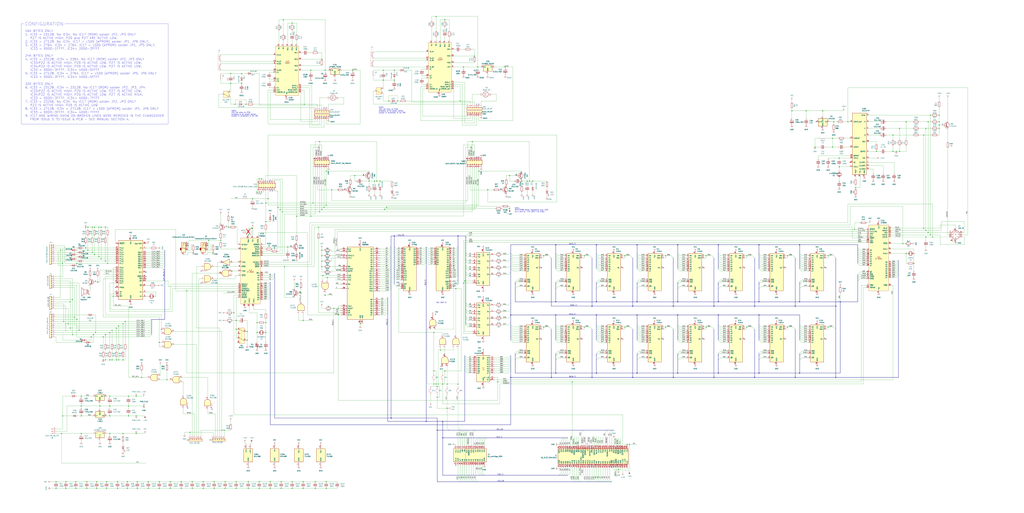
<source format=kicad_sch>
(kicad_sch (version 20231120) (generator "eeschema") (generator_version "8.0")
  (paper "User" 1184 594)
  (title_block (title "Sinclair QL Recreated") (date "2024-12-23") (rev "0") (company "by Alvaro Alea") (comment 1 "Based on ISSUE 5"))
  (lib_symbols
    (symbol "74xx:74LS00" (pin_names (offset 1.016))
      (property "Reference" "U" (at 0 1.27 0))
      (property "Value" "74LS00" (at 0 -1.27 0))
      (symbol "74LS00_1_1"
        (pin input line (at -7.62 2.54 0) (length 3.81) (name "~") (number "1"))
        (pin input line (at -7.62 -2.54 0) (length 3.81) (name "~") (number "2"))
        (pin output inverted (at 7.62 0 180) (length 3.81) (name "~") (number "3"))
      )
      (symbol "74LS00_1_2"
        (pin input inverted (at -7.62 2.54 0) (length 4.318) (name "~") (number "1"))
        (pin input inverted (at -7.62 -2.54 0) (length 4.318) (name "~") (number "2"))
        (pin output line (at 7.62 0 180) (length 3.81) (name "~") (number "3"))
      )
      (symbol "74LS00_2_1"
        (pin input line (at -7.62 2.54 0) (length 3.81) (name "~") (number "4"))
        (pin input line (at -7.62 -2.54 0) (length 3.81) (name "~") (number "5"))
        (pin output inverted (at 7.62 0 180) (length 3.81) (name "~") (number "6"))
      )
      (symbol "74LS00_2_2"
        (pin input inverted (at -7.62 2.54 0) (length 4.318) (name "~") (number "4"))
        (pin input inverted (at -7.62 -2.54 0) (length 4.318) (name "~") (number "5"))
        (pin output line (at 7.62 0 180) (length 3.81) (name "~") (number "6"))
      )
      (symbol "74LS00_3_1"
        (pin input line (at -7.62 -2.54 0) (length 3.81) (name "~") (number "10"))
        (pin output inverted (at 7.62 0 180) (length 3.81) (name "~") (number "8"))
        (pin input line (at -7.62 2.54 0) (length 3.81) (name "~") (number "9"))
      )
      (symbol "74LS00_3_2"
        (pin input inverted (at -7.62 -2.54 0) (length 4.318) (name "~") (number "10"))
        (pin output line (at 7.62 0 180) (length 3.81) (name "~") (number "8"))
        (pin input inverted (at -7.62 2.54 0) (length 4.318) (name "~") (number "9"))
      )
      (symbol "74LS00_4_1"
        (pin output inverted (at 7.62 0 180) (length 3.81) (name "~") (number "11"))
        (pin input line (at -7.62 2.54 0) (length 3.81) (name "~") (number "12"))
        (pin input line (at -7.62 -2.54 0) (length 3.81) (name "~") (number "13"))
      )
      (symbol "74LS00_4_2"
        (pin output line (at 7.62 0 180) (length 3.81) (name "~") (number "11"))
        (pin input inverted (at -7.62 2.54 0) (length 4.318) (name "~") (number "12"))
        (pin input inverted (at -7.62 -2.54 0) (length 4.318) (name "~") (number "13"))
      )
      (symbol "74LS00_5_0"
        (pin power_in line (at 0 12.7 270) (length 5.08) (name "VCC") (number "14"))
        (pin power_in line (at 0 -12.7 90) (length 5.08) (name "GND") (number "7"))
      )
    )
    (symbol "74xx:74LS03" (pin_names (offset 1.016))
      (property "Reference" "U" (at 0 1.27 0))
      (property "Value" "74LS03" (at 0 -1.27 0))
      (symbol "74LS03_1_1"
        (pin input line (at -7.62 2.54 0) (length 3.81) (name "~") (number "1"))
        (pin input line (at -7.62 -2.54 0) (length 3.81) (name "~") (number "2"))
        (pin open_collector inverted (at 7.62 0 180) (length 3.81) (name "~") (number "3"))
      )
      (symbol "74LS03_1_2"
        (pin input inverted (at -7.62 2.54 0) (length 4.318) (name "~") (number "1"))
        (pin input inverted (at -7.62 -2.54 0) (length 4.318) (name "~") (number "2"))
        (pin open_collector line (at 7.62 0 180) (length 3.81) (name "~") (number "3"))
      )
      (symbol "74LS03_2_1"
        (pin input line (at -7.62 2.54 0) (length 3.81) (name "~") (number "4"))
        (pin input line (at -7.62 -2.54 0) (length 3.81) (name "~") (number "5"))
        (pin open_collector inverted (at 7.62 0 180) (length 3.81) (name "~") (number "6"))
      )
      (symbol "74LS03_2_2"
        (pin input inverted (at -7.62 2.54 0) (length 4.318) (name "~") (number "4"))
        (pin input inverted (at -7.62 -2.54 0) (length 4.318) (name "~") (number "5"))
        (pin open_collector line (at 7.62 0 180) (length 3.81) (name "~") (number "6"))
      )
      (symbol "74LS03_3_1"
        (pin input line (at -7.62 -2.54 0) (length 3.81) (name "~") (number "10"))
        (pin open_collector inverted (at 7.62 0 180) (length 3.81) (name "~") (number "8"))
        (pin input line (at -7.62 2.54 0) (length 3.81) (name "~") (number "9"))
      )
      (symbol "74LS03_3_2"
        (pin input inverted (at -7.62 -2.54 0) (length 4.318) (name "~") (number "10"))
        (pin open_collector line (at 7.62 0 180) (length 3.81) (name "~") (number "8"))
        (pin input inverted (at -7.62 2.54 0) (length 4.318) (name "~") (number "9"))
      )
      (symbol "74LS03_4_1"
        (pin open_collector inverted (at 7.62 0 180) (length 3.81) (name "~") (number "11"))
        (pin input line (at -7.62 2.54 0) (length 3.81) (name "~") (number "12"))
        (pin input line (at -7.62 -2.54 0) (length 3.81) (name "~") (number "13"))
      )
      (symbol "74LS03_4_2"
        (pin open_collector line (at 7.62 0 180) (length 3.81) (name "~") (number "11"))
        (pin input inverted (at -7.62 2.54 0) (length 4.318) (name "~") (number "12"))
        (pin input inverted (at -7.62 -2.54 0) (length 4.318) (name "~") (number "13"))
      )
      (symbol "74LS03_5_0"
        (pin power_in line (at 0 12.7 270) (length 5.08) (name "VCC") (number "14"))
        (pin power_in line (at 0 -12.7 90) (length 5.08) (name "GND") (number "7"))
      )
    )
    (symbol "74xx:74LS245" (pin_names (offset 1.016))
      (property "Reference" "U" (at -7.62 16.51 0))
      (property "Value" "74LS245" (at -7.62 -16.51 0))
      (symbol "74LS245_1_0"
        (pin input line (at -12.7 -10.16 0) (length 5.08) (name "A->B") (number "1"))
        (pin power_in line (at 0 -20.32 90) (length 5.08) (name "GND") (number "10"))
        (pin tri_state line (at 12.7 -5.08 180) (length 5.08) (name "B7") (number "11"))
        (pin tri_state line (at 12.7 -2.54 180) (length 5.08) (name "B6") (number "12"))
        (pin tri_state line (at 12.7 0 180) (length 5.08) (name "B5") (number "13"))
        (pin tri_state line (at 12.7 2.54 180) (length 5.08) (name "B4") (number "14"))
        (pin tri_state line (at 12.7 5.08 180) (length 5.08) (name "B3") (number "15"))
        (pin tri_state line (at 12.7 7.62 180) (length 5.08) (name "B2") (number "16"))
        (pin tri_state line (at 12.7 10.16 180) (length 5.08) (name "B1") (number "17"))
        (pin tri_state line (at 12.7 12.7 180) (length 5.08) (name "B0") (number "18"))
        (pin input inverted (at -12.7 -12.7 0) (length 5.08) (name "CE") (number "19"))
        (pin tri_state line (at -12.7 12.7 0) (length 5.08) (name "A0") (number "2"))
        (pin power_in line (at 0 20.32 270) (length 5.08) (name "VCC") (number "20"))
        (pin tri_state line (at -12.7 10.16 0) (length 5.08) (name "A1") (number "3"))
        (pin tri_state line (at -12.7 7.62 0) (length 5.08) (name "A2") (number "4"))
        (pin tri_state line (at -12.7 5.08 0) (length 5.08) (name "A3") (number "5"))
        (pin tri_state line (at -12.7 2.54 0) (length 5.08) (name "A4") (number "6"))
        (pin tri_state line (at -12.7 0 0) (length 5.08) (name "A5") (number "7"))
        (pin tri_state line (at -12.7 -2.54 0) (length 5.08) (name "A6") (number "8"))
        (pin tri_state line (at -12.7 -5.08 0) (length 5.08) (name "A7") (number "9"))
      )
    )
    (symbol "74xx:74LS257" (pin_names (offset 1.016))
      (property "Reference" "U" (at -7.62 19.05 0))
      (property "Value" "74LS257" (at -7.62 -21.59 0))
      (symbol "74LS257_1_0"
        (pin input line (at -12.7 -15.24 0) (length 5.08) (name "S") (number "1"))
        (pin input line (at -12.7 -10.16 0) (length 5.08) (name "I1d") (number "10"))
        (pin input line (at -12.7 -7.62 0) (length 5.08) (name "I0d") (number "11"))
        (pin tri_state line (at 12.7 0 180) (length 5.08) (name "Zc") (number "12"))
        (pin input line (at -12.7 -2.54 0) (length 5.08) (name "I1c") (number "13"))
        (pin input line (at -12.7 0 0) (length 5.08) (name "I0c") (number "14"))
        (pin input inverted (at -12.7 -17.78 0) (length 5.08) (name "OE") (number "15"))
        (pin power_in line (at 0 22.86 270) (length 5.08) (name "VCC") (number "16"))
        (pin input line (at -12.7 15.24 0) (length 5.08) (name "I0a") (number "2"))
        (pin input line (at -12.7 12.7 0) (length 5.08) (name "I1a") (number "3"))
        (pin tri_state line (at 12.7 15.24 180) (length 5.08) (name "Za") (number "4"))
        (pin input line (at -12.7 7.62 0) (length 5.08) (name "I0b") (number "5"))
        (pin input line (at -12.7 5.08 0) (length 5.08) (name "I1b") (number "6"))
        (pin tri_state line (at 12.7 7.62 180) (length 5.08) (name "Zb") (number "7"))
        (pin power_in line (at 0 -25.4 90) (length 5.08) (name "GND") (number "8"))
        (pin tri_state line (at 12.7 -7.62 180) (length 5.08) (name "Zd") (number "9"))
      )
    )
    (symbol "8bits:2G007" (pin_names (offset 1.016))
      (property "Reference" "U29" (at 0.9241 -31.75 0))
      (property "Value" "2G007" (at 0.9241 -34.29 0))
      (symbol "2G007_1_1"
        (text "ULA\n2G007" (at -0.254 9.398 0) (effects (font (size 1.27 1.27))))
        (pin passive line (at -16.51 -12.7 0) (length 2.54) (name "C3") (number "1"))
        (pin passive line (at -16.51 0 0) (length 2.54) (name "IN_B2") (number "10"))
        (pin passive line (at -10.16 30.48 270) (length 2.54) (name "R1") (number "11"))
        (pin power_in line (at -1.27 -31.75 90) (length 2.54) (name "Vss") (number "12"))
        (pin passive line (at -16.51 10.16 0) (length 2.54) (name "IN_A2") (number "13"))
        (pin passive line (at 15.24 20.32 180) (length 2.54) (name "RC4") (number "14"))
        (pin passive line (at 15.24 5.08 180) (length 2.54) (name "RC6") (number "15"))
        (pin passive line (at 15.24 12.7 180) (length 2.54) (name "RC5") (number "16"))
        (pin passive line (at -16.51 -2.54 0) (length 2.54) (name "C1") (number "17"))
        (pin passive line (at -16.51 -10.16 0) (length 2.54) (name "C2") (number "18"))
        (pin bidirectional line (at 15.24 -20.32 180) (length 2.54) (name "DATA_2") (number "19"))
        (pin passive line (at -16.51 -20.32 0) (length 2.54) (name "C4") (number "2"))
        (pin output line (at 15.24 -25.4 180) (length 2.54) (name "COMMS_OUT") (number "20"))
        (pin input line (at -16.51 -22.86 0) (length 2.54) (name "CLK") (number "21"))
        (pin input line (at -16.51 -25.4 0) (length 2.54) (name "COMMS_IN") (number "22"))
        (pin input line (at 15.24 -22.86 180) (length 2.54) (name "READ/WRITE") (number "23"))
        (pin bidirectional line (at 15.24 -17.78 180) (length 2.54) (name "DATA_1") (number "24"))
        (pin passive line (at 0 30.48 270) (length 2.54) (name "RC1") (number "3"))
        (pin passive line (at 10.16 30.48 270) (length 2.54) (name "RC3") (number "4"))
        (pin passive line (at 5.08 30.48 270) (length 2.54) (name "RC2") (number "5"))
        (pin passive line (at -16.51 7.62 0) (length 2.54) (name "IN_B1") (number "6"))
        (pin passive line (at -5.08 30.48 270) (length 2.54) (name "R2") (number "7"))
        (pin passive line (at -16.51 17.78 0) (length 2.54) (name "IN_A1") (number "8"))
        (pin power_in line (at 15.24 0 180) (length 2.54) (name "VCC") (number "9"))
      )
    )
    (symbol "8bits:4164A" (pin_names (offset 1.016))
      (property "Reference" "U1" (at 2.1941 30.48 0))
      (property "Value" "4164A" (at 2.1941 27.94 0))
      (symbol "4164A_1_1"
        (pin no_connect line (at 10.16 8.89 180) (length 2.54) (name "NC") (number "1"))
        (pin input line (at -10.16 10.16 0) (length 2.54) (name "A5") (number "10"))
        (pin input line (at -10.16 12.7 0) (length 2.54) (name "A4") (number "11"))
        (pin input line (at -10.16 15.24 0) (length 2.54) (name "A3") (number "12"))
        (pin input line (at -10.16 7.62 0) (length 2.54) (name "A6") (number "13"))
        (pin tri_state line (at 10.16 20.32 180) (length 2.54) (name "D0o") (number "14"))
        (pin input line (at -10.16 -7.62 0) (length 2.54) (name "~{CAS}") (number "15"))
        (pin power_in line (at 0 -20.32 90) (length 2.54) (name "GND") (number "16"))
        (pin tri_state line (at 10.16 22.86 180) (length 2.54) (name "D0i") (number "2"))
        (pin input line (at -10.16 -12.7 0) (length 2.54) (name "~{WR}") (number "3"))
        (pin input line (at -10.16 -5.08 0) (length 2.54) (name "~{RAS}") (number "4"))
        (pin input line (at -10.16 22.86 0) (length 2.54) (name "A0") (number "5"))
        (pin input line (at -10.16 17.78 0) (length 2.54) (name "A2") (number "6"))
        (pin input line (at -10.16 20.32 0) (length 2.54) (name "A1") (number "7"))
        (pin power_in line (at 0 27.94 270) (length 2.54) (name "VCC") (number "8"))
        (pin input line (at -10.16 5.08 0) (length 2.54) (name "A7") (number "9"))
      )
    )
    (symbol "8bits:68008D" (pin_names (offset 1.016))
      (property "Reference" "U1" (at 2.1941 46.355 0))
      (property "Value" "68008D" (at 2.1941 43.815 0))
      (symbol "68008D_1_1"
        (pin tri_state line (at 22.86 30.48 180) (length 7.62) (name "A3") (number "1"))
        (pin tri_state line (at 22.86 7.62 180) (length 7.62) (name "A12") (number "10"))
        (pin tri_state line (at 22.86 5.08 180) (length 7.62) (name "A13") (number "11"))
        (pin tri_state line (at 22.86 2.54 180) (length 7.62) (name "A14") (number "12"))
        (pin power_in line (at 0 45.72 270) (length 5.08) (name "VCC") (number "13"))
        (pin tri_state line (at 22.86 0 180) (length 7.62) (name "A15") (number "14"))
        (pin power_in line (at 2.54 -48.26 90) (length 5.08) (name "GND") (number "15"))
        (pin tri_state line (at 22.86 -2.54 180) (length 7.62) (name "A16") (number "16"))
        (pin tri_state line (at 22.86 -5.08 180) (length 7.62) (name "A17") (number "17"))
        (pin tri_state line (at 22.86 -7.62 180) (length 7.62) (name "A18") (number "18"))
        (pin tri_state line (at 22.86 -10.16 180) (length 7.62) (name "A19") (number "19"))
        (pin tri_state line (at 22.86 27.94 180) (length 7.62) (name "A4") (number "2"))
        (pin tri_state line (at 22.86 -38.1 180) (length 7.62) (name "D7") (number "20"))
        (pin tri_state line (at 22.86 -35.56 180) (length 7.62) (name "D6") (number "21"))
        (pin tri_state line (at 22.86 -33.02 180) (length 7.62) (name "D5") (number "22"))
        (pin tri_state line (at 22.86 -30.48 180) (length 7.62) (name "D4") (number "23"))
        (pin tri_state line (at 22.86 -27.94 180) (length 7.62) (name "D3") (number "24"))
        (pin tri_state line (at 22.86 -25.4 180) (length 7.62) (name "D2") (number "25"))
        (pin tri_state line (at 22.86 -22.86 180) (length 7.62) (name "D1") (number "26"))
        (pin tri_state line (at 22.86 -20.32 180) (length 7.62) (name "D0") (number "27"))
        (pin tri_state inverted (at -22.86 -33.02 0) (length 7.62) (name "AS") (number "28"))
        (pin tri_state inverted (at -22.86 -35.56 0) (length 7.62) (name "DS") (number "29"))
        (pin tri_state line (at 22.86 25.4 180) (length 7.62) (name "A5") (number "3"))
        (pin tri_state line (at -22.86 -38.1 0) (length 7.62) (name "R/W") (number "30"))
        (pin input inverted (at -22.86 15.24 0) (length 7.62) (name "DTACK") (number "31"))
        (pin output inverted (at -22.86 -2.54 0) (length 7.62) (name "BG") (number "32"))
        (pin input inverted (at -22.86 17.78 0) (length 7.62) (name "BR") (number "33"))
        (pin input clock (at -22.86 38.1 0) (length 7.62) (name "CLK") (number "34"))
        (pin power_in line (at 0 -48.26 90) (length 5.08) (name "GND") (number "35"))
        (pin bidirectional inverted (at -22.86 -27.94 0) (length 7.62) (name "HALT") (number "36"))
        (pin bidirectional inverted (at -22.86 -30.48 0) (length 7.62) (name "RESET") (number "37"))
        (pin output line (at -22.86 -7.62 0) (length 7.62) (name "E") (number "38"))
        (pin input inverted (at -22.86 35.56 0) (length 7.62) (name "VPA") (number "39"))
        (pin tri_state line (at 22.86 22.86 180) (length 7.62) (name "A6") (number "4"))
        (pin input inverted (at -22.86 12.7 0) (length 7.62) (name "BERR") (number "40"))
        (pin input inverted (at -22.86 27.94 0) (length 7.62) (name "IPL1") (number "41"))
        (pin input inverted (at -22.86 30.48 0) (length 7.62) (name "IPL0/2") (number "42"))
        (pin output line (at -22.86 2.54 0) (length 7.62) (name "FC2") (number "43"))
        (pin output line (at -22.86 5.08 0) (length 7.62) (name "FC1") (number "44"))
        (pin output line (at -22.86 7.62 0) (length 7.62) (name "FC0") (number "45"))
        (pin tri_state line (at 22.86 38.1 180) (length 7.62) (name "A0") (number "46"))
        (pin tri_state line (at 22.86 35.56 180) (length 7.62) (name "A1") (number "47"))
        (pin tri_state line (at 22.86 33.02 180) (length 7.62) (name "A2") (number "48"))
        (pin tri_state line (at 22.86 20.32 180) (length 7.62) (name "A7") (number "5"))
        (pin tri_state line (at 22.86 17.78 180) (length 7.62) (name "A8") (number "6"))
        (pin tri_state line (at 22.86 15.24 180) (length 7.62) (name "A9") (number "7"))
        (pin tri_state line (at 22.86 12.7 180) (length 7.62) (name "A10") (number "8"))
        (pin tri_state line (at 22.86 10.16 180) (length 7.62) (name "A11") (number "9"))
      )
    )
    (symbol "8bits:MC1377P" (pin_names (offset 1.016))
      (property "Reference" "U28" (at 2.1941 41.91 0))
      (property "Value" "MC1377P" (at 2.1941 39.37 0))
      (symbol "MC1377P_1_1"
        (pin passive line (at 10.16 -7.62 180) (length 2.54) (name "BURST") (number "1"))
        (pin passive line (at -11.43 -2.54 0) (length 2.54) (name "CHRIN") (number "10"))
        (pin passive line (at 10.16 -24.13 180) (length 2.54) (name "CLAMP2") (number "11"))
        (pin passive line (at 10.16 -27.94 180) (length 2.54) (name "CLAMP3") (number "12"))
        (pin passive line (at -11.43 7.62 0) (length 2.54) (name "CHROUT") (number "13"))
        (pin power_in line (at 10.16 -15.24 180) (length 2.54) (name "VCC") (number "14"))
        (pin power_in line (at 5.08 -36.83 90) (length 2.54) (name "GND") (number "15"))
        (pin passive line (at 10.16 3.81 180) (length 2.54) (name "8V2") (number "16"))
        (pin passive line (at -11.43 -25.4 0) (length 2.54) (name "XTAL1") (number "17"))
        (pin passive line (at -11.43 -15.24 0) (length 2.54) (name "XTAL2") (number "18"))
        (pin passive line (at -11.43 -12.7 0) (length 2.54) (name "90ºREF") (number "19"))
        (pin input line (at 10.16 34.29 180) (length 2.54) (name "SYNC") (number "2"))
        (pin no_connect line (at -11.43 -20.32 0) (length 2.54) (name "NC") (number "20"))
        (pin input line (at 10.16 26.67 180) (length 2.54) (name "R") (number "3"))
        (pin input line (at 10.16 19.05 180) (length 2.54) (name "G") (number "4"))
        (pin input line (at 10.16 11.43 180) (length 2.54) (name "B") (number "5"))
        (pin passive line (at -5.08 -36.83 90) (length 2.54) (name "YOUT") (number "6"))
        (pin passive line (at 10.16 -20.32 180) (length 2.54) (name "CLAMP1") (number "7"))
        (pin passive line (at 0 -36.83 90) (length 2.54) (name "YIN") (number "8"))
        (pin output line (at -11.43 26.67 0) (length 2.54) (name "COMP_OUT") (number "9"))
      )
    )
    (symbol "8bits:MC1488" (pin_names (offset 1.016))
      (property "Reference" "U" (at 0 1.27 0))
      (property "Value" "MC1488" (at 0 -1.27 0))
      (symbol "MC1488_1_1"
        (pin input line (at -7.62 0 0) (length 3.81) (name "~") (number "2"))
        (pin output inverted (at 7.62 0 180) (length 3.81) (name "~") (number "3"))
      )
      (symbol "MC1488_1_2"
        (pin input inverted (at -7.62 2.54 0) (length 4.318) (name "~") (number "1"))
        (pin input inverted (at -7.62 -2.54 0) (length 4.318) (name "~") (number "2"))
        (pin output line (at 7.62 0 180) (length 3.81) (name "~") (number "3"))
      )
      (symbol "MC1488_2_1"
        (pin input line (at -7.62 2.54 0) (length 3.81) (name "~") (number "4"))
        (pin input line (at -7.62 -2.54 0) (length 3.81) (name "~") (number "5"))
        (pin output inverted (at 7.62 0 180) (length 3.81) (name "~") (number "6"))
      )
      (symbol "MC1488_2_2"
        (pin input inverted (at -7.62 2.54 0) (length 4.318) (name "~") (number "4"))
        (pin input inverted (at -7.62 -2.54 0) (length 4.318) (name "~") (number "5"))
        (pin output line (at 7.62 0 180) (length 3.81) (name "~") (number "6"))
      )
      (symbol "MC1488_3_1"
        (pin input line (at -7.62 -2.54 0) (length 3.81) (name "~") (number "10"))
        (pin output inverted (at 7.62 0 180) (length 3.81) (name "~") (number "8"))
        (pin input line (at -7.62 2.54 0) (length 3.81) (name "~") (number "9"))
      )
      (symbol "MC1488_3_2"
        (pin input inverted (at -7.62 -2.54 0) (length 4.318) (name "~") (number "10"))
        (pin output line (at 7.62 0 180) (length 3.81) (name "~") (number "8"))
        (pin input inverted (at -7.62 2.54 0) (length 4.318) (name "~") (number "9"))
      )
      (symbol "MC1488_4_1"
        (pin output inverted (at 7.62 0 180) (length 3.81) (name "~") (number "11"))
        (pin input line (at -7.62 2.54 0) (length 3.81) (name "~") (number "12"))
        (pin input line (at -7.62 -2.54 0) (length 3.81) (name "~") (number "13"))
      )
      (symbol "MC1488_4_2"
        (pin output line (at 7.62 0 180) (length 3.81) (name "~") (number "11"))
        (pin input inverted (at -7.62 2.54 0) (length 4.318) (name "~") (number "12"))
        (pin input inverted (at -7.62 -2.54 0) (length 4.318) (name "~") (number "13"))
      )
      (symbol "MC1488_5_0"
        (pin power_in line (at 2.54 12.7 270) (length 5.08) (name "-VEE") (number "1"))
        (pin power_in line (at -2.54 12.7 270) (length 5.08) (name "+Vs") (number "14"))
        (pin power_in line (at 0 -12.7 90) (length 5.08) (name "GND") (number "7"))
      )
    )
    (symbol "8bits:MC1489" (pin_names (offset 1.016))
      (property "Reference" "U" (at 0 1.27 0))
      (property "Value" "MC1489" (at 0 -1.27 0))
      (symbol "MC1489_1_1"
        (pin input line (at -7.62 0 0) (length 3.81) (name "~") (number "1"))
        (pin input line (at -7.62 -5.08 0) (length 3.81) (name "~") (number "2"))
        (pin output inverted (at 7.62 0 180) (length 3.81) (name "~") (number "3"))
      )
      (symbol "MC1489_1_2"
        (pin input inverted (at -7.62 2.54 0) (length 4.318) (name "~") (number "1"))
        (pin input inverted (at -7.62 -2.54 0) (length 4.318) (name "~") (number "2"))
        (pin output line (at 7.62 0 180) (length 3.81) (name "~") (number "3"))
      )
      (symbol "MC1489_2_1"
        (pin input line (at -7.62 0 0) (length 3.81) (name "~") (number "4"))
        (pin input line (at -7.62 -5.08 0) (length 3.81) (name "~") (number "5"))
        (pin output inverted (at 7.62 0 180) (length 3.81) (name "~") (number "6"))
      )
      (symbol "MC1489_2_2"
        (pin input inverted (at -7.62 2.54 0) (length 4.318) (name "~") (number "4"))
        (pin input inverted (at -7.62 -2.54 0) (length 4.318) (name "~") (number "5"))
        (pin output line (at 7.62 0 180) (length 3.81) (name "~") (number "6"))
      )
      (symbol "MC1489_3_1"
        (pin input line (at -7.62 0 0) (length 3.81) (name "~") (number "10"))
        (pin output inverted (at 7.62 0 180) (length 3.81) (name "~") (number "8"))
        (pin input line (at -7.62 -5.08 0) (length 3.81) (name "~") (number "9"))
      )
      (symbol "MC1489_3_2"
        (pin input inverted (at -7.62 -2.54 0) (length 4.318) (name "~") (number "10"))
        (pin output line (at 7.62 0 180) (length 3.81) (name "~") (number "8"))
        (pin input inverted (at -7.62 2.54 0) (length 4.318) (name "~") (number "9"))
      )
      (symbol "MC1489_4_1"
        (pin output inverted (at 7.62 0 180) (length 3.81) (name "~") (number "11"))
        (pin input line (at -7.62 -5.08 0) (length 3.81) (name "~") (number "12"))
        (pin input line (at -7.62 0 0) (length 3.81) (name "~") (number "13"))
      )
      (symbol "MC1489_4_2"
        (pin output line (at 7.62 0 180) (length 3.81) (name "~") (number "11"))
        (pin input inverted (at -7.62 2.54 0) (length 4.318) (name "~") (number "12"))
        (pin input inverted (at -7.62 -2.54 0) (length 4.318) (name "~") (number "13"))
      )
      (symbol "MC1489_5_0"
        (pin power_in line (at 0 12.7 270) (length 5.08) (name "Vs") (number "14"))
        (pin power_in line (at 0 -12.7 90) (length 5.08) (name "GND") (number "7"))
      )
    )
    (symbol "8bits:QL_SLOT_DIN41612" (pin_names (offset 1.016))
      (property "Reference" "J" (at 1.27 40.64 0))
      (property "Value" "QL_SLOT_DIN41612" (at 1.27 -43.18 0))
      (symbol "QL_SLOT_DIN41612_1_1"
        (pin passive line (at -12.7 38.1 0) (length 3.81) (name "GND") (number "a1"))
        (pin passive line (at -12.7 15.24 0) (length 3.81) (name "A16") (number "a10"))
        (pin passive line (at -12.7 12.7 0) (length 3.81) (name "CLKCPU") (number "a11"))
        (pin passive line (at -12.7 10.16 0) (length 3.81) (name "RED") (number "a12"))
        (pin passive line (at -12.7 7.62 0) (length 3.81) (name "A14") (number "a13"))
        (pin passive line (at -12.7 5.08 0) (length 3.81) (name "A13") (number "a14"))
        (pin passive line (at -12.7 2.54 0) (length 3.81) (name "A12") (number "a15"))
        (pin passive line (at -12.7 0 0) (length 3.81) (name "A11") (number "a16"))
        (pin passive line (at -12.7 -2.54 0) (length 3.81) (name "A10") (number "a17"))
        (pin passive line (at -12.7 -5.08 0) (length 3.81) (name "A9") (number "a18"))
        (pin passive line (at -12.7 -7.62 0) (length 3.81) (name "A8") (number "a19"))
        (pin bidirectional line (at -12.7 35.56 0) (length 3.81) (name "D3") (number "a2"))
        (pin passive line (at -12.7 -10.16 0) (length 3.81) (name "A7") (number "a20"))
        (pin passive line (at -12.7 -12.7 0) (length 3.81) (name "A6") (number "a21"))
        (pin passive line (at -12.7 -15.24 0) (length 3.81) (name "A5") (number "a22"))
        (pin passive line (at -12.7 -17.78 0) (length 3.81) (name "A4") (number "a23"))
        (pin passive line (at -12.7 -20.32 0) (length 3.81) (name "A3") (number "a24"))
        (pin passive inverted (at -12.7 -22.86 0) (length 3.81) (name "~{DBG}") (number "a25"))
        (pin passive line (at -12.7 -25.4 0) (length 3.81) (name "SP2") (number "a26"))
        (pin passive inverted (at -12.7 -27.94 0) (length 3.81) (name "~{DSMC}") (number "a27"))
        (pin passive line (at -12.7 -30.48 0) (length 3.81) (name "SP1") (number "a28"))
        (pin passive line (at -12.7 -33.02 0) (length 3.81) (name "SP0") (number "a29"))
        (pin bidirectional line (at -12.7 33.02 0) (length 3.81) (name "D4") (number "a3"))
        (pin passive line (at -12.7 -35.56 0) (length 3.81) (name "+12V") (number "a30"))
        (pin passive line (at -12.7 -38.1 0) (length 3.81) (name "-12V") (number "a31"))
        (pin passive line (at -12.7 -40.64 0) (length 3.81) (name "Vin") (number "a32"))
        (pin bidirectional line (at -12.7 30.48 0) (length 3.81) (name "D5") (number "a4"))
        (pin bidirectional line (at -12.7 27.94 0) (length 3.81) (name "D6") (number "a5"))
        (pin bidirectional line (at -12.7 25.4 0) (length 3.81) (name "D7") (number "a6"))
        (pin passive line (at -12.7 22.86 0) (length 3.81) (name "A19") (number "a7"))
        (pin passive line (at -12.7 20.32 0) (length 3.81) (name "A18") (number "a8"))
        (pin passive line (at -12.7 17.78 0) (length 3.81) (name "A17") (number "a9"))
        (pin passive line (at 12.7 38.1 180) (length 3.81) (name "GND") (number "b1"))
        (pin passive inverted (at 12.7 15.24 180) (length 3.81) (name "~{BR}") (number "b10"))
        (pin passive line (at 12.7 12.7 180) (length 3.81) (name "A15") (number "b11"))
        (pin passive inverted (at 12.7 10.16 180) (length 3.81) (name "~{RESETCPU}") (number "b12"))
        (pin passive inverted (at 12.7 7.62 180) (length 3.81) (name "~{CSYNC}") (number "b13"))
        (pin passive line (at 12.7 5.08 180) (length 3.81) (name "E") (number "b14"))
        (pin passive line (at 12.7 2.54 180) (length 3.81) (name "VSYNCH") (number "b15"))
        (pin passive inverted (at 12.7 0 180) (length 3.81) (name "~{VPA}") (number "b16"))
        (pin passive line (at 12.7 -2.54 180) (length 3.81) (name "GREEN") (number "b17"))
        (pin passive line (at 12.7 -5.08 180) (length 3.81) (name "BLUE") (number "b18"))
        (pin passive line (at 12.7 -7.62 180) (length 3.81) (name "FC2") (number "b19"))
        (pin bidirectional line (at 12.7 35.56 180) (length 3.81) (name "D2") (number "b2"))
        (pin passive line (at 12.7 -10.16 180) (length 3.81) (name "FC1") (number "b20"))
        (pin passive line (at 12.7 -12.7 180) (length 3.81) (name "FC0") (number "b21"))
        (pin passive line (at 12.7 -15.24 180) (length 3.81) (name "A0") (number "b22"))
        (pin passive line (at 12.7 -17.78 180) (length 3.81) (name "ROMOEH") (number "b23"))
        (pin passive line (at 12.7 -20.32 180) (length 3.81) (name "A1") (number "b24"))
        (pin passive line (at 12.7 -22.86 180) (length 3.81) (name "A2") (number "b25"))
        (pin passive line (at 12.7 -25.4 180) (length 3.81) (name "SP3") (number "b26"))
        (pin passive inverted (at 12.7 -27.94 180) (length 3.81) (name "~{IPLO}") (number "b27"))
        (pin passive inverted (at 12.7 -30.48 180) (length 3.81) (name "~{BERR}") (number "b28"))
        (pin passive inverted (at 12.7 -33.02 180) (length 3.81) (name "~{IPL1}") (number "b29"))
        (pin bidirectional line (at 12.7 33.02 180) (length 3.81) (name "D1") (number "b3"))
        (pin passive inverted (at 12.7 -35.56 180) (length 3.81) (name "~{EXTINT}") (number "b30"))
        (pin passive line (at 12.7 -38.1 180) (length 3.81) (name "Vin") (number "b31"))
        (pin passive line (at 12.7 -40.64 180) (length 3.81) (name "Vin") (number "b32"))
        (pin bidirectional line (at 12.7 30.48 180) (length 3.81) (name "D0") (number "b4"))
        (pin passive inverted (at 12.7 27.94 180) (length 3.81) (name "~{AS}") (number "b5"))
        (pin passive inverted (at 12.7 25.4 180) (length 3.81) (name "~{DS}") (number "b6"))
        (pin passive inverted (at 12.7 22.86 180) (length 3.81) (name "~{DRW}") (number "b7"))
        (pin passive inverted (at 12.7 20.32 180) (length 3.81) (name "~{DTACK}") (number "b8"))
        (pin passive inverted (at 12.7 17.78 180) (length 3.81) (name "~{BG}") (number "b9"))
      )
    )
    (symbol "8bits:QL_cartridge_ROM" (pin_names (offset 1.016))
      (property "Reference" "J" (at 1.27 24.13 0))
      (property "Value" "QL_cartridge_ROM" (at 1.27 -16.51 0))
      (symbol "QL_cartridge_ROM_1_1"
        (pin passive line (at 12.7 20.32 180) (length 3.81) (name "Vcc") (number "1"))
        (pin passive line (at -10.16 10.16 0) (length 3.81) (name "A5") (number "10"))
        (pin passive line (at 12.7 7.62 180) (length 3.81) (name "A11") (number "11"))
        (pin passive line (at -10.16 7.62 0) (length 3.81) (name "A4") (number "12"))
        (pin passive line (at 12.7 5.08 180) (length 3.81) (name "~{ROMOE}") (number "13"))
        (pin passive line (at -10.16 5.08 0) (length 3.81) (name "A3") (number "14"))
        (pin passive line (at 12.7 2.54 180) (length 3.81) (name "A10") (number "15"))
        (pin passive line (at -10.16 2.54 0) (length 3.81) (name "A2") (number "16"))
        (pin passive line (at 12.7 0 180) (length 3.81) (name "A15") (number "17"))
        (pin passive line (at -10.16 0 0) (length 3.81) (name "A1") (number "18"))
        (pin passive line (at 12.7 -2.54 180) (length 3.81) (name "D7") (number "19"))
        (pin passive line (at -10.16 20.32 0) (length 3.81) (name "N/C") (number "2"))
        (pin passive line (at -10.16 -2.54 0) (length 3.81) (name "A0") (number "20"))
        (pin passive line (at 12.7 -5.08 180) (length 3.81) (name "D6") (number "21"))
        (pin passive line (at -10.16 -5.08 0) (length 3.81) (name "D0") (number "22"))
        (pin passive line (at 12.7 -7.62 180) (length 3.81) (name "D5") (number "23"))
        (pin passive line (at -10.16 -7.62 0) (length 3.81) (name "D1") (number "24"))
        (pin passive line (at 12.7 -10.16 180) (length 3.81) (name "D4") (number "25"))
        (pin passive line (at -10.16 -10.16 0) (length 3.81) (name "D2") (number "26"))
        (pin passive line (at 12.7 -12.7 180) (length 3.81) (name "D3") (number "27"))
        (pin passive line (at -10.16 -12.7 0) (length 3.81) (name "GND") (number "28"))
        (pin passive line (at 12.7 17.78 180) (length 3.81) (name "A14") (number "3"))
        (pin passive line (at -10.16 17.78 0) (length 3.81) (name "A12") (number "4"))
        (pin passive line (at 12.7 15.24 180) (length 3.81) (name "A13") (number "5"))
        (pin passive line (at -10.16 15.24 0) (length 3.81) (name "A7") (number "6"))
        (pin passive line (at 12.7 12.7 180) (length 3.81) (name "A8") (number "7"))
        (pin passive line (at -10.16 12.7 0) (length 3.81) (name "A6") (number "8"))
        (pin passive line (at 12.7 10.16 180) (length 3.81) (name "A9") (number "9"))
      )
    )
    (symbol "8bits:UM1233" (pin_names (offset 0.254))
      (property "Reference" "U17" (at 5.842 7.874 0))
      (property "Value" "UM1233" (at 5.842 5.334 0))
      (symbol "UM1233_1_1"
        (pin power_in line (at 0 6.35 270) (length 2.54) (name "VCC") (number "1"))
        (pin input line (at -7.62 0 0) (length 2.54) (name "O/P") (number "2"))
        (pin power_in line (at 0 -7.62 90) (length 2.54) (name "GND") (number "3"))
        (pin input line (at 7.62 0 180) (length 2.54) (name "IN") (number "4"))
      )
    )
    (symbol "8bits:ZX8301" (pin_names (offset 1.016))
      (property "Reference" "U22" (at 2.1941 41.91 0))
      (property "Value" "ZX8301" (at 2.1941 39.37 0))
      (symbol "ZX8301_1_1"
        (text "ULA\nZX 8301" (at 0 -1.27 0) (effects (font (size 1.27 1.27))))
        (pin output line (at -13.97 31.75 0) (length 2.54) (name "~{DTACK}") (number "1"))
        (pin output line (at -13.97 -25.4 0) (length 2.54) (name "~{CAS1}") (number "10"))
        (pin output line (at 13.97 22.86 180) (length 2.54) (name "VSYNC") (number "11"))
        (pin output line (at 13.97 25.4 180) (length 2.54) (name "CSYNC") (number "12"))
        (pin output line (at -13.97 7.62 0) (length 2.54) (name "A0") (number "13"))
        (pin bidirectional line (at 13.97 -6.35 180) (length 2.54) (name "D0") (number "14"))
        (pin power_in line (at 0 39.37 270) (length 2.54) (name "Vcc") (number "15"))
        (pin bidirectional line (at 13.97 -8.89 180) (length 2.54) (name "D1") (number "16"))
        (pin output line (at -13.97 5.08 0) (length 2.54) (name "A1") (number "17"))
        (pin output line (at -13.97 2.54 0) (length 2.54) (name "A2") (number "18"))
        (pin bidirectional line (at 13.97 -11.43 180) (length 2.54) (name "D2") (number "19"))
        (pin input line (at -13.97 24.13 0) (length 2.54) (name "A17") (number "2"))
        (pin output line (at -13.97 0 0) (length 2.54) (name "A3") (number "20"))
        (pin bidirectional line (at 13.97 -13.97 180) (length 2.54) (name "D3") (number "21"))
        (pin output line (at -13.97 -2.54 0) (length 2.54) (name "A4") (number "22"))
        (pin bidirectional line (at 13.97 -16.51 180) (length 2.54) (name "D4") (number "23"))
        (pin output line (at -13.97 -5.08 0) (length 2.54) (name "A5") (number "24"))
        (pin bidirectional line (at 13.97 -19.05 180) (length 2.54) (name "D5") (number "25"))
        (pin bidirectional line (at 13.97 -21.59 180) (length 2.54) (name "D6") (number "26"))
        (pin output line (at -13.97 -7.62 0) (length 2.54) (name "A6") (number "27"))
        (pin output line (at -13.97 -10.16 0) (length 2.54) (name "A7") (number "28"))
        (pin bidirectional line (at 13.97 -24.13 180) (length 2.54) (name "D7") (number "29"))
        (pin input line (at -13.97 26.67 0) (length 2.54) (name "A16") (number "3"))
        (pin output line (at 13.97 27.94 180) (length 2.54) (name "RED") (number "30"))
        (pin output line (at 13.97 30.48 180) (length 2.54) (name "GREEN") (number "31"))
        (pin output line (at 13.97 33.02 180) (length 2.54) (name "BLUE") (number "32"))
        (pin output line (at -13.97 -35.56 0) (length 2.54) (name "ROMOE") (number "33"))
        (pin passive line (at 13.97 8.89 180) (length 2.54) (name "XTAL1") (number "34"))
        (pin passive line (at 13.97 3.81 180) (length 2.54) (name "XTAL2") (number "35"))
        (pin passive line (at 13.97 -33.02 180) (length 2.54) (name "~{TXOE}") (number "36"))
        (pin output line (at -13.97 16.51 0) (length 2.54) (name "~{ROW}") (number "37"))
        (pin output line (at -13.97 19.05 0) (length 2.54) (name "VDA") (number "38"))
        (pin passive line (at 13.97 15.24 180) (length 2.54) (name "~{PCEN}") (number "39"))
        (pin output line (at -13.97 -33.02 0) (length 2.54) (name "~{RDW}") (number "4"))
        (pin output line (at -13.97 -17.78 0) (length 2.54) (name "~{WE}") (number "40"))
        (pin input line (at -13.97 21.59 0) (length 2.54) (name "~{DSMC}") (number "5"))
        (pin power_in line (at 0 -41.91 90) (length 2.54) (name "Vss") (number "6"))
        (pin output line (at -13.97 29.21 0) (length 2.54) (name "CLK_CPU") (number "7"))
        (pin output line (at -13.97 -20.32 0) (length 2.54) (name "~{RAS}") (number "8"))
        (pin output line (at -13.97 -22.86 0) (length 2.54) (name "~{CAS0}") (number "9"))
      )
    )
    (symbol "8bits:ZX8302" (pin_names (offset 1.016))
      (property "Reference" "U23" (at 11.0841 41.91 0))
      (property "Value" "ZX8302" (at 9.652 39.37 0))
      (symbol "ZX8302_1_1"
        (text "ULA\nZX 8302" (at 0 -1.27 0) (effects (font (size 1.27 1.27))))
        (pin output line (at 13.97 26.67 180) (length 2.54) (name "ERASE") (number "1"))
        (pin input line (at 13.97 6.35 180) (length 2.54) (name "~{PCEN}") (number "10"))
        (pin power_in line (at 2.54 39.37 270) (length 2.54) (name "Vcc") (number "11"))
        (pin bidirectional line (at 13.97 -21.59 180) (length 2.54) (name "D2") (number "12"))
        (pin output line (at -13.97 8.89 0) (length 2.54) (name "TXD1") (number "13"))
        (pin output line (at -13.97 -1.27 0) (length 2.54) (name "TXD2") (number "14"))
        (pin input line (at 13.97 -11.43 180) (length 2.54) (name "A5") (number "15"))
        (pin input line (at -13.97 24.13 0) (length 2.54) (name "NETINT") (number "16"))
        (pin input line (at 13.97 -8.89 180) (length 2.54) (name "A1") (number "17"))
        (pin input line (at 13.97 -6.35 180) (length 2.54) (name "A0") (number "18"))
        (pin bidirectional line (at 13.97 24.13 180) (length 2.54) (name "RAW2") (number "19"))
        (pin input line (at -13.97 -29.21 0) (length 2.54) (name "~{EXTINT}") (number "2"))
        (pin power_in line (at -6.35 -41.91 90) (length 2.54) (name "Vss") (number "20"))
        (pin bidirectional line (at 13.97 21.59 180) (length 2.54) (name "RAW1") (number "21"))
        (pin bidirectional line (at 13.97 -34.29 180) (length 2.54) (name "D7") (number "22"))
        (pin bidirectional line (at 13.97 -31.75 180) (length 2.54) (name "D6") (number "23"))
        (pin bidirectional line (at 13.97 -24.13 180) (length 2.54) (name "D3") (number "24"))
        (pin input line (at -13.97 -26.67 0) (length 2.54) (name "CLOCK") (number "25"))
        (pin input line (at 13.97 -3.81 180) (length 2.54) (name "~{IPLI}") (number "26"))
        (pin input line (at -13.97 -31.75 0) (length 2.54) (name "~{RESINT}") (number "27"))
        (pin output line (at -13.97 -24.13 0) (length 2.54) (name "~{RESETOUT}") (number "28"))
        (pin output line (at -13.97 -19.05 0) (length 2.54) (name "~{COMCT}") (number "29"))
        (pin output line (at 13.97 29.21 180) (length 2.54) (name "~{MDRWD}") (number "3"))
        (pin passive line (at 3.81 -41.91 90) (length 2.54) (name "XTAL1") (number "30"))
        (pin passive line (at -1.27 -41.91 90) (length 2.54) (name "XTAL2") (number "31"))
        (pin input line (at 13.97 8.89 180) (length 2.54) (name "VSYNCH") (number "32"))
        (pin output line (at 13.97 19.05 180) (length 2.54) (name "~{MDSELCK}") (number "33"))
        (pin output line (at 13.97 16.51 180) (length 2.54) (name "MDSELDN") (number "34"))
        (pin bidirectional line (at -13.97 -21.59 0) (length 2.54) (name "COMDATA") (number "35"))
        (pin bidirectional line (at 13.97 -19.05 180) (length 2.54) (name "D1") (number "36"))
        (pin bidirectional line (at 13.97 -16.51 180) (length 2.54) (name "D0") (number "37"))
        (pin bidirectional line (at 13.97 -29.21 180) (length 2.54) (name "D5") (number "38"))
        (pin bidirectional line (at 13.97 -26.67 180) (length 2.54) (name "D4") (number "39"))
        (pin output line (at -13.97 29.21 0) (length 2.54) (name "NETOUT") (number "4"))
        (pin power_in line (at -2.54 39.37 270) (length 2.54) (name "Vbat") (number "40"))
        (pin output line (at -13.97 -16.51 0) (length 2.54) (name "BAUDx4") (number "5"))
        (pin input line (at -13.97 3.81 0) (length 2.54) (name "~{DTR1}") (number "6"))
        (pin input line (at -13.97 -6.35 0) (length 2.54) (name "~{CST2}") (number "7"))
        (pin input line (at 13.97 3.81 180) (length 2.54) (name "~{DSMC}") (number "8"))
        (pin input line (at 8.89 39.37 270) (length 2.54) (name "~{R/W}") (number "9"))
      )
    )
    (symbol "8bits:stereo-magnetic-head" (pin_numbers hide) (pin_names (offset 1.016) hide)
      (property "Reference" "L2" (at -4.064 1.016 0))
      (property "Value" "stereo-magnetic-head" (at -4.318 -1.778 0))
      (symbol "stereo-magnetic-head_1_1"
        (pin passive line (at 0 7.62 180) (length 1.27) (name "1") (number "1"))
        (pin passive line (at 0 2.54 180) (length 1.27) (name "1") (number "2"))
        (pin passive line (at 0 -2.54 180) (length 1.27) (name "2") (number "3"))
        (pin passive line (at 0 -7.62 180) (length 1.27) (name "1") (number "4"))
      )
    )
    (symbol "Connector:Conn_01x03_Pin" (pin_names (offset 1.016) hide)
      (property "Reference" "J" (at 0 5.08 0))
      (property "Value" "Conn_01x03_Pin" (at 0 -5.08 0))
      (symbol "Conn_01x03_Pin_1_1"
        (pin passive line (at 5.08 2.54 180) (length 3.81) (name "Pin_1") (number "1"))
        (pin passive line (at 5.08 0 180) (length 3.81) (name "Pin_2") (number "2"))
        (pin passive line (at 5.08 -2.54 180) (length 3.81) (name "Pin_3") (number "3"))
      )
    )
    (symbol "Connector:DIN-8" (pin_names (offset 1.016))
      (property "Reference" "J7" (at -3.0165 -10.16 0))
      (property "Value" "DIN-8" (at -3.0165 -7.62 0))
      (symbol "DIN-8_1_1"
        (pin passive line (at 3.81 7.62 270) (length 2.54) (name "~") (number "0"))
        (pin passive line (at -7.62 0 0) (length 2.54) (name "~") (number "1"))
        (pin passive line (at 0 7.62 270) (length 2.54) (name "~") (number "2"))
        (pin passive line (at 7.62 0 180) (length 2.54) (name "~") (number "3"))
        (pin passive line (at -7.62 2.54 0) (length 2.54) (name "~") (number "4"))
        (pin passive line (at 7.62 2.54 180) (length 2.54) (name "~") (number "5"))
        (pin passive line (at -7.62 -2.54 0) (length 2.54) (name "~") (number "6"))
        (pin passive line (at 7.62 -2.54 180) (length 2.54) (name "~") (number "7"))
        (pin passive line (at 0 -7.62 90) (length 2.54) (name "~") (number "8"))
      )
    )
    (symbol "Connector:TestPoint" (pin_numbers hide) (pin_names (offset 0.762) hide)
      (property "Reference" "TP" (at 0 6.858 0))
      (property "Value" "TestPoint" (at 0 5.08 0))
      (symbol "TestPoint_1_1"
        (pin passive line (at 0 0 90) (length 2.54) (name "1") (number "1"))
      )
    )
    (symbol "Connector_Audio:AudioJack2_Ground_Switch"
      (property "Reference" "J" (at 0 11.43 0))
      (property "Value" "AudioJack2_Ground_Switch" (at 0 8.89 0))
      (symbol "AudioJack2_Ground_Switch_1_1"
        (pin passive line (at 0 -7.62 90) (length 2.54) (name "~") (number "G"))
        (pin passive line (at 5.08 5.08 180) (length 2.54) (name "~") (number "S"))
        (pin passive line (at 5.08 2.54 180) (length 2.54) (name "~") (number "SN"))
        (pin passive line (at 5.08 0 180) (length 2.54) (name "~") (number "T"))
        (pin passive line (at 5.08 -2.54 180) (length 2.54) (name "~") (number "TN"))
      )
    )
    (symbol "Connector_Generic:Conn_01x06" (pin_names (offset 1.016) hide)
      (property "Reference" "J" (at 0 7.62 0))
      (property "Value" "Conn_01x06" (at 0 -10.16 0))
      (symbol "Conn_01x06_1_1"
        (pin passive line (at -5.08 5.08 0) (length 3.81) (name "Pin_1") (number "1"))
        (pin passive line (at -5.08 2.54 0) (length 3.81) (name "Pin_2") (number "2"))
        (pin passive line (at -5.08 0 0) (length 3.81) (name "Pin_3") (number "3"))
        (pin passive line (at -5.08 -2.54 0) (length 3.81) (name "Pin_4") (number "4"))
        (pin passive line (at -5.08 -5.08 0) (length 3.81) (name "Pin_5") (number "5"))
        (pin passive line (at -5.08 -7.62 0) (length 3.81) (name "Pin_6") (number "6"))
      )
    )
    (symbol "Connector_Generic:Conn_01x07" (pin_names (offset 1.016) hide)
      (property "Reference" "J" (at 0 10.16 0))
      (property "Value" "Conn_01x07" (at 0 -10.16 0))
      (symbol "Conn_01x07_1_1"
        (pin passive line (at -5.08 7.62 0) (length 3.81) (name "Pin_1") (number "1"))
        (pin passive line (at -5.08 5.08 0) (length 3.81) (name "Pin_2") (number "2"))
        (pin passive line (at -5.08 2.54 0) (length 3.81) (name "Pin_3") (number "3"))
        (pin passive line (at -5.08 0 0) (length 3.81) (name "Pin_4") (number "4"))
        (pin passive line (at -5.08 -2.54 0) (length 3.81) (name "Pin_5") (number "5"))
        (pin passive line (at -5.08 -5.08 0) (length 3.81) (name "Pin_6") (number "6"))
        (pin passive line (at -5.08 -7.62 0) (length 3.81) (name "Pin_7") (number "7"))
      )
    )
    (symbol "Connector_Generic:Conn_01x09" (pin_names (offset 1.016) hide)
      (property "Reference" "J" (at 0 12.7 0))
      (property "Value" "Conn_01x09" (at 0 -12.7 0))
      (symbol "Conn_01x09_1_1"
        (pin passive line (at -5.08 10.16 0) (length 3.81) (name "Pin_1") (number "1"))
        (pin passive line (at -5.08 7.62 0) (length 3.81) (name "Pin_2") (number "2"))
        (pin passive line (at -5.08 5.08 0) (length 3.81) (name "Pin_3") (number "3"))
        (pin passive line (at -5.08 2.54 0) (length 3.81) (name "Pin_4") (number "4"))
        (pin passive line (at -5.08 0 0) (length 3.81) (name "Pin_5") (number "5"))
        (pin passive line (at -5.08 -2.54 0) (length 3.81) (name "Pin_6") (number "6"))
        (pin passive line (at -5.08 -5.08 0) (length 3.81) (name "Pin_7") (number "7"))
        (pin passive line (at -5.08 -7.62 0) (length 3.81) (name "Pin_8") (number "8"))
        (pin passive line (at -5.08 -10.16 0) (length 3.81) (name "Pin_9") (number "9"))
      )
    )
    (symbol "Connector_Generic:Conn_01x11" (pin_names (offset 1.016) hide)
      (property "Reference" "J" (at 0 15.24 0))
      (property "Value" "Conn_01x11" (at 0 -15.24 0))
      (symbol "Conn_01x11_1_1"
        (pin passive line (at -5.08 12.7 0) (length 3.81) (name "Pin_1") (number "1"))
        (pin passive line (at -5.08 -10.16 0) (length 3.81) (name "Pin_10") (number "10"))
        (pin passive line (at -5.08 -12.7 0) (length 3.81) (name "Pin_11") (number "11"))
        (pin passive line (at -5.08 10.16 0) (length 3.81) (name "Pin_2") (number "2"))
        (pin passive line (at -5.08 7.62 0) (length 3.81) (name "Pin_3") (number "3"))
        (pin passive line (at -5.08 5.08 0) (length 3.81) (name "Pin_4") (number "4"))
        (pin passive line (at -5.08 2.54 0) (length 3.81) (name "Pin_5") (number "5"))
        (pin passive line (at -5.08 0 0) (length 3.81) (name "Pin_6") (number "6"))
        (pin passive line (at -5.08 -2.54 0) (length 3.81) (name "Pin_7") (number "7"))
        (pin passive line (at -5.08 -5.08 0) (length 3.81) (name "Pin_8") (number "8"))
        (pin passive line (at -5.08 -7.62 0) (length 3.81) (name "Pin_9") (number "9"))
      )
    )
    (symbol "Connector_Generic:Conn_02x07_Top_Bottom" (pin_names (offset 1.016) hide)
      (property "Reference" "J" (at 1.27 10.16 0))
      (property "Value" "Conn_02x07_Top_Bottom" (at 1.27 -10.16 0))
      (symbol "Conn_02x07_Top_Bottom_1_1"
        (pin passive line (at -5.08 7.62 0) (length 3.81) (name "Pin_1") (number "1"))
        (pin passive line (at 7.62 2.54 180) (length 3.81) (name "Pin_10") (number "10"))
        (pin passive line (at 7.62 0 180) (length 3.81) (name "Pin_11") (number "11"))
        (pin passive line (at 7.62 -2.54 180) (length 3.81) (name "Pin_12") (number "12"))
        (pin passive line (at 7.62 -5.08 180) (length 3.81) (name "Pin_13") (number "13"))
        (pin passive line (at 7.62 -7.62 180) (length 3.81) (name "Pin_14") (number "14"))
        (pin passive line (at -5.08 5.08 0) (length 3.81) (name "Pin_2") (number "2"))
        (pin passive line (at -5.08 2.54 0) (length 3.81) (name "Pin_3") (number "3"))
        (pin passive line (at -5.08 0 0) (length 3.81) (name "Pin_4") (number "4"))
        (pin passive line (at -5.08 -2.54 0) (length 3.81) (name "Pin_5") (number "5"))
        (pin passive line (at -5.08 -5.08 0) (length 3.81) (name "Pin_6") (number "6"))
        (pin passive line (at -5.08 -7.62 0) (length 3.81) (name "Pin_7") (number "7"))
        (pin passive line (at 7.62 7.62 180) (length 3.81) (name "Pin_8") (number "8"))
        (pin passive line (at 7.62 5.08 180) (length 3.81) (name "Pin_9") (number "9"))
      )
    )
    (symbol "Connector_Generic:Conn_02x08_Row_Letter_Last" (pin_names (offset 1.016) hide)
      (property "Reference" "J" (at 1.27 10.16 0))
      (property "Value" "Conn_02x08_Row_Letter_Last" (at 1.27 -12.7 0))
      (symbol "Conn_02x08_Row_Letter_Last_1_1"
        (pin passive line (at -5.08 7.62 0) (length 3.81) (name "Pin_1a") (number "1a"))
        (pin passive line (at 7.62 7.62 180) (length 3.81) (name "Pin_1b") (number "1b"))
        (pin passive line (at -5.08 5.08 0) (length 3.81) (name "Pin_2a") (number "2a"))
        (pin passive line (at 7.62 5.08 180) (length 3.81) (name "Pin_2b") (number "2b"))
        (pin passive line (at -5.08 2.54 0) (length 3.81) (name "Pin_3a") (number "3a"))
        (pin passive line (at 7.62 2.54 180) (length 3.81) (name "Pin_3b") (number "3b"))
        (pin passive line (at -5.08 0 0) (length 3.81) (name "Pin_4a") (number "4a"))
        (pin passive line (at 7.62 0 180) (length 3.81) (name "Pin_4b") (number "4b"))
        (pin passive line (at -5.08 -2.54 0) (length 3.81) (name "Pin_5a") (number "5a"))
        (pin passive line (at 7.62 -2.54 180) (length 3.81) (name "Pin_5b") (number "5b"))
        (pin passive line (at -5.08 -5.08 0) (length 3.81) (name "Pin_6a") (number "6a"))
        (pin passive line (at 7.62 -5.08 180) (length 3.81) (name "Pin_6b") (number "6b"))
        (pin passive line (at -5.08 -7.62 0) (length 3.81) (name "Pin_7a") (number "7a"))
        (pin passive line (at 7.62 -7.62 180) (length 3.81) (name "Pin_7b") (number "7b"))
        (pin passive line (at -5.08 -10.16 0) (length 3.81) (name "Pin_8a") (number "8a"))
        (pin passive line (at 7.62 -10.16 180) (length 3.81) (name "Pin_8b") (number "8b"))
      )
    )
    (symbol "Device:C" (pin_numbers hide) (pin_names (offset 0.254))
      (property "Reference" "C" (at 0.635 2.54 0))
      (property "Value" "C" (at 0.635 -2.54 0))
      (symbol "C_1_1"
        (pin passive line (at 0 3.81 270) (length 2.794) (name "~") (number "1"))
        (pin passive line (at 0 -3.81 90) (length 2.794) (name "~") (number "2"))
      )
    )
    (symbol "Device:C_Polarized" (pin_numbers hide) (pin_names (offset 0.254))
      (property "Reference" "C" (at 0.635 2.54 0))
      (property "Value" "C_Polarized" (at 0.635 -2.54 0))
      (symbol "C_Polarized_1_1"
        (pin passive line (at 0 3.81 270) (length 2.794) (name "~") (number "1"))
        (pin passive line (at 0 -3.81 90) (length 2.794) (name "~") (number "2"))
      )
    )
    (symbol "Device:C_Variable" (pin_numbers hide) (pin_names (offset 0.254) hide)
      (property "Reference" "C" (at 0.635 -1.905 0))
      (property "Value" "C_Variable" (at 0.635 -3.81 0))
      (symbol "C_Variable_1_1"
        (pin passive line (at 0 3.81 270) (length 3.048) (name "~") (number "1"))
        (pin passive line (at 0 -3.81 90) (length 3.048) (name "~") (number "2"))
      )
    )
    (symbol "Device:Crystal" (pin_numbers hide) (pin_names (offset 1.016) hide)
      (property "Reference" "Y" (at 0 3.81 0))
      (property "Value" "Crystal" (at 0 -3.81 0))
      (symbol "Crystal_1_1"
        (pin passive line (at -3.81 0 0) (length 1.27) (name "1") (number "1"))
        (pin passive line (at 3.81 0 180) (length 1.27) (name "2") (number "2"))
      )
    )
    (symbol "Device:D" (pin_numbers hide) (pin_names (offset 1.016) hide)
      (property "Reference" "D" (at 0 2.54 0))
      (property "Value" "D" (at 0 -2.54 0))
      (symbol "D_1_1"
        (pin passive line (at -3.81 0 0) (length 2.54) (name "K") (number "1"))
        (pin passive line (at 3.81 0 180) (length 2.54) (name "A") (number "2"))
      )
    )
    (symbol "Device:L" (pin_numbers hide) (pin_names (offset 1.016) hide)
      (property "Reference" "L" (at -1.27 0 90))
      (property "Value" "L" (at 1.905 0 90))
      (symbol "L_1_1"
        (pin passive line (at 0 3.81 270) (length 1.27) (name "1") (number "1"))
        (pin passive line (at 0 -3.81 90) (length 1.27) (name "2") (number "2"))
      )
    )
    (symbol "Device:LED" (pin_numbers hide) (pin_names (offset 1.016) hide)
      (property "Reference" "D" (at 0 2.54 0))
      (property "Value" "LED" (at 0 -2.54 0))
      (symbol "LED_1_1"
        (pin passive line (at -3.81 0 0) (length 2.54) (name "K") (number "1"))
        (pin passive line (at 3.81 0 180) (length 2.54) (name "A") (number "2"))
      )
    )
    (symbol "Device:R" (pin_numbers hide) (pin_names (offset 0))
      (property "Reference" "R" (at 2.032 0 90))
      (property "Value" "R" (at 0 0 90))
      (symbol "R_1_1"
        (pin passive line (at 0 3.81 270) (length 1.27) (name "~") (number "1"))
        (pin passive line (at 0 -3.81 90) (length 1.27) (name "~") (number "2"))
      )
    )
    (symbol "Device:Speaker" (pin_names (offset 0) hide)
      (property "Reference" "LS" (at 1.27 5.715 0))
      (property "Value" "Speaker" (at 1.27 3.81 0))
      (symbol "Speaker_1_1"
        (pin input line (at -5.08 0 0) (length 2.54) (name "1") (number "1"))
        (pin input line (at -5.08 -2.54 0) (length 2.54) (name "2") (number "2"))
      )
    )
    (symbol "Jumper:Jumper_2_Open" (pin_numbers hide) (pin_names (offset 0) hide) (exclude_from_sim yes)
      (property "Reference" "JP" (at 0 2.794 0))
      (property "Value" "Jumper_2_Open" (at 0 -2.286 0))
      (symbol "Jumper_2_Open_1_1"
        (pin passive line (at -5.08 0 0) (length 2.54) (name "A") (number "1"))
        (pin passive line (at 5.08 0 180) (length 2.54) (name "B") (number "2"))
      )
    )
    (symbol "MCU_Intel:8749" (pin_names (offset 1.016))
      (property "Reference" "U" (at -13.97 35.56 0))
      (property "Value" "8749" (at 8.89 35.56 0))
      (symbol "8749_1_1"
        (pin input line (at -17.78 -25.4 0) (length 3.81) (name "T0") (number "1"))
        (pin output output_low (at 17.78 -12.7 180) (length 3.81) (name "~{WR}") (number "10"))
        (pin output line (at 17.78 -2.54 180) (length 3.81) (name "ALE") (number "11"))
        (pin bidirectional line (at 17.78 20.32 180) (length 3.81) (name "DB.0") (number "12"))
        (pin bidirectional line (at 17.78 17.78 180) (length 3.81) (name "DB.1") (number "13"))
        (pin bidirectional line (at 17.78 15.24 180) (length 3.81) (name "DB.2") (number "14"))
        (pin bidirectional line (at 17.78 12.7 180) (length 3.81) (name "DB.3") (number "15"))
        (pin bidirectional line (at 17.78 10.16 180) (length 3.81) (name "DB.4") (number "16"))
        (pin bidirectional line (at 17.78 7.62 180) (length 3.81) (name "DB.5") (number "17"))
        (pin bidirectional line (at 17.78 5.08 180) (length 3.81) (name "DB.6") (number "18"))
        (pin bidirectional line (at 17.78 2.54 180) (length 3.81) (name "DB.7") (number "19"))
        (pin input line (at 17.78 -25.4 180) (length 3.81) (name "X1") (number "2"))
        (pin power_in line (at 0 -38.1 90) (length 3.81) (name "GND") (number "20"))
        (pin bidirectional line (at -17.78 2.54 0) (length 3.81) (name "P2.0") (number "21"))
        (pin bidirectional line (at -17.78 0 0) (length 3.81) (name "P2.1") (number "22"))
        (pin bidirectional line (at -17.78 -2.54 0) (length 3.81) (name "P2.2") (number "23"))
        (pin bidirectional line (at -17.78 -5.08 0) (length 3.81) (name "P2.3") (number "24"))
        (pin output line (at -17.78 -20.32 0) (length 3.81) (name "PROG") (number "25"))
        (pin power_in line (at 17.78 30.48 180) (length 3.81) (name "Vpp/VDD") (number "26"))
        (pin bidirectional line (at -17.78 25.4 0) (length 3.81) (name "P1.0") (number "27"))
        (pin bidirectional line (at -17.78 22.86 0) (length 3.81) (name "P1.1") (number "28"))
        (pin bidirectional line (at -17.78 20.32 0) (length 3.81) (name "P1.2") (number "29"))
        (pin output line (at 17.78 -30.48 180) (length 3.81) (name "X2") (number "3"))
        (pin bidirectional line (at -17.78 17.78 0) (length 3.81) (name "P1.3") (number "30"))
        (pin bidirectional line (at -17.78 15.24 0) (length 3.81) (name "P1.4") (number "31"))
        (pin bidirectional line (at -17.78 12.7 0) (length 3.81) (name "P1.5") (number "32"))
        (pin bidirectional line (at -17.78 10.16 0) (length 3.81) (name "P1.6") (number "33"))
        (pin bidirectional line (at -17.78 7.62 0) (length 3.81) (name "P1.7") (number "34"))
        (pin bidirectional line (at -17.78 -7.62 0) (length 3.81) (name "P2.4") (number "35"))
        (pin bidirectional line (at -17.78 -10.16 0) (length 3.81) (name "P2.5") (number "36"))
        (pin bidirectional line (at -17.78 -12.7 0) (length 3.81) (name "P2.6") (number "37"))
        (pin bidirectional line (at -17.78 -15.24 0) (length 3.81) (name "P2.7") (number "38"))
        (pin input line (at -17.78 -27.94 0) (length 3.81) (name "T1") (number "39"))
        (pin input inverted (at -17.78 30.48 0) (length 3.81) (name "~{RESET}") (number "4"))
        (pin power_in line (at 0 38.1 270) (length 3.81) (name "VCC") (number "40"))
        (pin input inverted (at 17.78 -17.78 180) (length 3.81) (name "~{SS}") (number "5"))
        (pin input inverted (at -17.78 -30.48 0) (length 3.81) (name "~{INT}") (number "6"))
        (pin input line (at 17.78 25.4 180) (length 3.81) (name "EA") (number "7"))
        (pin output output_low (at 17.78 -10.16 180) (length 3.81) (name "~{RD}") (number "8"))
        (pin output output_low (at 17.78 -7.62 180) (length 3.81) (name "~{PSEN}") (number "9"))
      )
    )
    (symbol "Memory_EPROM:27128"
      (property "Reference" "U" (at -7.62 26.67 0))
      (property "Value" "27128" (at 2.54 -26.67 0))
      (symbol "27128_1_1"
        (pin input line (at -10.16 -17.78 0) (length 2.54) (name "VPP") (number "1"))
        (pin input line (at -10.16 22.86 0) (length 2.54) (name "A0") (number "10"))
        (pin tri_state line (at 10.16 22.86 180) (length 2.54) (name "D0") (number "11"))
        (pin tri_state line (at 10.16 20.32 180) (length 2.54) (name "D1") (number "12"))
        (pin tri_state line (at 10.16 17.78 180) (length 2.54) (name "D2") (number "13"))
        (pin power_in line (at 0 -27.94 90) (length 2.54) (name "GND") (number "14"))
        (pin tri_state line (at 10.16 15.24 180) (length 2.54) (name "D3") (number "15"))
        (pin tri_state line (at 10.16 12.7 180) (length 2.54) (name "D4") (number "16"))
        (pin tri_state line (at 10.16 10.16 180) (length 2.54) (name "D5") (number "17"))
        (pin tri_state line (at 10.16 7.62 180) (length 2.54) (name "D6") (number "18"))
        (pin tri_state line (at 10.16 5.08 180) (length 2.54) (name "D7") (number "19"))
        (pin input line (at -10.16 -7.62 0) (length 2.54) (name "A12") (number "2"))
        (pin input line (at -10.16 -20.32 0) (length 2.54) (name "~{CE}") (number "20"))
        (pin input line (at -10.16 -2.54 0) (length 2.54) (name "A10") (number "21"))
        (pin input line (at -10.16 -22.86 0) (length 2.54) (name "~{OE}") (number "22"))
        (pin input line (at -10.16 -5.08 0) (length 2.54) (name "A11") (number "23"))
        (pin input line (at -10.16 0 0) (length 2.54) (name "A9") (number "24"))
        (pin input line (at -10.16 2.54 0) (length 2.54) (name "A8") (number "25"))
        (pin input line (at -10.16 -10.16 0) (length 2.54) (name "A13") (number "26"))
        (pin input line (at -10.16 -15.24 0) (length 2.54) (name "~{PGM}") (number "27"))
        (pin power_in line (at 0 27.94 270) (length 2.54) (name "VCC") (number "28"))
        (pin input line (at -10.16 5.08 0) (length 2.54) (name "A7") (number "3"))
        (pin input line (at -10.16 7.62 0) (length 2.54) (name "A6") (number "4"))
        (pin input line (at -10.16 10.16 0) (length 2.54) (name "A5") (number "5"))
        (pin input line (at -10.16 12.7 0) (length 2.54) (name "A4") (number "6"))
        (pin input line (at -10.16 15.24 0) (length 2.54) (name "A3") (number "7"))
        (pin input line (at -10.16 17.78 0) (length 2.54) (name "A2") (number "8"))
        (pin input line (at -10.16 20.32 0) (length 2.54) (name "A1") (number "9"))
      )
    )
    (symbol "Memory_EPROM:27256"
      (property "Reference" "U" (at -7.62 26.67 0))
      (property "Value" "27256" (at 2.54 -26.67 0))
      (symbol "27256_1_1"
        (pin input line (at -10.16 -17.78 0) (length 2.54) (name "VPP") (number "1"))
        (pin input line (at -10.16 22.86 0) (length 2.54) (name "A0") (number "10"))
        (pin tri_state line (at 10.16 22.86 180) (length 2.54) (name "D0") (number "11"))
        (pin tri_state line (at 10.16 20.32 180) (length 2.54) (name "D1") (number "12"))
        (pin tri_state line (at 10.16 17.78 180) (length 2.54) (name "D2") (number "13"))
        (pin power_in line (at 0 -27.94 90) (length 2.54) (name "GND") (number "14"))
        (pin tri_state line (at 10.16 15.24 180) (length 2.54) (name "D3") (number "15"))
        (pin tri_state line (at 10.16 12.7 180) (length 2.54) (name "D4") (number "16"))
        (pin tri_state line (at 10.16 10.16 180) (length 2.54) (name "D5") (number "17"))
        (pin tri_state line (at 10.16 7.62 180) (length 2.54) (name "D6") (number "18"))
        (pin tri_state line (at 10.16 5.08 180) (length 2.54) (name "D7") (number "19"))
        (pin input line (at -10.16 -7.62 0) (length 2.54) (name "A12") (number "2"))
        (pin input line (at -10.16 -20.32 0) (length 2.54) (name "~{CE}") (number "20"))
        (pin input line (at -10.16 -2.54 0) (length 2.54) (name "A10") (number "21"))
        (pin input line (at -10.16 -22.86 0) (length 2.54) (name "~{OE}") (number "22"))
        (pin input line (at -10.16 -5.08 0) (length 2.54) (name "A11") (number "23"))
        (pin input line (at -10.16 0 0) (length 2.54) (name "A9") (number "24"))
        (pin input line (at -10.16 2.54 0) (length 2.54) (name "A8") (number "25"))
        (pin input line (at -10.16 -10.16 0) (length 2.54) (name "A13") (number "26"))
        (pin input line (at -10.16 -12.7 0) (length 2.54) (name "A14") (number "27"))
        (pin power_in line (at 0 27.94 270) (length 2.54) (name "VCC") (number "28"))
        (pin input line (at -10.16 5.08 0) (length 2.54) (name "A7") (number "3"))
        (pin input line (at -10.16 7.62 0) (length 2.54) (name "A6") (number "4"))
        (pin input line (at -10.16 10.16 0) (length 2.54) (name "A5") (number "5"))
        (pin input line (at -10.16 12.7 0) (length 2.54) (name "A4") (number "6"))
        (pin input line (at -10.16 15.24 0) (length 2.54) (name "A3") (number "7"))
        (pin input line (at -10.16 17.78 0) (length 2.54) (name "A2") (number "8"))
        (pin input line (at -10.16 20.32 0) (length 2.54) (name "A1") (number "9"))
      )
    )
    (symbol "Motor:Motor_DC" (pin_names (offset 0))
      (property "Reference" "M" (at 2.54 2.54 0))
      (property "Value" "Motor_DC" (at 2.54 -5.08 0))
      (symbol "Motor_DC_1_1"
        (pin passive line (at 0 5.08 270) (length 2.54) (name "+") (number "1"))
        (pin passive line (at 0 -7.62 90) (length 2.54) (name "-") (number "2"))
      )
    )
    (symbol "Regulator_Linear:L7812" (pin_names (offset 0.254))
      (property "Reference" "U" (at -3.81 3.175 0))
      (property "Value" "L7812" (at 0 3.175 0))
      (symbol "L7812_1_1"
        (pin power_in line (at -7.62 0 0) (length 2.54) (name "IN") (number "1"))
        (pin power_in line (at 0 -7.62 90) (length 2.54) (name "GND") (number "2"))
        (pin power_out line (at 7.62 0 180) (length 2.54) (name "OUT") (number "3"))
      )
    )
    (symbol "Regulator_Linear:L7912" (pin_names (offset 0.254))
      (property "Reference" "U" (at -3.81 -3.175 0))
      (property "Value" "L7912" (at 0 -3.175 0))
      (symbol "L7912_1_1"
        (pin power_in line (at 0 7.62 270) (length 2.54) (name "GND") (number "1"))
        (pin power_in line (at -7.62 0 0) (length 2.54) (name "VI") (number "2"))
        (pin power_out line (at 7.62 0 180) (length 2.54) (name "VO") (number "3"))
      )
    )
    (symbol "Regulator_Linear:LM7805_TO220" (pin_names (offset 0.254))
      (property "Reference" "U" (at -3.81 3.175 0))
      (property "Value" "LM7805_TO220" (at 0 3.175 0))
      (symbol "LM7805_TO220_1_1"
        (pin power_in line (at -7.62 0 0) (length 2.54) (name "VI") (number "1"))
        (pin power_in line (at 0 -7.62 90) (length 2.54) (name "GND") (number "2"))
        (pin power_out line (at 7.62 0 180) (length 2.54) (name "VO") (number "3"))
      )
    )
    (symbol "SW_SPDT_1" (pin_names (offset 0) hide)
      (property "Reference" "SW2" (at 0 8.89 0))
      (property "Value" "SW_SPDT" (at 0 6.35 0))
      (symbol "SW_SPDT_1_1_1"
        (pin passive line (at -5.08 0 0) (length 2.54) (name "B") (number "1"))
        (pin passive line (at 5.08 2.54 180) (length 2.54) (name "A") (number "2"))
        (pin passive line (at 5.08 -2.54 180) (length 2.54) (name "C") (number "3"))
      )
    )
    (symbol "Simulation_SPICE:NPN" (pin_numbers hide) (pin_names (offset 0))
      (property "Reference" "Q" (at -2.54 7.62 0))
      (property "Value" "NPN" (at -2.54 5.08 0))
      (symbol "NPN_1_1"
        (pin open_collector line (at 2.54 5.08 270) (length 2.54) (name "C") (number "1"))
        (pin input line (at -5.08 0 0) (length 2.54) (name "B") (number "2"))
        (pin open_emitter line (at 2.54 -5.08 90) (length 2.54) (name "E") (number "3"))
      )
    )
    (symbol "Simulation_SPICE:PNP" (pin_numbers hide) (pin_names (offset 0))
      (property "Reference" "Q" (at -2.54 7.62 0))
      (property "Value" "PNP" (at -2.54 5.08 0))
      (symbol "PNP_1_1"
        (pin open_collector line (at 2.54 5.08 270) (length 2.54) (name "C") (number "1"))
        (pin input line (at -5.08 0 0) (length 2.54) (name "B") (number "2"))
        (pin open_emitter line (at 2.54 -5.08 90) (length 2.54) (name "E") (number "3"))
      )
    )
    (symbol "Switch:SW_Push_DPDT" (pin_names (offset 0) hide)
      (property "Reference" "SW" (at 0 10.16 0))
      (property "Value" "SW_Push_DPDT" (at 0 -10.16 0))
      (symbol "SW_Push_DPDT_1_1"
        (pin passive line (at 5.08 7.62 180) (length 2.54) (name "A") (number "1"))
        (pin passive line (at -5.08 5.08 0) (length 2.54) (name "B") (number "2"))
        (pin passive line (at 5.08 2.54 180) (length 2.54) (name "C") (number "3"))
        (pin passive line (at 5.08 -2.54 180) (length 2.54) (name "A") (number "4"))
        (pin passive line (at -5.08 -5.08 0) (length 2.54) (name "B") (number "5"))
        (pin passive line (at 5.08 -7.62 180) (length 2.54) (name "C") (number "6"))
      )
    )
    (symbol "power:+12V" (power) (pin_numbers hide) (pin_names (offset 0) hide)
      (property "Value" "+12V" (at 0 3.556 0))
      (symbol "+12V_1_1"
        (pin power_in line (at 0 0 90) (length 0) (name "~") (number "1"))
      )
    )
    (symbol "power:+5VA" (power) (pin_numbers hide) (pin_names (offset 0) hide)
      (property "Value" "+5VA" (at 0 3.556 0))
      (symbol "+5VA_1_1"
        (pin power_in line (at 0 0 90) (length 0) (name "~") (number "1"))
      )
    )
    (symbol "power:-12V" (power) (pin_numbers hide) (pin_names (offset 0) hide)
      (property "Value" "-12V" (at 0 3.556 0))
      (symbol "-12V_0_0"
        (pin power_in line (at 0 0 90) (length 0) (name "~") (number "1"))
      )
    )
    (symbol "power:GND" (power) (pin_numbers hide) (pin_names (offset 0) hide)
      (property "Value" "GND" (at 0 -3.81 0))
      (symbol "GND_1_1"
        (pin power_in line (at 0 0 270) (length 0) (name "~") (number "1"))
      )
    )
    (symbol "power:GND1" (power) (pin_numbers hide) (pin_names (offset 0) hide)
      (property "Value" "GND1" (at 0 -3.81 0))
      (symbol "GND1_1_1"
        (pin power_in line (at 0 0 270) (length 0) (name "~") (number "1"))
      )
    )
    (symbol "power:PWR_FLAG" (power) (pin_numbers hide) (pin_names (offset 0) hide)
      (property "Value" "PWR_FLAG" (at 0 3.81 0))
      (symbol "PWR_FLAG_0_0"
        (pin power_out line (at 0 0 90) (length 0) (name "~") (number "1"))
      )
    )
    (symbol "power:VCC" (power) (pin_numbers hide) (pin_names (offset 0) hide)
      (property "Value" "VCC" (at 0 3.556 0))
      (symbol "VCC_1_1"
        (pin power_in line (at 0 0 90) (length 0) (name "~") (number "1"))
      )
    )
  )
  (junction (at 307.34 256.54))
  (junction (at 292.1 264.16))
  (junction (at 731.52 436.88))
  (junction (at 147.32 565.15))
  (junction (at 552.45 77.47))
  (junction (at 1047.75 140.97))
  (junction (at 642.62 431.8))
  (junction (at 264.16 262.89))
  (junction (at 106.68 262.89))
  (junction (at 537.21 325.12))
  (junction (at 455.93 81.28))
  (junction (at 872.49 354.33))
  (junction (at 234.95 557.53))
  (junction (at 312.42 565.15))
  (junction (at 447.04 240.03))
  (junction (at 297.18 373.38))
  (junction (at 377.19 237.49))
  (junction (at 307.34 384.81))
  (junction (at 727.71 514.35))
  (junction (at 347.98 339.09))
  (junction (at 449.58 116.84))
  (junction (at 124.46 304.8))
  (junction (at 109.22 262.89))
  (junction (at 584.2 77.47))
  (junction (at 386.08 356.87))
  (junction (at 1078.23 274.32))
  (junction (at 83.82 387.35))
  (junction (at 736.6 431.8))
  (junction (at 266.7 96.52))
  (junction (at 111.76 565.15))
  (junction (at 109.22 294.64))
  (junction (at 910.59 378.46))
  (junction (at 1070.61 266.7))
  (junction (at 877.57 364.49))
  (junction (at 736.6 349.25))
  (junction (at 963.93 140.97))
  (junction (at 722.63 295.91))
  (junction (at 1085.85 144.78))
  (junction (at 590.55 436.88))
  (junction (at 166.37 469.9))
  (junction (at 689.61 349.25))
  (junction (at 589.28 241.3))
  (junction (at 325.12 557.53))
  (junction (at 377.19 198.12))
  (junction (at 259.08 497.84))
  (junction (at 64.77 565.15))
  (junction (at 529.59 273.05))
  (junction (at 359.41 250.19))
  (junction (at 209.55 565.15))
  (junction (at 148.59 469.9))
  (junction (at 642.62 283.21))
  (junction (at 609.6 209.55))
  (junction (at 267.97 313.69))
  (junction (at 439.42 209.55))
  (junction (at 725.17 514.35))
  (junction (at 196.85 565.15))
  (junction (at 553.72 198.12))
  (junction (at 105.41 389.89))
  (junction (at 825.5 436.88))
  (junction (at 971.55 349.25))
  (junction (at 924.56 431.8))
  (junction (at 129.54 382.27))
  (junction (at 391.16 356.87))
  (junction (at 675.64 378.46))
  (junction (at 455.93 273.05))
  (junction (at 830.58 283.21))
  (junction (at 444.5 242.57))
  (junction (at 119.38 389.89))
  (junction (at 171.45 565.15))
  (junction (at 184.15 565.15))
  (junction (at 375.92 81.28))
  (junction (at 830.58 349.25))
  (junction (at 114.3 297.18))
  (junction (at 285.75 383.54))
  (junction (at 255.27 278.13))
  (junction (at 350.52 370.84))
  (junction (at 215.9 336.55))
  (junction (at 326.39 245.11))
  (junction (at 459.74 116.84))
  (junction (at 715.01 543.56))
  (junction (at 375.92 341.63))
  (junction (at 1070.61 274.32))
  (junction (at 675.64 295.91))
  (junction (at 287.02 557.53))
  (junction (at 148.59 458.47))
  (junction (at 328.93 308.61))
  (junction (at 337.82 565.15))
  (junction (at 111.76 557.53))
  (junction (at 830.58 364.49))
  (junction (at 76.2 557.53))
  (junction (at 736.6 283.21))
  (junction (at 337.82 26.67))
  (junction (at 121.92 302.26))
  (junction (at 142.24 374.65))
  (junction (at 980.44 140.97))
  (junction (at 372.11 68.58))
  (junction (at 661.67 441.96))
  (junction (at 127 501.65))
  (junction (at 501.65 429.26))
  (junction (at 93.98 481.33))
  (junction (at 127 384.81))
  (junction (at 532.13 116.84))
  (junction (at 863.6 378.46))
  (junction (at 364.49 557.53))
  (junction (at 966.47 436.88))
  (junction (at 642.62 364.49))
  (junction (at 589.28 203.2))
  (junction (at 443.23 81.28))
  (junction (at 372.11 295.91))
  (junction (at 337.82 557.53))
  (junction (at 989.33 217.17))
  (junction (at 307.34 373.38))
  (junction (at 76.2 565.15))
  (junction (at 64.77 557.53))
  (junction (at 287.02 565.15))
  (junction (at 1056.64 293.37))
  (junction (at 1075.69 133.35))
  (junction (at 501.65 444.5))
  (junction (at 144.78 372.11))
  (junction (at 383.54 219.71))
  (junction (at 1032.51 156.21))
  (junction (at 1013.46 175.26))
  (junction (at 106.68 292.1))
  (junction (at 372.11 242.57))
  (junction (at 1056.64 304.8))
  (junction (at 91.44 382.27))
  (junction (at 877.57 283.21))
  (junction (at 452.12 483.87))
  (junction (at 123.19 557.53))
  (junction (at 1075.69 271.78))
  (junction (at 637.54 436.88))
  (junction (at 113.03 326.39))
  (junction (at 93.98 501.65))
  (junction (at 1068.07 264.16))
  (junction (at 932.18 128.27))
  (junction (at 247.65 557.53))
  (junction (at 783.59 364.49))
  (junction (at 511.81 487.68))
  (junction (at 689.61 283.21))
  (junction (at 722.63 378.46))
  (junction (at 148.59 481.33))
  (junction (at 872.49 436.88))
  (junction (at 505.46 459.74))
  (junction (at 299.72 222.25))
  (junction (at 1068.07 156.21))
  (junction (at 127 469.9))
  (junction (at 196.85 557.53))
  (junction (at 966.47 354.33))
  (junction (at 100.33 565.15))
  (junction (at 516.89 444.5))
  (junction (at 368.3 262.89))
  (junction (at 505.46 497.84))
  (junction (at 234.95 565.15))
  (junction (at 511.81 506.73))
  (junction (at 69.85 289.56))
  (junction (at 327.66 22.86))
  (junction (at 266.7 85.09))
  (junction (at 535.94 327.66))
  (junction (at 351.79 120.65))
  (junction (at 364.49 565.15))
  (junction (at 287.02 271.78))
  (junction (at 114.3 262.89))
  (junction (at 426.72 209.55))
  (junction (at 142.24 501.65))
  (junction (at 260.35 557.53))
  (junction (at 942.34 170.18))
  (junction (at 736.6 364.49))
  (junction (at 505.46 447.04))
  (junction (at 99.06 287.02))
  (junction (at 101.6 262.89))
  (junction (at 184.15 396.24))
  (junction (at 223.52 292.1))
  (junction (at 361.95 234.95))
  (junction (at 628.65 378.46))
  (junction (at 350.52 565.15))
  (junction (at 504.19 19.05))
  (junction (at 548.64 64.77))
  (junction (at 292.1 229.87))
  (junction (at 307.34 234.95))
  (junction (at 246.38 292.1))
  (junction (at 99.06 262.89))
  (junction (at 501.65 384.81))
  (junction (at 134.62 416.56))
  (junction (at 119.38 416.56))
  (junction (at 309.88 229.87))
  (junction (at 391.16 364.49))
  (junction (at 509.27 405.13))
  (junction (at 72.39 304.8))
  (junction (at 256.54 497.84))
  (junction (at 135.89 557.53))
  (junction (at 87.63 565.15))
  (junction (at 157.48 501.65))
  (junction (at 970.28 193.04))
  (junction (at 877.57 349.25))
  (junction (at 297.18 222.25))
  (junction (at 615.95 209.55))
  (junction (at 81.28 379.73))
  (junction (at 957.58 378.46))
  (junction (at 273.05 370.84))
  (junction (at 271.78 120.65))
  (junction (at 689.61 364.49))
  (junction (at 299.72 207.01))
  (junction (at 142.24 416.56))
  (junction (at 373.38 318.77))
  (junction (at 134.62 379.73))
  (junction (at 273.05 381))
  (junction (at 863.6 295.91))
  (junction (at 1085.85 133.35))
  (junction (at 369.57 245.11))
  (junction (at 123.19 565.15))
  (junction (at 247.65 565.15))
  (junction (at 1040.13 148.59))
  (junction (at 684.53 354.33))
  (junction (at 524.51 331.47))
  (junction (at 435.61 209.55))
  (junction (at 919.48 436.88))
  (junction (at 78.74 374.65))
  (junction (at 962.66 160.02))
  (junction (at 1073.15 140.97))
  (junction (at 127 481.33))
  (junction (at 970.28 182.88))
  (junction (at 302.26 207.01))
  (junction (at 290.83 264.16))
  (junction (at 514.35 22.86))
  (junction (at 575.31 441.96))
  (junction (at 377.19 557.53))
  (junction (at 924.56 349.25))
  (junction (at 416.56 374.65))
  (junction (at 1047.75 293.37))
  (junction (at 778.51 436.88))
  (junction (at 1085.85 148.59))
  (junction (at 88.9 304.8))
  (junction (at 769.62 378.46))
  (junction (at 83.82 346.71))
  (junction (at 563.88 219.71))
  (junction (at 951.23 128.27))
  (junction (at 285.75 393.7))
  (junction (at 110.49 384.81))
  (junction (at 81.28 349.25))
  (junction (at 299.72 557.53))
  (junction (at 270.51 361.95))
  (junction (at 369.57 163.83))
  (junction (at 121.92 387.35))
  (junction (at 158.75 565.15))
  (junction (at 642.62 349.25))
  (junction (at 88.9 369.57))
  (junction (at 137.16 377.19))
  (junction (at 492.76 487.68))
  (junction (at 312.42 557.53))
  (junction (at 830.58 431.8))
  (junction (at 157.48 481.33))
  (junction (at 137.16 416.56))
  (junction (at 689.61 431.8))
  (junction (at 158.75 557.53))
  (junction (at 924.56 283.21))
  (junction (at 1070.61 148.59))
  (junction (at 87.63 557.53))
  (junction (at 93.98 458.47))
  (junction (at 407.67 81.28))
  (junction (at 100.33 557.53))
  (junction (at 372.11 308.61))
  (junction (at 130.81 342.9))
  (junction (at 73.66 372.11))
  (junction (at 186.69 381))
  (junction (at 372.11 302.26))
  (junction (at 115.57 469.9))
  (junction (at 514.35 429.26))
  (junction (at 342.9 250.19))
  (junction (at 219.71 500.38))
  (junction (at 299.72 565.15))
  (junction (at 107.95 387.35))
  (junction (at 93.98 469.9))
  (junction (at 816.61 295.91))
  (junction (at 171.45 557.53))
  (junction (at 116.84 262.89))
  (junction (at 222.25 565.15))
  (junction (at 1073.15 269.24))
  (junction (at 527.05 334.01))
  (junction (at 323.85 242.57))
  (junction (at 121.92 262.89))
  (junction (at 603.25 209.55))
  (junction (at 915.67 128.27))
  (junction (at 443.23 92.71))
  (junction (at 273.05 565.15))
  (junction (at 302.26 222.25))
  (junction (at 628.65 295.91))
  (junction (at 511.81 444.5))
  (junction (at 1085.85 140.97))
  (junction (at 506.73 444.5))
  (junction (at 433.07 209.55))
  (junction (at 1036.32 175.26))
  (junction (at 129.54 416.56))
  (junction (at 825.5 354.33))
  (junction (at 988.06 265.43))
  (junction (at 504.19 444.5))
  (junction (at 241.3 278.13))
  (junction (at 359.41 81.28))
  (junction (at 71.12 501.65))
  (junction (at 76.2 374.65))
  (junction (at 86.36 367.03))
  (junction (at 350.52 557.53))
  (junction (at 516.89 472.44))
  (junction (at 332.74 285.75))
  (junction (at 535.94 77.47))
  (junction (at 1104.9 279.4))
  (junction (at 147.32 557.53))
  (junction (at 157.48 458.47))
  (junction (at 816.61 378.46))
  (junction (at 877.57 431.8))
  (junction (at 127 458.47))
  (junction (at 769.62 295.91))
  (junction (at 222.25 557.53))
  (junction (at 1043.94 281.94))
  (junction (at 209.55 557.53))
  (junction (at 962.66 170.18))
  (junction (at 374.65 240.03))
  (junction (at 163.83 436.88))
  (junction (at 193.04 439.42))
  (junction (at 957.58 295.91))
  (junction (at 455.93 92.71))
  (junction (at 684.53 436.88))
  (junction (at 529.59 444.5))
  (junction (at 783.59 283.21))
  (junction (at 121.92 416.56))
  (junction (at 1040.13 175.26))
  (junction (at 590.55 364.49))
  (junction (at 783.59 349.25))
  (junction (at 279.4 85.09))
  (junction (at 184.15 557.53))
  (junction (at 378.46 321.31))
  (junction (at 72.39 481.33))
  (junction (at 325.12 565.15))
  (junction (at 127 416.56))
  (junction (at 778.51 354.33))
  (junction (at 284.48 120.65))
  (junction (at 377.19 565.15))
  (junction (at 279.4 96.52))
  (junction (at 783.59 431.8))
  (junction (at 612.14 209.55))
  (junction (at 260.35 565.15))
  (junction (at 731.52 354.33))
  (junction (at 910.59 295.91))
  (junction (at 297.18 384.81))
  (junction (at 273.05 557.53))
  (junction (at 919.48 354.33))
  (junction (at 1032.51 175.26))
  (junction (at 101.6 289.56))
  (junction (at 116.84 299.72))
  (junction (at 135.89 565.15))
  (junction (at 372.11 289.56))
  (junction (at 410.21 203.2))
  (junction (at 321.31 240.03))
  (junction (at 546.1 163.83))
  (no_connect (at 232.41 327.66))
  (no_connect (at 551.18 120.65))
  (no_connect (at 527.05 538.48))
  (no_connect (at 217.17 281.94))
  (no_connect (at 377.19 124.46))
  (no_connect (at 133.35 337.82))
  (no_connect (at 374.65 181.61))
  (no_connect (at 168.91 314.96))
  (no_connect (at 240.03 281.94))
  (no_connect (at 168.91 322.58))
  (no_connect (at 312.42 208.28))
  (no_connect (at 133.35 332.74))
  (no_connect (at 374.65 124.46))
  (no_connect (at 553.72 120.65))
  (no_connect (at 240.03 284.48))
  (no_connect (at 245.11 473.71))
  (no_connect (at 943.61 140.97))
  (no_connect (at 217.17 284.48))
  (no_connect (at 312.42 220.98))
  (no_connect (at 377.19 181.61))
  (no_connect (at 133.35 325.12))
  (no_connect (at 707.39 541.02))
  (no_connect (at 232.41 313.69))
  (no_connect (at 314.96 220.98))
  (no_connect (at 553.72 181.61))
  (no_connect (at 168.91 320.04))
  (no_connect (at 551.18 181.61))
  (no_connect (at 217.17 472.44))
  (bus_entry (at 880.11 326.39) (size -2.54 2.54))
  (bus_entry (at 830.58 391.16) (size 2.54 2.54))
  (bus_entry (at 924.56 311.15) (size 2.54 2.54))
  (bus_entry (at 924.56 306.07) (size 2.54 2.54))
  (bus_entry (at 736.6 388.62) (size 2.54 2.54))
  (bus_entry (at 880.11 408.94) (size -2.54 2.54))
  (bus_entry (at 590.55 386.08) (size 2.54 2.54))
  (bus_entry (at 537.21 557.53) (size -2.54 -2.54))
  (bus_entry (at 830.58 381) (size 2.54 2.54))
  (bus_entry (at 312.42 326.39) (size -2.54 2.54))
  (bus_entry (at 927.1 406.4) (size -2.54 2.54))
  (bus_entry (at 830.58 293.37) (size 2.54 2.54))
  (bus_entry (at 642.62 303.53) (size 2.54 2.54))
  (bus_entry (at 452.12 334.01) (size -2.54 2.54))
  (bus_entry (at 455.93 321.31) (size 2.54 2.54))
  (bus_entry (at 924.56 391.16) (size 2.54 2.54))
  (bus_entry (at 529.59 303.53) (size -2.54 2.54))
  (bus_entry (at 452.12 295.91) (size -2.54 2.54))
  (bus_entry (at 833.12 414.02) (size -2.54 2.54))
  (bus_entry (at 590.55 429.26) (size -2.54 2.54))
  (bus_entry (at 877.57 298.45) (size 2.54 2.54))
  (bus_entry (at 175.26 369.57) (size -2.54 2.54))
  (bus_entry (at 455.93 288.29) (size 2.54 2.54))
  (bus_entry (at 739.14 414.02) (size -2.54 2.54))
  (bus_entry (at 924.56 378.46) (size 2.54 2.54))
  (bus_entry (at 317.5 318.77) (size -2.54 2.54))
  (bus_entry (at 529.59 295.91) (size -2.54 2.54))
  (bus_entry (at 538.48 368.3) (size 2.54 2.54))
  (bus_entry (at 783.59 306.07) (size 2.54 2.54))
  (bus_entry (at 833.12 323.85) (size -2.54 2.54))
  (bus_entry (at 924.56 381) (size 2.54 2.54))
  (bus_entry (at 924.56 383.54) (size 2.54 2.54))
  (bus_entry (at 877.57 391.16) (size 2.54 2.54))
  (bus_entry (at 538.48 302.26) (size 2.54 2.54))
  (bus_entry (at 783.59 386.08) (size 2.54 2.54))
  (bus_entry (at 991.87 304.8) (size 2.54 2.54))
  (bus_entry (at 455.93 290.83) (size 2.54 2.54))
  (bus_entry (at 830.58 375.92) (size 2.54 2.54))
  (bus_entry (at 554.99 549.91) (size -2.54 -2.54))
  (bus_entry (at 190.5 302.26) (size -2.54 2.54))
  (bus_entry (at 694.69 557.53) (size -2.54 -2.54))
  (bus_entry (at 455.93 295.91) (size 2.54 2.54))
  (bus_entry (at 880.11 406.4) (size -2.54 2.54))
  (bus_entry (at 775.97 378.46) (size 2.54 2.54))
  (bus_entry (at 312.42 339.09) (size -2.54 2.54))
  (bus_entry (at 1038.86 306.07) (size -2.54 2.54))
  (bus_entry (at 991.87 294.64) (size 2.54 2.54))
  (bus_entry (at 880.11 331.47) (size -2.54 2.54))
  (bus_entry (at 783.59 391.16) (size 2.54 2.54))
  (bus_entry (at 689.61 383.54) (size 2.54 2.54))
  (bus_entry (at 544.83 557.53) (size -2.54 -2.54))
  (bus_entry (at 598.17 331.47) (size -2.54 2.54))
  (bus_entry (at 529.59 308.61) (size -2.54 2.54))
  (bus_entry (at 552.45 506.73) (size -2.54 2.54))
  (bus_entry (at 736.6 393.7) (size 2.54 2.54))
  (bus_entry (at 692.15 414.02) (size -2.54 2.54))
  (bus_entry (at 736.6 375.92) (size 2.54 2.54))
  (bus_entry (at 645.16 406.4) (size -2.54 2.54))
  (bus_entry (at 692.15 323.85) (size -2.54 2.54))
  (bus_entry (at 877.57 311.15) (size 2.54 2.54))
  (bus_entry (at 671.83 557.53) (size -2.54 -2.54))
  (bus_entry (at 681.99 295.91) (size 2.54 2.54))
  (bus_entry (at 529.59 313.69) (size -2.54 2.54))
  (bus_entry (at 689.61 298.45) (size 2.54 2.54))
  (bus_entry (at 736.6 381) (size 2.54 2.54))
  (bus_entry (at 689.61 293.37) (size 2.54 2.54))
  (bus_entry (at 549.91 557.53) (size -2.54 -2.54))
  (bus_entry (at 707.39 557.53) (size -2.54 -2.54))
  (bus_entry (at 689.61 308.61) (size 2.54 2.54))
  (bus_entry (at 538.48 307.34) (size 2.54 2.54))
  (bus_entry (at 692.15 406.4) (size -2.54 2.54))
  (bus_entry (at 666.75 557.53) (size -2.54 -2.54))
  (bus_entry (at 994.41 320.04) (size -2.54 2.54))
  (bus_entry (at 590.55 391.16) (size 2.54 2.54))
  (bus_entry (at 537.21 429.26) (size 2.54 2.54))
  (bus_entry (at 492.76 293.37) (size -2.54 2.54))
  (bus_entry (at 681.99 378.46) (size 2.54 2.54))
  (bus_entry (at 692.15 331.47) (size -2.54 2.54))
  (bus_entry (at 924.56 293.37) (size 2.54 2.54))
  (bus_entry (at 656.59 549.91) (size 2.54 -2.54))
  (bus_entry (at 538.48 292.1) (size 2.54 2.54))
  (bus_entry (at 552.45 557.53) (size -2.54 -2.54))
  (bus_entry (at 833.12 331.47) (size -2.54 2.54))
  (bus_entry (at 539.75 497.84) (size -2.54 2.54))
  (bus_entry (at 689.61 393.7) (size 2.54 2.54))
  (bus_entry (at 924.56 393.7) (size 2.54 2.54))
  (bus_entry (at 452.12 298.45) (size -2.54 2.54))
  (bus_entry (at 537.21 421.64) (size 2.54 2.54))
  (bus_entry (at 1038.86 300.99) (size -2.54 2.54))
  (bus_entry (at 534.67 497.84) (size -2.54 2.54))
  (bus_entry (at 822.96 378.46) (size 2.54 2.54))
  (bus_entry (at 830.58 303.53) (size 2.54 2.54))
  (bus_entry (at 656.59 506.73) (size -2.54 2.54))
  (bus_entry (at 728.98 378.46) (size 2.54 2.54))
  (bus_entry (at 689.61 391.16) (size 2.54 2.54))
  (bus_entry (at 648.97 549.91) (size 2.54 -2.54))
  (bus_entry (at 455.93 328.93) (size 2.54 2.54))
  (bus_entry (at 924.56 308.61) (size 2.54 2.54))
  (bus_entry (at 598.17 406.4) (size -2.54 2.54))
  (bus_entry (at 590.55 373.38) (size -2.54 2.54))
  (bus_entry (at 538.48 358.14) (size 2.54 2.54))
  (bus_entry (at 1038.86 308.61) (size -2.54 2.54))
  (bus_entry (at 492.76 303.53) (size -2.54 2.54))
  (bus_entry (at 1038.86 311.15) (size -2.54 2.54))
  (bus_entry (at 542.29 497.84) (size -2.54 2.54))
  (bus_entry (at 704.85 557.53) (size -2.54 -2.54))
  (bus_entry (at 590.55 419.1) (size -2.54 2.54))
  (bus_entry (at 877.57 308.61) (size 2.54 2.54))
  (bus_entry (at 702.31 557.53) (size -2.54 -2.54))
  (bus_entry (at 455.93 316.23) (size 2.54 2.54))
  (bus_entry (at 190.5 289.56) (size -2.54 2.54))
  (bus_entry (at 492.76 285.75) (size 2.54 2.54))
  (bus_entry (at 1038.86 313.69) (size -2.54 2.54))
  (bus_entry (at 642.62 386.08) (size 2.54 2.54))
  (bus_entry (at 689.61 295.91) (size 2.54 2.54))
  (bus_entry (at 736.6 306.07) (size 2.54 2.54))
  (bus_entry (at 689.61 388.62) (size 2.54 2.54))
  (bus_entry (at 492.76 290.83) (size -2.54 2.54))
  (bus_entry (at 529.59 306.07) (size -2.54 2.54))
  (bus_entry (at 736.6 303.53) (size 2.54 2.54))
  (bus_entry (at 590.55 298.45) (size 2.54 2.54))
  (bus_entry (at 924.56 303.53) (size 2.54 2.54))
  (bus_entry (at 190.5 294.64) (size -2.54 2.54))
  (bus_entry (at 529.59 285.75) (size -2.54 2.54))
  (bus_entry (at 448.31 356.87) (size -2.54 2.54))
  (bus_entry (at 448.31 359.41) (size -2.54 2.54))
  (bus_entry (at 538.48 273.05) (size 2.54 -2.54))
  (bus_entry (at 175.26 372.11) (size -2.54 2.54))
  (bus_entry (at 877.57 303.53) (size 2.54 2.54))
  (bus_entry (at 538.48 309.88) (size 2.54 2.54))
  (bus_entry (at 448.31 346.71) (size -2.54 2.54))
  (bus_entry (at 590.55 299.72) (size -2.54 2.54))
  (bus_entry (at 537.21 411.48) (size 2.54 2.54))
  (bus_entry (at 689.61 557.53) (size -2.54 -2.54))
  (bus_entry (at 991.87 292.1) (size 2.54 2.54))
  (bus_entry (at 833.12 326.39) (size -2.54 2.54))
  (bus_entry (at 877.57 293.37) (size 2.54 2.54))
  (bus_entry (at 175.26 377.19) (size -2.54 2.54))
  (bus_entry (at 991.87 302.26) (size 2.54 2.54))
  (bus_entry (at 190.5 304.8) (size -2.54 2.54))
  (bus_entry (at 537.21 419.1) (size 2.54 2.54))
  (bus_entry (at 529.59 318.77) (size -2.54 2.54))
  (bus_entry (at 642.62 295.91) (size 2.54 2.54))
  (bus_entry (at 642.62 300.99) (size 2.54 2.54))
  (bus_entry (at 877.57 295.91) (size 2.54 2.54))
  (bus_entry (at 739.14 323.85) (size -2.54 2.54))
  (bus_entry (at 529.59 323.85) (size -2.54 2.54))
  (bus_entry (at 317.5 316.23) (size -2.54 2.54))
  (bus_entry (at 783.59 375.92) (size 2.54 2.54))
  (bus_entry (at 529.59 293.37) (size -2.54 2.54))
  (bus_entry (at 642.62 391.16) (size 2.54 2.54))
  (bus_entry (at 532.13 497.84) (size -2.54 2.54))
  (bus_entry (at 547.37 557.53) (size -2.54 -2.54))
  (bus_entry (at 786.13 331.47) (size -2.54 2.54))
  (bus_entry (at 645.16 326.39) (size -2.54 2.54))
  (bus_entry (at 529.59 298.45) (size -2.54 2.54))
  (bus_entry (at 642.62 375.92) (size 2.54 2.54))
  (bus_entry (at 880.11 414.02) (size -2.54 2.54))
  (bus_entry (at 869.95 295.91) (size 2.54 2.54))
  (bus_entry (at 692.15 408.94) (size -2.54 2.54))
  (bus_entry (at 452.12 323.85) (size -2.54 2.54))
  (bus_entry (at 783.59 383.54) (size 2.54 2.54))
  (bus_entry (at 492.76 303.53) (size 2.54 2.54))
  (bus_entry (at 642.62 308.61) (size 2.54 2.54))
  (bus_entry (at 549.91 497.84) (size -2.54 2.54))
  (bus_entry (at 645.16 408.94) (size -2.54 2.54))
  (bus_entry (at 529.59 316.23) (size -2.54 2.54))
  (bus_entry (at 452.12 313.69) (size -2.54 2.54))
  (bus_entry (at 924.56 386.08) (size 2.54 2.54))
  (bus_entry (at 537.21 424.18) (size 2.54 2.54))
  (bus_entry (at 590.55 300.99) (size 2.54 2.54))
  (bus_entry (at 697.23 557.53) (size -2.54 -2.54))
  (bus_entry (at 590.55 293.37) (size 2.54 2.54))
  (bus_entry (at 538.48 350.52) (size 2.54 2.54))
  (bus_entry (at 1038.86 316.23) (size -2.54 2.54))
  (bus_entry (at 590.55 416.56) (size -2.54 2.54))
  (bus_entry (at 994.41 322.58) (size -2.54 2.54))
  (bus_entry (at 598.17 323.85) (size -2.54 2.54))
  (bus_entry (at 642.62 311.15) (size 2.54 2.54))
  (bus_entry (at 538.48 275.59) (size 2.54 -2.54))
  (bus_entry (at 448.31 354.33) (size -2.54 2.54))
  (bus_entry (at 654.05 549.91) (size 2.54 -2.54))
  (bus_entry (at 452.12 311.15) (size -2.54 2.54))
  (bus_entry (at 830.58 378.46) (size 2.54 2.54))
  (bus_entry (at 492.76 288.29) (size 2.54 2.54))
  (bus_entry (at 312.42 331.47) (size -2.54 2.54))
  (bus_entry (at 590.55 307.34) (size -2.54 2.54))
  (bus_entry (at 830.58 298.45) (size 2.54 2.54))
  (bus_entry (at 452.12 300.99) (size -2.54 2.54))
  (bus_entry (at 991.87 289.56) (size 2.54 2.54))
  (bus_entry (at 317.5 321.31) (size -2.54 2.54))
  (bus_entry (at 689.61 381) (size 2.54 2.54))
  (bus_entry (at 645.16 414.02) (size -2.54 2.54))
  (bus_entry (at 736.6 295.91) (size 2.54 2.54))
  (bus_entry (at 830.58 393.7) (size 2.54 2.54))
  (bus_entry (at 877.57 381) (size 2.54 2.54))
  (bus_entry (at 538.48 373.38) (size 2.54 2.54))
  (bus_entry (at 651.51 549.91) (size 2.54 -2.54))
  (bus_entry (at 963.93 295.91) (size 2.54 2.54))
  (bus_entry (at 175.26 387.35) (size -2.54 2.54))
  (bus_entry (at 877.57 388.62) (size 2.54 2.54))
  (bus_entry (at 783.59 388.62) (size 2.54 2.54))
  (bus_entry (at 775.97 295.91) (size 2.54 2.54))
  (bus_entry (at 590.55 365.76) (size -2.54 2.54))
  (bus_entry (at 830.58 388.62) (size 2.54 2.54))
  (bus_entry (at 869.95 378.46) (size 2.54 2.54))
  (bus_entry (at 833.12 406.4) (size -2.54 2.54))
  (bus_entry (at 529.59 495.3) (size 2.54 2.54))
  (bus_entry (at 991.87 297.18) (size 2.54 2.54))
  (bus_entry (at 692.15 557.53) (size -2.54 -2.54))
  (bus_entry (at 739.14 408.94) (size -2.54 2.54))
  (bus_entry (at 674.37 497.84) (size -2.54 2.54))
  (bus_entry (at 689.61 378.46) (size 2.54 2.54))
  (bus_entry (at 642.62 306.07) (size 2.54 2.54))
  (bus_entry (at 529.59 300.99) (size -2.54 2.54))
  (bus_entry (at 669.29 557.53) (size -2.54 -2.54))
  (bus_entry (at 448.31 344.17) (size -2.54 2.54))
  (bus_entry (at 537.21 416.56) (size 2.54 2.54))
  (bus_entry (at 598.17 326.39) (size -2.54 2.54))
  (bus_entry (at 590.55 295.91) (size 2.54 2.54))
  (bus_entry (at 877.57 375.92) (size 2.54 2.54))
  (bus_entry (at 448.31 361.95) (size -2.54 2.54))
  (bus_entry (at 312.42 334.01) (size -2.54 2.54))
  (bus_entry (at 830.58 306.07) (size 2.54 2.54))
  (bus_entry (at 736.6 311.15) (size 2.54 2.54))
  (bus_entry (at 702.31 497.84) (size -2.54 2.54))
  (bus_entry (at 538.48 314.96) (size 2.54 2.54))
  (bus_entry (at 554.99 506.73) (size -2.54 2.54))
  (bus_entry (at 492.76 300.99) (size 2.54 2.54))
  (bus_entry (at 927.1 408.94) (size -2.54 2.54))
  (bus_entry (at 971.55 346.71) (size -2.54 2.54))
  (bus_entry (at 590.55 308.61) (size 2.54 2.54))
  (bus_entry (at 562.61 506.73) (size -2.54 2.54))
  (bus_entry (at 689.61 375.92) (size 2.54 2.54))
  (bus_entry (at 452.12 306.07) (size -2.54 2.54))
  (bus_entry (at 635 295.91) (size 2.54 2.54))
  (bus_entry (at 538.48 375.92) (size 2.54 2.54))
  (bus_entry (at 452.12 316.23) (size -2.54 2.54))
  (bus_entry (at 452.12 318.77) (size -2.54 2.54))
  (bus_entry (at 783.59 311.15) (size 2.54 2.54))
  (bus_entry (at 822.96 295.91) (size 2.54 2.54))
  (bus_entry (at 1038.86 303.53) (size -2.54 2.54))
  (bus_entry (at 455.93 306.07) (size 2.54 2.54))
  (bus_entry (at 927.1 323.85) (size -2.54 2.54))
  (bus_entry (at 529.59 290.83) (size -2.54 2.54))
  (bus_entry (at 590.55 311.15) (size 2.54 2.54))
  (bus_entry (at 877.57 300.99) (size 2.54 2.54))
  (bus_entry (at 739.14 326.39) (size -2.54 2.54))
  (bus_entry (at 590.55 306.07) (size 2.54 2.54))
  (bus_entry (at 492.76 290.83) (size 2.54 2.54))
  (bus_entry (at 452.12 326.39) (size -2.54 2.54))
  (bus_entry (at 924.56 388.62) (size 2.54 2.54))
  (bus_entry (at 492.76 300.99) (size -2.54 2.54))
  (bus_entry (at 642.62 378.46) (size 2.54 2.54))
  (bus_entry (at 642.62 381) (size 2.54 2.54))
  (bus_entry (at 538.48 365.76) (size 2.54 2.54))
  (bus_entry (at 557.53 506.73) (size -2.54 2.54))
  (bus_entry (at 590.55 350.52) (size -2.54 2.54))
  (bus_entry (at 833.12 408.94) (size -2.54 2.54))
  (bus_entry (at 312.42 344.17) (size -2.54 2.54))
  (bus_entry (at 590.55 411.48) (size -2.54 2.54))
  (bus_entry (at 709.93 497.84) (size -2.54 2.54))
  (bus_entry (at 590.55 381) (size 2.54 2.54))
  (bus_entry (at 877.57 306.07) (size 2.54 2.54))
  (bus_entry (at 537.21 497.84) (size -2.54 2.54))
  (bus_entry (at 547.37 497.84) (size -2.54 2.54))
  (bus_entry (at 786.13 414.02) (size -2.54 2.54))
  (bus_entry (at 830.58 386.08) (size 2.54 2.54))
  (bus_entry (at 646.43 549.91) (size 2.54 -2.54))
  (bus_entry (at 786.13 326.39) (size -2.54 2.54))
  (bus_entry (at 492.76 288.29) (size -2.54 2.54))
  (bus_entry (at 538.48 317.5) (size 2.54 2.54))
  (bus_entry (at 532.13 557.53) (size -2.54 -2.54))
  (bus_entry (at 994.41 317.5) (size -2.54 2.54))
  (bus_entry (at 783.59 303.53) (size 2.54 2.54))
  (bus_entry (at 452.12 321.31) (size -2.54 2.54))
  (bus_entry (at 452.12 331.47) (size -2.54 2.54))
  (bus_entry (at 880.11 323.85) (size -2.54 2.54))
  (bus_entry (at 455.93 311.15) (size 2.54 2.54))
  (bus_entry (at 963.93 378.46) (size 2.54 2.54))
  (bus_entry (at 783.59 295.91) (size 2.54 2.54))
  (bus_entry (at 681.99 557.53) (size -2.54 -2.54))
  (bus_entry (at 448.31 349.25) (size -2.54 2.54))
  (bus_entry (at 786.13 408.94) (size -2.54 2.54))
  (bus_entry (at 924.56 298.45) (size 2.54 2.54))
  (bus_entry (at 590.55 414.02) (size -2.54 2.54))
  (bus_entry (at 1038.86 318.77) (size -2.54 2.54))
  (bus_entry (at 455.93 298.45) (size 2.54 2.54))
  (bus_entry (at 492.76 285.75) (size -2.54 2.54))
  (bus_entry (at 689.61 306.07) (size 2.54 2.54))
  (bus_entry (at 516.89 495.3) (size 2.54 2.54))
  (bus_entry (at 707.39 497.84) (size -2.54 2.54))
  (bus_entry (at 783.59 378.46) (size 2.54 2.54))
  (bus_entry (at 492.76 293.37) (size 2.54 2.54))
  (bus_entry (at 590.55 383.54) (size 2.54 2.54))
  (bus_entry (at 590.55 393.7) (size 2.54 2.54))
  (bus_entry (at 590.55 303.53) (size 2.54 2.54))
  (bus_entry (at 736.6 386.08) (size 2.54 2.54))
  (bus_entry (at 537.21 414.02) (size 2.54 2.54))
  (bus_entry (at 736.6 308.61) (size 2.54 2.54))
  (bus_entry (at 538.48 299.72) (size 2.54 2.54))
  (bus_entry (at 924.56 295.91) (size 2.54 2.54))
  (bus_entry (at 739.14 331.47) (size -2.54 2.54))
  (bus_entry (at 991.87 287.02) (size 2.54 2.54))
  (bus_entry (at 538.48 294.64) (size 2.54 2.54))
  (bus_entry (at 452.12 328.93) (size -2.54 2.54))
  (bus_entry (at 830.58 311.15) (size 2.54 2.54))
  (bus_entry (at 635 378.46) (size 2.54 2.54))
  (bus_entry (at 645.16 323.85) (size -2.54 2.54))
  (bus_entry (at 452.12 303.53) (size -2.54 2.54))
  (bus_entry (at 783.59 300.99) (size 2.54 2.54))
  (bus_entry (at 736.6 298.45) (size 2.54 2.54))
  (bus_entry (at 927.1 326.39) (size -2.54 2.54))
  (bus_entry (at 492.76 295.91) (size -2.54 2.54))
  (bus_entry (at 542.29 557.53) (size -2.54 -2.54))
  (bus_entry (at 537.21 426.72) (size 2.54 2.54))
  (bus_entry (at 924.56 375.92) (size 2.54 2.54))
  (bus_entry (at 783.59 293.37) (size 2.54 2.54))
  (bus_entry (at 689.61 303.53) (size 2.54 2.54))
  (bus_entry (at 783.59 381) (size 2.54 2.54))
  (bus_entry (at 554.99 547.37) (size 2.54 2.54))
  (bus_entry (at 916.94 295.91) (size 2.54 2.54))
  (bus_entry (at 529.59 328.93) (size -2.54 2.54))
  (bus_entry (at 783.59 393.7) (size 2.54 2.54))
  (bus_entry (at 190.5 297.18) (size -2.54 2.54))
  (bus_entry (at 645.16 331.47) (size -2.54 2.54))
  (bus_entry (at 642.62 388.62) (size 2.54 2.54))
  (bus_entry (at 916.94 378.46) (size 2.54 2.54))
  (bus_entry (at 736.6 300.99) (size 2.54 2.54))
  (bus_entry (at 830.58 295.91) (size 2.54 2.54))
  (bus_entry (at 598.17 408.94) (size -2.54 2.54))
  (bus_entry (at 739.14 406.4) (size -2.54 2.54))
  (bus_entry (at 492.76 298.45) (size 2.54 2.54))
  (bus_entry (at 452.12 290.83) (size -2.54 2.54))
  (bus_entry (at 689.61 386.08) (size 2.54 2.54))
  (bus_entry (at 175.26 379.73) (size -2.54 2.54))
  (bus_entry (at 994.41 314.96) (size -2.54 2.54))
  (bus_entry (at 175.26 382.27) (size -2.54 2.54))
  (bus_entry (at 529.59 311.15) (size -2.54 2.54))
  (bus_entry (at 175.26 374.65) (size -2.54 2.54))
  (bus_entry (at 590.55 314.96) (size -2.54 2.54))
  (bus_entry (at 877.57 386.08) (size 2.54 2.54))
  (bus_entry (at 786.13 406.4) (size -2.54 2.54))
  (bus_entry (at 664.21 557.53) (size -2.54 -2.54))
  (bus_entry (at 560.07 506.73) (size -2.54 2.54))
  (bus_entry (at 538.48 353.06) (size 2.54 2.54))
  (bus_entry (at 455.93 313.69) (size 2.54 2.54))
  (bus_entry (at 642.62 383.54) (size 2.54 2.54))
  (bus_entry (at 736.6 383.54) (size 2.54 2.54))
  (bus_entry (at 455.93 300.99) (size 2.54 2.54))
  (bus_entry (at 455.93 303.53) (size 2.54 2.54))
  (bus_entry (at 312.42 328.93) (size -2.54 2.54))
  (bus_entry (at 736.6 293.37) (size 2.54 2.54))
  (bus_entry (at 830.58 383.54) (size 2.54 2.54))
  (bus_entry (at 924.56 300.99) (size 2.54 2.54))
  (bus_entry (at 190.5 292.1) (size -2.54 2.54))
  (bus_entry (at 492.76 298.45) (size -2.54 2.54))
  (bus_entry (at 590.55 375.92) (size 2.54 2.54))
  (bus_entry (at 679.45 557.53) (size -2.54 -2.54))
  (bus_entry (at 927.1 414.02) (size -2.54 2.54))
  (bus_entry (at 991.87 299.72) (size 2.54 2.54))
  (bus_entry (at 312.42 341.63) (size -2.54 2.54))
  (bus_entry (at 642.62 293.37) (size 2.54 2.54))
  (bus_entry (at 877.57 378.46) (size 2.54 2.54))
  (bus_entry (at 927.1 331.47) (size -2.54 2.54))
  (bus_entry (at 598.17 414.02) (size -2.54 2.54))
  (bus_entry (at 452.12 308.61) (size -2.54 2.54))
  (bus_entry (at 689.61 311.15) (size 2.54 2.54))
  (bus_entry (at 687.07 557.53) (size -2.54 -2.54))
  (bus_entry (at 654.05 506.73) (size -2.54 2.54))
  (bus_entry (at 590.55 421.64) (size -2.54 2.54))
  (bus_entry (at 786.13 323.85) (size -2.54 2.54))
  (bus_entry (at 455.93 308.61) (size 2.54 2.54))
  (bus_entry (at 452.12 293.37) (size -2.54 2.54))
  (bus_entry (at 830.58 300.99) (size 2.54 2.54))
  (bus_entry (at 736.6 378.46) (size 2.54 2.54))
  (bus_entry (at 557.53 547.37) (size 2.54 2.54))
  (bus_entry (at 651.51 506.73) (size -2.54 2.54))
  (bus_entry (at 312.42 336.55) (size -2.54 2.54))
  (bus_entry (at 175.26 384.81) (size -2.54 2.54))
  (bus_entry (at 642.62 393.7) (size 2.54 2.54))
  (bus_entry (at 190.5 299.72) (size -2.54 2.54))
  (bus_entry (at 736.6 391.16) (size 2.54 2.54))
  (bus_entry (at 590.55 292.1) (size -2.54 2.54))
  (bus_entry (at 538.48 360.68) (size 2.54 2.54))
  (bus_entry (at 783.59 298.45) (size 2.54 2.54))
  (bus_entry (at 692.15 326.39) (size -2.54 2.54))
  (bus_entry (at 689.61 300.99) (size 2.54 2.54))
  (bus_entry (at 455.93 285.75) (size 2.54 2.54))
  (bus_entry (at 529.59 288.29) (size -2.54 2.54))
  (bus_entry (at 877.57 393.7) (size 2.54 2.54))
  (bus_entry (at 590.55 388.62) (size 2.54 2.54))
  (bus_entry (at 590.55 424.18) (size -2.54 2.54))
  (bus_entry (at 539.75 557.53) (size -2.54 -2.54))
  (bus_entry (at 455.93 293.37) (size 2.54 2.54))
  (bus_entry (at 534.67 557.53) (size -2.54 -2.54))
  (bus_entry (at 455.93 318.77) (size 2.54 2.54))
  (bus_entry (at 590.55 426.72) (size -2.54 2.54))
  (bus_entry (at 452.12 285.75) (size -2.54 2.54))
  (bus_entry (at 190.5 307.34) (size -2.54 2.54))
  (bus_entry (at 492.76 295.91) (size 2.54 2.54))
  (bus_entry (at 699.77 557.53) (size -2.54 -2.54))
  (bus_entry (at 642.62 298.45) (size 2.54 2.54))
  (bus_entry (at 783.59 308.61) (size 2.54 2.54))
  (bus_entry (at 590.55 378.46) (size 2.54 2.54))
  (bus_entry (at 830.58 308.61) (size 2.54 2.54))
  (bus_entry (at 452.12 288.29) (size -2.54 2.54))
  (bus_entry (at 877.57 383.54) (size 2.54 2.54))
  (bus_entry (at 728.98 295.91) (size 2.54 2.54))
  (bus_entry (at 684.53 557.53) (size -2.54 -2.54))
  (bus_entry (at 448.31 351.79) (size -2.54 2.54))
  (bus_entry (at 590.55 358.14) (size -2.54 2.54))
  (wire (pts (xy 447.04 238.76) (xy 447.04 240.03)))
  (bus (pts (xy 590.55 293.37) (xy 590.55 295.91)))
  (wire (pts (xy 326.39 245.11) (xy 326.39 293.37)))
  (wire (pts (xy 240.03 292.1) (xy 246.38 292.1)))
  (wire (pts (xy 575.31 436.88) (xy 571.5 436.88)))
  (wire (pts (xy 243.84 283.21) (xy 246.38 283.21)))
  (wire (pts (xy 1040.13 175.26) (xy 1047.75 175.26)))
  (bus (pts (xy 642.62 326.39) (xy 642.62 328.93)))
  (wire (pts (xy 364.49 163.83) (xy 369.57 163.83)))
  (bus (pts (xy 689.61 326.39) (xy 689.61 328.93)))
  (wire (pts (xy 1115.06 269.24) (xy 1112.52 269.24)))
  (bus (pts (xy 830.58 300.99) (xy 830.58 303.53)))
  (wire (pts (xy 386.08 356.87) (xy 386.08 431.8)))
  (wire (pts (xy 223.52 290.83) (xy 223.52 292.1)))
  (wire (pts (xy 347.98 104.14) (xy 351.79 104.14)))
  (bus (pts (xy 590.55 421.64) (xy 590.55 424.18)))
  (wire (pts (xy 626.11 295.91) (xy 628.65 295.91)))
  (bus (pts (xy 452.12 483.87) (xy 505.46 483.87)))
  (wire (pts (xy 186.69 381) (xy 186.69 386.08)))
  (wire (pts (xy 556.26 120.65) (xy 556.26 116.84)))
  (wire (pts (xy 548.64 64.77) (xy 548.64 57.15)))
  (wire (pts (xy 232.41 322.58) (xy 229.87 322.58)))
  (wire (pts (xy 76.2 565.15) (xy 87.63 565.15)))
  (bus (pts (xy 537.21 426.72) (xy 537.21 429.26)))
  (wire (pts (xy 255.27 71.12) (xy 316.23 71.12)))
  (wire (pts (xy 327.66 22.86) (xy 322.58 22.86)))
  (bus (pts (xy 642.62 381) (xy 642.62 383.54)))
  (wire (pts (xy 739.14 298.45) (xy 746.76 298.45)))
  (wire (pts (xy 535.94 167.64) (xy 535.94 250.19)))
  (wire (pts (xy 88.9 299.72) (xy 116.84 299.72)))
  (wire (pts (xy 494.03 381) (xy 497.84 381)) (stroke (width 0) (type dash)))
  (bus (pts (xy 590.55 299.72) (xy 590.55 300.99)))
  (wire (pts (xy 532.13 500.38) (xy 532.13 515.62)))
  (wire (pts (xy 684.53 505.46) (xy 684.53 515.62)))
  (wire (pts (xy 405.13 207.01) (xy 405.13 203.2)))
  (wire (pts (xy 1085.85 144.78) (xy 1085.85 148.59)))
  (wire (pts (xy 594.36 209.55) (xy 589.28 209.55)))
  (wire (pts (xy 76.2 384.81) (xy 110.49 384.81)))
  (wire (pts (xy 516.89 472.44) (xy 516.89 495.3)))
  (wire (pts (xy 439.42 318.77) (xy 449.58 318.77)))
  (wire (pts (xy 67.31 307.34) (xy 67.31 289.56)))
  (bus (pts (xy 452.12 328.93) (xy 452.12 331.47)))
  (wire (pts (xy 910.59 378.46) (xy 916.94 378.46)))
  (wire (pts (xy 535.94 327.66) (xy 546.1 327.66)))
  (bus (pts (xy 590.55 314.96) (xy 590.55 350.52)))
  (wire (pts (xy 389.89 267.97) (xy 1002.03 267.97)))
  (wire (pts (xy 692.15 331.47) (xy 699.77 331.47)))
  (wire (pts (xy 541.02 355.6) (xy 546.1 355.6)))
  (bus (pts (xy 537.21 419.1) (xy 537.21 421.64)))
  (bus (pts (xy 830.58 391.16) (xy 830.58 393.7)))
  (wire (pts (xy 645.16 414.02) (xy 652.78 414.02)))
  (wire (pts (xy 679.45 541.02) (xy 679.45 554.99)))
  (bus (pts (xy 538.48 299.72) (xy 538.48 294.64)))
  (wire (pts (xy 317.5 208.28) (xy 323.85 208.28)))
  (wire (pts (xy 119.38 389.89) (xy 172.72 389.89)))
  (wire (pts (xy 377.19 198.12) (xy 426.72 198.12)))
  (wire (pts (xy 127 480.06) (xy 127 481.33)))
  (wire (pts (xy 96.52 302.26) (xy 121.92 302.26)))
  (wire (pts (xy 585.47 226.06) (xy 585.47 224.79)))
  (bus (pts (xy 689.61 349.25) (xy 736.6 349.25)))
  (wire (pts (xy 675.64 378.46) (xy 681.99 378.46)))
  (wire (pts (xy 880.11 295.91) (xy 887.73 295.91)))
  (wire (pts (xy 274.32 283.21) (xy 274.32 262.89)))
  (bus (pts (xy 455.93 273.05) (xy 529.59 273.05)))
  (wire (pts (xy 63.5 332.74) (xy 86.36 332.74)))
  (wire (pts (xy 463.55 311.15) (xy 458.47 311.15)))
  (wire (pts (xy 416.56 374.65) (xy 419.1 374.65)))
  (wire (pts (xy 96.52 292.1) (xy 106.68 292.1)))
  (wire (pts (xy 1043.94 238.76) (xy 982.98 238.76)))
  (wire (pts (xy 299.72 121.92) (xy 372.11 121.92)))
  (wire (pts (xy 704.85 500.38) (xy 704.85 515.62)))
  (wire (pts (xy 577.85 467.36) (xy 577.85 444.5)))
  (wire (pts (xy 957.58 295.91) (xy 957.58 298.45)))
  (wire (pts (xy 927.1 311.15) (xy 934.72 311.15)))
  (wire (pts (xy 593.09 393.7) (xy 605.79 393.7)))
  (bus (pts (xy 547.37 497.84) (xy 549.91 497.84)))
  (bus (pts (xy 919.48 354.33) (xy 966.47 354.33)))
  (wire (pts (xy 609.6 222.25) (xy 609.6 224.79)))
  (bus (pts (xy 312.42 334.01) (xy 312.42 336.55)))
  (wire (pts (xy 369.57 113.03) (xy 369.57 124.46)))
  (wire (pts (xy 292.1 229.87) (xy 292.1 231.14)))
  (wire (pts (xy 240.03 287.02) (xy 241.3 287.02)))
  (wire (pts (xy 212.09 294.64) (xy 217.17 294.64)))
  (wire (pts (xy 332.74 285.75) (xy 335.28 285.75)))
  (wire (pts (xy 1040.13 148.59) (xy 1055.37 148.59)))
  (wire (pts (xy 712.47 541.02) (xy 712.47 552.45)))
  (wire (pts (xy 431.8 105.41) (xy 433.07 105.41)))
  (wire (pts (xy 720.09 515.62) (xy 720.09 480.06)))
  (bus (pts (xy 492.76 285.75) (xy 492.76 288.29)))
  (wire (pts (xy 786.13 383.54) (xy 793.75 383.54)))
  (bus (pts (xy 736.6 375.92) (xy 736.6 378.46)))
  (bus (pts (xy 590.55 381) (xy 590.55 383.54)))
  (bus (pts (xy 642.62 298.45) (xy 642.62 300.99)))
  (wire (pts (xy 603.25 209.55) (xy 601.98 209.55)))
  (wire (pts (xy 593.09 388.62) (xy 605.79 388.62)))
  (wire (pts (xy 372.11 289.56) (xy 374.65 289.56)))
  (bus (pts (xy 537.21 411.48) (xy 537.21 414.02)))
  (wire (pts (xy 127 458.47) (xy 127 459.74)))
  (bus (pts (xy 452.12 273.05) (xy 452.12 285.75)))
  (wire (pts (xy 541.02 317.5) (xy 546.1 317.5)))
  (wire (pts (xy 598.17 406.4) (xy 605.79 406.4)))
  (bus (pts (xy 511.81 549.91) (xy 554.99 549.91)))
  (wire (pts (xy 593.09 391.16) (xy 605.79 391.16)))
  (bus (pts (xy 595.63 334.01) (xy 595.63 349.25)))
  (wire (pts (xy 81.28 289.56) (xy 69.85 289.56)))
  (bus (pts (xy 317.5 321.31) (xy 317.5 483.87)))
  (wire (pts (xy 135.89 557.53) (xy 147.32 557.53)))
  (bus (pts (xy 877.57 431.8) (xy 924.56 431.8)))
  (bus (pts (xy 736.6 386.08) (xy 736.6 388.62)))
  (bus (pts (xy 924.56 326.39) (xy 924.56 328.93)))
  (wire (pts (xy 116.84 273.05) (xy 116.84 299.72)))
  (wire (pts (xy 123.19 481.33) (xy 127 481.33)))
  (wire (pts (xy 664.21 541.02) (xy 664.21 554.99)))
  (wire (pts (xy 915.67 115.57) (xy 915.67 118.11)))
  (wire (pts (xy 833.12 300.99) (xy 840.74 300.99)))
  (wire (pts (xy 72.39 481.33) (xy 82.55 481.33)))
  (wire (pts (xy 1046.48 281.94) (xy 1043.94 281.94)))
  (wire (pts (xy 593.09 306.07) (xy 605.79 306.07)))
  (wire (pts (xy 739.14 295.91) (xy 746.76 295.91)))
  (bus (pts (xy 684.53 436.88) (xy 731.52 436.88)))
  (wire (pts (xy 256.54 497.84) (xy 259.08 497.84)))
  (wire (pts (xy 675.64 298.45) (xy 673.1 298.45)))
  (wire (pts (xy 508 447.04) (xy 508 459.74)))
  (wire (pts (xy 833.12 306.07) (xy 840.74 306.07)))
  (wire (pts (xy 593.09 381) (xy 605.79 381)))
  (wire (pts (xy 816.61 295.91) (xy 816.61 298.45)))
  (wire (pts (xy 116.84 262.89) (xy 121.92 262.89)))
  (bus (pts (xy 190.5 302.26) (xy 190.5 304.8)))
  (wire (pts (xy 431.8 88.9) (xy 431.8 92.71)))
  (wire (pts (xy 722.63 295.91) (xy 728.98 295.91)))
  (wire (pts (xy 538.48 170.18) (xy 543.56 170.18)))
  (wire (pts (xy 786.13 393.7) (xy 793.75 393.7)))
  (wire (pts (xy 541.02 363.22) (xy 546.1 363.22)))
  (wire (pts (xy 739.14 311.15) (xy 746.76 311.15)))
  (wire (pts (xy 927.1 298.45) (xy 934.72 298.45)))
  (bus (pts (xy 924.56 303.53) (xy 924.56 306.07)))
  (wire (pts (xy 275.59 328.93) (xy 196.85 328.93)))
  (wire (pts (xy 78.74 356.87) (xy 78.74 374.65)))
  (wire (pts (xy 1004.57 163.83) (xy 1013.46 163.83)))
  (wire (pts (xy 303.53 290.83) (xy 313.69 290.83)))
  (wire (pts (xy 104.14 320.04) (xy 104.14 321.31)))
  (wire (pts (xy 372.11 124.46) (xy 372.11 121.92)))
  (wire (pts (xy 739.14 303.53) (xy 746.76 303.53)))
  (wire (pts (xy 593.09 300.99) (xy 605.79 300.99)))
  (wire (pts (xy 297.18 361.95) (xy 297.18 373.38)))
  (wire (pts (xy 355.6 364.49) (xy 391.16 364.49)))
  (wire (pts (xy 1062.99 140.97) (xy 1073.15 140.97)))
  (wire (pts (xy 134.62 416.56) (xy 129.54 416.56)))
  (bus (pts (xy 455.93 285.75) (xy 455.93 288.29)))
  (bus (pts (xy 991.87 294.64) (xy 991.87 297.18)))
  (wire (pts (xy 593.09 298.45) (xy 605.79 298.45)))
  (bus (pts (xy 452.12 316.23) (xy 452.12 318.77)))
  (wire (pts (xy 1013.46 175.26) (xy 1017.27 175.26)))
  (wire (pts (xy 645.16 306.07) (xy 652.78 306.07)))
  (wire (pts (xy 194.31 325.12) (xy 168.91 325.12)))
  (wire (pts (xy 302.26 207.01) (xy 299.72 207.01)))
  (wire (pts (xy 121.92 262.89) (xy 121.92 274.32)))
  (wire (pts (xy 215.9 336.55) (xy 275.59 336.55)))
  (wire (pts (xy 571.5 375.92) (xy 572.77 375.92)))
  (wire (pts (xy 692.15 396.24) (xy 699.77 396.24)))
  (wire (pts (xy 1004.57 191.77) (xy 1021.08 191.77)))
  (wire (pts (xy 266.7 229.87) (xy 279.4 229.87)))
  (wire (pts (xy 100.33 565.15) (xy 111.76 565.15)))
  (bus (pts (xy 538.48 375.92) (xy 538.48 373.38)))
  (wire (pts (xy 180.34 330.2) (xy 181.61 330.2)))
  (wire (pts (xy 910.59 295.91) (xy 916.94 295.91)))
  (wire (pts (xy 932.18 128.27) (xy 951.23 128.27)))
  (wire (pts (xy 539.75 538.48) (xy 539.75 554.99)))
  (wire (pts (xy 1002.03 332.74) (xy 998.22 332.74)))
  (wire (pts (xy 521.97 298.45) (xy 527.05 298.45)))
  (bus (pts (xy 642.62 295.91) (xy 642.62 298.45)))
  (wire (pts (xy 105.41 389.89) (xy 105.41 393.7)))
  (wire (pts (xy 142.24 501.65) (xy 157.48 501.65)))
  (wire (pts (xy 722.63 378.46) (xy 728.98 378.46)))
  (bus (pts (xy 872.49 381) (xy 872.49 436.88)))
  (wire (pts (xy 106.68 292.1) (xy 133.35 292.1)))
  (wire (pts (xy 539.75 424.18) (xy 546.1 424.18)))
  (wire (pts (xy 445.77 361.95) (xy 439.42 361.95)))
  (wire (pts (xy 194.31 331.47) (xy 194.31 325.12)))
  (wire (pts (xy 443.23 81.28) (xy 443.23 83.82)))
  (wire (pts (xy 593.09 308.61) (xy 605.79 308.61)))
  (wire (pts (xy 83.82 322.58) (xy 63.5 322.58)))
  (wire (pts (xy 645.16 388.62) (xy 652.78 388.62)))
  (wire (pts (xy 372.11 314.96) (xy 374.65 314.96)))
  (bus (pts (xy 190.5 304.8) (xy 190.5 307.34)))
  (wire (pts (xy 645.16 331.47) (xy 652.78 331.47)))
  (wire (pts (xy 63.5 356.87) (xy 78.74 356.87)))
  (bus (pts (xy 689.61 298.45) (xy 689.61 300.99)))
  (wire (pts (xy 288.29 354.33) (xy 288.29 361.95)))
  (wire (pts (xy 83.82 346.71) (xy 63.5 346.71)))
  (wire (pts (xy 659.13 505.46) (xy 659.13 515.62)))
  (wire (pts (xy 168.91 337.82) (xy 180.34 337.82)))
  (wire (pts (xy 328.93 344.17) (xy 328.93 308.61)))
  (wire (pts (xy 1068.07 156.21) (xy 1076.96 156.21)))
  (wire (pts (xy 218.44 278.13) (xy 218.44 287.02)))
  (wire (pts (xy 1029.97 266.7) (xy 1070.61 266.7)))
  (wire (pts (xy 814.07 378.46) (xy 816.61 378.46)))
  (wire (pts (xy 129.54 382.27) (xy 172.72 382.27)))
  (wire (pts (xy 575.31 441.96) (xy 575.31 436.88)))
  (wire (pts (xy 347.98 334.01) (xy 347.98 339.09)))
  (wire (pts (xy 383.54 302.26) (xy 383.54 298.45)))
  (wire (pts (xy 927.1 326.39) (xy 934.72 326.39)))
  (wire (pts (xy 298.45 269.24) (xy 298.45 273.05)))
  (wire (pts (xy 119.38 367.03) (xy 184.15 367.03)))
  (wire (pts (xy 439.42 209.55) (xy 453.39 209.55)))
  (wire (pts (xy 367.03 194.31) (xy 367.03 219.71)))
  (wire (pts (xy 101.6 273.05) (xy 101.6 289.56)))
  (bus (pts (xy 924.56 298.45) (xy 924.56 300.99)))
  (bus (pts (xy 595.63 349.25) (xy 642.62 349.25)))
  (wire (pts (xy 373.38 318.77) (xy 393.7 318.77)))
  (wire (pts (xy 377.19 237.49) (xy 553.72 237.49)))
  (wire (pts (xy 121.92 416.56) (xy 121.92 405.13)))
  (wire (pts (xy 378.46 321.31) (xy 378.46 323.85)))
  (wire (pts (xy 71.12 535.94) (xy 168.91 535.94)))
  (wire (pts (xy 580.39 317.5) (xy 588.01 317.5)))
  (wire (pts (xy 69.85 289.56) (xy 69.85 287.02)))
  (bus (pts (xy 783.59 300.99) (xy 783.59 303.53)))
  (wire (pts (xy 628.65 378.46) (xy 628.65 381)))
  (bus (pts (xy 642.62 300.99) (xy 642.62 303.53)))
  (wire (pts (xy 504.19 444.5) (xy 501.65 444.5)))
  (bus (pts (xy 547.37 557.53) (xy 544.83 557.53)))
  (wire (pts (xy 124.46 304.8) (xy 133.35 304.8)))
  (wire (pts (xy 1085.85 140.97) (xy 1085.85 144.78)))
  (wire (pts (xy 962.66 160.02) (xy 969.01 160.02)))
  (wire (pts (xy 256.54 504.19) (xy 256.54 497.84)))
  (wire (pts (xy 220.98 283.21) (xy 223.52 283.21)))
  (wire (pts (xy 309.88 143.51) (xy 369.57 143.51)))
  (bus (pts (xy 452.12 295.91) (xy 452.12 298.45)))
  (bus (pts (xy 736.6 408.94) (xy 736.6 411.48)))
  (wire (pts (xy 269.24 361.95) (xy 270.51 361.95)))
  (bus (pts (xy 783.59 431.8) (xy 830.58 431.8)))
  (wire (pts (xy 328.93 247.65) (xy 328.93 295.91)))
  (wire (pts (xy 158.75 565.15) (xy 171.45 565.15)))
  (wire (pts (xy 580.39 241.3) (xy 589.28 241.3)))
  (wire (pts (xy 411.48 209.55) (xy 410.21 209.55)))
  (wire (pts (xy 537.21 383.54) (xy 537.21 325.12)))
  (wire (pts (xy 332.74 299.72) (xy 332.74 298.45)))
  (wire (pts (xy 157.48 458.47) (xy 166.37 458.47)))
  (wire (pts (xy 720.09 295.91) (xy 722.63 295.91)))
  (wire (pts (xy 255.27 257.81) (xy 255.27 247.65)))
  (bus (pts (xy 542.29 557.53) (xy 539.75 557.53)))
  (wire (pts (xy 908.05 378.46) (xy 910.59 378.46)))
  (bus (pts (xy 538.48 307.34) (xy 538.48 302.26)))
  (bus (pts (xy 736.6 334.01) (xy 736.6 349.25)))
  (bus (pts (xy 707.39 497.84) (xy 709.93 497.84)))
  (wire (pts (xy 1096.01 149.86) (xy 1096.01 163.83)))
  (wire (pts (xy 927.1 303.53) (xy 934.72 303.53)))
  (bus (pts (xy 562.61 506.73) (xy 560.07 506.73)))
  (wire (pts (xy 375.92 339.09) (xy 375.92 341.63)))
  (wire (pts (xy 490.22 288.29) (xy 483.87 288.29)))
  (wire (pts (xy 144.78 405.13) (xy 144.78 416.56)))
  (bus (pts (xy 505.46 497.84) (xy 519.43 497.84)))
  (wire (pts (xy 541.02 370.84) (xy 546.1 370.84)))
  (wire (pts (xy 833.12 331.47) (xy 840.74 331.47)))
  (wire (pts (xy 1009.65 200.66) (xy 1009.65 195.58)))
  (wire (pts (xy 387.35 328.93) (xy 393.7 328.93)))
  (wire (pts (xy 360.68 144.78) (xy 360.68 99.06)))
  (wire (pts (xy 524.51 402.59) (xy 524.51 405.13)) (stroke (width 0) (type dash)))
  (wire (pts (xy 1115.06 283.21) (xy 1115.06 274.32)))
  (wire (pts (xy 863.6 378.46) (xy 869.95 378.46)))
  (bus (pts (xy 681.99 557.53) (xy 684.53 557.53)))
  (wire (pts (xy 861.06 378.46) (xy 863.6 378.46)))
  (wire (pts (xy 439.42 306.07) (xy 449.58 306.07)))
  (bus (pts (xy 689.61 408.94) (xy 689.61 411.48)))
  (wire (pts (xy 285.75 383.54) (xy 285.75 393.7)))
  (wire (pts (xy 645.16 408.94) (xy 652.78 408.94)))
  (wire (pts (xy 363.22 262.89) (xy 368.3 262.89)))
  (wire (pts (xy 542.29 505.46) (xy 542.29 515.62)))
  (wire (pts (xy 1084.58 133.35) (xy 1085.85 133.35)))
  (bus (pts (xy 590.55 299.72) (xy 590.55 298.45)))
  (wire (pts (xy 210.82 441.96) (xy 212.09 441.96)))
  (wire (pts (xy 93.98 481.33) (xy 107.95 481.33)))
  (bus (pts (xy 590.55 283.21) (xy 642.62 283.21)))
  (bus (pts (xy 452.12 313.69) (xy 452.12 316.23)))
  (wire (pts (xy 88.9 304.8) (xy 88.9 307.34)))
  (bus (pts (xy 492.76 288.29) (xy 492.76 290.83)))
  (wire (pts (xy 69.85 344.17) (xy 63.5 344.17)))
  (wire (pts (xy 168.91 304.8) (xy 187.96 304.8)))
  (bus (pts (xy 830.58 283.21) (xy 830.58 293.37)))
  (bus (pts (xy 537.21 416.56) (xy 537.21 419.1)))
  (wire (pts (xy 692.15 300.99) (xy 699.77 300.99)))
  (wire (pts (xy 127 467.36) (xy 127 469.9)))
  (wire (pts (xy 516.89 444.5) (xy 529.59 444.5)) (stroke (width 0) (type dash)))
  (wire (pts (xy 299.72 85.09) (xy 292.1 85.09)))
  (wire (pts (xy 116.84 299.72) (xy 133.35 299.72)))
  (bus (pts (xy 689.61 411.48) (xy 689.61 416.56)))
  (wire (pts (xy 786.13 295.91) (xy 793.75 295.91)))
  (wire (pts (xy 463.55 288.29) (xy 458.47 288.29)))
  (wire (pts (xy 130.81 309.88) (xy 130.81 342.9)))
  (wire (pts (xy 240.03 478.79) (xy 248.92 478.79)))
  (wire (pts (xy 645.16 326.39) (xy 652.78 326.39)))
  (wire (pts (xy 612.14 209.55) (xy 615.95 209.55)))
  (wire (pts (xy 927.1 396.24) (xy 934.72 396.24)))
  (wire (pts (xy 410.21 209.55) (xy 410.21 203.2)))
  (wire (pts (xy 287.02 229.87) (xy 292.1 229.87)))
  (wire (pts (xy 127 416.56) (xy 127 414.02)))
  (wire (pts (xy 504.19 444.5) (xy 504.19 429.26)))
  (bus (pts (xy 689.61 293.37) (xy 689.61 295.91)))
  (wire (pts (xy 88.9 330.2) (xy 88.9 369.57)))
  (wire (pts (xy 675.64 295.91) (xy 681.99 295.91)))
  (wire (pts (xy 786.13 323.85) (xy 793.75 323.85)))
  (wire (pts (xy 443.23 116.84) (xy 443.23 107.95)))
  (wire (pts (xy 571.5 431.8) (xy 588.01 431.8)))
  (wire (pts (xy 377.19 565.15) (xy 389.89 565.15)))
  (bus (pts (xy 830.58 283.21) (xy 877.57 283.21)))
  (wire (pts (xy 383.54 314.96) (xy 383.54 313.69)))
  (wire (pts (xy 524.51 64.77) (xy 548.64 64.77)))
  (wire (pts (xy 957.58 298.45) (xy 955.04 298.45)))
  (wire (pts (xy 786.13 378.46) (xy 793.75 378.46)))
  (wire (pts (xy 63.5 387.35) (xy 72.39 387.35)))
  (wire (pts (xy 490.22 295.91) (xy 483.87 295.91)))
  (bus (pts (xy 671.83 557.53) (xy 679.45 557.53)))
  (wire (pts (xy 1070.61 266.7) (xy 1088.39 266.7)))
  (wire (pts (xy 521.97 311.15) (xy 527.05 311.15)))
  (bus (pts (xy 664.21 557.53) (xy 666.75 557.53)))
  (wire (pts (xy 880.11 386.08) (xy 887.73 386.08)))
  (wire (pts (xy 81.28 349.25) (xy 63.5 349.25)))
  (bus (pts (xy 877.57 416.56) (xy 877.57 431.8)))
  (bus (pts (xy 689.61 334.01) (xy 689.61 349.25)))
  (bus (pts (xy 689.61 308.61) (xy 689.61 311.15)))
  (wire (pts (xy 739.14 308.61) (xy 746.76 308.61)))
  (wire (pts (xy 994.41 294.64) (xy 1002.03 294.64)))
  (wire (pts (xy 284.48 85.09) (xy 279.4 85.09)))
  (bus (pts (xy 1038.86 318.77) (xy 1038.86 436.88)))
  (wire (pts (xy 303.53 293.37) (xy 326.39 293.37)))
  (wire (pts (xy 863.6 295.91) (xy 863.6 298.45)))
  (bus (pts (xy 830.58 306.07) (xy 830.58 308.61)))
  (wire (pts (xy 292.1 238.76) (xy 292.1 240.03)))
  (wire (pts (xy 369.57 143.51) (xy 369.57 138.43)))
  (bus (pts (xy 529.59 316.23) (xy 529.59 318.77)))
  (wire (pts (xy 511.81 429.26) (xy 514.35 429.26)) (stroke (width 0) (type dash)))
  (wire (pts (xy 322.58 22.86) (xy 322.58 27.94)))
  (wire (pts (xy 267.97 313.69) (xy 275.59 313.69)))
  (wire (pts (xy 932.18 128.27) (xy 932.18 137.16)))
  (wire (pts (xy 463.55 316.23) (xy 458.47 316.23)))
  (bus (pts (xy 689.61 306.07) (xy 689.61 308.61)))
  (wire (pts (xy 1084.58 156.21) (xy 1085.85 156.21)))
  (wire (pts (xy 302.26 220.98) (xy 302.26 222.25)))
  (wire (pts (xy 580.39 309.88) (xy 588.01 309.88)))
  (wire (pts (xy 521.97 290.83) (xy 527.05 290.83)))
  (bus (pts (xy 455.93 308.61) (xy 455.93 311.15)))
  (wire (pts (xy 585.47 203.2) (xy 589.28 203.2)))
  (bus (pts (xy 830.58 349.25) (xy 877.57 349.25)))
  (wire (pts (xy 833.12 295.91) (xy 840.74 295.91)))
  (wire (pts (xy 927.1 388.62) (xy 934.72 388.62)))
  (wire (pts (xy 142.24 374.65) (xy 172.72 374.65)))
  (wire (pts (xy 377.19 138.43) (xy 377.19 143.51)))
  (wire (pts (xy 307.34 203.2) (xy 342.9 203.2)))
  (wire (pts (xy 391.16 463.55) (xy 575.31 463.55)))
  (wire (pts (xy 1070.61 148.59) (xy 1070.61 266.7)))
  (wire (pts (xy 439.42 300.99) (xy 449.58 300.99)))
  (wire (pts (xy 321.31 220.98) (xy 317.5 220.98)))
  (wire (pts (xy 321.31 220.98) (xy 321.31 240.03)))
  (wire (pts (xy 121.92 387.35) (xy 172.72 387.35)))
  (wire (pts (xy 833.12 308.61) (xy 840.74 308.61)))
  (wire (pts (xy 927.1 414.02) (xy 934.72 414.02)))
  (bus (pts (xy 529.59 303.53) (xy 529.59 306.07)))
  (bus (pts (xy 924.56 364.49) (xy 924.56 375.92)))
  (wire (pts (xy 73.66 351.79) (xy 73.66 372.11)))
  (wire (pts (xy 514.35 429.26) (xy 514.35 444.5)))
  (wire (pts (xy 332.74 26.67) (xy 337.82 26.67)))
  (wire (pts (xy 488.95 134.62) (xy 541.02 134.62)))
  (bus (pts (xy 736.6 326.39) (xy 736.6 328.93)))
  (wire (pts (xy 541.02 353.06) (xy 546.1 353.06)))
  (wire (pts (xy 487.68 80.01) (xy 492.76 80.01)))
  (wire (pts (xy 426.72 222.25) (xy 426.72 224.79)))
  (wire (pts (xy 786.13 388.62) (xy 793.75 388.62)))
  (wire (pts (xy 541.02 273.05) (xy 1002.03 273.05)))
  (wire (pts (xy 546.1 194.31) (xy 546.1 245.11)))
  (wire (pts (xy 101.6 262.89) (xy 106.68 262.89)))
  (bus (pts (xy 877.57 283.21) (xy 924.56 283.21)))
  (wire (pts (xy 307.34 373.38) (xy 307.34 384.81)))
  (wire (pts (xy 246.38 500.38) (xy 246.38 504.19)))
  (wire (pts (xy 431.8 105.41) (xy 431.8 120.65)))
  (wire (pts (xy 137.16 416.56) (xy 137.16 405.13)))
  (wire (pts (xy 681.99 505.46) (xy 681.99 515.62)))
  (wire (pts (xy 463.55 308.61) (xy 458.47 308.61)))
  (wire (pts (xy 687.07 541.02) (xy 687.07 554.99)))
  (wire (pts (xy 309.88 336.55) (xy 303.53 336.55)))
  (wire (pts (xy 109.22 294.64) (xy 133.35 294.64)))
  (wire (pts (xy 171.45 557.53) (xy 184.15 557.53)))
  (bus (pts (xy 529.59 295.91) (xy 529.59 298.45)))
  (wire (pts (xy 1047.75 140.97) (xy 1047.75 161.29)))
  (wire (pts (xy 383.54 219.71) (xy 383.54 232.41)))
  (wire (pts (xy 184.15 557.53) (xy 196.85 557.53)))
  (wire (pts (xy 290.83 513.08) (xy 289.56 513.08)))
  (wire (pts (xy 699.77 541.02) (xy 699.77 554.99)))
  (wire (pts (xy 439.42 290.83) (xy 449.58 290.83)))
  (wire (pts (xy 309.88 341.63) (xy 303.53 341.63)))
  (wire (pts (xy 63.5 384.81) (xy 73.66 384.81)))
  (wire (pts (xy 727.71 514.35) (xy 727.71 542.29)))
  (wire (pts (xy 247.65 308.61) (xy 275.59 308.61)))
  (wire (pts (xy 541.02 320.04) (xy 546.1 320.04)))
  (bus (pts (xy 452.12 326.39) (xy 452.12 328.93)))
  (bus (pts (xy 991.87 292.1) (xy 991.87 294.64)))
  (wire (pts (xy 273.05 557.53) (xy 287.02 557.53)))
  (wire (pts (xy 490.22 306.07) (xy 483.87 306.07)))
  (wire (pts (xy 1068.07 264.16) (xy 1087.12 264.16)))
  (wire (pts (xy 786.13 408.94) (xy 793.75 408.94)))
  (wire (pts (xy 1096.01 171.45) (xy 1096.01 271.78)))
  (wire (pts (xy 347.98 68.58) (xy 372.11 68.58)))
  (bus (pts (xy 924.56 408.94) (xy 924.56 411.48)))
  (wire (pts (xy 63.5 389.89) (xy 64.77 389.89)))
  (bus (pts (xy 448.31 351.79) (xy 448.31 354.33)))
  (wire (pts (xy 487.68 87.63) (xy 492.76 87.63)))
  (wire (pts (xy 261.62 361.95) (xy 260.35 361.95)))
  (wire (pts (xy 383.54 290.83) (xy 393.7 290.83)))
  (bus (pts (xy 529.59 313.69) (xy 529.59 316.23)))
  (wire (pts (xy 372.11 194.31) (xy 372.11 242.57)))
  (wire (pts (xy 692.15 406.4) (xy 699.77 406.4)))
  (wire (pts (xy 1024.89 148.59) (xy 1040.13 148.59)))
  (wire (pts (xy 83.82 346.71) (xy 83.82 322.58)))
  (wire (pts (xy 307.34 369.57) (xy 307.34 373.38)))
  (wire (pts (xy 387.35 334.01) (xy 393.7 334.01)))
  (bus (pts (xy 455.93 273.05) (xy 455.93 285.75)))
  (bus (pts (xy 825.5 354.33) (xy 872.49 354.33)))
  (bus (pts (xy 642.62 306.07) (xy 642.62 308.61)))
  (wire (pts (xy 975.36 140.97) (xy 980.44 140.97)))
  (wire (pts (xy 234.95 557.53) (xy 247.65 557.53)))
  (wire (pts (xy 435.61 209.55) (xy 433.07 209.55)))
  (wire (pts (xy 534.67 538.48) (xy 534.67 554.99)))
  (wire (pts (xy 134.62 406.4) (xy 134.62 379.73)))
  (wire (pts (xy 722.63 514.35) (xy 725.17 514.35)))
  (wire (pts (xy 77.47 469.9) (xy 93.98 469.9)))
  (wire (pts (xy 209.55 557.53) (xy 222.25 557.53)))
  (wire (pts (xy 184.15 565.15) (xy 196.85 565.15)))
  (wire (pts (xy 1036.32 306.07) (xy 1029.97 306.07)))
  (wire (pts (xy 370.84 318.77) (xy 373.38 318.77)))
  (bus (pts (xy 642.62 303.53) (xy 642.62 306.07)))
  (wire (pts (xy 486.41 100.33) (xy 486.41 139.7)))
  (wire (pts (xy 554.99 509.27) (xy 554.99 515.62)))
  (wire (pts (xy 739.14 306.07) (xy 746.76 306.07)))
  (wire (pts (xy 215.9 431.8) (xy 215.9 336.55)))
  (bus (pts (xy 590.55 491.49) (xy 312.42 491.49)))
  (wire (pts (xy 645.16 308.61) (xy 652.78 308.61)))
  (wire (pts (xy 289.56 513.08) (xy 289.56 514.35)))
  (wire (pts (xy 199.39 360.68) (xy 127 360.68)))
  (wire (pts (xy 1032.51 156.21) (xy 1024.89 156.21)))
  (wire (pts (xy 287.02 271.78) (xy 290.83 271.78)))
  (wire (pts (xy 786.13 306.07) (xy 793.75 306.07)))
  (wire (pts (xy 543.56 194.31) (xy 543.56 219.71)))
  (wire (pts (xy 504.19 43.18) (xy 504.19 46.99)))
  (wire (pts (xy 648.97 547.37) (xy 648.97 541.02)))
  (wire (pts (xy 689.61 541.02) (xy 689.61 554.99)))
  (wire (pts (xy 71.12 501.65) (xy 93.98 501.65)))
  (wire (pts (xy 980.44 101.6) (xy 980.44 140.97)))
  (wire (pts (xy 109.22 262.89) (xy 109.22 265.43)))
  (wire (pts (xy 1070.61 285.75) (xy 1070.61 288.29)))
  (wire (pts (xy 588.01 238.76) (xy 589.28 238.76)))
  (wire (pts (xy 127 501.65) (xy 142.24 501.65)))
  (wire (pts (xy 142.24 374.65) (xy 142.24 406.4)))
  (bus (pts (xy 825.5 298.45) (xy 825.5 354.33)))
  (bus (pts (xy 651.51 506.73) (xy 562.61 506.73)))
  (wire (pts (xy 982.98 193.04) (xy 970.28 193.04)))
  (wire (pts (xy 1112.52 271.78) (xy 1118.87 271.78)))
  (wire (pts (xy 1087.12 260.35) (xy 1104.9 260.35)))
  (wire (pts (xy 439.42 214.63) (xy 439.42 209.55)))
  (wire (pts (xy 372.11 302.26) (xy 372.11 308.61)))
  (wire (pts (xy 347.98 101.6) (xy 358.14 101.6)))
  (wire (pts (xy 739.14 408.94) (xy 746.76 408.94)))
  (wire (pts (xy 541.02 194.31) (xy 541.02 232.41)))
  (wire (pts (xy 102.87 336.55) (xy 104.14 336.55)))
  (wire (pts (xy 548.64 142.24) (xy 537.21 142.24)))
  (wire (pts (xy 786.13 414.02) (xy 793.75 414.02)))
  (wire (pts (xy 769.62 298.45) (xy 767.08 298.45)))
  (wire (pts (xy 539.75 429.26) (xy 546.1 429.26)))
  (wire (pts (xy 86.36 332.74) (xy 86.36 367.03)))
  (bus (pts (xy 924.56 308.61) (xy 924.56 311.15)))
  (wire (pts (xy 556.26 77.47) (xy 552.45 77.47)))
  (wire (pts (xy 553.72 134.62) (xy 553.72 139.7)))
  (wire (pts (xy 455.93 81.28) (xy 455.93 83.82)))
  (wire (pts (xy 328.93 308.61) (xy 363.22 308.61)))
  (wire (pts (xy 264.16 262.89) (xy 265.43 262.89)))
  (bus (pts (xy 537.21 421.64) (xy 537.21 424.18)))
  (wire (pts (xy 553.72 194.31) (xy 553.72 198.12)))
  (bus (pts (xy 190.5 307.34) (xy 190.5 369.57)))
  (wire (pts (xy 980.44 236.22) (xy 1078.23 236.22)))
  (wire (pts (xy 212.09 478.79) (xy 212.09 472.44)))
  (bus (pts (xy 642.62 378.46) (xy 642.62 381)))
  (wire (pts (xy 546.1 109.22) (xy 554.99 109.22)))
  (bus (pts (xy 731.52 298.45) (xy 731.52 354.33)))
  (wire (pts (xy 137.16 377.19) (xy 172.72 377.19)))
  (wire (pts (xy 692.15 306.07) (xy 699.77 306.07)))
  (wire (pts (xy 349.25 60.96) (xy 347.98 60.96)))
  (wire (pts (xy 509.27 46.99) (xy 509.27 22.86)))
  (wire (pts (xy 957.58 295.91) (xy 963.93 295.91)))
  (wire (pts (xy 391.16 364.49) (xy 391.16 463.55)))
  (wire (pts (xy 137.16 416.56) (xy 134.62 416.56)))
  (wire (pts (xy 91.44 382.27) (xy 129.54 382.27)))
  (wire (pts (xy 1032.51 330.2) (xy 1032.51 439.42)))
  (wire (pts (xy 1040.13 148.59) (xy 1040.13 161.29)))
  (wire (pts (xy 256.54 109.22) (xy 252.73 109.22)))
  (wire (pts (xy 463.55 313.69) (xy 458.47 313.69)))
  (bus (pts (xy 642.62 334.01) (xy 642.62 349.25)))
  (wire (pts (xy 127 469.9) (xy 127 472.44)))
  (bus (pts (xy 648.97 549.91) (xy 646.43 549.91)))
  (wire (pts (xy 533.4 334.01) (xy 527.05 334.01)))
  (bus (pts (xy 637.54 436.88) (xy 684.53 436.88)))
  (wire (pts (xy 379.73 120.65) (xy 379.73 124.46)))
  (wire (pts (xy 1029.97 288.29) (xy 1056.64 288.29)))
  (wire (pts (xy 407.67 91.44) (xy 407.67 90.17)))
  (wire (pts (xy 345.44 370.84) (xy 350.52 370.84)))
  (wire (pts (xy 168.91 330.2) (xy 172.72 330.2)))
  (wire (pts (xy 119.38 389.89) (xy 119.38 406.4)))
  (bus (pts (xy 736.6 308.61) (xy 736.6 311.15)))
  (wire (pts (xy 769.62 378.46) (xy 775.97 378.46)))
  (bus (pts (xy 511.81 506.73) (xy 511.81 487.68)))
  (wire (pts (xy 574.04 109.22) (xy 567.69 109.22)))
  (bus (pts (xy 544.83 557.53) (xy 542.29 557.53)))
  (wire (pts (xy 543.56 116.84) (xy 543.56 120.65)))
  (wire (pts (xy 994.41 322.58) (xy 1002.03 322.58)))
  (wire (pts (xy 739.14 326.39) (xy 746.76 326.39)))
  (wire (pts (xy 709.93 541.02) (xy 709.93 543.56)))
  (wire (pts (xy 72.39 393.7) (xy 72.39 387.35)))
  (wire (pts (xy 340.36 344.17) (xy 328.93 344.17)))
  (wire (pts (xy 651.51 509.27) (xy 651.51 515.62)))
  (wire (pts (xy 720.09 480.06) (xy 270.51 480.06)))
  (wire (pts (xy 358.14 147.32) (xy 374.65 147.32)))
  (wire (pts (xy 1087.12 271.78) (xy 1087.12 283.21)))
  (wire (pts (xy 455.93 81.28) (xy 443.23 81.28)))
  (wire (pts (xy 499.11 31.75) (xy 499.11 46.99)))
  (wire (pts (xy 382.27 302.26) (xy 383.54 302.26)))
  (wire (pts (xy 516.89 444.5) (xy 516.89 447.04)) (stroke (width 0) (type dash)))
  (wire (pts (xy 121.92 387.35) (xy 121.92 397.51)))
  (wire (pts (xy 107.95 387.35) (xy 121.92 387.35)))
  (wire (pts (xy 957.58 182.88) (xy 957.58 184.15)))
  (wire (pts (xy 445.77 354.33) (xy 439.42 354.33)))
  (wire (pts (xy 383.54 290.83) (xy 383.54 289.56)))
  (wire (pts (xy 645.16 311.15) (xy 652.78 311.15)))
  (wire (pts (xy 234.95 294.64) (xy 240.03 294.64)))
  (wire (pts (xy 450.85 116.84) (xy 449.58 116.84)))
  (wire (pts (xy 532.13 538.48) (xy 532.13 554.99)))
  (bus (pts (xy 778.51 436.88) (xy 825.5 436.88)))
  (wire (pts (xy 314.96 207.01) (xy 314.96 208.28)))
  (wire (pts (xy 593.09 295.91) (xy 605.79 295.91)))
  (wire (pts (xy 379.73 81.28) (xy 375.92 81.28)))
  (wire (pts (xy 135.89 565.15) (xy 147.32 565.15)))
  (wire (pts (xy 309.88 229.87) (xy 292.1 229.87)))
  (wire (pts (xy 880.11 396.24) (xy 887.73 396.24)))
  (bus (pts (xy 637.54 436.88) (xy 590.55 436.88)))
  (wire (pts (xy 833.12 303.53) (xy 840.74 303.53)))
  (wire (pts (xy 99.06 287.02) (xy 133.35 287.02)))
  (bus (pts (xy 452.12 318.77) (xy 452.12 321.31)))
  (wire (pts (xy 377.19 557.53) (xy 389.89 557.53)))
  (bus (pts (xy 877.57 334.01) (xy 877.57 349.25)))
  (wire (pts (xy 552.45 509.27) (xy 552.45 515.62)))
  (bus (pts (xy 590.55 373.38) (xy 590.55 375.92)))
  (wire (pts (xy 266.7 486.41) (xy 266.7 490.22)))
  (bus (pts (xy 552.45 557.53) (xy 549.91 557.53)))
  (bus (pts (xy 529.59 311.15) (xy 529.59 313.69)))
  (wire (pts (xy 1004.57 133.35) (xy 1075.69 133.35)))
  (wire (pts (xy 532.13 116.84) (xy 543.56 116.84)))
  (bus (pts (xy 783.59 295.91) (xy 783.59 298.45)))
  (bus (pts (xy 642.62 364.49) (xy 689.61 364.49)))
  (wire (pts (xy 185.42 421.64) (xy 185.42 434.34)))
  (wire (pts (xy 910.59 381) (xy 908.05 381)))
  (wire (pts (xy 994.41 297.18) (xy 1002.03 297.18)))
  (wire (pts (xy 589.28 238.76) (xy 589.28 241.3)))
  (bus (pts (xy 736.6 349.25) (xy 783.59 349.25)))
  (bus (pts (xy 642.62 364.49) (xy 642.62 375.92)))
  (bus (pts (xy 872.49 436.88) (xy 919.48 436.88)))
  (wire (pts (xy 1085.85 113.03) (xy 1085.85 116.84)))
  (bus (pts (xy 560.07 506.73) (xy 557.53 506.73)))
  (wire (pts (xy 307.34 208.28) (xy 307.34 203.2)))
  (wire (pts (xy 548.64 181.61) (xy 548.64 167.64)))
  (wire (pts (xy 521.97 303.53) (xy 527.05 303.53)))
  (wire (pts (xy 209.55 565.15) (xy 222.25 565.15)))
  (wire (pts (xy 628.65 381) (xy 626.11 381)))
  (wire (pts (xy 377.19 194.31) (xy 377.19 198.12)))
  (wire (pts (xy 83.82 387.35) (xy 83.82 346.71)))
  (bus (pts (xy 736.6 293.37) (xy 736.6 295.91)))
  (wire (pts (xy 142.24 521.97) (xy 142.24 523.24)))
  (wire (pts (xy 273.05 565.15) (xy 287.02 565.15)))
  (wire (pts (xy 645.16 386.08) (xy 652.78 386.08)))
  (bus (pts (xy 452.12 290.83) (xy 452.12 293.37)))
  (wire (pts (xy 196.85 328.93) (xy 196.85 358.14)))
  (wire (pts (xy 1004.57 195.58) (xy 1009.65 195.58)))
  (wire (pts (xy 927.1 381) (xy 934.72 381)))
  (wire (pts (xy 321.31 290.83) (xy 323.85 290.83)))
  (wire (pts (xy 675.64 378.46) (xy 675.64 381)))
  (bus (pts (xy 877.57 300.99) (xy 877.57 303.53)))
  (bus (pts (xy 595.63 416.56) (xy 595.63 431.8)))
  (bus (pts (xy 877.57 326.39) (xy 877.57 328.93)))
  (wire (pts (xy 88.9 289.56) (xy 101.6 289.56)))
  (bus (pts (xy 877.57 386.08) (xy 877.57 388.62)))
  (bus (pts (xy 175.26 382.27) (xy 175.26 384.81)))
  (wire (pts (xy 927.1 386.08) (xy 934.72 386.08)))
  (wire (pts (xy 309.88 229.87) (xy 309.88 237.49)))
  (bus (pts (xy 1038.86 303.53) (xy 1038.86 306.07)))
  (wire (pts (xy 367.03 170.18) (xy 367.03 181.61)))
  (wire (pts (xy 692.15 541.02) (xy 692.15 554.99)))
  (bus (pts (xy 448.31 356.87) (xy 448.31 359.41)))
  (wire (pts (xy 692.15 391.16) (xy 699.77 391.16)))
  (wire (pts (xy 113.03 326.39) (xy 111.76 326.39)))
  (wire (pts (xy 671.83 500.38) (xy 671.83 515.62)))
  (wire (pts (xy 529.59 538.48) (xy 529.59 554.99)))
  (wire (pts (xy 955.04 170.18) (xy 962.66 170.18)))
  (wire (pts (xy 203.2 265.43) (xy 203.2 336.55)))
  (wire (pts (xy 727.71 546.1) (xy 727.71 544.83)))
  (bus (pts (xy 554.99 549.91) (xy 557.53 549.91)))
  (wire (pts (xy 1087.12 264.16) (xy 1087.12 260.35)))
  (wire (pts (xy 786.13 406.4) (xy 793.75 406.4)))
  (wire (pts (xy 725.17 541.02) (xy 725.17 542.29)))
  (wire (pts (xy 163.83 436.88) (xy 170.18 436.88)))
  (wire (pts (xy 495.3 306.07) (xy 501.65 306.07)))
  (wire (pts (xy 910.59 378.46) (xy 910.59 381)))
  (wire (pts (xy 539.75 500.38) (xy 539.75 515.62)))
  (wire (pts (xy 337.82 26.67) (xy 342.9 26.67)))
  (wire (pts (xy 554.99 538.48) (xy 554.99 547.37)))
  (wire (pts (xy 90.17 481.33) (xy 93.98 481.33)))
  (wire (pts (xy 284.48 120.65) (xy 285.75 120.65)))
  (wire (pts (xy 255.27 85.09) (xy 266.7 85.09)))
  (wire (pts (xy 63.5 302.26) (xy 88.9 302.26)))
  (wire (pts (xy 128.27 340.36) (xy 133.35 340.36)))
  (wire (pts (xy 359.41 81.28) (xy 359.41 83.82)))
  (wire (pts (xy 593.09 313.69) (xy 605.79 313.69)))
  (bus (pts (xy 783.59 381) (xy 783.59 383.54)))
  (wire (pts (xy 957.58 378.46) (xy 963.93 378.46)))
  (bus (pts (xy 590.55 295.91) (xy 590.55 298.45)))
  (bus (pts (xy 549.91 497.84) (xy 674.37 497.84)))
  (wire (pts (xy 148.59 467.36) (xy 148.59 469.9)))
  (bus (pts (xy 689.61 300.99) (xy 689.61 303.53)))
  (wire (pts (xy 519.43 22.86) (xy 519.43 35.56)))
  (wire (pts (xy 1085.85 124.46) (xy 1085.85 133.35)))
  (wire (pts (xy 124.46 262.89) (xy 124.46 265.43)))
  (wire (pts (xy 1036.32 316.23) (xy 1029.97 316.23)))
  (wire (pts (xy 1029.97 274.32) (xy 1070.61 274.32)))
  (wire (pts (xy 93.98 480.06) (xy 93.98 481.33)))
  (wire (pts (xy 347.98 140.97) (xy 347.98 106.68)))
  (wire (pts (xy 645.16 323.85) (xy 652.78 323.85)))
  (bus (pts (xy 666.75 557.53) (xy 669.29 557.53)))
  (wire (pts (xy 1036.32 311.15) (xy 1029.97 311.15)))
  (wire (pts (xy 91.44 327.66) (xy 91.44 382.27)))
  (bus (pts (xy 455.93 316.23) (xy 455.93 318.77)))
  (wire (pts (xy 543.56 137.16) (xy 524.51 137.16)))
  (wire (pts (xy 1075.69 133.35) (xy 1075.69 271.78)))
  (wire (pts (xy 72.39 496.57) (xy 72.39 481.33)))
  (wire (pts (xy 1004.57 175.26) (xy 1013.46 175.26)))
  (wire (pts (xy 521.97 321.31) (xy 527.05 321.31)))
  (wire (pts (xy 720.09 541.02) (xy 720.09 547.37)))
  (wire (pts (xy 692.15 386.08) (xy 699.77 386.08)))
  (wire (pts (xy 521.97 300.99) (xy 527.05 300.99)))
  (bus (pts (xy 552.45 557.53) (xy 664.21 557.53)))
  (wire (pts (xy 833.12 388.62) (xy 840.74 388.62)))
  (bus (pts (xy 689.61 378.46) (xy 689.61 381)))
  (wire (pts (xy 632.46 217.17) (xy 632.46 218.44)))
  (wire (pts (xy 1070.61 274.32) (xy 1078.23 274.32)))
  (wire (pts (xy 910.59 295.91) (xy 910.59 298.45)))
  (wire (pts (xy 312.42 106.68) (xy 312.42 138.43)))
  (bus (pts (xy 590.55 364.49) (xy 642.62 364.49)))
  (wire (pts (xy 661.67 541.02) (xy 661.67 554.99)))
  (bus (pts (xy 590.55 424.18) (xy 590.55 426.72)))
  (wire (pts (xy 297.18 384.81) (xy 297.18 396.24)))
  (wire (pts (xy 257.81 339.09) (xy 275.59 339.09)))
  (wire (pts (xy 368.3 276.86) (xy 368.3 361.95)))
  (wire (pts (xy 541.02 294.64) (xy 546.1 294.64)))
  (wire (pts (xy 342.9 250.19) (xy 359.41 250.19)))
  (wire (pts (xy 1101.09 279.4) (xy 1104.9 279.4)))
  (bus (pts (xy 448.31 361.95) (xy 448.31 487.68)))
  (wire (pts (xy 1043.94 281.94) (xy 1029.97 281.94)))
  (wire (pts (xy 327.66 39.37) (xy 327.66 22.86)))
  (wire (pts (xy 707.39 500.38) (xy 707.39 515.62)))
  (wire (pts (xy 290.83 271.78) (xy 290.83 264.16)))
  (wire (pts (xy 64.77 396.24) (xy 97.79 396.24)))
  (bus (pts (xy 190.5 299.72) (xy 190.5 302.26)))
  (wire (pts (xy 107.95 387.35) (xy 107.95 396.24)))
  (wire (pts (xy 283.21 513.08) (xy 284.48 513.08)))
  (wire (pts (xy 255.27 278.13) (xy 255.27 279.4)))
  (wire (pts (xy 88.9 458.47) (xy 93.98 458.47)))
  (wire (pts (xy 309.88 328.93) (xy 303.53 328.93)))
  (wire (pts (xy 369.57 163.83) (xy 435.61 163.83)))
  (wire (pts (xy 227.33 504.19) (xy 227.33 398.78)))
  (bus (pts (xy 455.93 311.15) (xy 455.93 313.69)))
  (wire (pts (xy 692.15 408.94) (xy 699.77 408.94)))
  (wire (pts (xy 358.14 101.6) (xy 358.14 147.32)))
  (wire (pts (xy 994.41 299.72) (xy 1002.03 299.72)))
  (wire (pts (xy 274.32 120.65) (xy 271.78 120.65)))
  (wire (pts (xy 632.46 226.06) (xy 632.46 228.6)))
  (wire (pts (xy 445.77 346.71) (xy 439.42 346.71)))
  (wire (pts (xy 387.35 323.85) (xy 393.7 323.85)))
  (wire (pts (xy 511.81 387.35) (xy 511.81 384.81)) (stroke (width 0) (type dash)))
  (wire (pts (xy 664.21 505.46) (xy 664.21 515.62)))
  (wire (pts (xy 739.14 313.69) (xy 746.76 313.69)))
  (wire (pts (xy 692.15 311.15) (xy 699.77 311.15)))
  (bus (pts (xy 830.58 386.08) (xy 830.58 388.62)))
  (wire (pts (xy 394.97 81.28) (xy 407.67 81.28)))
  (wire (pts (xy 982.98 238.76) (xy 982.98 260.35)))
  (wire (pts (xy 168.91 294.64) (xy 187.96 294.64)))
  (wire (pts (xy 307.34 358.14) (xy 293.37 358.14)))
  (bus (pts (xy 590.55 303.53) (xy 590.55 306.07)))
  (bus (pts (xy 783.59 364.49) (xy 830.58 364.49)))
  (bus (pts (xy 637.54 354.33) (xy 684.53 354.33)))
  (wire (pts (xy 580.39 368.3) (xy 588.01 368.3)))
  (wire (pts (xy 880.11 303.53) (xy 887.73 303.53)))
  (bus (pts (xy 924.56 388.62) (xy 924.56 391.16)))
  (wire (pts (xy 439.42 288.29) (xy 449.58 288.29)))
  (wire (pts (xy 535.94 386.08) (xy 535.94 327.66)))
  (wire (pts (xy 675.64 381) (xy 673.1 381)))
  (wire (pts (xy 1078.23 274.32) (xy 1097.28 274.32)))
  (bus (pts (xy 830.58 416.56) (xy 830.58 431.8)))
  (wire (pts (xy 955.04 295.91) (xy 957.58 295.91)))
  (wire (pts (xy 495.3 295.91) (xy 501.65 295.91)))
  (wire (pts (xy 463.55 303.53) (xy 458.47 303.53)))
  (bus (pts (xy 455.93 318.77) (xy 455.93 321.31)))
  (bus (pts (xy 924.56 328.93) (xy 924.56 334.01)))
  (wire (pts (xy 511.81 441.96) (xy 511.81 444.5)))
  (wire (pts (xy 1029.97 269.24) (xy 1073.15 269.24)))
  (bus (pts (xy 877.57 411.48) (xy 877.57 416.56)))
  (wire (pts (xy 495.3 293.37) (xy 501.65 293.37)))
  (bus (pts (xy 448.31 344.17) (xy 448.31 346.71)))
  (bus (pts (xy 736.6 364.49) (xy 783.59 364.49)))
  (wire (pts (xy 369.57 245.11) (xy 546.1 245.11)))
  (wire (pts (xy 490.22 290.83) (xy 483.87 290.83)))
  (wire (pts (xy 111.76 557.53) (xy 123.19 557.53)))
  (wire (pts (xy 279.4 85.09) (xy 266.7 85.09)))
  (wire (pts (xy 643.89 156.21) (xy 309.88 156.21)))
  (wire (pts (xy 72.39 287.02) (xy 72.39 304.8)))
  (wire (pts (xy 323.85 242.57) (xy 323.85 290.83)))
  (wire (pts (xy 63.5 379.73) (xy 81.28 379.73)))
  (wire (pts (xy 459.74 116.84) (xy 462.28 116.84)))
  (wire (pts (xy 628.65 295.91) (xy 628.65 298.45)))
  (wire (pts (xy 63.5 372.11) (xy 73.66 372.11)))
  (bus (pts (xy 590.55 365.76) (xy 590.55 373.38)))
  (wire (pts (xy 970.28 205.74) (xy 970.28 209.55)))
  (wire (pts (xy 722.63 298.45) (xy 720.09 298.45)))
  (wire (pts (xy 241.3 278.13) (xy 241.3 287.02)))
  (wire (pts (xy 303.53 323.85) (xy 314.96 323.85)))
  (wire (pts (xy 994.41 257.81) (xy 988.06 257.81)))
  (wire (pts (xy 524.51 100.33) (xy 532.13 100.33)))
  (wire (pts (xy 1032.51 156.21) (xy 1032.51 161.29)))
  (wire (pts (xy 661.67 441.96) (xy 995.68 441.96)))
  (wire (pts (xy 1085.85 144.78) (xy 1088.39 144.78)))
  (bus (pts (xy 783.59 383.54) (xy 783.59 386.08)))
  (bus (pts (xy 877.57 349.25) (xy 924.56 349.25)))
  (wire (pts (xy 241.3 278.13) (xy 255.27 278.13)))
  (wire (pts (xy 303.53 285.75) (xy 332.74 285.75)))
  (wire (pts (xy 93.98 501.65) (xy 93.98 502.92)))
  (wire (pts (xy 251.46 303.53) (xy 251.46 504.19)))
  (wire (pts (xy 196.85 358.14) (xy 128.27 358.14)))
  (wire (pts (xy 63.5 354.33) (xy 76.2 354.33)))
  (wire (pts (xy 266.7 85.09) (xy 266.7 87.63)))
  (wire (pts (xy 980.44 257.81) (xy 980.44 236.22)))
  (wire (pts (xy 863.6 295.91) (xy 869.95 295.91)))
  (wire (pts (xy 646.43 514.35) (xy 646.43 515.62)))
  (wire (pts (xy 681.99 541.02) (xy 681.99 554.99)))
  (wire (pts (xy 786.13 326.39) (xy 793.75 326.39)))
  (bus (pts (xy 689.61 391.16) (xy 689.61 393.7)))
  (bus (pts (xy 736.6 303.53) (xy 736.6 306.07)))
  (wire (pts (xy 327.66 46.99) (xy 327.66 50.8)))
  (wire (pts (xy 168.91 292.1) (xy 187.96 292.1)))
  (wire (pts (xy 347.98 99.06) (xy 360.68 99.06)))
  (bus (pts (xy 778.51 354.33) (xy 825.5 354.33)))
  (wire (pts (xy 495.3 300.99) (xy 501.65 300.99)))
  (wire (pts (xy 970.28 182.88) (xy 957.58 182.88)))
  (wire (pts (xy 495.3 288.29) (xy 501.65 288.29)))
  (wire (pts (xy 363.22 308.61) (xy 363.22 262.89)))
  (wire (pts (xy 1021.08 200.66) (xy 1021.08 191.77)))
  (wire (pts (xy 541.02 378.46) (xy 546.1 378.46)))
  (bus (pts (xy 492.76 295.91) (xy 492.76 298.45)))
  (wire (pts (xy 702.31 541.02) (xy 702.31 554.99)))
  (wire (pts (xy 593.09 311.15) (xy 605.79 311.15)))
  (wire (pts (xy 243.84 289.56) (xy 243.84 283.21)))
  (wire (pts (xy 1036.32 303.53) (xy 1029.97 303.53)))
  (wire (pts (xy 307.34 384.81) (xy 307.34 396.24)))
  (bus (pts (xy 534.67 497.84) (xy 537.21 497.84)))
  (wire (pts (xy 580.39 353.06) (xy 588.01 353.06)))
  (wire (pts (xy 252.73 124.46) (xy 364.49 124.46)))
  (wire (pts (xy 387.35 311.15) (xy 393.7 311.15)))
  (wire (pts (xy 495.3 303.53) (xy 501.65 303.53)))
  (wire (pts (xy 951.23 128.27) (xy 975.36 128.27)))
  (wire (pts (xy 309.88 237.49) (xy 377.19 237.49)))
  (wire (pts (xy 115.57 511.81) (xy 115.57 509.27)))
  (bus (pts (xy 689.61 383.54) (xy 689.61 386.08)))
  (wire (pts (xy 373.38 341.63) (xy 375.92 341.63)))
  (wire (pts (xy 168.91 309.88) (xy 187.96 309.88)))
  (wire (pts (xy 552.45 19.05) (xy 552.45 77.47)))
  (wire (pts (xy 87.63 565.15) (xy 100.33 565.15)))
  (wire (pts (xy 127 360.68) (xy 127 327.66)))
  (wire (pts (xy 1084.58 140.97) (xy 1085.85 140.97)))
  (wire (pts (xy 509.27 402.59) (xy 509.27 405.13)))
  (bus (pts (xy 590.55 300.99) (xy 590.55 303.53)))
  (wire (pts (xy 255.27 69.85) (xy 255.27 71.12)))
  (wire (pts (xy 534.67 144.78) (xy 551.18 144.78)))
  (wire (pts (xy 63.5 297.18) (xy 88.9 297.18)))
  (bus (pts (xy 924.56 383.54) (xy 924.56 386.08)))
  (wire (pts (xy 369.57 163.83) (xy 369.57 181.61)))
  (bus (pts (xy 452.12 288.29) (xy 452.12 290.83)))
  (wire (pts (xy 692.15 308.61) (xy 699.77 308.61)))
  (wire (pts (xy 431.8 92.71) (xy 443.23 92.71)))
  (bus (pts (xy 872.49 298.45) (xy 872.49 354.33)))
  (wire (pts (xy 270.51 361.95) (xy 270.51 341.63)))
  (wire (pts (xy 694.69 541.02) (xy 694.69 554.99)))
  (wire (pts (xy 461.01 334.01) (xy 463.55 334.01)))
  (wire (pts (xy 544.83 500.38) (xy 544.83 515.62)))
  (wire (pts (xy 312.42 256.54) (xy 307.34 256.54)))
  (bus (pts (xy 455.93 321.31) (xy 455.93 328.93)))
  (wire (pts (xy 372.11 354.33) (xy 372.11 356.87)))
  (bus (pts (xy 448.31 349.25) (xy 448.31 351.79)))
  (wire (pts (xy 927.1 378.46) (xy 934.72 378.46)))
  (bus (pts (xy 538.48 294.64) (xy 538.48 292.1)))
  (wire (pts (xy 571.5 360.68) (xy 572.77 360.68)))
  (wire (pts (xy 368.3 361.95) (xy 393.7 361.95)))
  (bus (pts (xy 971.55 349.25) (xy 971.55 431.8)))
  (wire (pts (xy 252.73 109.22) (xy 252.73 124.46)))
  (wire (pts (xy 279.4 85.09) (xy 279.4 87.63)))
  (wire (pts (xy 994.41 320.04) (xy 1002.03 320.04)))
  (bus (pts (xy 697.23 557.53) (xy 699.77 557.53)))
  (wire (pts (xy 551.18 194.31) (xy 551.18 240.03)))
  (wire (pts (xy 453.39 217.17) (xy 453.39 218.44)))
  (wire (pts (xy 312.42 557.53) (xy 325.12 557.53)))
  (bus (pts (xy 736.6 298.45) (xy 736.6 300.99)))
  (bus (pts (xy 175.26 372.11) (xy 175.26 374.65)))
  (wire (pts (xy 127 458.47) (xy 148.59 458.47)))
  (bus (pts (xy 537.21 414.02) (xy 537.21 416.56)))
  (wire (pts (xy 816.61 298.45) (xy 814.07 298.45)))
  (wire (pts (xy 717.55 506.73) (xy 717.55 515.62)))
  (bus (pts (xy 646.43 549.91) (xy 560.07 549.91)))
  (wire (pts (xy 571.5 302.26) (xy 572.77 302.26)))
  (wire (pts (xy 445.77 359.41) (xy 439.42 359.41)))
  (wire (pts (xy 722.63 381) (xy 720.09 381)))
  (bus (pts (xy 312.42 339.09) (xy 312.42 341.63)))
  (wire (pts (xy 133.35 281.94) (xy 133.35 265.43)))
  (wire (pts (xy 383.54 298.45) (xy 393.7 298.45)))
  (wire (pts (xy 148.59 458.47) (xy 157.48 458.47)))
  (bus (pts (xy 651.51 549.91) (xy 648.97 549.91)))
  (wire (pts (xy 537.21 57.15) (xy 533.4 57.15)))
  (wire (pts (xy 645.16 381) (xy 652.78 381)))
  (bus (pts (xy 529.59 288.29) (xy 529.59 290.83)))
  (wire (pts (xy 129.54 382.27) (xy 129.54 397.51)))
  (bus (pts (xy 689.61 388.62) (xy 689.61 391.16)))
  (wire (pts (xy 575.31 463.55) (xy 575.31 441.96)))
  (wire (pts (xy 267.97 313.69) (xy 267.97 318.77)))
  (wire (pts (xy 270.51 361.95) (xy 270.51 480.06)))
  (wire (pts (xy 506.73 405.13) (xy 506.73 444.5)) (stroke (width 0) (type dash)))
  (wire (pts (xy 598.17 414.02) (xy 605.79 414.02)))
  (wire (pts (xy 271.78 120.65) (xy 266.7 120.65)))
  (bus (pts (xy 549.91 557.53) (xy 547.37 557.53)))
  (wire (pts (xy 444.5 241.3) (xy 444.5 242.57)))
  (wire (pts (xy 609.6 209.55) (xy 612.14 209.55)))
  (bus (pts (xy 783.59 306.07) (xy 783.59 308.61)))
  (wire (pts (xy 880.11 393.7) (xy 887.73 393.7)))
  (bus (pts (xy 689.61 283.21) (xy 736.6 283.21)))
  (wire (pts (xy 309.88 156.21) (xy 309.88 208.28)))
  (wire (pts (xy 304.8 208.28) (xy 304.8 207.01)))
  (wire (pts (xy 1087.12 283.21) (xy 1115.06 283.21)))
  (wire (pts (xy 168.91 281.94) (xy 171.45 281.94)))
  (bus (pts (xy 538.48 365.76) (xy 538.48 360.68)))
  (wire (pts (xy 284.48 393.7) (xy 285.75 393.7)))
  (wire (pts (xy 342.9 203.2) (xy 342.9 250.19)))
  (wire (pts (xy 516.89 457.2) (xy 516.89 472.44)) (stroke (width 0) (type dash)))
  (bus (pts (xy 529.59 293.37) (xy 529.59 295.91)))
  (wire (pts (xy 358.14 303.53) (xy 358.14 257.81)))
  (wire (pts (xy 692.15 378.46) (xy 699.77 378.46)))
  (wire (pts (xy 256.54 497.84) (xy 232.41 497.84)))
  (wire (pts (xy 511.81 467.36) (xy 577.85 467.36)))
  (wire (pts (xy 994.41 307.34) (xy 1002.03 307.34)))
  (wire (pts (xy 654.05 547.37) (xy 654.05 541.02)))
  (wire (pts (xy 1036.32 321.31) (xy 1029.97 321.31)))
  (wire (pts (xy 535.94 278.13) (xy 535.94 327.66)))
  (wire (pts (xy 880.11 414.02) (xy 887.73 414.02)))
  (wire (pts (xy 261.62 370.84) (xy 260.35 370.84)))
  (wire (pts (xy 1068.07 156.21) (xy 1068.07 264.16)))
  (wire (pts (xy 833.12 414.02) (xy 840.74 414.02)))
  (wire (pts (xy 816.61 295.91) (xy 822.96 295.91)))
  (bus (pts (xy 590.55 419.1) (xy 590.55 421.64)))
  (bus (pts (xy 537.21 497.84) (xy 539.75 497.84)))
  (wire (pts (xy 433.07 214.63) (xy 433.07 209.55)))
  (bus (pts (xy 590.55 308.61) (xy 590.55 311.15)))
  (wire (pts (xy 1056.64 288.29) (xy 1056.64 293.37)))
  (wire (pts (xy 123.19 458.47) (xy 127 458.47)))
  (bus (pts (xy 595.63 411.48) (xy 595.63 416.56)))
  (wire (pts (xy 547.37 500.38) (xy 547.37 515.62)))
  (wire (pts (xy 256.54 383.54) (xy 201.93 383.54)))
  (bus (pts (xy 830.58 303.53) (xy 830.58 306.07)))
  (wire (pts (xy 309.88 339.09) (xy 303.53 339.09)))
  (bus (pts (xy 924.56 349.25) (xy 969.01 349.25)))
  (wire (pts (xy 104.14 336.55) (xy 104.14 331.47)))
  (wire (pts (xy 549.91 538.48) (xy 549.91 554.99)))
  (wire (pts (xy 447.04 240.03) (xy 551.18 240.03)))
  (bus (pts (xy 642.62 391.16) (xy 642.62 393.7)))
  (wire (pts (xy 880.11 406.4) (xy 887.73 406.4)))
  (bus (pts (xy 312.42 331.47) (xy 312.42 334.01)))
  (bus (pts (xy 590.55 391.16) (xy 590.55 393.7)))
  (bus (pts (xy 538.48 314.96) (xy 538.48 309.88)))
  (wire (pts (xy 439.42 334.01) (xy 449.58 334.01)))
  (wire (pts (xy 519.43 43.18) (xy 519.43 46.99)))
  (wire (pts (xy 219.71 500.38) (xy 246.38 500.38)))
  (wire (pts (xy 372.11 60.96) (xy 368.3 60.96)))
  (wire (pts (xy 1032.51 175.26) (xy 1036.32 175.26)))
  (bus (pts (xy 590.55 307.34) (xy 590.55 306.07)))
  (wire (pts (xy 285.75 370.84) (xy 283.21 370.84)))
  (wire (pts (xy 541.02 181.61) (xy 541.02 163.83)))
  (wire (pts (xy 553.72 139.7) (xy 593.09 139.7)))
  (bus (pts (xy 830.58 383.54) (xy 830.58 386.08)))
  (wire (pts (xy 311.15 93.98) (xy 316.23 93.98)))
  (wire (pts (xy 1004.57 182.88) (xy 1013.46 182.88)))
  (wire (pts (xy 739.14 391.16) (xy 746.76 391.16)))
  (wire (pts (xy 262.89 262.89) (xy 264.16 262.89)))
  (wire (pts (xy 260.35 565.15) (xy 273.05 565.15)))
  (bus (pts (xy 492.76 293.37) (xy 492.76 295.91)))
  (bus (pts (xy 175.26 372.11) (xy 175.26 369.57)))
  (wire (pts (xy 87.63 557.53) (xy 100.33 557.53)))
  (wire (pts (xy 546.1 383.54) (xy 537.21 383.54)))
  (wire (pts (xy 72.39 481.33) (xy 72.39 458.47)))
  (wire (pts (xy 524.51 77.47) (xy 535.94 77.47)))
  (wire (pts (xy 833.12 393.7) (xy 840.74 393.7)))
  (wire (pts (xy 212.09 441.96) (xy 212.09 457.2)))
  (wire (pts (xy 521.97 326.39) (xy 527.05 326.39)))
  (wire (pts (xy 571.5 294.64) (xy 572.77 294.64)))
  (wire (pts (xy 816.61 378.46) (xy 822.96 378.46)))
  (wire (pts (xy 372.11 287.02) (xy 372.11 289.56)))
  (wire (pts (xy 603.25 209.55) (xy 603.25 208.28)))
  (wire (pts (xy 93.98 469.9) (xy 115.57 469.9)))
  (wire (pts (xy 309.88 220.98) (xy 309.88 229.87)))
  (bus (pts (xy 919.48 436.88) (xy 966.47 436.88)))
  (bus (pts (xy 778.51 298.45) (xy 778.51 354.33)))
  (bus (pts (xy 642.62 283.21) (xy 642.62 293.37)))
  (bus (pts (xy 830.58 378.46) (xy 830.58 381)))
  (wire (pts (xy 147.32 557.53) (xy 158.75 557.53)))
  (bus (pts (xy 590.55 364.49) (xy 590.55 365.76)))
  (wire (pts (xy 628.65 298.45) (xy 626.11 298.45)))
  (bus (pts (xy 590.55 283.21) (xy 590.55 292.1)))
  (wire (pts (xy 266.7 497.84) (xy 259.08 497.84)))
  (wire (pts (xy 326.39 207.01) (xy 326.39 245.11)))
  (bus (pts (xy 969.01 349.25) (xy 971.55 349.25)))
  (bus (pts (xy 919.48 298.45) (xy 919.48 354.33)))
  (wire (pts (xy 342.9 290.83) (xy 342.9 292.1)))
  (wire (pts (xy 524.51 331.47) (xy 527.05 331.47)))
  (wire (pts (xy 970.28 182.88) (xy 970.28 184.15)))
  (wire (pts (xy 332.74 285.75) (xy 332.74 290.83)))
  (wire (pts (xy 63.5 374.65) (xy 76.2 374.65)))
  (wire (pts (xy 302.26 222.25) (xy 299.72 222.25)))
  (wire (pts (xy 431.8 66.04) (xy 431.8 67.31)))
  (wire (pts (xy 927.1 313.69) (xy 934.72 313.69)))
  (wire (pts (xy 130.81 342.9) (xy 133.35 342.9)))
  (wire (pts (xy 266.7 95.25) (xy 266.7 96.52)))
  (wire (pts (xy 283.21 511.81) (xy 283.21 513.08)))
  (wire (pts (xy 127 501.65) (xy 127 504.19)))
  (bus (pts (xy 312.42 326.39) (xy 312.42 328.93)))
  (wire (pts (xy 648.97 509.27) (xy 648.97 515.62)))
  (wire (pts (xy 63.5 330.2) (xy 88.9 330.2)))
  (wire (pts (xy 927.1 331.47) (xy 934.72 331.47)))
  (wire (pts (xy 571.5 368.3) (xy 572.77 368.3)))
  (wire (pts (xy 546.1 109.22) (xy 546.1 120.65)))
  (wire (pts (xy 306.07 384.81) (xy 307.34 384.81)))
  (wire (pts (xy 994.41 314.96) (xy 1002.03 314.96)))
  (wire (pts (xy 367.03 219.71) (xy 383.54 219.71)))
  (wire (pts (xy 833.12 323.85) (xy 840.74 323.85)))
  (bus (pts (xy 529.59 323.85) (xy 529.59 328.93)))
  (wire (pts (xy 93.98 469.9) (xy 93.98 472.44)))
  (wire (pts (xy 180.34 337.82) (xy 180.34 342.9)))
  (wire (pts (xy 504.19 19.05) (xy 552.45 19.05)))
  (wire (pts (xy 463.55 295.91) (xy 458.47 295.91)))
  (bus (pts (xy 924.56 386.08) (xy 924.56 388.62)))
  (bus (pts (xy 924.56 334.01) (xy 924.56 349.25)))
  (wire (pts (xy 78.74 374.65) (xy 142.24 374.65)))
  (wire (pts (xy 571.5 429.26) (xy 588.01 429.26)))
  (wire (pts (xy 350.52 370.84) (xy 361.95 370.84)))
  (wire (pts (xy 260.35 557.53) (xy 273.05 557.53)))
  (wire (pts (xy 571.5 317.5) (xy 572.77 317.5)))
  (wire (pts (xy 687.07 505.46) (xy 687.07 515.62)))
  (wire (pts (xy 372.11 295.91) (xy 374.65 295.91)))
  (wire (pts (xy 386.08 356.87) (xy 391.16 356.87)))
  (wire (pts (xy 439.42 303.53) (xy 449.58 303.53)))
  (wire (pts (xy 571.5 439.42) (xy 1032.51 439.42)))
  (wire (pts (xy 976.63 160.02) (xy 982.98 160.02)))
  (wire (pts (xy 692.15 295.91) (xy 699.77 295.91)))
  (wire (pts (xy 115.57 466.09) (xy 115.57 469.9)))
  (bus (pts (xy 656.59 549.91) (xy 654.05 549.91)))
  (wire (pts (xy 181.61 287.02) (xy 182.88 287.02)))
  (bus (pts (xy 452.12 331.47) (xy 452.12 334.01)))
  (wire (pts (xy 1047.75 304.8) (xy 1047.75 293.37)))
  (wire (pts (xy 367.03 124.46) (xy 367.03 120.65)))
  (wire (pts (xy 769.62 295.91) (xy 769.62 298.45)))
  (bus (pts (xy 492.76 300.99) (xy 492.76 303.53)))
  (wire (pts (xy 328.93 247.65) (xy 364.49 247.65)))
  (wire (pts (xy 119.38 322.58) (xy 119.38 367.03)))
  (wire (pts (xy 715.01 543.56) (xy 715.01 544.83)))
  (wire (pts (xy 656.59 547.37) (xy 656.59 541.02)))
  (wire (pts (xy 786.13 300.99) (xy 793.75 300.99)))
  (bus (pts (xy 971.55 349.25) (xy 991.87 349.25)))
  (bus (pts (xy 642.62 293.37) (xy 642.62 295.91)))
  (wire (pts (xy 508 459.74) (xy 505.46 459.74)))
  (wire (pts (xy 739.14 331.47) (xy 746.76 331.47)))
  (bus (pts (xy 877.57 381) (xy 877.57 383.54)))
  (wire (pts (xy 459.74 116.84) (xy 459.74 110.49)) (stroke (width 0) (color 132 132 0 1)))
  (bus (pts (xy 455.93 313.69) (xy 455.93 316.23)))
  (wire (pts (xy 63.5 284.48) (xy 74.93 284.48)))
  (wire (pts (xy 342.9 26.67) (xy 342.9 39.37)))
  (wire (pts (xy 443.23 92.71) (xy 455.93 92.71)))
  (wire (pts (xy 439.42 298.45) (xy 449.58 298.45)))
  (polyline (pts (xy 194.31 143.51) (xy 194.31 27.305)))
  (wire (pts (xy 303.53 288.29) (xy 307.34 288.29)))
  (wire (pts (xy 326.39 245.11) (xy 369.57 245.11)))
  (wire (pts (xy 234.95 565.15) (xy 247.65 565.15)))
  (wire (pts (xy 307.34 220.98) (xy 307.34 234.95)))
  (wire (pts (xy 571.5 416.56) (xy 588.01 416.56)))
  (wire (pts (xy 532.13 100.33) (xy 532.13 116.84)))
  (wire (pts (xy 405.13 203.2) (xy 410.21 203.2)))
  (wire (pts (xy 709.93 506.73) (xy 709.93 515.62)))
  (wire (pts (xy 739.14 396.24) (xy 746.76 396.24)))
  (wire (pts (xy 375.92 81.28) (xy 359.41 81.28)))
  (bus (pts (xy 532.13 557.53) (xy 505.46 557.53)))
  (wire (pts (xy 958.85 140.97) (xy 963.93 140.97)))
  (wire (pts (xy 722.63 544.83) (xy 722.63 541.02)))
  (bus (pts (xy 783.59 391.16) (xy 783.59 393.7)))
  (wire (pts (xy 514.35 43.18) (xy 514.35 46.99)))
  (bus (pts (xy 830.58 364.49) (xy 830.58 375.92)))
  (wire (pts (xy 439.42 326.39) (xy 449.58 326.39)))
  (bus (pts (xy 684.53 298.45) (xy 684.53 354.33)))
  (wire (pts (xy 63.5 299.72) (xy 81.28 299.72)))
  (wire (pts (xy 571.5 419.1) (xy 588.01 419.1)))
  (bus (pts (xy 924.56 375.92) (xy 924.56 378.46)))
  (wire (pts (xy 458.47 331.47) (xy 463.55 331.47)))
  (wire (pts (xy 584.2 77.47) (xy 593.09 77.47)))
  (wire (pts (xy 269.24 303.53) (xy 275.59 303.53)))
  (wire (pts (xy 347.98 325.12) (xy 347.98 326.39)))
  (wire (pts (xy 157.48 501.65) (xy 167.64 501.65)))
  (bus (pts (xy 689.61 328.93) (xy 689.61 334.01)))
  (wire (pts (xy 426.72 214.63) (xy 426.72 209.55)))
  (bus (pts (xy 736.6 378.46) (xy 736.6 381)))
  (wire (pts (xy 863.6 298.45) (xy 861.06 298.45)))
  (wire (pts (xy 148.59 458.47) (xy 148.59 459.74)))
  (bus (pts (xy 537.21 424.18) (xy 537.21 426.72)))
  (wire (pts (xy 963.93 140.97) (xy 963.93 143.51)))
  (wire (pts (xy 266.7 96.52) (xy 279.4 96.52)))
  (bus (pts (xy 783.59 364.49) (xy 783.59 375.92)))
  (wire (pts (xy 110.49 384.81) (xy 127 384.81)))
  (wire (pts (xy 833.12 406.4) (xy 840.74 406.4)))
  (wire (pts (xy 121.92 364.49) (xy 186.69 364.49)))
  (wire (pts (xy 720.09 378.46) (xy 722.63 378.46)))
  (wire (pts (xy 553.72 198.12) (xy 553.72 237.49)))
  (wire (pts (xy 240.03 436.88) (xy 210.82 436.88)))
  (wire (pts (xy 373.38 318.77) (xy 373.38 323.85)))
  (wire (pts (xy 431.8 59.69) (xy 492.76 59.69)))
  (wire (pts (xy 539.75 431.8) (xy 546.1 431.8)))
  (wire (pts (xy 1002.03 257.81) (xy 1005.84 257.81)))
  (wire (pts (xy 455.93 91.44) (xy 455.93 92.71)))
  (wire (pts (xy 374.65 194.31) (xy 374.65 240.03)))
  (bus (pts (xy 590.55 378.46) (xy 590.55 381)))
  (wire (pts (xy 350.52 565.15) (xy 364.49 565.15)))
  (bus (pts (xy 736.6 383.54) (xy 736.6 386.08)))
  (wire (pts (xy 307.34 234.95) (xy 361.95 234.95)))
  (wire (pts (xy 287.02 565.15) (xy 299.72 565.15)))
  (wire (pts (xy 645.16 383.54) (xy 652.78 383.54)))
  (wire (pts (xy 185.42 439.42) (xy 193.04 439.42)))
  (wire (pts (xy 833.12 391.16) (xy 840.74 391.16)))
  (bus (pts (xy 452.12 323.85) (xy 452.12 326.39)))
  (wire (pts (xy 114.3 297.18) (xy 133.35 297.18)))
  (wire (pts (xy 1062.99 148.59) (xy 1070.61 148.59)))
  (bus (pts (xy 455.93 298.45) (xy 455.93 300.99)))
  (wire (pts (xy 563.88 219.71) (xy 570.23 219.71)))
  (wire (pts (xy 100.33 557.53) (xy 111.76 557.53)))
  (wire (pts (xy 692.15 323.85) (xy 699.77 323.85)))
  (wire (pts (xy 692.15 393.7) (xy 699.77 393.7)))
  (wire (pts (xy 227.33 398.78) (xy 201.93 398.78)))
  (bus (pts (xy 736.6 411.48) (xy 736.6 416.56)))
  (wire (pts (xy 299.72 207.01) (xy 297.18 207.01)))
  (wire (pts (xy 537.21 280.67) (xy 1002.03 280.67)))
  (bus (pts (xy 538.48 350.52) (xy 538.48 317.5)))
  (wire (pts (xy 264.16 247.65) (xy 264.16 248.92)))
  (bus (pts (xy 452.12 303.53) (xy 452.12 306.07)))
  (wire (pts (xy 880.11 311.15) (xy 887.73 311.15)))
  (wire (pts (xy 297.18 373.38) (xy 297.18 384.81)))
  (bus (pts (xy 537.21 557.53) (xy 534.67 557.53)))
  (bus (pts (xy 830.58 328.93) (xy 830.58 334.01)))
  (wire (pts (xy 669.29 505.46) (xy 669.29 515.62)))
  (wire (pts (xy 64.77 557.53) (xy 76.2 557.53)))
  (wire (pts (xy 224.79 478.79) (xy 212.09 478.79)))
  (wire (pts (xy 676.91 505.46) (xy 676.91 515.62)))
  (wire (pts (xy 63.5 327.66) (xy 91.44 327.66)))
  (wire (pts (xy 571.5 353.06) (xy 572.77 353.06)))
  (bus (pts (xy 702.31 497.84) (xy 707.39 497.84)))
  (wire (pts (xy 988.06 265.43) (xy 1002.03 265.43)))
  (wire (pts (xy 516.89 424.18) (xy 516.89 444.5)) (stroke (width 0) (type dash)))
  (wire (pts (xy 364.49 181.61) (xy 364.49 163.83)))
  (wire (pts (xy 1032.51 175.26) (xy 1032.51 168.91)))
  (bus (pts (xy 511.81 506.73) (xy 552.45 506.73)))
  (wire (pts (xy 114.3 262.89) (xy 116.84 262.89)))
  (wire (pts (xy 666.75 541.02) (xy 666.75 554.99)))
  (wire (pts (xy 364.49 138.43) (xy 312.42 138.43)))
  (wire (pts (xy 299.72 557.53) (xy 312.42 557.53)))
  (wire (pts (xy 321.31 240.03) (xy 321.31 288.29)))
  (bus (pts (xy 492.76 303.53) (xy 492.76 487.68)))
  (wire (pts (xy 273.05 391.16) (xy 274.32 391.16)))
  (wire (pts (xy 504.19 19.05) (xy 499.11 19.05)))
  (wire (pts (xy 93.98 458.47) (xy 107.95 458.47)))
  (wire (pts (xy 240.03 289.56) (xy 243.84 289.56)))
  (bus (pts (xy 924.56 283.21) (xy 991.87 283.21)))
  (bus (pts (xy 783.59 326.39) (xy 783.59 328.93)))
  (wire (pts (xy 861.06 295.91) (xy 863.6 295.91)))
  (wire (pts (xy 1013.46 166.37) (xy 1013.46 163.83)))
  (wire (pts (xy 963.93 140.97) (xy 967.74 140.97)))
  (wire (pts (xy 684.53 541.02) (xy 684.53 554.99)))
  (wire (pts (xy 290.83 264.16) (xy 287.02 264.16)))
  (wire (pts (xy 694.69 515.62) (xy 694.69 505.46)))
  (wire (pts (xy 692.15 313.69) (xy 699.77 313.69)))
  (wire (pts (xy 83.82 387.35) (xy 107.95 387.35)))
  (wire (pts (xy 659.13 547.37) (xy 659.13 541.02)))
  (wire (pts (xy 309.88 331.47) (xy 303.53 331.47)))
  (bus (pts (xy 991.87 297.18) (xy 991.87 299.72)))
  (bus (pts (xy 312.42 328.93) (xy 312.42 331.47)))
  (bus (pts (xy 557.53 549.91) (xy 560.07 549.91)))
  (bus (pts (xy 448.31 354.33) (xy 448.31 356.87)))
  (wire (pts (xy 1002.03 275.59) (xy 985.52 275.59)))
  (wire (pts (xy 994.41 292.1) (xy 1002.03 292.1)))
  (wire (pts (xy 218.44 278.13) (xy 241.3 278.13)))
  (wire (pts (xy 383.54 219.71) (xy 389.89 219.71)))
  (wire (pts (xy 63.5 364.49) (xy 100.33 364.49)))
  (wire (pts (xy 593.09 383.54) (xy 605.79 383.54)))
  (wire (pts (xy 463.55 323.85) (xy 458.47 323.85)))
  (wire (pts (xy 306.07 373.38) (xy 307.34 373.38)))
  (bus (pts (xy 783.59 308.61) (xy 783.59 311.15)))
  (wire (pts (xy 863.6 381) (xy 861.06 381)))
  (bus (pts (xy 492.76 487.68) (xy 511.81 487.68)))
  (wire (pts (xy 989.33 217.17) (xy 994.41 217.17)))
  (wire (pts (xy 269.24 370.84) (xy 273.05 370.84)))
  (wire (pts (xy 816.61 381) (xy 814.07 381)))
  (bus (pts (xy 736.6 381) (xy 736.6 383.54)))
  (wire (pts (xy 615.95 209.55) (xy 632.46 209.55)))
  (wire (pts (xy 541.02 270.51) (xy 1002.03 270.51)))
  (wire (pts (xy 273.05 381) (xy 274.32 381)))
  (wire (pts (xy 71.12 501.65) (xy 71.12 535.94)))
  (wire (pts (xy 521.97 288.29) (xy 527.05 288.29)))
  (bus (pts (xy 877.57 408.94) (xy 877.57 411.48)))
  (wire (pts (xy 364.49 565.15) (xy 377.19 565.15)))
  (wire (pts (xy 63.5 287.02) (xy 69.85 287.02)))
  (wire (pts (xy 553.72 198.12) (xy 603.25 198.12)))
  (wire (pts (xy 431.8 120.65) (xy 541.02 120.65)))
  (bus (pts (xy 642.62 386.08) (xy 642.62 388.62)))
  (wire (pts (xy 389.89 288.29) (xy 393.7 288.29)))
  (bus (pts (xy 877.57 375.92) (xy 877.57 378.46)))
  (wire (pts (xy 372.11 144.78) (xy 360.68 144.78)))
  (wire (pts (xy 367.03 138.43) (xy 367.03 140.97)))
  (bus (pts (xy 590.55 358.14) (xy 590.55 364.49)))
  (wire (pts (xy 77.47 499.11) (xy 77.47 469.9)))
  (wire (pts (xy 123.19 501.65) (xy 127 501.65)))
  (wire (pts (xy 121.92 302.26) (xy 133.35 302.26)))
  (wire (pts (xy 533.4 334.01) (xy 533.4 429.26)))
  (wire (pts (xy 552.45 77.47) (xy 552.45 80.01)))
  (wire (pts (xy 347.98 140.97) (xy 367.03 140.97)))
  (wire (pts (xy 304.8 222.25) (xy 302.26 222.25)))
  (wire (pts (xy 312.42 565.15) (xy 325.12 565.15)))
  (wire (pts (xy 142.24 511.81) (xy 142.24 514.35)))
  (wire (pts (xy 739.14 414.02) (xy 746.76 414.02)))
  (wire (pts (xy 463.55 321.31) (xy 458.47 321.31)))
  (wire (pts (xy 148.59 481.33) (xy 157.48 481.33)))
  (wire (pts (xy 463.55 298.45) (xy 458.47 298.45)))
  (wire (pts (xy 628.65 378.46) (xy 635 378.46)))
  (bus (pts (xy 830.58 298.45) (xy 830.58 300.99)))
  (wire (pts (xy 537.21 500.38) (xy 537.21 515.62)))
  (wire (pts (xy 1056.64 293.37) (xy 1056.64 304.8)))
  (wire (pts (xy 431.8 69.85) (xy 431.8 71.12)))
  (wire (pts (xy 524.51 405.13) (xy 509.27 405.13)) (stroke (width 0) (type dash)))
  (wire (pts (xy 521.97 334.01) (xy 527.05 334.01)))
  (wire (pts (xy 134.62 416.56) (xy 134.62 414.02)))
  (wire (pts (xy 501.65 429.26) (xy 501.65 431.8)))
  (wire (pts (xy 275.59 283.21) (xy 274.32 283.21)))
  (wire (pts (xy 612.14 163.83) (xy 612.14 209.55)))
  (wire (pts (xy 58.42 557.53) (xy 64.77 557.53)))
  (wire (pts (xy 134.62 379.73) (xy 172.72 379.73)))
  (wire (pts (xy 1036.32 318.77) (xy 1029.97 318.77)))
  (wire (pts (xy 110.49 364.49) (xy 110.49 384.81)))
  (wire (pts (xy 715.01 506.73) (xy 715.01 515.62)))
  (bus (pts (xy 595.63 431.8) (xy 642.62 431.8)))
  (bus (pts (xy 689.61 381) (xy 689.61 383.54)))
  (wire (pts (xy 361.95 234.95) (xy 538.48 234.95)))
  (bus (pts (xy 455.93 290.83) (xy 455.93 293.37)))
  (bus (pts (xy 175.26 377.19) (xy 175.26 374.65)))
  (wire (pts (xy 232.41 497.84) (xy 232.41 504.19)))
  (wire (pts (xy 595.63 203.2) (xy 589.28 203.2)))
  (wire (pts (xy 76.2 557.53) (xy 87.63 557.53)))
  (bus (pts (xy 312.42 341.63) (xy 312.42 344.17)))
  (wire (pts (xy 786.13 311.15) (xy 793.75 311.15)))
  (bus (pts (xy 877.57 391.16) (xy 877.57 393.7)))
  (wire (pts (xy 786.13 331.47) (xy 793.75 331.47)))
  (bus (pts (xy 642.62 383.54) (xy 642.62 386.08)))
  (wire (pts (xy 1104.9 260.35) (xy 1104.9 264.16)))
  (wire (pts (xy 314.96 288.29) (xy 321.31 288.29)))
  (wire (pts (xy 504.19 429.26) (xy 501.65 429.26)))
  (wire (pts (xy 971.55 339.09) (xy 971.55 346.71)))
  (wire (pts (xy 372.11 68.58) (xy 372.11 60.96)))
  (wire (pts (xy 692.15 303.53) (xy 699.77 303.53)))
  (wire (pts (xy 303.53 318.77) (xy 314.96 318.77)))
  (bus (pts (xy 317.5 316.23) (xy 317.5 318.77)))
  (wire (pts (xy 107.95 501.65) (xy 93.98 501.65)))
  (wire (pts (xy 539.75 414.02) (xy 546.1 414.02)))
  (wire (pts (xy 1088.39 266.7) (xy 1088.39 256.54)))
  (wire (pts (xy 626.11 378.46) (xy 628.65 378.46)))
  (wire (pts (xy 255.27 80.01) (xy 255.27 81.28)))
  (bus (pts (xy 991.87 325.12) (xy 991.87 349.25)))
  (wire (pts (xy 645.16 406.4) (xy 652.78 406.4)))
  (bus (pts (xy 877.57 328.93) (xy 877.57 334.01)))
  (bus (pts (xy 877.57 364.49) (xy 924.56 364.49)))
  (wire (pts (xy 219.71 500.38) (xy 219.71 504.19)))
  (wire (pts (xy 73.66 387.35) (xy 73.66 384.81)))
  (wire (pts (xy 527.05 334.01) (xy 527.05 387.35)) (stroke (width 0) (type dash)))
  (wire (pts (xy 488.95 102.87) (xy 488.95 134.62)))
  (wire (pts (xy 337.82 27.94) (xy 337.82 26.67)))
  (wire (pts (xy 535.94 77.47) (xy 535.94 80.01)))
  (bus (pts (xy 590.55 375.92) (xy 590.55 378.46)))
  (wire (pts (xy 593.09 378.46) (xy 605.79 378.46)))
  (bus (pts (xy 877.57 306.07) (xy 877.57 308.61)))
  (wire (pts (xy 256.54 497.84) (xy 256.54 383.54)))
  (wire (pts (xy 1118.87 101.6) (xy 980.44 101.6)))
  (wire (pts (xy 603.25 209.55) (xy 603.25 214.63)))
  (wire (pts (xy 563.88 219.71) (xy 563.88 233.68)))
  (wire (pts (xy 321.31 240.03) (xy 374.65 240.03)))
  (wire (pts (xy 426.72 209.55) (xy 426.72 208.28)))
  (wire (pts (xy 722.63 295.91) (xy 722.63 298.45)))
  (wire (pts (xy 645.16 378.46) (xy 652.78 378.46)))
  (bus (pts (xy 175.26 377.19) (xy 175.26 379.73)))
  (bus (pts (xy 924.56 378.46) (xy 924.56 381)))
  (wire (pts (xy 589.28 209.55) (xy 589.28 203.2)))
  (bus (pts (xy 492.76 298.45) (xy 492.76 300.99)))
  (wire (pts (xy 1013.46 173.99) (xy 1013.46 175.26)))
  (wire (pts (xy 119.38 416.56) (xy 119.38 414.02)))
  (wire (pts (xy 382.27 295.91) (xy 393.7 295.91)))
  (wire (pts (xy 880.11 331.47) (xy 887.73 331.47)))
  (wire (pts (xy 955.04 160.02) (xy 962.66 160.02)))
  (bus (pts (xy 736.6 328.93) (xy 736.6 334.01)))
  (wire (pts (xy 358.14 257.81) (xy 980.44 257.81)))
  (wire (pts (xy 271.78 318.77) (xy 275.59 318.77)))
  (bus (pts (xy 534.67 557.53) (xy 532.13 557.53)))
  (wire (pts (xy 372.11 289.56) (xy 372.11 295.91)))
  (bus (pts (xy 538.48 273.05) (xy 538.48 275.59)))
  (wire (pts (xy 288.29 361.95) (xy 297.18 361.95)))
  (wire (pts (xy 325.12 557.53) (xy 337.82 557.53)))
  (wire (pts (xy 196.85 557.53) (xy 209.55 557.53)))
  (wire (pts (xy 994.41 289.56) (xy 1002.03 289.56)))
  (bus (pts (xy 492.76 290.83) (xy 492.76 293.37)))
  (bus (pts (xy 825.5 381) (xy 825.5 436.88)))
  (wire (pts (xy 355.6 269.24) (xy 298.45 269.24)))
  (wire (pts (xy 347.98 76.2) (xy 372.11 76.2)))
  (wire (pts (xy 299.72 121.92) (xy 299.72 85.09)))
  (wire (pts (xy 574.04 116.84) (xy 574.04 109.22)))
  (wire (pts (xy 337.82 46.99) (xy 337.82 50.8)))
  (wire (pts (xy 431.8 69.85) (xy 492.76 69.85)))
  (wire (pts (xy 786.13 303.53) (xy 793.75 303.53)))
  (wire (pts (xy 439.42 323.85) (xy 449.58 323.85)))
  (wire (pts (xy 702.31 505.46) (xy 702.31 515.62)))
  (wire (pts (xy 168.91 297.18) (xy 187.96 297.18)))
  (wire (pts (xy 121.92 262.89) (xy 124.46 262.89)))
  (wire (pts (xy 927.1 391.16) (xy 934.72 391.16)))
  (wire (pts (xy 514.35 31.75) (xy 514.35 35.56)))
  (wire (pts (xy 285.75 393.7) (xy 285.75 400.05)))
  (wire (pts (xy 359.41 167.64) (xy 359.41 250.19)))
  (wire (pts (xy 476.25 118.11) (xy 476.25 81.28)))
  (wire (pts (xy 571.5 414.02) (xy 588.01 414.02)))
  (wire (pts (xy 369.57 113.03) (xy 378.46 113.03)))
  (wire (pts (xy 433.07 222.25) (xy 433.07 224.79)))
  (wire (pts (xy 86.36 377.19) (xy 137.16 377.19)))
  (wire (pts (xy 989.33 218.44) (xy 989.33 217.17)))
  (wire (pts (xy 529.59 500.38) (xy 529.59 515.62)))
  (wire (pts (xy 863.6 378.46) (xy 863.6 381)))
  (wire (pts (xy 1047.75 140.97) (xy 1055.37 140.97)))
  (wire (pts (xy 524.51 97.79) (xy 534.67 97.79)))
  (bus (pts (xy 702.31 557.53) (xy 704.85 557.53)))
  (wire (pts (xy 297.18 373.38) (xy 298.45 373.38)))
  (bus (pts (xy 830.58 364.49) (xy 877.57 364.49)))
  (wire (pts (xy 88.9 389.89) (xy 105.41 389.89)))
  (wire (pts (xy 252.73 316.23) (xy 222.25 316.23)))
  (wire (pts (xy 1118.87 101.6) (xy 1118.87 271.78)))
  (bus (pts (xy 452.12 308.61) (xy 452.12 311.15)))
  (bus (pts (xy 590.55 436.88) (xy 590.55 491.49)))
  (bus (pts (xy 642.62 349.25) (xy 689.61 349.25)))
  (bus (pts (xy 455.93 306.07) (xy 455.93 308.61)))
  (wire (pts (xy 222.25 565.15) (xy 234.95 565.15)))
  (wire (pts (xy 585.47 207.01) (xy 585.47 203.2)))
  (wire (pts (xy 537.21 538.48) (xy 537.21 554.99)))
  (wire (pts (xy 524.51 137.16) (xy 524.51 102.87)))
  (wire (pts (xy 645.16 300.99) (xy 652.78 300.99)))
  (wire (pts (xy 927.1 306.07) (xy 934.72 306.07)))
  (wire (pts (xy 521.97 293.37) (xy 527.05 293.37)))
  (wire (pts (xy 490.22 293.37) (xy 483.87 293.37)))
  (wire (pts (xy 171.45 565.15) (xy 184.15 565.15)))
  (bus (pts (xy 872.49 354.33) (xy 919.48 354.33)))
  (wire (pts (xy 1029.97 330.2) (xy 1032.51 330.2)))
  (bus (pts (xy 190.5 297.18) (xy 190.5 299.72)))
  (wire (pts (xy 109.22 273.05) (xy 109.22 294.64)))
  (wire (pts (xy 337.82 565.15) (xy 350.52 565.15)))
  (wire (pts (xy 833.12 386.08) (xy 840.74 386.08)))
  (wire (pts (xy 304.8 207.01) (xy 302.26 207.01)))
  (wire (pts (xy 431.8 77.47) (xy 492.76 77.47)))
  (wire (pts (xy 957.58 381) (xy 955.04 381)))
  (wire (pts (xy 439.42 313.69) (xy 449.58 313.69)))
  (wire (pts (xy 674.37 541.02) (xy 674.37 551.18)))
  (wire (pts (xy 547.37 538.48) (xy 547.37 554.99)))
  (wire (pts (xy 439.42 222.25) (xy 439.42 224.79)))
  (wire (pts (xy 386.08 431.8) (xy 215.9 431.8)))
  (wire (pts (xy 814.07 295.91) (xy 816.61 295.91)))
  (wire (pts (xy 552.45 538.48) (xy 552.45 547.37)))
  (wire (pts (xy 323.85 242.57) (xy 372.11 242.57)))
  (wire (pts (xy 63.5 382.27) (xy 91.44 382.27)))
  (wire (pts (xy 1085.85 148.59) (xy 1085.85 156.21)))
  (wire (pts (xy 529.59 444.5) (xy 529.59 447.04)) (stroke (width 0) (type dash)))
  (wire (pts (xy 255.27 287.02) (xy 255.27 288.29)))
  (wire (pts (xy 142.24 416.56) (xy 142.24 414.02)))
  (wire (pts (xy 303.53 295.91) (xy 328.93 295.91)))
  (wire (pts (xy 251.46 303.53) (xy 254 303.53)))
  (wire (pts (xy 157.48 481.33) (xy 167.64 481.33)))
  (wire (pts (xy 382.27 314.96) (xy 383.54 314.96)))
  (wire (pts (xy 435.61 209.55) (xy 439.42 209.55)))
  (wire (pts (xy 86.36 377.19) (xy 86.36 367.03)))
  (bus (pts (xy 529.59 306.07) (xy 529.59 308.61)))
  (wire (pts (xy 1047.75 293.37) (xy 1049.02 293.37)))
  (wire (pts (xy 1073.15 269.24) (xy 1097.28 269.24)))
  (wire (pts (xy 504.19 35.56) (xy 504.19 19.05)))
  (wire (pts (xy 577.85 444.5) (xy 998.22 444.5)))
  (wire (pts (xy 543.56 219.71) (xy 563.88 219.71)))
  (wire (pts (xy 383.54 313.69) (xy 393.7 313.69)))
  (bus (pts (xy 190.5 294.64) (xy 190.5 297.18)))
  (wire (pts (xy 293.37 120.65) (xy 351.79 120.65)))
  (wire (pts (xy 113.03 326.39) (xy 115.57 326.39)))
  (bus (pts (xy 736.6 416.56) (xy 736.6 431.8)))
  (wire (pts (xy 227.33 379.73) (xy 254 379.73)))
  (wire (pts (xy 148.59 469.9) (xy 166.37 469.9)))
  (bus (pts (xy 689.61 283.21) (xy 689.61 293.37)))
  (wire (pts (xy 525.78 514.35) (xy 527.05 514.35)))
  (wire (pts (xy 461.01 384.81) (xy 501.65 384.81)))
  (wire (pts (xy 580.39 360.68) (xy 588.01 360.68)))
  (wire (pts (xy 541.02 297.18) (xy 546.1 297.18)))
  (wire (pts (xy 544.83 538.48) (xy 544.83 554.99)))
  (wire (pts (xy 1097.28 271.78) (xy 1096.01 271.78)))
  (wire (pts (xy 63.5 367.03) (xy 86.36 367.03)))
  (wire (pts (xy 325.12 565.15) (xy 337.82 565.15)))
  (wire (pts (xy 880.11 408.94) (xy 887.73 408.94)))
  (wire (pts (xy 63.5 289.56) (xy 67.31 289.56)))
  (wire (pts (xy 148.59 436.88) (xy 163.83 436.88)))
  (bus (pts (xy 654.05 549.91) (xy 651.51 549.91)))
  (wire (pts (xy 247.65 565.15) (xy 260.35 565.15)))
  (wire (pts (xy 643.89 156.21) (xy 643.89 233.68)))
  (bus (pts (xy 783.59 416.56) (xy 783.59 431.8)))
  (wire (pts (xy 816.61 378.46) (xy 816.61 381)))
  (wire (pts (xy 292.1 264.16) (xy 290.83 264.16)))
  (wire (pts (xy 148.59 480.06) (xy 148.59 481.33)))
  (wire (pts (xy 557.53 509.27) (xy 557.53 515.62)))
  (wire (pts (xy 350.52 557.53) (xy 364.49 557.53)))
  (wire (pts (xy 833.12 326.39) (xy 840.74 326.39)))
  (bus (pts (xy 452.12 311.15) (xy 452.12 313.69)))
  (polyline (pts (xy 24.765 143.51) (xy 194.31 143.51)))
  (wire (pts (xy 490.22 298.45) (xy 483.87 298.45)))
  (bus (pts (xy 455.93 295.91) (xy 455.93 298.45)))
  (wire (pts (xy 113.03 320.04) (xy 113.03 326.39)))
  (wire (pts (xy 63.5 304.8) (xy 72.39 304.8)))
  (wire (pts (xy 1049.02 304.8) (xy 1047.75 304.8)))
  (wire (pts (xy 217.17 294.64) (xy 217.17 292.1)))
  (wire (pts (xy 443.23 102.87) (xy 443.23 92.71)))
  (bus (pts (xy 452.12 293.37) (xy 452.12 295.91)))
  (bus (pts (xy 825.5 436.88) (xy 872.49 436.88)))
  (wire (pts (xy 501.65 384.81) (xy 501.65 429.26)))
  (wire (pts (xy 548.64 57.15) (xy 544.83 57.15)))
  (wire (pts (xy 739.14 406.4) (xy 746.76 406.4)))
  (wire (pts (xy 628.65 295.91) (xy 635 295.91)))
  (wire (pts (xy 739.14 388.62) (xy 746.76 388.62)))
  (bus (pts (xy 736.6 391.16) (xy 736.6 393.7)))
  (wire (pts (xy 463.55 290.83) (xy 458.47 290.83)))
  (wire (pts (xy 546.1 386.08) (xy 535.94 386.08)))
  (wire (pts (xy 129.54 416.56) (xy 127 416.56)))
  (wire (pts (xy 299.72 220.98) (xy 299.72 222.25)))
  (wire (pts (xy 255.27 288.29) (xy 275.59 288.29)))
  (bus (pts (xy 783.59 298.45) (xy 783.59 300.99)))
  (wire (pts (xy 222.25 316.23) (xy 222.25 504.19)))
  (wire (pts (xy 1004.57 156.21) (xy 1017.27 156.21)))
  (wire (pts (xy 127 469.9) (xy 148.59 469.9)))
  (wire (pts (xy 946.15 180.34) (xy 946.15 184.15)))
  (wire (pts (xy 375.92 341.63) (xy 384.81 341.63)))
  (bus (pts (xy 1038.86 308.61) (xy 1038.86 311.15)))
  (bus (pts (xy 736.6 283.21) (xy 736.6 293.37)))
  (wire (pts (xy 584.2 77.47) (xy 584.2 78.74)))
  (wire (pts (xy 281.94 120.65) (xy 284.48 120.65)))
  (bus (pts (xy 590.55 386.08) (xy 590.55 388.62)))
  (wire (pts (xy 439.42 295.91) (xy 449.58 295.91)))
  (wire (pts (xy 715.01 541.02) (xy 715.01 543.56)))
  (bus (pts (xy 736.6 364.49) (xy 736.6 375.92)))
  (wire (pts (xy 699.77 500.38) (xy 699.77 515.62)))
  (wire (pts (xy 360.68 60.96) (xy 356.87 60.96)))
  (bus (pts (xy 590.55 426.72) (xy 590.55 429.26)))
  (wire (pts (xy 676.91 541.02) (xy 676.91 554.99)))
  (wire (pts (xy 203.2 336.55) (xy 215.9 336.55)))
  (wire (pts (xy 297.18 222.25) (xy 299.72 222.25)))
  (wire (pts (xy 443.23 91.44) (xy 443.23 92.71)))
  (bus (pts (xy 538.48 360.68) (xy 538.48 358.14)))
  (wire (pts (xy 148.59 469.9) (xy 148.59 472.44)))
  (wire (pts (xy 397.51 113.03) (xy 391.16 113.03)))
  (wire (pts (xy 58.42 565.15) (xy 64.77 565.15)))
  (bus (pts (xy 317.5 318.77) (xy 317.5 321.31)))
  (wire (pts (xy 786.13 308.61) (xy 793.75 308.61)))
  (bus (pts (xy 1038.86 311.15) (xy 1038.86 313.69)))
  (wire (pts (xy 273.05 381) (xy 273.05 391.16)))
  (wire (pts (xy 106.68 262.89) (xy 109.22 262.89)))
  (wire (pts (xy 739.14 381) (xy 746.76 381)))
  (wire (pts (xy 880.11 391.16) (xy 887.73 391.16)))
  (bus (pts (xy 1038.86 316.23) (xy 1038.86 318.77)))
  (wire (pts (xy 447.04 238.76) (xy 580.39 238.76)))
  (wire (pts (xy 880.11 313.69) (xy 887.73 313.69)))
  (wire (pts (xy 1078.23 236.22) (xy 1078.23 274.32)))
  (bus (pts (xy 687.07 557.53) (xy 689.61 557.53)))
  (wire (pts (xy 93.98 458.47) (xy 93.98 459.74)))
  (bus (pts (xy 656.59 506.73) (xy 654.05 506.73)))
  (wire (pts (xy 168.91 302.26) (xy 187.96 302.26)))
  (wire (pts (xy 303.53 321.31) (xy 314.96 321.31)))
  (wire (pts (xy 580.39 375.92) (xy 588.01 375.92)))
  (wire (pts (xy 880.11 381) (xy 887.73 381)))
  (wire (pts (xy 580.39 302.26) (xy 588.01 302.26)))
  (wire (pts (xy 137.16 377.19) (xy 137.16 397.51)))
  (wire (pts (xy 521.97 308.61) (xy 527.05 308.61)))
  (wire (pts (xy 119.38 317.5) (xy 133.35 317.5)))
  (wire (pts (xy 92.71 393.7) (xy 72.39 393.7)))
  (wire (pts (xy 186.69 364.49) (xy 186.69 381)))
  (bus (pts (xy 830.58 308.61) (xy 830.58 311.15)))
  (bus (pts (xy 539.75 557.53) (xy 537.21 557.53)))
  (wire (pts (xy 229.87 322.58) (xy 229.87 504.19)))
  (wire (pts (xy 431.8 67.31) (xy 492.76 67.31)))
  (bus (pts (xy 654.05 506.73) (xy 651.51 506.73)))
  (wire (pts (xy 786.13 381) (xy 793.75 381)))
  (wire (pts (xy 514.35 22.86) (xy 519.43 22.86)))
  (wire (pts (xy 458.47 116.84) (xy 459.74 116.84)))
  (wire (pts (xy 880.11 300.99) (xy 887.73 300.99)))
  (wire (pts (xy 593.09 303.53) (xy 605.79 303.53)))
  (bus (pts (xy 511.81 487.68) (xy 537.21 487.68)))
  (bus (pts (xy 1038.86 436.88) (xy 966.47 436.88)))
  (wire (pts (xy 247.65 557.53) (xy 260.35 557.53)))
  (wire (pts (xy 99.06 262.89) (xy 101.6 262.89)))
  (wire (pts (xy 535.94 278.13) (xy 1002.03 278.13)))
  (bus (pts (xy 538.48 302.26) (xy 538.48 299.72)))
  (bus (pts (xy 736.6 295.91) (xy 736.6 298.45)))
  (wire (pts (xy 119.38 314.96) (xy 133.35 314.96)))
  (wire (pts (xy 387.35 359.41) (xy 393.7 359.41)))
  (wire (pts (xy 541.02 368.3) (xy 546.1 368.3)))
  (bus (pts (xy 689.61 557.53) (xy 692.15 557.53)))
  (bus (pts (xy 190.5 289.56) (xy 190.5 292.1)))
  (wire (pts (xy 556.26 116.84) (xy 574.04 116.84)))
  (bus (pts (xy 679.45 557.53) (xy 681.99 557.53)))
  (wire (pts (xy 534.67 97.79) (xy 534.67 144.78)))
  (wire (pts (xy 364.49 194.31) (xy 364.49 247.65)))
  (wire (pts (xy 255.27 81.28) (xy 316.23 81.28)))
  (wire (pts (xy 880.11 383.54) (xy 887.73 383.54)))
  (wire (pts (xy 416.56 81.28) (xy 416.56 143.51)))
  (wire (pts (xy 927.1 408.94) (xy 934.72 408.94)))
  (wire (pts (xy 880.11 388.62) (xy 887.73 388.62)))
  (bus (pts (xy 830.58 381) (xy 830.58 383.54)))
  (wire (pts (xy 1073.15 140.97) (xy 1073.15 269.24)))
  (wire (pts (xy 727.71 544.83) (xy 722.63 544.83)))
  (wire (pts (xy 355.6 364.49) (xy 355.6 269.24)))
  (wire (pts (xy 96.52 297.18) (xy 114.3 297.18)))
  (bus (pts (xy 538.48 309.88) (xy 538.48 307.34)))
  (wire (pts (xy 342.9 46.99) (xy 342.9 50.8)))
  (wire (pts (xy 497.84 457.2) (xy 497.84 466.09)) (stroke (width 0) (type dash)))
  (polyline (pts (xy 27.305 27.305) (xy 24.765 27.305)))
  (wire (pts (xy 64.77 501.65) (xy 71.12 501.65)))
  (wire (pts (xy 275.59 334.01) (xy 199.39 334.01)))
  (wire (pts (xy 303.53 316.23) (xy 309.88 316.23)))
  (wire (pts (xy 168.91 287.02) (xy 173.99 287.02)))
  (wire (pts (xy 673.1 378.46) (xy 675.64 378.46)))
  (wire (pts (xy 689.61 505.46) (xy 689.61 515.62)))
  (wire (pts (xy 123.19 557.53) (xy 135.89 557.53)))
  (wire (pts (xy 548.64 120.65) (xy 548.64 118.11)))
  (bus (pts (xy 590.55 350.52) (xy 590.55 358.14)))
  (wire (pts (xy 786.13 298.45) (xy 793.75 298.45)))
  (wire (pts (xy 1115.06 274.32) (xy 1112.52 274.32)))
  (wire (pts (xy 1004.57 187.96) (xy 1033.78 187.96)))
  (wire (pts (xy 504.19 444.5) (xy 506.73 444.5)))
  (wire (pts (xy 273.05 344.17) (xy 273.05 370.84)))
  (wire (pts (xy 375.92 81.28) (xy 375.92 83.82)))
  (wire (pts (xy 957.58 378.46) (xy 957.58 381)))
  (wire (pts (xy 1004.57 140.97) (xy 1017.27 140.97)))
  (bus (pts (xy 877.57 383.54) (xy 877.57 386.08)))
  (wire (pts (xy 81.28 379.73) (xy 134.62 379.73)))
  (wire (pts (xy 121.92 281.94) (xy 121.92 302.26)))
  (wire (pts (xy 1024.89 140.97) (xy 1047.75 140.97)))
  (wire (pts (xy 107.95 396.24) (xy 105.41 396.24)))
  (bus (pts (xy 731.52 381) (xy 731.52 436.88)))
  (wire (pts (xy 196.85 565.15) (xy 209.55 565.15)))
  (wire (pts (xy 246.38 290.83) (xy 246.38 292.1)))
  (bus (pts (xy 642.62 375.92) (xy 642.62 378.46)))
  (wire (pts (xy 342.9 279.4) (xy 342.9 280.67)))
  (wire (pts (xy 514.35 24.13) (xy 514.35 22.86)))
  (wire (pts (xy 501.65 441.96) (xy 501.65 444.5)))
  (bus (pts (xy 924.56 391.16) (xy 924.56 393.7)))
  (wire (pts (xy 1029.97 264.16) (xy 1068.07 264.16)))
  (bus (pts (xy 637.54 298.45) (xy 637.54 354.33)))
  (wire (pts (xy 307.34 283.21) (xy 307.34 266.7)))
  (wire (pts (xy 453.39 226.06) (xy 453.39 227.33)))
  (bus (pts (xy 1038.86 300.99) (xy 1038.86 303.53)))
  (bus (pts (xy 924.56 431.8) (xy 971.55 431.8)))
  (wire (pts (xy 1088.39 256.54) (xy 1115.06 256.54)))
  (wire (pts (xy 347.98 339.09) (xy 347.98 347.98)))
  (wire (pts (xy 364.49 557.53) (xy 377.19 557.53)))
  (wire (pts (xy 101.6 262.89) (xy 101.6 265.43)))
  (wire (pts (xy 299.72 207.01) (xy 299.72 208.28)))
  (wire (pts (xy 995.68 330.2) (xy 995.68 441.96)))
  (wire (pts (xy 255.27 267.97) (xy 255.27 269.24)))
  (wire (pts (xy 927.1 295.91) (xy 934.72 295.91)))
  (wire (pts (xy 105.41 393.7) (xy 100.33 393.7)))
  (wire (pts (xy 463.55 300.99) (xy 458.47 300.99)))
  (wire (pts (xy 445.77 349.25) (xy 439.42 349.25)))
  (wire (pts (xy 372.11 167.64) (xy 359.41 167.64)))
  (bus (pts (xy 877.57 283.21) (xy 877.57 293.37)))
  (bus (pts (xy 554.99 506.73) (xy 552.45 506.73)))
  (wire (pts (xy 521.97 316.23) (xy 527.05 316.23)))
  (wire (pts (xy 880.11 378.46) (xy 887.73 378.46)))
  (wire (pts (xy 375.92 22.86) (xy 375.92 81.28)))
  (wire (pts (xy 656.59 515.62) (xy 656.59 509.27)))
  (wire (pts (xy 124.46 273.05) (xy 124.46 304.8)))
  (wire (pts (xy 127 384.81) (xy 172.72 384.81)))
  (wire (pts (xy 739.14 383.54) (xy 746.76 383.54)))
  (wire (pts (xy 383.54 289.56) (xy 382.27 289.56)))
  (wire (pts (xy 379.73 120.65) (xy 397.51 120.65)))
  (wire (pts (xy 377.19 198.12) (xy 377.19 237.49)))
  (wire (pts (xy 130.81 342.9) (xy 130.81 354.33)))
  (bus (pts (xy 452.12 273.05) (xy 455.93 273.05)))
  (wire (pts (xy 615.95 222.25) (xy 615.95 224.79)))
  (wire (pts (xy 193.04 429.26) (xy 193.04 439.42)))
  (wire (pts (xy 548.64 194.31) (xy 548.64 242.57)))
  (wire (pts (xy 184.15 401.32) (xy 184.15 396.24)))
  (wire (pts (xy 833.12 383.54) (xy 840.74 383.54)))
  (wire (pts (xy 222.25 557.53) (xy 234.95 557.53)))
  (bus (pts (xy 966.47 381) (xy 966.47 436.88)))
  (wire (pts (xy 279.4 95.25) (xy 279.4 96.52)))
  (bus (pts (xy 924.56 300.99) (xy 924.56 303.53)))
  (bus (pts (xy 877.57 293.37) (xy 877.57 295.91)))
  (wire (pts (xy 279.4 96.52) (xy 279.4 97.79)))
  (wire (pts (xy 350.52 363.22) (xy 350.52 370.84)))
  (bus (pts (xy 448.31 346.71) (xy 448.31 349.25)))
  (bus (pts (xy 783.59 283.21) (xy 830.58 283.21)))
  (wire (pts (xy 880.11 326.39) (xy 887.73 326.39)))
  (bus (pts (xy 452.12 298.45) (xy 452.12 300.99)))
  (bus (pts (xy 637.54 381) (xy 637.54 436.88)))
  (wire (pts (xy 64.77 565.15) (xy 76.2 565.15)))
  (wire (pts (xy 255.27 73.66) (xy 255.27 74.93)))
  (bus (pts (xy 877.57 364.49) (xy 877.57 375.92)))
  (bus (pts (xy 642.62 283.21) (xy 689.61 283.21)))
  (wire (pts (xy 994.41 317.5) (xy 1002.03 317.5)))
  (wire (pts (xy 273.05 370.84) (xy 275.59 370.84)))
  (wire (pts (xy 915.67 125.73) (xy 915.67 128.27)))
  (bus (pts (xy 505.46 483.87) (xy 505.46 497.84)))
  (wire (pts (xy 391.16 364.49) (xy 393.7 364.49)))
  (wire (pts (xy 880.11 323.85) (xy 887.73 323.85)))
  (bus (pts (xy 595.63 328.93) (xy 595.63 334.01)))
  (wire (pts (xy 194.31 331.47) (xy 275.59 331.47)))
  (wire (pts (xy 99.06 274.32) (xy 99.06 262.89)))
  (wire (pts (xy 1055.37 156.21) (xy 1032.51 156.21)))
  (wire (pts (xy 439.42 321.31) (xy 449.58 321.31)))
  (wire (pts (xy 303.53 306.07) (xy 360.68 306.07)))
  (bus (pts (xy 448.31 487.68) (xy 492.76 487.68)))
  (bus (pts (xy 877.57 295.91) (xy 877.57 298.45)))
  (wire (pts (xy 419.1 209.55) (xy 426.72 209.55)))
  (wire (pts (xy 727.71 514.35) (xy 736.6 514.35)))
  (bus (pts (xy 783.59 328.93) (xy 783.59 334.01)))
  (bus (pts (xy 175.26 382.27) (xy 175.26 379.73)))
  (bus (pts (xy 830.58 431.8) (xy 877.57 431.8)))
  (wire (pts (xy 142.24 416.56) (xy 137.16 416.56)))
  (bus (pts (xy 538.48 353.06) (xy 538.48 350.52)))
  (wire (pts (xy 490.22 303.53) (xy 483.87 303.53)))
  (wire (pts (xy 180.34 342.9) (xy 179.07 342.9)))
  (wire (pts (xy 63.5 294.64) (xy 81.28 294.64)))
  (wire (pts (xy 445.77 351.79) (xy 439.42 351.79)))
  (wire (pts (xy 297.18 384.81) (xy 298.45 384.81)))
  (wire (pts (xy 499.11 19.05) (xy 499.11 24.13)))
  (wire (pts (xy 73.66 387.35) (xy 83.82 387.35)))
  (wire (pts (xy 74.93 304.8) (xy 74.93 284.48)))
  (wire (pts (xy 527.05 514.35) (xy 527.05 515.62)))
  (wire (pts (xy 615.95 209.55) (xy 615.95 214.63)))
  (wire (pts (xy 982.98 180.34) (xy 946.15 180.34)))
  (wire (pts (xy 419.1 203.2) (xy 410.21 203.2)))
  (bus (pts (xy 830.58 375.92) (xy 830.58 378.46)))
  (wire (pts (xy 311.15 101.6) (xy 316.23 101.6)))
  (wire (pts (xy 645.16 393.7) (xy 652.78 393.7)))
  (bus (pts (xy 529.59 285.75) (xy 529.59 288.29)))
  (bus (pts (xy 991.87 287.02) (xy 991.87 289.56)))
  (bus (pts (xy 689.61 386.08) (xy 689.61 388.62)))
  (wire (pts (xy 88.9 294.64) (xy 109.22 294.64)))
  (wire (pts (xy 255.27 92.71) (xy 255.27 96.52)))
  (wire (pts (xy 593.09 396.24) (xy 605.79 396.24)))
  (wire (pts (xy 833.12 378.46) (xy 840.74 378.46)))
  (bus (pts (xy 684.53 557.53) (xy 687.07 557.53)))
  (wire (pts (xy 534.67 500.38) (xy 534.67 515.62)))
  (wire (pts (xy 490.22 300.99) (xy 483.87 300.99)))
  (wire (pts (xy 529.59 457.2) (xy 529.59 495.3)) (stroke (width 0) (type dash)))
  (wire (pts (xy 247.65 322.58) (xy 271.78 322.58)))
  (wire (pts (xy 463.55 293.37) (xy 458.47 293.37)))
  (bus (pts (xy 689.61 295.91) (xy 689.61 298.45)))
  (wire (pts (xy 133.35 320.04) (xy 121.92 320.04)))
  (wire (pts (xy 1004.57 148.59) (xy 1017.27 148.59)))
  (wire (pts (xy 147.32 565.15) (xy 158.75 565.15)))
  (wire (pts (xy 322.58 35.56) (xy 322.58 50.8)))
  (wire (pts (xy 435.61 163.83) (xy 435.61 209.55)))
  (wire (pts (xy 158.75 557.53) (xy 171.45 557.53)))
  (bus (pts (xy 529.59 273.05) (xy 529.59 285.75)))
  (bus (pts (xy 877.57 298.45) (xy 877.57 300.99)))
  (bus (pts (xy 190.5 292.1) (xy 190.5 294.64)))
  (wire (pts (xy 368.3 262.89) (xy 368.3 269.24)))
  (bus (pts (xy 642.62 431.8) (xy 689.61 431.8)))
  (wire (pts (xy 115.57 312.42) (xy 115.57 326.39)))
  (wire (pts (xy 76.2 354.33) (xy 76.2 374.65)))
  (wire (pts (xy 184.15 396.24) (xy 186.69 396.24)))
  (wire (pts (xy 1040.13 175.26) (xy 1040.13 168.91)))
  (wire (pts (xy 1047.75 175.26) (xy 1047.75 168.91)))
  (bus (pts (xy 830.58 408.94) (xy 830.58 411.48)))
  (wire (pts (xy 679.45 505.46) (xy 679.45 515.62)))
  (wire (pts (xy 1043.94 238.76) (xy 1043.94 281.94)))
  (wire (pts (xy 271.78 322.58) (xy 271.78 318.77)))
  (wire (pts (xy 505.46 472.44) (xy 505.46 459.74)))
  (wire (pts (xy 1024.89 175.26) (xy 1032.51 175.26)))
  (wire (pts (xy 372.11 302.26) (xy 374.65 302.26)))
  (wire (pts (xy 309.88 104.14) (xy 309.88 143.51)))
  (wire (pts (xy 78.74 374.65) (xy 78.74 377.19)))
  (wire (pts (xy 372.11 181.61) (xy 372.11 167.64)))
  (wire (pts (xy 1075.69 133.35) (xy 1076.96 133.35)))
  (wire (pts (xy 303.53 283.21) (xy 307.34 283.21)))
  (wire (pts (xy 391.16 356.87) (xy 393.7 356.87)))
  (wire (pts (xy 128.27 358.14) (xy 128.27 340.36)))
  (bus (pts (xy 455.93 300.99) (xy 455.93 303.53)))
  (wire (pts (xy 127 416.56) (xy 121.92 416.56)))
  (wire (pts (xy 69.85 289.56) (xy 69.85 344.17)))
  (wire (pts (xy 287.02 271.78) (xy 287.02 273.05)))
  (bus (pts (xy 538.48 358.14) (xy 538.48 353.06)))
  (bus (pts (xy 919.48 381) (xy 919.48 436.88)))
  (wire (pts (xy 284.48 115.57) (xy 271.78 115.57)) (stroke (width 0) (color 132 132 0 1)))
  (wire (pts (xy 521.97 313.69) (xy 527.05 313.69)))
  (wire (pts (xy 725.17 514.35) (xy 727.71 514.35)))
  (wire (pts (xy 962.66 160.02) (xy 962.66 170.18)))
  (wire (pts (xy 603.25 222.25) (xy 603.25 224.79)))
  (wire (pts (xy 989.33 217.17) (xy 989.33 214.63)))
  (wire (pts (xy 416.56 377.19) (xy 416.56 374.65)))
  (bus (pts (xy 529.59 308.61) (xy 529.59 311.15)))
  (wire (pts (xy 74.93 304.8) (xy 88.9 304.8)))
  (wire (pts (xy 307.34 256.54) (xy 307.34 259.08)))
  (bus (pts (xy 991.87 322.58) (xy 991.87 325.12)))
  (bus (pts (xy 783.59 303.53) (xy 783.59 306.07)))
  (wire (pts (xy 284.48 513.08) (xy 284.48 514.35)))
  (wire (pts (xy 407.67 81.28) (xy 416.56 81.28)))
  (wire (pts (xy 524.51 95.25) (xy 537.21 95.25)))
  (wire (pts (xy 254 379.73) (xy 254 504.19)))
  (bus (pts (xy 590.55 429.26) (xy 590.55 436.88)))
  (wire (pts (xy 970.28 191.77) (xy 970.28 193.04)))
  (wire (pts (xy 76.2 384.81) (xy 76.2 374.65)))
  (wire (pts (xy 372.11 308.61) (xy 372.11 314.96)))
  (wire (pts (xy 374.65 240.03) (xy 447.04 240.03)))
  (wire (pts (xy 469.9 116.84) (xy 532.13 116.84)))
  (wire (pts (xy 217.17 287.02) (xy 218.44 287.02)))
  (wire (pts (xy 786.13 386.08) (xy 793.75 386.08)))
  (wire (pts (xy 439.42 331.47) (xy 449.58 331.47)))
  (wire (pts (xy 63.5 351.79) (xy 73.66 351.79)))
  (bus (pts (xy 689.61 303.53) (xy 689.61 306.07)))
  (bus (pts (xy 452.12 321.31) (xy 452.12 323.85)))
  (wire (pts (xy 378.46 321.31) (xy 393.7 321.31)))
  (bus (pts (xy 684.53 354.33) (xy 731.52 354.33)))
  (wire (pts (xy 541.02 302.26) (xy 546.1 302.26)))
  (wire (pts (xy 351.79 120.65) (xy 367.03 120.65)))
  (wire (pts (xy 255.27 276.86) (xy 255.27 278.13)))
  (wire (pts (xy 115.57 469.9) (xy 127 469.9)))
  (wire (pts (xy 915.67 128.27) (xy 932.18 128.27)))
  (wire (pts (xy 584.2 87.63) (xy 584.2 86.36)))
  (bus (pts (xy 455.93 293.37) (xy 455.93 295.91)))
  (wire (pts (xy 439.42 328.93) (xy 449.58 328.93)))
  (wire (pts (xy 511.81 429.26) (xy 511.81 431.8)) (stroke (width 0) (type dash)))
  (wire (pts (xy 107.95 364.49) (xy 110.49 364.49)))
  (wire (pts (xy 976.63 170.18) (xy 982.98 170.18)))
  (bus (pts (xy 529.59 290.83) (xy 529.59 293.37)))
  (bus (pts (xy 689.61 364.49) (xy 736.6 364.49)))
  (wire (pts (xy 361.95 170.18) (xy 361.95 234.95)))
  (wire (pts (xy 240.03 473.71) (xy 240.03 478.79)))
  (wire (pts (xy 271.78 115.57) (xy 271.78 120.65)) (stroke (width 0) (color 132 132 0 1)))
  (wire (pts (xy 217.17 289.56) (xy 220.98 289.56)))
  (wire (pts (xy 163.83 429.26) (xy 163.83 436.88)))
  (wire (pts (xy 111.76 565.15) (xy 123.19 565.15)))
  (wire (pts (xy 144.78 372.11) (xy 172.72 372.11)))
  (wire (pts (xy 93.98 511.81) (xy 93.98 510.54)))
  (wire (pts (xy 439.42 336.55) (xy 449.58 336.55)))
  (wire (pts (xy 833.12 396.24) (xy 840.74 396.24)))
  (wire (pts (xy 461.01 81.28) (xy 455.93 81.28)))
  (wire (pts (xy 184.15 367.03) (xy 184.15 396.24)))
  (wire (pts (xy 560.07 509.27) (xy 560.07 515.62)))
  (wire (pts (xy 106.68 262.89) (xy 106.68 274.32)))
  (wire (pts (xy 383.54 356.87) (xy 386.08 356.87)))
  (wire (pts (xy 541.02 163.83) (xy 546.1 163.83)))
  (wire (pts (xy 955.04 378.46) (xy 957.58 378.46)))
  (wire (pts (xy 227.33 308.61) (xy 227.33 379.73)))
  (wire (pts (xy 121.92 416.56) (xy 119.38 416.56)))
  (wire (pts (xy 297.18 207.01) (xy 297.18 222.25)))
  (wire (pts (xy 537.21 325.12) (xy 546.1 325.12)))
  (bus (pts (xy 511.81 549.91) (xy 511.81 506.73)))
  (wire (pts (xy 431.8 59.69) (xy 431.8 60.96)))
  (wire (pts (xy 255.27 63.5) (xy 255.27 64.77)))
  (wire (pts (xy 505.46 447.04) (xy 508 447.04)))
  (bus (pts (xy 595.63 408.94) (xy 595.63 411.48)))
  (wire (pts (xy 1084.58 148.59) (xy 1085.85 148.59)))
  (bus (pts (xy 538.48 373.38) (xy 538.48 368.3)))
  (bus (pts (xy 452.12 306.07) (xy 452.12 308.61)))
  (bus (pts (xy 529.59 300.99) (xy 529.59 303.53)))
  (wire (pts (xy 290.83 511.81) (xy 290.83 513.08)))
  (wire (pts (xy 645.16 396.24) (xy 652.78 396.24)))
  (wire (pts (xy 1062.99 156.21) (xy 1068.07 156.21)))
  (wire (pts (xy 307.34 361.95) (xy 307.34 358.14)))
  (wire (pts (xy 767.08 378.46) (xy 769.62 378.46)))
  (wire (pts (xy 240.03 294.64) (xy 240.03 292.1)))
  (wire (pts (xy 786.13 396.24) (xy 793.75 396.24)))
  (wire (pts (xy 342.9 250.19) (xy 342.9 271.78)))
  (wire (pts (xy 63.5 292.1) (xy 88.9 292.1)))
  (wire (pts (xy 1036.32 308.61) (xy 1029.97 308.61)))
  (bus (pts (xy 642.62 308.61) (xy 642.62 311.15)))
  (bus (pts (xy 538.48 317.5) (xy 538.48 314.96)))
  (wire (pts (xy 927.1 323.85) (xy 934.72 323.85)))
  (wire (pts (xy 444.5 241.3) (xy 572.77 241.3)))
  (wire (pts (xy 476.25 118.11) (xy 548.64 118.11)))
  (wire (pts (xy 63.5 369.57) (xy 88.9 369.57)))
  (wire (pts (xy 293.37 358.14) (xy 293.37 354.33)))
  (wire (pts (xy 541.02 304.8) (xy 546.1 304.8)))
  (bus (pts (xy 830.58 334.01) (xy 830.58 349.25)))
  (wire (pts (xy 661.67 515.62) (xy 661.67 441.96)))
  (wire (pts (xy 880.11 298.45) (xy 887.73 298.45)))
  (wire (pts (xy 316.23 106.68) (xy 312.42 106.68)))
  (bus (pts (xy 736.6 431.8) (xy 783.59 431.8)))
  (wire (pts (xy 511.81 444.5) (xy 511.81 467.36)))
  (wire (pts (xy 833.12 298.45) (xy 840.74 298.45)))
  (wire (pts (xy 1070.61 274.32) (xy 1070.61 278.13)))
  (wire (pts (xy 833.12 408.94) (xy 840.74 408.94)))
  (wire (pts (xy 304.8 220.98) (xy 304.8 222.25)))
  (wire (pts (xy 645.16 313.69) (xy 652.78 313.69)))
  (wire (pts (xy 537.21 280.67) (xy 537.21 325.12)))
  (wire (pts (xy 575.31 441.96) (xy 661.67 441.96)))
  (bus (pts (xy 590.55 388.62) (xy 590.55 391.16)))
  (wire (pts (xy 275.59 344.17) (xy 273.05 344.17)))
  (wire (pts (xy 311.15 83.82) (xy 316.23 83.82)))
  (wire (pts (xy 548.64 134.62) (xy 548.64 142.24)))
  (wire (pts (xy 697.23 541.02) (xy 697.23 554.99)))
  (wire (pts (xy 266.7 106.68) (xy 266.7 96.52)))
  (wire (pts (xy 962.66 170.18) (xy 969.01 170.18)))
  (wire (pts (xy 669.29 541.02) (xy 669.29 554.99)))
  (wire (pts (xy 88.9 304.8) (xy 124.46 304.8)))
  (bus (pts (xy 590.55 411.48) (xy 590.55 414.02)))
  (bus (pts (xy 455.93 303.53) (xy 455.93 306.07)))
  (bus (pts (xy 736.6 283.21) (xy 783.59 283.21)))
  (wire (pts (xy 546.1 139.7) (xy 486.41 139.7)))
  (wire (pts (xy 133.35 322.58) (xy 119.38 322.58)))
  (wire (pts (xy 970.28 193.04) (xy 970.28 198.12)))
  (wire (pts (xy 106.68 281.94) (xy 106.68 292.1)))
  (wire (pts (xy 980.44 140.97) (xy 982.98 140.97)))
  (wire (pts (xy 529.59 402.59) (xy 529.59 444.5)) (stroke (width 0) (type dash)))
  (wire (pts (xy 81.28 349.25) (xy 81.28 379.73)))
  (wire (pts (xy 549.91 509.27) (xy 549.91 515.62)))
  (wire (pts (xy 487.68 97.79) (xy 492.76 97.79)))
  (wire (pts (xy 114.3 281.94) (xy 114.3 297.18)))
  (wire (pts (xy 377.19 143.51) (xy 416.56 143.51)))
  (wire (pts (xy 727.71 542.29) (xy 725.17 542.29)))
  (wire (pts (xy 598.17 331.47) (xy 605.79 331.47)))
  (wire (pts (xy 213.36 500.38) (xy 213.36 502.92)))
  (bus (pts (xy 689.61 416.56) (xy 689.61 431.8)))
  (bus (pts (xy 830.58 411.48) (xy 830.58 416.56)))
  (wire (pts (xy 525.78 57.15) (xy 524.51 57.15)))
  (wire (pts (xy 506.73 444.5) (xy 511.81 444.5)))
  (wire (pts (xy 292.1 264.16) (xy 292.1 273.05)))
  (wire (pts (xy 142.24 501.65) (xy 142.24 504.19)))
  (wire (pts (xy 521.97 306.07) (xy 527.05 306.07)))
  (wire (pts (xy 391.16 354.33) (xy 391.16 356.87)))
  (wire (pts (xy 645.16 295.91) (xy 652.78 295.91)))
  (wire (pts (xy 927.1 383.54) (xy 934.72 383.54)))
  (wire (pts (xy 543.56 170.18) (xy 543.56 181.61)))
  (wire (pts (xy 786.13 313.69) (xy 793.75 313.69)))
  (wire (pts (xy 372.11 356.87) (xy 375.92 356.87)))
  (bus (pts (xy 452.12 300.99) (xy 452.12 303.53)))
  (wire (pts (xy 539.75 426.72) (xy 546.1 426.72)))
  (wire (pts (xy 692.15 381) (xy 699.77 381)))
  (wire (pts (xy 129.54 416.56) (xy 129.54 405.13)))
  (wire (pts (xy 130.81 354.33) (xy 148.59 354.33)))
  (bus (pts (xy 557.53 506.73) (xy 554.99 506.73)))
  (wire (pts (xy 645.16 298.45) (xy 652.78 298.45)))
  (wire (pts (xy 571.5 309.88) (xy 572.77 309.88)))
  (wire (pts (xy 1002.03 330.2) (xy 995.68 330.2)))
  (bus (pts (xy 830.58 326.39) (xy 830.58 328.93)))
  (wire (pts (xy 193.04 439.42) (xy 195.58 439.42)))
  (wire (pts (xy 449.58 110.49) (xy 449.58 116.84)) (stroke (width 0) (color 132 132 0 1)))
  (wire (pts (xy 598.17 326.39) (xy 605.79 326.39)))
  (wire (pts (xy 374.65 147.32) (xy 374.65 138.43)))
  (bus (pts (xy 538.48 275.59) (xy 538.48 292.1)))
  (wire (pts (xy 833.12 313.69) (xy 840.74 313.69)))
  (wire (pts (xy 299.72 565.15) (xy 312.42 565.15)))
  (wire (pts (xy 543.56 134.62) (xy 543.56 137.16)))
  (bus (pts (xy 783.59 411.48) (xy 783.59 416.56)))
  (wire (pts (xy 645.16 514.35) (xy 646.43 514.35)))
  (wire (pts (xy 327.66 22.86) (xy 375.92 22.86)))
  (bus (pts (xy 783.59 388.62) (xy 783.59 391.16)))
  (wire (pts (xy 93.98 467.36) (xy 93.98 469.9)))
  (wire (pts (xy 494.03 444.5) (xy 501.65 444.5)) (stroke (width 0) (type dash)))
  (wire (pts (xy 927.1 393.7) (xy 934.72 393.7)))
  (wire (pts (xy 951.23 134.62) (xy 951.23 128.27)))
  (wire (pts (xy 72.39 304.8) (xy 72.39 320.04)))
  (wire (pts (xy 270.51 341.63) (xy 275.59 341.63)))
  (wire (pts (xy 360.68 260.35) (xy 982.98 260.35)))
  (wire (pts (xy 538.48 170.18) (xy 538.48 234.95)))
  (bus (pts (xy 736.6 300.99) (xy 736.6 303.53)))
  (wire (pts (xy 255.27 96.52) (xy 266.7 96.52)))
  (wire (pts (xy 645.16 542.29) (xy 646.43 542.29)))
  (bus (pts (xy 1038.86 313.69) (xy 1038.86 316.23)))
  (wire (pts (xy 1115.06 256.54) (xy 1115.06 269.24)))
  (wire (pts (xy 463.55 306.07) (xy 458.47 306.07)))
  (wire (pts (xy 133.35 309.88) (xy 130.81 309.88)))
  (wire (pts (xy 463.55 318.77) (xy 458.47 318.77)))
  (wire (pts (xy 1075.69 271.78) (xy 1087.12 271.78)))
  (wire (pts (xy 673.1 295.91) (xy 675.64 295.91)))
  (wire (pts (xy 492.76 100.33) (xy 486.41 100.33)))
  (wire (pts (xy 580.39 294.64) (xy 588.01 294.64)))
  (bus (pts (xy 924.56 416.56) (xy 924.56 431.8)))
  (wire (pts (xy 739.14 393.7) (xy 746.76 393.7)))
  (bus (pts (xy 539.75 497.84) (xy 542.29 497.84)))
  (wire (pts (xy 72.39 320.04) (xy 63.5 320.04)))
  (wire (pts (xy 309.88 346.71) (xy 303.53 346.71)))
  (wire (pts (xy 1070.61 148.59) (xy 1076.96 148.59)))
  (wire (pts (xy 927.1 300.99) (xy 934.72 300.99)))
  (bus (pts (xy 830.58 293.37) (xy 830.58 295.91)))
  (wire (pts (xy 571.5 421.64) (xy 588.01 421.64)))
  (wire (pts (xy 240.03 458.47) (xy 240.03 436.88)))
  (wire (pts (xy 674.37 505.46) (xy 674.37 515.62)))
  (wire (pts (xy 284.48 383.54) (xy 285.75 383.54)))
  (wire (pts (xy 323.85 208.28) (xy 323.85 242.57)))
  (wire (pts (xy 514.35 444.5) (xy 511.81 444.5)))
  (wire (pts (xy 372.11 295.91) (xy 372.11 302.26)))
  (wire (pts (xy 546.1 163.83) (xy 612.14 163.83)))
  (bus (pts (xy 317.5 483.87) (xy 452.12 483.87)))
  (wire (pts (xy 521.97 295.91) (xy 527.05 295.91)))
  (wire (pts (xy 274.32 262.89) (xy 273.05 262.89)))
  (bus (pts (xy 924.56 295.91) (xy 924.56 298.45)))
  (bus (pts (xy 966.47 298.45) (xy 966.47 354.33)))
  (wire (pts (xy 332.74 50.8) (xy 332.74 26.67)))
  (wire (pts (xy 675.64 295.91) (xy 675.64 298.45)))
  (wire (pts (xy 445.77 364.49) (xy 439.42 364.49)))
  (bus (pts (xy 537.21 429.26) (xy 537.21 487.68)))
  (wire (pts (xy 942.34 160.02) (xy 942.34 170.18)))
  (wire (pts (xy 316.23 104.14) (xy 309.88 104.14)))
  (bus (pts (xy 991.87 283.21) (xy 991.87 287.02)))
  (wire (pts (xy 509.27 405.13) (xy 506.73 405.13)) (stroke (width 0) (type dash)))
  (wire (pts (xy 598.17 323.85) (xy 605.79 323.85)))
  (wire (pts (xy 769.62 378.46) (xy 769.62 381)))
  (wire (pts (xy 666.75 505.46) (xy 666.75 515.62)))
  (wire (pts (xy 393.7 354.33) (xy 391.16 354.33)))
  (wire (pts (xy 372.11 308.61) (xy 374.65 308.61)))
  (bus (pts (xy 692.15 557.53) (xy 694.69 557.53)))
  (bus (pts (xy 783.59 386.08) (xy 783.59 388.62)))
  (wire (pts (xy 739.14 378.46) (xy 746.76 378.46)))
  (wire (pts (xy 127 481.33) (xy 148.59 481.33)))
  (wire (pts (xy 563.88 87.63) (xy 563.88 85.09)))
  (wire (pts (xy 671.83 541.02) (xy 671.83 551.18)))
  (bus (pts (xy 991.87 289.56) (xy 991.87 292.1)))
  (wire (pts (xy 133.35 312.42) (xy 115.57 312.42)))
  (wire (pts (xy 255.27 63.5) (xy 316.23 63.5)))
  (bus (pts (xy 699.77 557.53) (xy 702.31 557.53)))
  (wire (pts (xy 439.42 316.23) (xy 449.58 316.23)))
  (bus (pts (xy 704.85 557.53) (xy 707.39 557.53)))
  (wire (pts (xy 63.5 325.12) (xy 81.28 325.12)))
  (wire (pts (xy 1036.32 175.26) (xy 1040.13 175.26)))
  (wire (pts (xy 541.02 309.88) (xy 546.1 309.88)))
  (wire (pts (xy 476.25 81.28) (xy 468.63 81.28)))
  (wire (pts (xy 224.79 478.79) (xy 224.79 504.19)))
  (wire (pts (xy 589.28 241.3) (xy 589.28 242.57)))
  (wire (pts (xy 439.42 293.37) (xy 449.58 293.37)))
  (wire (pts (xy 461.01 334.01) (xy 461.01 384.81)))
  (bus (pts (xy 783.59 375.92) (xy 783.59 378.46)))
  (wire (pts (xy 168.91 342.9) (xy 171.45 342.9)))
  (wire (pts (xy 539.75 416.56) (xy 546.1 416.56)))
  (wire (pts (xy 654.05 509.27) (xy 654.05 515.62)))
  (wire (pts (xy 64.77 389.89) (xy 64.77 396.24)))
  (wire (pts (xy 494.03 381) (xy 494.03 444.5)) (stroke (width 0) (type dash)))
  (bus (pts (xy 642.62 408.94) (xy 642.62 411.48)))
  (wire (pts (xy 168.91 299.72) (xy 187.96 299.72)))
  (bus (pts (xy 312.42 336.55) (xy 312.42 339.09)))
  (bus (pts (xy 783.59 293.37) (xy 783.59 295.91)))
  (wire (pts (xy 63.5 377.19) (xy 78.74 377.19)))
  (wire (pts (xy 326.39 207.01) (xy 314.96 207.01)))
  (wire (pts (xy 521.97 318.77) (xy 527.05 318.77)))
  (wire (pts (xy 307.34 234.95) (xy 307.34 256.54)))
  (wire (pts (xy 73.66 372.11) (xy 144.78 372.11)))
  (wire (pts (xy 345.44 363.22) (xy 345.44 370.84)))
  (wire (pts (xy 455.93 92.71) (xy 455.93 93.98)))
  (wire (pts (xy 541.02 312.42) (xy 546.1 312.42)))
  (wire (pts (xy 697.23 515.62) (xy 697.23 505.46)))
  (wire (pts (xy 514.35 429.26) (xy 533.4 429.26)))
  (wire (pts (xy 546.1 134.62) (xy 546.1 139.7)))
  (bus (pts (xy 642.62 416.56) (xy 642.62 431.8)))
  (wire (pts (xy 109.22 262.89) (xy 114.3 262.89)))
  (wire (pts (xy 739.14 386.08) (xy 746.76 386.08)))
  (bus (pts (xy 529.59 298.45) (xy 529.59 300.99)))
  (wire (pts (xy 115.57 469.9) (xy 115.57 473.71)))
  (wire (pts (xy 645.16 303.53) (xy 652.78 303.53)))
  (wire (pts (xy 539.75 421.64) (xy 546.1 421.64)))
  (wire (pts (xy 988.06 257.81) (xy 988.06 265.43)))
  (bus (pts (xy 924.56 306.07) (xy 924.56 308.61)))
  (bus (pts (xy 991.87 317.5) (xy 991.87 320.04)))
  (bus (pts (xy 783.59 283.21) (xy 783.59 293.37)))
  (bus (pts (xy 519.43 497.84) (xy 532.13 497.84)))
  (wire (pts (xy 88.9 389.89) (xy 88.9 369.57)))
  (wire (pts (xy 982.98 182.88) (xy 970.28 182.88)))
  (wire (pts (xy 1096.01 113.03) (xy 1096.01 139.7)))
  (bus (pts (xy 689.61 375.92) (xy 689.61 378.46)))
  (wire (pts (xy 571.5 424.18) (xy 588.01 424.18)))
  (bus (pts (xy 642.62 328.93) (xy 642.62 334.01)))
  (bus (pts (xy 783.59 349.25) (xy 830.58 349.25)))
  (bus (pts (xy 590.55 311.15) (xy 590.55 314.96)))
  (wire (pts (xy 1036.32 313.69) (xy 1029.97 313.69)))
  (wire (pts (xy 101.6 289.56) (xy 133.35 289.56)))
  (wire (pts (xy 133.35 265.43) (xy 203.2 265.43)))
  (wire (pts (xy 609.6 209.55) (xy 609.6 214.63)))
  (wire (pts (xy 548.64 167.64) (xy 535.94 167.64)))
  (bus (pts (xy 830.58 295.91) (xy 830.58 298.45)))
  (bus (pts (xy 694.69 557.53) (xy 697.23 557.53)))
  (wire (pts (xy 248.92 504.19) (xy 248.92 478.79)))
  (bus (pts (xy 505.46 557.53) (xy 505.46 497.84)))
  (wire (pts (xy 383.54 232.41) (xy 541.02 232.41)))
  (wire (pts (xy 96.52 287.02) (xy 99.06 287.02)))
  (wire (pts (xy 431.8 81.28) (xy 443.23 81.28)))
  (wire (pts (xy 359.41 250.19) (xy 535.94 250.19)))
  (wire (pts (xy 524.51 72.39) (xy 548.64 72.39)))
  (wire (pts (xy 593.09 386.08) (xy 605.79 386.08)))
  (wire (pts (xy 449.58 116.84) (xy 443.23 116.84)))
  (wire (pts (xy 303.53 308.61) (xy 328.93 308.61)))
  (wire (pts (xy 127 384.81) (xy 127 406.4)))
  (bus (pts (xy 538.48 368.3) (xy 538.48 365.76)))
  (bus (pts (xy 590.55 414.02) (xy 590.55 416.56)))
  (bus (pts (xy 532.13 497.84) (xy 534.67 497.84)))
  (wire (pts (xy 168.91 307.34) (xy 187.96 307.34)))
  (bus (pts (xy 448.31 359.41) (xy 448.31 361.95)))
  (bus (pts (xy 674.37 497.84) (xy 702.31 497.84)))
  (bus (pts (xy 590.55 307.34) (xy 590.55 308.61)))
  (wire (pts (xy 287.02 557.53) (xy 299.72 557.53)))
  (bus (pts (xy 991.87 299.72) (xy 991.87 302.26)))
  (wire (pts (xy 372.11 138.43) (xy 372.11 144.78)))
  (wire (pts (xy 546.1 163.83) (xy 546.1 181.61)))
  (bus (pts (xy 966.47 354.33) (xy 966.47 381)))
  (wire (pts (xy 769.62 295.91) (xy 775.97 295.91)))
  (bus (pts (xy 736.6 306.07) (xy 736.6 308.61)))
  (wire (pts (xy 539.75 419.1) (xy 546.1 419.1)))
  (wire (pts (xy 292.1 262.89) (xy 292.1 264.16)))
  (bus (pts (xy 731.52 354.33) (xy 778.51 354.33)))
  (wire (pts (xy 121.92 320.04) (xy 121.92 364.49)))
  (bus (pts (xy 542.29 497.84) (xy 547.37 497.84)))
  (wire (pts (xy 505.46 459.74) (xy 505.46 457.2)))
  (wire (pts (xy 361.95 170.18) (xy 367.03 170.18)))
  (wire (pts (xy 407.67 81.28) (xy 407.67 82.55)))
  (wire (pts (xy 509.27 22.86) (xy 514.35 22.86)))
  (bus (pts (xy 1038.86 306.07) (xy 1038.86 308.61)))
  (wire (pts (xy 551.18 144.78) (xy 551.18 134.62)))
  (wire (pts (xy 1085.85 133.35) (xy 1085.85 140.97)))
  (wire (pts (xy 947.42 160.02) (xy 942.34 160.02)))
  (wire (pts (xy 739.14 323.85) (xy 746.76 323.85)))
  (wire (pts (xy 542.29 538.48) (xy 542.29 554.99)))
  (wire (pts (xy 405.13 226.06) (xy 405.13 224.79)))
  (bus (pts (xy 595.63 326.39) (xy 595.63 328.93)))
  (wire (pts (xy 514.35 402.59) (xy 514.35 408.94)))
  (wire (pts (xy 722.63 515.62) (xy 722.63 514.35)))
  (wire (pts (xy 557.53 538.48) (xy 557.53 547.37)))
  (wire (pts (xy 337.82 35.56) (xy 337.82 39.37)))
  (wire (pts (xy 593.09 77.47) (xy 593.09 139.7)))
  (bus (pts (xy 190.5 369.57) (xy 175.26 369.57)))
  (wire (pts (xy 717.55 541.02) (xy 717.55 543.56)))
  (wire (pts (xy 387.35 265.43) (xy 988.06 265.43)))
  (wire (pts (xy 833.12 381) (xy 840.74 381)))
  (bus (pts (xy 455.93 288.29) (xy 455.93 290.83)))
  (wire (pts (xy 389.89 267.97) (xy 389.89 288.29)))
  (bus (pts (xy 669.29 557.53) (xy 671.83 557.53)))
  (wire (pts (xy 497.84 447.04) (xy 505.46 447.04)))
  (wire (pts (xy 114.3 262.89) (xy 114.3 274.32)))
  (wire (pts (xy 495.3 290.83) (xy 501.65 290.83)))
  (bus (pts (xy 830.58 388.62) (xy 830.58 391.16)))
  (wire (pts (xy 915.67 128.27) (xy 915.67 137.16)))
  (wire (pts (xy 285.75 383.54) (xy 285.75 370.84)))
  (bus (pts (xy 642.62 411.48) (xy 642.62 416.56)))
  (bus (pts (xy 731.52 436.88) (xy 778.51 436.88)))
  (bus (pts (xy 991.87 302.26) (xy 991.87 304.8)))
  (bus (pts (xy 452.12 285.75) (xy 452.12 288.29)))
  (wire (pts (xy 1056.64 304.8) (xy 1056.64 313.69)))
  (wire (pts (xy 722.63 378.46) (xy 722.63 381)))
  (bus (pts (xy 590.55 416.56) (xy 590.55 419.1)))
  (wire (pts (xy 445.77 356.87) (xy 439.42 356.87)))
  (wire (pts (xy 217.17 292.1) (xy 223.52 292.1)))
  (wire (pts (xy 220.98 289.56) (xy 220.98 283.21)))
  (wire (pts (xy 123.19 565.15) (xy 135.89 565.15)))
  (wire (pts (xy 524.51 381) (xy 502.92 381)) (stroke (width 0) (type dash)))
  (wire (pts (xy 302.26 207.01) (xy 302.26 208.28)))
  (wire (pts (xy 144.78 372.11) (xy 144.78 397.51)))
  (bus (pts (xy 590.55 383.54) (xy 590.55 386.08)))
  (wire (pts (xy 571.5 426.72) (xy 588.01 426.72)))
  (wire (pts (xy 387.35 265.43) (xy 387.35 311.15)))
  (bus (pts (xy 778.51 381) (xy 778.51 436.88)))
  (wire (pts (xy 144.78 416.56) (xy 142.24 416.56)))
  (wire (pts (xy 942.34 170.18) (xy 947.42 170.18)))
  (bus (pts (xy 924.56 381) (xy 924.56 383.54)))
  (wire (pts (xy 1029.97 293.37) (xy 1047.75 293.37)))
  (wire (pts (xy 786.13 391.16) (xy 793.75 391.16)))
  (wire (pts (xy 374.65 321.31) (xy 378.46 321.31)))
  (wire (pts (xy 439.42 308.61) (xy 449.58 308.61)))
  (wire (pts (xy 99.06 281.94) (xy 99.06 287.02)))
  (wire (pts (xy 88.9 287.02) (xy 72.39 287.02)))
  (wire (pts (xy 715.01 543.56) (xy 717.55 543.56)))
  (bus (pts (xy 689.61 431.8) (xy 736.6 431.8)))
  (wire (pts (xy 769.62 381) (xy 767.08 381)))
  (bus (pts (xy 877.57 308.61) (xy 877.57 311.15)))
  (wire (pts (xy 337.82 557.53) (xy 350.52 557.53)))
  (wire (pts (xy 880.11 308.61) (xy 887.73 308.61)))
  (wire (pts (xy 459.74 110.49) (xy 449.58 110.49)) (stroke (width 0) (color 132 132 0 1)))
  (bus (pts (xy 877.57 303.53) (xy 877.57 306.07)))
  (wire (pts (xy 692.15 388.62) (xy 699.77 388.62)))
  (wire (pts (xy 651.51 547.37) (xy 651.51 541.02)))
  (wire (pts (xy 232.41 308.61) (xy 227.33 308.61)))
  (wire (pts (xy 910.59 298.45) (xy 908.05 298.45)))
  (wire (pts (xy 314.96 220.98) (xy 314.96 217.17)))
  (bus (pts (xy 736.6 388.62) (xy 736.6 391.16)))
  (wire (pts (xy 444.5 242.57) (xy 548.64 242.57)))
  (wire (pts (xy 487.68 90.17) (xy 492.76 90.17)))
  (wire (pts (xy 571.5 77.47) (xy 584.2 77.47)))
  (wire (pts (xy 833.12 311.15) (xy 840.74 311.15)))
  (bus (pts (xy 924.56 283.21) (xy 924.56 293.37)))
  (wire (pts (xy 492.76 102.87) (xy 488.95 102.87)))
  (wire (pts (xy 105.41 389.89) (xy 119.38 389.89)))
  (bus (pts (xy 924.56 411.48) (xy 924.56 416.56)))
  (wire (pts (xy 521.97 331.47) (xy 524.51 331.47)))
  (wire (pts (xy 351.79 104.14) (xy 351.79 120.65)))
  (wire (pts (xy 598.17 408.94) (xy 605.79 408.94)))
  (wire (pts (xy 985.52 262.89) (xy 985.52 275.59)))
  (wire (pts (xy 347.98 81.28) (xy 359.41 81.28)))
  (wire (pts (xy 989.33 204.47) (xy 989.33 207.01)))
  (wire (pts (xy 360.68 306.07) (xy 360.68 260.35)))
  (wire (pts (xy 516.89 472.44) (xy 505.46 472.44)))
  (wire (pts (xy 994.41 204.47) (xy 994.41 217.17)))
  (wire (pts (xy 116.84 262.89) (xy 116.84 265.43)))
  (wire (pts (xy 81.28 325.12) (xy 81.28 349.25)))
  (wire (pts (xy 704.85 541.02) (xy 704.85 554.99)))
  (bus (pts (xy 529.59 273.05) (xy 538.48 273.05)))
  (wire (pts (xy 369.57 194.31) (xy 369.57 245.11)))
  (wire (pts (xy 709.93 543.56) (xy 715.01 543.56)))
  (wire (pts (xy 387.35 91.44) (xy 387.35 88.9)))
  (wire (pts (xy 927.1 308.61) (xy 934.72 308.61)))
  (bus (pts (xy 877.57 388.62) (xy 877.57 391.16)))
  (wire (pts (xy 273.05 370.84) (xy 273.05 381)))
  (wire (pts (xy 264.16 256.54) (xy 264.16 262.89)))
  (wire (pts (xy 186.69 401.32) (xy 184.15 401.32)))
  (bus (pts (xy 312.42 344.17) (xy 312.42 491.49)))
  (bus (pts (xy 452.12 334.01) (xy 452.12 483.87)))
  (wire (pts (xy 692.15 515.62) (xy 692.15 505.46)))
  (wire (pts (xy 303.53 303.53) (xy 358.14 303.53)))
  (bus (pts (xy 689.61 364.49) (xy 689.61 375.92)))
  (wire (pts (xy 368.3 262.89) (xy 985.52 262.89)))
  (wire (pts (xy 1073.15 140.97) (xy 1076.96 140.97)))
  (wire (pts (xy 309.88 334.01) (xy 303.53 334.01)))
  (wire (pts (xy 309.88 344.17) (xy 303.53 344.17)))
  (wire (pts (xy 994.41 302.26) (xy 1002.03 302.26)))
  (bus (pts (xy 783.59 378.46) (xy 783.59 381)))
  (wire (pts (xy 541.02 360.68) (xy 546.1 360.68)))
  (wire (pts (xy 64.77 496.57) (xy 72.39 496.57)))
  (wire (pts (xy 994.41 304.8) (xy 1002.03 304.8)))
  (wire (pts (xy 880.11 306.07) (xy 887.73 306.07)))
  (wire (pts (xy 563.88 233.68) (xy 643.89 233.68)))
  (wire (pts (xy 219.71 500.38) (xy 213.36 500.38)))
  (polyline (pts (xy 24.765 27.305) (xy 24.765 143.51)))
  (wire (pts (xy 908.05 295.91) (xy 910.59 295.91)))
  (wire (pts (xy 439.42 311.15) (xy 449.58 311.15)))
  (bus (pts (xy 783.59 408.94) (xy 783.59 411.48)))
  (wire (pts (xy 998.22 332.74) (xy 998.22 444.5)))
  (wire (pts (xy 725.17 514.35) (xy 725.17 515.62)))
  (wire (pts (xy 524.51 331.47) (xy 524.51 381)) (stroke (width 0) (type dash)))
  (bus (pts (xy 877.57 378.46) (xy 877.57 381)))
  (wire (pts (xy 426.72 209.55) (xy 433.07 209.55)))
  (wire (pts (xy 1033.78 200.66) (xy 1033.78 187.96)))
  (wire (pts (xy 692.15 298.45) (xy 699.77 298.45)))
  (wire (pts (xy 646.43 542.29) (xy 646.43 541.02)))
  (wire (pts (xy 397.51 120.65) (xy 397.51 113.03)))
  (wire (pts (xy 511.81 384.81) (xy 501.65 384.81)) (stroke (width 0) (type dash)))
  (wire (pts (xy 64.77 499.11) (xy 77.47 499.11)))
  (bus (pts (xy 175.26 384.81) (xy 175.26 387.35)))
  (bus (pts (xy 590.55 292.1) (xy 590.55 293.37)))
  (bus (pts (xy 529.59 318.77) (xy 529.59 323.85)))
  (wire (pts (xy 692.15 383.54) (xy 699.77 383.54)))
  (wire (pts (xy 382.27 308.61) (xy 393.7 308.61)))
  (wire (pts (xy 692.15 414.02) (xy 699.77 414.02)))
  (wire (pts (xy 712.47 506.73) (xy 712.47 515.62)))
  (bus (pts (xy 783.59 334.01) (xy 783.59 349.25)))
  (wire (pts (xy 72.39 458.47) (xy 81.28 458.47)))
  (wire (pts (xy 81.28 307.34) (xy 67.31 307.34)))
  (wire (pts (xy 431.8 76.2) (xy 431.8 77.47)))
  (wire (pts (xy 148.59 436.88) (xy 148.59 354.33)))
  (wire (pts (xy 1029.97 271.78) (xy 1075.69 271.78)))
  (wire (pts (xy 495.3 298.45) (xy 501.65 298.45)))
  (wire (pts (xy 311.15 91.44) (xy 316.23 91.44)))
  (wire (pts (xy 199.39 334.01) (xy 199.39 360.68)))
  (wire (pts (xy 255.27 73.66) (xy 316.23 73.66)))
  (wire (pts (xy 767.08 295.91) (xy 769.62 295.91)))
  (bus (pts (xy 684.53 381) (xy 684.53 436.88)))
  (wire (pts (xy 552.45 77.47) (xy 535.94 77.47)))
  (bus (pts (xy 991.87 320.04) (xy 991.87 322.58)))
  (wire (pts (xy 537.21 142.24) (xy 537.21 95.25)))
  (wire (pts (xy 266.7 120.65) (xy 266.7 111.76)))
  (bus (pts (xy 924.56 293.37) (xy 924.56 295.91)))
  (wire (pts (xy 645.16 391.16) (xy 652.78 391.16)))
  (wire (pts (xy 603.25 209.55) (xy 609.6 209.55)))
  (wire (pts (xy 340.36 325.12) (xy 340.36 334.01)))
  (polyline (pts (xy 74.93 27.305) (xy 194.31 27.305)))
  (wire (pts (xy 541.02 375.92) (xy 546.1 375.92)))
  (wire (pts (xy 127 327.66) (xy 133.35 327.66)))
  (wire (pts (xy 259.08 497.84) (xy 259.08 504.19)))
  (wire (pts (xy 739.14 300.99) (xy 746.76 300.99)))
  (wire (pts (xy 927.1 406.4) (xy 934.72 406.4)))
  (wire (pts (xy 284.48 120.65) (xy 284.48 115.57)) (stroke (width 0) (color 132 132 0 1)))
  (bus (pts (xy 642.62 388.62) (xy 642.62 391.16)))
  (wire (pts (xy 372.11 242.57) (xy 444.5 242.57)))
  (wire (pts (xy 692.15 326.39) (xy 699.77 326.39)))
  (text "NOTE:\nR107,R108 Aereal instalation over IC23 \nan a wire to -12V (PIN 1 of IC25)" (at 595.122 243.078 0) (effects (font (size 1.27 1.27)) (justify left)))
  (text "NOTE:\nD22 not show on PCB, \nprobably to be solder aereal, \njumper in schematic is for ERC" (at 267.716 131.318 0) (effects (font (size 1.27 1.27)) (justify left)))
  (text "SEE NOTE 9" (at 510.286 350.266 0) (effects (font (size 1.27 1.27))))
  (text "CONFIGURATION" (at 28.702 27.94 0) (effects (font (size 3.81 3.81)) (justify left)))
  (text "16K BYTES ONLY\n1. IC33 = 23128, No IC34, No IC17 (ROM) solder JP2, JP3 ONLY \n   P27 IS ACTIVE HIGH, P20 and P27 ARE ACTIVE LOW.\n2. IC33 = 27128, No IC34, IC17 = LS00 (ePROM) solder JP1, JP6 ONLY.\n3. IC33 = 2764, IC34 = 2764, IC17 = LS00 (ePROM) solder JP1, JP5 ONLY.\n   IC33 = 0000-1FFFF, IC34= 2000-3FFFF\n\n24K BYTES ONLY\n4. IC33 = 23128, IC34 = 2364, No IC17 (ROM) solder JP2, JP3 ONLY \n   IC33:P22 IS ACTIVE HIGH, P20 IS ACTIVE LOW, P27 IS ACTIVE LOW.\n   IC34:P22 IS ACTIVE HIGH, P20 IS ACTIVE LOW, P27 IS ACTIVE LOW.\n   IC33 = 0000-3FFFF, IC34= 4000-5FFFF\n5. IC33 = 27128, IC34 = 2764, IC17 = LS00 (ePROM) solder JP5, JP6 ONLY \n   IC33 = 0000-3FFFF, IC34= 4000-5FFFF\n\n32K BYTES ONLY\n6. IC33 = 23128, IC34 = 23128, No IC17 (ROM) solder JP2, JP3, JP4 \n   IC33:P22 IS ACTIVE HIGH, P20 IS ACTIVE LOW, P27 IS ACTIVE LOW.\n   IC34:P22 IS ACTIVE HIGH, P20 IS ACTIVE LOW, P27 IS ACTIVE HIGH.\n   IC33 = 0000-3FFFF, IC34= 4000-7FFFF\n7. IC33 = 23256, No IC34, No IC17 (ROM) solder JP2, JP3 ONLY\n   P22 IS ACTIVE HIGH, P20 IS ACTIVE LOW \n8. IC33 = 27128, IC34 = 27128, IC17 = LS00 (ePROM) solder JP1, JP6 ONLY \n   IC33 = 0000-3FFFF, IC34= 4000-7FFFF\n9. IC17 AND WIRING SHOW ON BROKEN LINES WERE REMOVED IN THE CHANGEOVER \n   FROM ISSUE 5 TO ISSUE 6 PCB - SEE MANUAL SECTION 4." (at 28.956 87.122 0) (effects (font (size 2.54 2.54)) (justify left)))
  (text "NOTE:\nD23 not show on PCB, \nprobably to be solder aereal, \njumper in schematic is for ERC" (at 438.15 127.508 0) (effects (font (size 1.27 1.27)) (justify left)))
  (label "A4" (at 702.31 551.18 270))
  (label "WRL" (at 882.65 331.47 0))
  (label "RASL" (at 741.68 406.4 0))
  (label "A10" (at 462.28 313.69 180))
  (label "DA2" (at 694.69 383.54 0))
  (label "BLUE" (at 689.61 511.81 90))
  (label "DA2" (at 741.68 300.99 0))
  (label "RASL" (at 694.69 406.4 0))
  (label "DA1" (at 996.95 292.1 0))
  (label "RAW1" (at 548.64 213.36 90))
  (label "CAS1L" (at 646.43 408.94 0))
  (label "CLK_CPU" (at 389.89 284.48 90))
  (label "DA3" (at 647.7 303.53 0))
  (label "D0" (at 654.05 511.81 270))
  (label "VIDEOC" (at 1096.01 251.46 90))
  (label "DA7" (at 929.64 396.24 0))
  (label "A7" (at 445.77 306.07 0))
  (label "A14" (at 462.28 323.85 180))
  (label "A2" (at 462.28 293.37 180))
  (label "A11" (at 462.28 316.23 180))
  (label "A11" (at 445.77 316.23 0))
  (label "GREEN" (at 687.07 511.81 90))
  (label "D4" (at 443.23 356.87 180))
  (label "DA6" (at 600.71 393.7 0))
  (label "DA3" (at 581.66 317.5 0))
  (label "DS" (at 659.13 514.35 90))
  (label "CAS0L" (at 787.4 326.39 0))
  (label "WRL" (at 694.69 331.47 0))
  (label "DB2" (at 577.85 426.72 0))
  (label "Vin" (at 157.48 535.94 0))
  (label "ERASE" (at 346.71 250.19 0))
  (label "A4" (at 539.75 551.18 270))
  (label "D1" (at 651.51 511.81 270))
  (label "DA1" (at 741.68 381 0))
  (label "DA1" (at 835.66 298.45 0))
  (label "DA4" (at 788.67 388.62 0))
  (label "A16" (at 445.77 328.93 0))
  (label "DB4" (at 304.8 339.09 0))
  (label "DA3" (at 741.68 303.53 0))
  (label "CAS1L" (at 834.39 408.94 0))
  (label "NN1" (at 101.6 481.33 0))
  (label "WRL" (at 694.69 414.02 0))
  (label "WRL" (at 835.66 331.47 0))
  (label "DB5" (at 864.87 295.91 0))
  (label "A17" (at 991.87 273.05 0))
  (label "D0" (at 497.84 288.29 0))
  (label "DA3" (at 694.69 303.53 0))
  (label "D4" (at 487.68 298.45 180))
  (label "A1" (at 547.37 551.18 270))
  (label "A14" (at 542.29 370.84 0))
  (label "A17" (at 666.75 551.18 270))
  (label "D2" (at 487.68 293.37 180))
  (label "A9" (at 462.28 311.15 180))
  (label "A9" (at 537.21 504.19 90))
  (label "A15" (at 542.29 378.46 0))
  (label "DA1" (at 882.65 381 0))
  (label "D3" (at 497.84 295.91 0))
  (label "DA1" (at 600.71 298.45 0))
  (label "A7" (at 523.24 306.07 0))
  (label "WRL" (at 788.67 331.47 0))
  (label "DA2" (at 835.66 300.99 0))
  (label "D2" (at 542.29 426.72 0))
  (label "DA7" (at 788.67 313.69 0))
  (label "BRL" (at 391.16 308.61 0))
  (label "DB4" (at 577.85 421.64 0))
  (label "A15" (at 547.37 504.19 90))
  (label "DA4" (at 929.64 306.07 0))
  (label "D[0..7]" (at 448.31 375.92 90))
  (label "DA4" (at 929.64 388.62 0))
  (label "IC24_DB.5" (at 157.48 377.19 0))
  (label "VSYNC" (at 304.8 303.53 0))
  (label "A0" (at 311.15 318.77 0))
  (label "DA0" (at 788.67 378.46 0))
  (label "A0" (at 549.91 551.18 270))
  (label "DA7" (at 835.66 396.24 0))
  (label "FC1" (at 694.69 509.27 270))
  (label "A13" (at 462.28 321.31 180))
  (label "Vin" (at 731.52 514.35 0))
  (label "DA3" (at 600.71 386.08 0))
  (label "DA3" (at 929.64 386.08 0))
  (label "RASL" (at 882.65 323.85 0))
  (label "IPL2{slash}0" (at 121.92 314.96 0))
  (label "CAS0L" (at 599.44 326.39 0))
  (label "DRWL" (at 581.66 441.96 0))
  (label "A[0..19]" (at 575.31 557.53 0))
  (label "E" (at 679.45 514.35 90))
  (label "VPAL" (at 684.53 513.08 90))
  (label "A17" (at 445.77 331.47 0))
  (label "D6" (at 552.45 511.81 270))
  (label "IC24_DB.6" (at 175.26 307.34 0))
  (label "A8" (at 692.15 551.18 270))
  (label "DA2" (at 882.65 383.54 0))
  (label "A12" (at 681.99 551.18 270))
  (label "ROMOEL" (at 702.31 513.08 90))
  (label "RASL" (at 741.68 323.85 0))
  (label "A10" (at 687.07 551.18 270))
  (label "DB0" (at 304.8 328.93 0))
  (label "A5" (at 462.28 300.99 180))
  (label "CAS1L" (at 995.68 322.58 0))
  (label "DB1" (at 1031.24 306.07 0))
  (label "IC24_DB.5" (at 175.26 304.8 0))
  (label "IPL1" (at 121.92 317.5 0))
  (label "DA7" (at 996.95 307.34 0))
  (label "A13" (at 542.29 363.22 0))
  (label "RESETL" (at 674.37 513.08 90))
  (label "BERRL" (at 388.62 313.69 0))
  (label "DSMCL" (at 304.8 308.61 0))
  (label "DA3" (at 694.69 386.08 0))
  (label "A2" (at 544.83 551.18 270))
  (label "D4" (at 542.29 421.64 0))
  (label "D3" (at 560.07 511.81 270))
  (label "DB6" (at 1031.24 318.77 0))
  (label "DB4" (at 1031.24 313.69 0))
  (label "A0" (at 542.29 297.18 0))
  (label "A3" (at 542.29 302.26 0))
  (label "D3" (at 542.29 424.18 0))
  (label "WRL" (at 647.7 414.02 0))
  (label "DA3" (at 835.66 303.53 0))
  (label "A5" (at 523.24 300.99 0))
  (label "RASL" (at 788.67 406.4 0))
  (label "A1" (at 542.29 304.8 0))
  (label "DA2" (at 741.68 383.54 0))
  (label "DA3" (at 882.65 386.08 0))
  (label "DA0" (at 835.66 378.46 0))
  (label "RASL" (at 647.7 406.4 0))
  (label "DA3" (at 835.66 386.08 0))
  (label "A6" (at 523.24 303.53 0))
  (label "ROMOEL" (at 581.66 444.5 0))
  (label "A14" (at 523.24 326.39 0))
  (label "DB0" (at 629.92 295.91 0))
  (label "DA6" (at 882.65 311.15 0))
  (label "A1" (at 704.85 504.19 90))
  (label "A0" (at 699.77 504.19 90))
  (label "RESETL" (at 386.08 369.57 270))
  (label "D3" (at 443.23 354.33 180))
  (label "DA1" (at 694.69 298.45 0))
  (label "CAS1L" (at 787.4 408.94 0))
  (label "DB3" (at 770.89 295.91 0))
  (label "CAS1L" (at 740.41 408.94 0))
  (label "RASL" (at 694.69 323.85 0))
  (label "A11" (at 539.75 504.19 90))
  (label "DA4" (at 996.95 299.72 0))
  (label "VPAL" (at 388.62 290.83 0))
  (label "DA2" (at 929.64 300.99 0))
  (label "IC24_DB.6" (at 157.48 374.65 0))
  (label "A1" (at 462.28 290.83 180))
  (label "A9" (at 445.77 311.15 0))
  (label "CAS0L" (at 881.38 326.39 0))
  (label "A19" (at 445.77 336.55 0))
  (label "MOTOR2_ON" (at 369.57 180.34 90))
  (label "MDRWD" (at 367.03 180.34 90))
  (label "M2O{slash}MextI" (at 543.56 213.36 90))
  (label "DA5" (at 581.66 360.68 0))
  (label "A12" (at 529.59 551.18 270))
  (label "A2" (at 707.39 504.19 90))
  (label "DB2" (at 723.9 378.46 0))
  (label "RASL" (at 835.66 323.85 0))
  (label "DB[0..7]" (at 659.13 354.33 0))
  (label "DA3" (at 788.67 386.08 0))
  (label "IC24_DB.1" (at 157.48 387.35 0))
  (label "A6" (at 542.29 320.04 0))
  (label "Vin_MDV" (at 346.71 237.49 0))
  (label "DA0" (at 788.67 295.91 0))
  (label "D7" (at 549.91 511.81 270))
  (label "A14" (at 529.59 504.19 90))
  (label "DA1" (at 694.69 381 0))
  (label "DA2" (at 581.66 309.88 0))
  (label "DA[0..7]" (at 657.86 364.49 0))
  (label "DB6" (at 304.8 344.17 0))
  (label "DA1" (at 600.71 381 0))
  (label "DA5" (at 929.64 308.61 0))
  (label "DA7" (at 741.68 313.69 0))
  (label "D4" (at 557.53 511.81 270))
  (label "DA2" (at 788.67 383.54 0))
  (label "A3" (at 445.77 295.91 0))
  (label "D0" (at 487.68 288.29 180))
  (label "D3" (at 648.97 544.83 90))
  (label "MDSELDN" (at 364.49 213.36 90))
  (label "A12" (at 445.77 318.77 0))
  (label "DA0" (at 647.7 295.91 0))
  (label "~{ROW}" (at 542.29 280.67 0))
  (label "DB6" (at 911.86 295.91 0))
  (label "A2" (at 445.77 293.37 0))
  (label "A5" (at 445.77 300.99 0))
  (label "DA5" (at 882.65 391.16 0))
  (label "DA0" (at 600.71 378.46 0))
  (label "A15" (at 671.83 504.19 90))
  (label "DA2" (at 882.65 300.99 0))
  (label "A14" (at 676.91 551.18 270))
  (label "DA3" (at 929.64 303.53 0))
  (label "DB3" (at 304.8 336.55 0))
  (label "DA6" (at 835.66 393.7 0))
  (label "RASL" (at 600.71 406.4 0))
  (label "A16" (at 991.87 270.51 0))
  (label "D2" (at 497.84 293.37 0))
  (label "WRL" (at 600.71 331.47 0))
  (label "FC0" (at 389.89 318.77 0))
  (label "DB2" (at 304.8 334.01 0))
  (label "DA0" (at 741.68 378.46 0))
  (label "A12" (at 462.28 318.77 180))
  (label "DA6" (at 600.71 311.15 0))
  (label "PAL" (at 1118.87 247.65 90))
  (label "A8" (at 534.67 504.19 90))
  (label "Vin_MDV" (at 553.72 207.01 270))
  (label "DB2" (at 1031.24 308.61 0))
  (label "VSYNC" (at 1035.05 274.32 0))
  (label "A1" (at 311.15 321.31 0))
  (label "DA2" (at 647.7 383.54 0))
  (label "DA0" (at 694.69 378.46 0))
  (label "VDA" (at 991.87 278.13 0))
  (label "A10" (at 544.83 504.19 90))
  (label "DA4" (at 694.69 388.62 0))
  (label "DA7" (at 647.7 313.69 0))
  (label "RAW2" (at 551.18 213.36 90))
  (label "DA7" (at 581.66 375.92 0))
  (label "MDRWD" (at 346.71 234.95 0))
  (label "DA4" (at 741.68 388.62 0))
  (label "D3" (at 487.68 295.91 180))
  (label "IC24_DB.3" (at 157.48 382.27 0))
  (label "A7" (at 532.13 551.18 270))
  (label "D4" (at 651.51 544.83 90))
  (label "DA5" (at 647.7 391.16 0))
  (label "DSMCL" (at 991.87 275.59 0))
  (label "A11" (at 684.53 551.18 270))
  (label "DA5" (at 996.95 302.26 0))
  (label "A[0..19]" (at 574.04 497.84 0))
  (label "DA4" (at 581.66 353.06 0))
  (label "DA0" (at 996.95 289.56 0))
  (label "A8" (at 523.24 308.61 0))
  (label "IC24_DB.0" (at 175.26 292.1 0))
  (label "CAS0L" (at 693.42 326.39 0))
  (label "A13" (at 529.59 462.28 90))
  (label "RASL" (at 647.7 323.85 0))
  (label "DA1" (at 647.7 381 0))
  (label "VDA" (at 542.29 278.13 0))
  (label "DA2" (at 835.66 383.54 0))
  (label "A6" (at 697.23 551.18 270))
  (label "A4" (at 523.24 298.45 0))
  (label "+VIN1" (at 412.75 81.28 180))
  (label "DA5" (at 741.68 391.16 0))
  (label "CSYNC" (at 676.91 511.81 90))
  (label "D6" (at 542.29 416.56 0))
  (label "D1" (at 497.84 290.83 0))
  (label "A9" (at 523.24 311.15 0))
  (label "DA7" (at 741.68 396.24 0))
  (label "DB3" (at 577.85 424.18 0))
  (label "RASL" (at 882.65 406.4 0))
  (label "CAS1L" (at 928.37 408.94 0))
  (label "DA5" (at 600.71 391.16 0))
  (label "DB5" (at 577.85 419.1 0))
  (label "DB2" (at 723.9 295.91 0))
  (label "DA1" (at 929.64 298.45 0))
  (label "DA5" (at 647.7 308.61 0))
  (label "DA1" (at 929.64 381 0))
  (label "RXD2" (at 215.9 478.79 0))
  (label "IC24_DB.7" (at 157.48 372.11 0))
  (label "DA4" (at 600.71 388.62 0))
  (label "DA0" (at 581.66 294.64 0))
  (label "DA6" (at 788.67 393.7 0))
  (label "WRL" (at 971.55 345.44 90))
  (label "DB0" (at 577.85 431.8 0))
  (label "DA3" (at 741.68 386.08 0))
  (label "A7" (at 694.69 551.18 270))
  (label "DA6" (at 741.68 311.15 0))
  (label "D1" (at 542.29 429.26 0))
  (label "WRL" (at 835.66 414.02 0))
  (label "RAW1" (at 346.71 242.57 0))
  (label "CAS0L" (at 928.37 326.39 0))
  (label "DA6" (at 694.69 393.7 0))
  (label "WRL" (at 996.95 314.96 0))
  (label "DRWL" (at 392.43 364.49 180))
  (label "D1" (at 487.68 290.83 180))
  (label "MDSELCK" (at 369.57 213.36 90))
  (label "CLK_CPU" (at 671.83 549.91 90))
  (label "A8" (at 445.77 308.61 0))
  (label "A0" (at 445.77 288.29 0))
  (label "CAS0L" (at 995.68 320.04 0))
  (label "D2" (at 557.53 543.56 90))
  (label "DA4" (at 882.65 388.62 0))
  (label "DRWL" (at 661.67 509.27 90))
  (label "DA6" (at 741.68 393.7 0))
  (label "DA4" (at 647.7 306.07 0))
  (label "A4" (at 542.29 309.88 0))
  (label "DA0" (at 647.7 378.46 0))
  (label "A15" (at 523.24 331.47 0))
  (label "A0" (at 462.28 288.29 180))
  (label "DB6" (at 911.86 378.46 0))
  (label "DA6" (at 835.66 311.15 0))
  (label "RED" (at 1035.05 269.24 0))
  (label "D6" (at 656.59 544.83 90))
  (label "A12" (at 523.24 318.77 0))
  (label "DA1" (at 835.66 381 0))
  (label "IC24_DB.4" (at 157.48 379.73 0))
  (label "A6" (at 534.67 551.18 270))
  (label "DB3" (at 1031.24 311.15 0))
  (label "FC2" (at 389.89 323.85 0))
  (label "DA0" (at 929.64 378.46 0))
  (label "DA2" (at 929.64 383.54 0))
  (label "DB1" (at 577.85 429.26 0))
  (label "M1O{slash}M2I" (at 541.02 213.36 90))
  (label "M1O{slash}M2I" (at 367.03 213.36 90))
  (label "DA7" (at 694.69 313.69 0))
  (label "WRL" (at 741.68 414.02 0))
  (label "Vin" (at 271.78 229.87 0))
  (label "A5" (at 542.29 312.42 0))
  (label "MDSELCK" (at 546.1 213.36 90))
  (label "OEC" (at 1032.51 340.36 90))
  (label "DA0" (at 600.71 295.91 0))
  (label "DA7" (at 694.69 396.24 0))
  (label "DSMCL" (at 712.47 551.18 90))
  (label "DA7" (at 882.65 396.24 0))
  (label "A9" (at 689.61 551.18 270))
  (label "D6" (at 487.68 303.53 180))
  (label "FC2" (at 692.15 509.27 270))
  (label "MDRWD" (at 543.56 180.34 90))
  (label "DB7" (at 304.8 346.71 0))
  (label "A4" (at 445.77 298.45 0))
  (label "BG" (at 666.75 514.35 90))
  (label "D7" (at 497.84 306.07 0))
  (label "A13" (at 523.24 321.31 0))
  (label "A6" (at 445.77 303.53 0))
  (label "A10" (at 523.24 313.69 0))
  (label "DA5" (at 835.66 308.61 0))
  (label "D0" (at 443.23 346.71 180))
  (label "A17" (at 542.29 273.05 0))
  (label "DA1" (at 581.66 302.26 0))
  (label "KILL_H" (at 347.98 347.98 90))
  (label "GREEN" (at 1035.05 266.7 0))
  (label "A[0..19]" (at 459.74 273.05 0))
  (label "DA7" (at 600.71 313.69 0))
  (label "DA2" (at 647.7 300.99 0))
  (label "RASL" (at 788.67 323.85 0))
  (label "DA[0..7]" (at 657.86 283.21 0))
  (label "IC24_DB.2" (at 157.48 384.81 0))
  (label "D4" (at 497.84 298.45 0))
  (label "DA7" (at 835.66 313.69 0))
  (label "A18" (at 445.77 334.01 0))
  (label "A5" (at 699.77 551.18 270))
  (label "PCENL" (at 304.8 306.07 0))
  (label "AS" (at 391.16 359.41 180))
  (label "D1" (at 554.99 543.56 90))
  (label "Vin_MDV" (at 377.19 207.01 270))
  (label "RAW2" (at 374.65 213.36 90))
  (label "DB4" (at 817.88 378.46 0))
  (label "ROMOEL" (at 542.29 514.35 90))
  (label "A6" (at 462.28 303.53 180))
  (label "DB7" (at 1031.24 321.31 0))
  (label "IPL1" (at 389.89 298.45 0))
  (label "A13" (at 532.13 504.19 90))
  (label "DB5" (at 1031.24 316.23 0))
  (label "D6" (at 497.84 303.53 0))
  (label "RASL" (at 835.66 406.4 0))
  (label "ERASE" (at 548.64 180.34 90))
  (label "DA5" (at 694.69 391.16 0))
  (label "MOTOR1_ON" (at 546.1 180.34 90))
  (label "DTACKL" (at 991.87 265.43 0))
  (label "A10" (at 445.77 313.69 0))
  (label "D2" (at 648.97 511.81 270))
  (label "WRL" (at 929.64 331.47 0))
  (label "DA0" (at 882.65 295.91 0))
  (label "OEC" (at 581.66 439.42 0))
  (label "DB1" (at 676.91 295.91 0))
  (label "D5" (at 497.84 300.99 0))
  (label "A4" (at 462.28 298.45 180))
  (label "VSYNC" (at 681.99 511.81 90))
  (label "RED" (at 674.37 547.37 90))
  (label "IC24_DB.[0..7]" (at 190.5 325.12 90))
  (label "A10" (at 542.29 368.3 0))
  (label "A7" (at 462.28 306.07 180))
  (label "DA6" (at 647.7 311.15 0))
  (label "DA2" (at 694.69 300.99 0))
  (label "A1" (at 523.24 290.83 0))
  (label "IPL1" (at 306.07 316.23 0))
  (label "BLUE" (at 1035.05 264.16 0))
  (label "D5" (at 542.29 419.1 0))
  (label "D0" (at 542.29 431.8 0))
  (label "IPC_INTL" (at 152.4 436.88 0))
  (label "A1" (at 445.77 290.83 0))
  (label "TXD1" (at 241.3 478.79 0))
  (label "DA5" (at 694.69 308.61 0))
  (label "DA0" (at 882.65 378.46 0))
  (label "IC24_DB.2" (at 175.26 297.18 0))
  (label "A0" (at 523.24 288.29 0))
  (label "A15" (at 462.28 331.47 180))
  (label "A5" (at 537.21 551.18 270))
  (label "DA3" (at 600.71 303.53 0))
  (label "WRL" (at 600.71 414.02 0))
  (label "DA7" (at 600.71 396.24 0))
  (label "DA6" (at 882.65 393.7 0))
  (label "DA3" (at 647.7 386.08 0))
  (label "D7" (at 542.29 414.02 0))
  (label "A14" (at 516.89 462.28 90))
  (label "A2" (at 523.24 293.37 0))
  (label "A16" (at 669.29 551.18 270))
  (label "DB7" (at 958.85 378.46 0))
  (label "A7" (at 542.29 317.5 0))
  (label "WRL" (at 788.67 414.02 0))
  (label "WRL" (at 929.64 414.02 0))
  (label "A19" (at 661.67 551.18 270))
  (label "CAS0L" (at 740.41 326.39 0))
  (label "A15" (at 445.77 326.39 0))
  (label "CAS1L" (at 599.44 408.94 0))
  (label "CAS0L" (at 834.39 326.39 0))
  (label "DA5" (at 835.66 391.16 0))
  (label "DA2" (at 996.95 294.64 0))
  (label "DA7" (at 882.65 313.69 0))
  (label "DA5" (at 788.67 391.16 0))
  (label "DA4" (at 835.66 306.07 0))
  (label "CAS1L" (at 693.42 408.94 0))
  (label "D[0..7]" (at 492.76 330.2 90))
  (label "A3" (at 523.24 295.91 0))
  (label "BRL" (at 669.29 514.35 90))
  (label "WRL" (at 741.68 331.47 0))
  (label "E" (at 388.62 334.01 0))
  (label "VPAL" (at 356.87 370.84 0))
  (label "DA4" (at 647.7 388.62 0))
  (label "DA7" (at 788.67 396.24 0))
  (label "FC1" (at 389.89 321.31 0))
  (label "D5" (at 554.99 511.81 270))
  (label "DA4" (at 882.65 306.07 0))
  (label "DA6" (at 694.69 311.15 0))
  (label "DB1" (at 676.91 378.46 0))
  (label "DA6" (at 788.67 311.15 0))
  (label "DA4" (at 835.66 388.62 0))
  (label "A12" (at 542.29 355.6 0))
  (label "DA1" (at 647.7 298.45 0))
  (label "DB[0..7]" (at 657.86 436.88 0))
  (label "DA0" (at 929.64 295.91 0))
  (label "DA6" (at 647.7 393.7 0))
  (label "WRL" (at 882.65 414.02 0))
  (label "D5" (at 443.23 359.41 180))
  (label "BG" (at 388.62 328.93 0))
  (label "D0" (at 552.45 543.56 90))
  (label "D7" (at 659.13 544.83 90))
  (label "~{ROW}" (at 991.87 280.67 0))
  (label "DA5" (at 882.65 308.61 0))
  (label "D2" (at 443.23 351.79 180))
  (label "WRL" (at 647.7 331.47 0))
  (label "DTACKL" (at 387.35 281.94 90))
  (label "DA5" (at 788.67 308.61 0))
  (label "A3" (at 542.29 551.18 270))
  (label "D1" (at 443.23 349.25 180))
  (label "DB6" (at 577.85 416.56 0))
  (label "A11" (at 523.24 316.23 0))
  (label "BERRL" (at 715.01 514.35 90))
  (label "DA6" (at 996.95 304.8 0))
  (label "RASL" (at 996.95 317.5 0))
  (label "DA7" (at 647.7 396.24 0))
  (label "RAW1" (at 372.11 213.36 90))
  (label "DA5" (at 929.64 391.16 0))
  (label "NN2" (at 99.06 458.47 0))
  (label "A2" (at 542.29 294.64 0))
  (label "DB5" (at 864.87 378.46 0))
  (label "CLK_CPU" (at 262.89 339.09 0))
  (label "VPAL" (at 379.73 341.63 0))
  (label "DA4" (at 600.71 306.07 0))
  (label "DB0" (at 1031.24 303.53 0))
  (label "D7" (at 487.68 306.07 180))
  (label "DA4" (at 741.68 306.07 0))
  (label "A16" (at 542.29 270.51 0))
  (label "D[0..7]" (at 575.31 549.91 0))
  (label "DB5" (at 304.8 341.63 0))
  (label "IPL1" (at 717.55 514.35 90))
  (label "IC24_DB.0" (at 157.48 389.89 0))
  (label "DA5" (at 741.68 308.61 0))
  (label "A18" (at 664.21 551.18 270))
  (label "DB3" (at 770.89 378.46 0))
  (label "A13" (at 445.77 321.31 0))
  (label "DA0" (at 694.69 295.91 0))
  (label "CSYNC" (at 1035.05 271.78 0))
  (label "RAW2" (at 346.71 240.03 0))
  (label "DA7" (at 929.64 313.69 0))
  (label "DA1" (at 788.67 298.45 0))
  (label "MDSELDN" (at 346.71 247.65 0))
  (label "IC24_DB.7" (at 175.26 309.88 0))
  (label "CAS0L" (at 646.43 326.39 0))
  (label "DA3" (at 788.67 303.53 0))
  (label "IPL2{slash}0" (at 712.47 514.35 90))
  (label "IPL2{slash}0" (at 388.62 295.91 0))
  (label "DB7" (at 577.85 414.02 0))
  (label "DA5" (at 600.71 308.61 0))
  (label "DA6" (at 929.64 393.7 0))
  (label "DA3" (at 996.95 297.18 0))
  (label "A8" (at 542.29 353.06 0))
  (label "CLK_CPU" (at 991.87 267.97 0))
  (label "DB4" (at 817.88 295.91 0))
  (label "D5" (at 654.05 544.83 90))
  (label "D[0..7]" (at 574.04 506.73 0))
  (label "DA4" (at 788.67 306.07 0))
  (label "DB7" (at 958.85 295.91 0))
  (label "IC24_DB.1" (at 175.26 294.64 0))
  (label "DA1" (at 741.68 298.45 0))
  (label "DA0" (at 835.66 295.91 0))
  (label "AS" (at 656.59 514.35 90))
  (label "D7" (at 443.23 364.49 180))
  (label "DA0" (at 741.68 295.91 0))
  (label "RASL" (at 929.64 406.4 0))
  (label "A5" (at 311.15 323.85 0))
  (label "A3" (at 704.85 551.18 270))
  (label "ERASE" (at 372.11 180.34 90))
  (label "MDSELCK" (at 346.71 245.11 0))
  (label "DB1" (at 304.8 331.47 0))
  (label "DS" (at 388.62 361.95 0))
  (label "DB0" (at 629.92 378.46 0))
  (label "DA1" (at 882.65 298.45 0))
  (label "CAS1L" (at 881.38 408.94 0))
  (label "A3" (at 462.28 295.91 180))
  (label "FC0" (at 697.23 509.27 270))
  (label "DA6" (at 581.66 368.3 0))
  (label "DTACKL" (at 664.21 514.35 90))
  (label "IC24_DB.3" (at 175.26 299.72 0))
  (label "A14" (at 445.77 323.85 0))
  (label "+VIN2" (at 588.01 77.47 180))
  (label "DA2" (at 788.67 300.99 0))
  (label "DA4" (at 694.69 306.07 0))
  (label "DA6" (at 929.64 311.15 0))
  (label "RASL" (at 600.71 323.85 0))
  (label "A9" (at 542.29 360.68 0))
  (label "DA2" (at 600.71 383.54 0))
  (label "RASL" (at 929.64 323.85 0))
  (label "D5" (at 487.68 300.99 180))
  (label "DA2" (at 600.71 300.99 0))
  (label "D6" (at 443.23 361.95 180))
  (label "A13" (at 679.45 551.18 270))
  (label "DA1" (at 788.67 381 0))
  (label "IPC_INTL" (at 132.08 354.33 0))
  (label "DA3" (at 882.65 303.53 0))
  (label "IC24_DB.4" (at 175.26 302.26 0))
  (label "A8" (at 462.28 308.61 180))
  (label "A11" (at 542.29 375.92 0))
  (symbol (lib_name "SW_SPDT_1") (lib_id "Switch:SW_SPDT") (at 438.15 105.41 0) (mirror x) (unit 1)
    (property "Reference" "SW2" (at 438.15 114.3 0))
    (property "Value" "SW_SPDT" (at 438.15 111.76 0))
    (property "Footprint" "Connector_PinHeader_2.00mm:PinHeader_1x03_P2.00mm_Vertical" (effects (hide yes)))
    (property "Description" "Switch, single pole double throw" (effects (hide yes)))
  )
  (symbol (lib_id "power:VCC") (at 260.35 361.95 90) (unit 1)
    (property "Reference" "#PWR047" (effects (hide yes)))
    (property "Value" "VCC" (at 256.54 361.9501 90) (effects (justify left)))
    (property "Description" "Power symbol creates a global label with name \"VCC\"" (effects (hide yes)))
  )
  (symbol (lib_id "Device:C") (at 972.82 170.18 90) (mirror x) (unit 1)
    (property "Reference" "C33" (at 972.82 177.8 90))
    (property "Value" "100n" (at 972.82 175.26 90))
    (property "Footprint" "8bits:C_Disc_D7.5mm_W2.5mm_P12.17mm_W" (effects (hide yes)))
    (property "Description" "Unpolarized capacitor" (effects (hide yes)))
  )
  (symbol (lib_id "power:GND") (at 999.49 204.47 0) (unit 1)
    (property "Reference" "#PWR0137" (effects (hide yes)))
    (property "Value" "GND" (at 999.49 209.55 0))
    (property "Description" "Power symbol creates a global label with name \"GND\" , ground" (effects (hide yes)))
  )
  (symbol (lib_id "Device:L") (at 283.21 229.87 90) (unit 1)
    (property "Reference" "L5" (at 283.21 224.79 90))
    (property "Value" "22uH" (at 283.21 227.33 90))
    (property "Footprint" "Inductor_THT:L_Axial_L5.0mm_D3.6mm_P10.00mm_Horizontal_Murata_BL01RN1A2A2" (effects (hide yes)))
    (property "Description" "Inductor" (effects (hide yes)))
  )
  (symbol (lib_id "Device:C") (at 487.68 93.98 0) (mirror y) (unit 1)
    (property "Reference" "C18" (at 483.87 92.7099 0) (effects (justify left)))
    (property "Value" "220p" (at 483.87 95.2499 0) (effects (justify left)))
    (property "Footprint" "8bits:C_Disc_D7.5mm_W2.5mm_P12.17mm_W" (effects (hide yes)))
    (property "Description" "Unpolarized capacitor" (effects (hide yes)))
  )
  (symbol (lib_id "power:GND") (at 283.21 354.33 0) (unit 1)
    (property "Reference" "#PWR09" (effects (hide yes)))
    (property "Value" "GND" (at 283.21 359.41 0))
    (property "Description" "Power symbol creates a global label with name \"GND\" , ground" (effects (hide yes)))
  )
  (symbol (lib_id "Device:R") (at 514.35 27.94 0) (mirror x) (unit 1)
    (property "Reference" "R39" (at 511.556 27.94 90))
    (property "Value" "4K7" (at 516.89 27.686 90))
    (property "Footprint" "Resistor_THT:R_Axial_DIN0207_L6.3mm_D2.5mm_P10.16mm_Horizontal" (effects (hide yes)))
    (property "Description" "Resistor" (effects (hide yes)))
  )
  (symbol (lib_id "power:GND") (at 756.92 339.09 0) (unit 1)
    (property "Reference" "#PWR091" (effects (hide yes)))
    (property "Value" "GND" (at 756.92 344.17 0))
    (property "Description" "Power symbol creates a global label with name \"GND\" , ground" (effects (hide yes)))
  )
  (symbol (lib_id "power:GND") (at 558.8 335.28 0) (unit 1)
    (property "Reference" "#PWR073" (effects (hide yes)))
    (property "Value" "GND" (at 552.958 337.058 0))
    (property "Description" "Power symbol creates a global label with name \"GND\" , ground" (effects (hide yes)))
  )
  (symbol (lib_id "Simulation_SPICE:PNP") (at 424.18 203.2 0) (mirror x) (unit 1)
    (property "Reference" "TR6" (at 433.07 203.2 90))
    (property "Value" "ZTX551" (at 430.53 203.2 90))
    (property "Footprint" "8bits:TO-92-rev-inv-SINCLAIR" (effects (hide yes)))
    (property "Datasheet" "https://ngspice.sourceforge.io/docs/ngspice-html-manual/manual.xhtml#cha_BJTs" (effects (hide yes)))
    (property "Description" "Bipolar transistor symbol for simulation only, substrate tied to the emitter" (effects (hide yes)))
    (property "Sim.Device" "PNP" (effects (hide yes)))
    (property "Sim.Type" "GUMMELPOON" (effects (hide yes)))
    (property "Sim.Pins" "1=C 2=B 3=E" (effects (hide yes)))
  )
  (symbol (lib_id "Device:R") (at 1047.75 165.1 0) (mirror y) (unit 1)
    (property "Reference" "R51" (at 1042.67 165.1 90))
    (property "Value" "1K" (at 1045.21 165.1 90))
    (property "Footprint" "8bits:R_Axial_DIN0207_L6.3mm_D2.5mm_P12.7mm_Horizontal_W" (effects (hide yes)))
    (property "Description" "Resistor" (effects (hide yes)))
  )
  (symbol (lib_id "Device:C") (at 222.25 561.34 0) (unit 1)
    (property "Reference" "DC14" (at 226.06 560.0699 0) (effects (justify left)))
    (property "Value" "100n" (at 226.06 562.6099 0) (effects (justify left)))
    (property "Footprint" "8bits:C_Disc_D7.5mm_W2.5mm_P12.17mm_W" (effects (hide yes)))
    (property "Description" "Unpolarized capacitor" (effects (hide yes)))
  )
  (symbol (lib_id "power:VCC") (at 756.92 290.83 0) (unit 1)
    (property "Reference" "#PWR090" (effects (hide yes)))
    (property "Value" "VCC" (at 756.92 285.75 0))
    (property "Description" "Power symbol creates a global label with name \"VCC\"" (effects (hide yes)))
  )
  (symbol (lib_id "Device:R") (at 576.58 309.88 90) (unit 1)
    (property "Reference" "R74" (at 576.58 307.848 90))
    (property "Value" "33" (at 576.58 312.166 90))
    (property "Footprint" "8bits:R_Axial_DIN0207_L6.3mm_D2.5mm_P12.7mm_Horizontal_W" (effects (hide yes)))
    (property "Description" "Resistor" (effects (hide yes)))
  )
  (symbol (lib_id "74xx:74LS00") (at 500.38 373.38 270) (mirror x) (unit 3)
    (property "Reference" "IC17" (at 512.826 371.602 90) (effects (justify right)))
    (property "Value" "74LS00" (at 512.826 374.142 90) (effects (justify right)))
    (property "Footprint" "Package_DIP:DIP-14_W7.62mm" (effects (hide yes)))
    (property "Datasheet" "http://www.ti.com/lit/gpn/sn74ls00" (effects (hide yes)))
    (property "Description" "quad 2-input NAND gate" (effects (hide yes)))
  )
  (symbol (lib_id "8bits:MC1488") (at 194.31 398.78 0) (unit 4)
    (property "Reference" "IC25" (at 194.3017 389.89 0))
    (property "Value" "MC1488" (at 194.3017 392.43 0))
    (property "Footprint" "Package_DIP:DIP-14_W7.62mm" (effects (hide yes)))
    (property "Datasheet" "https://www.alldatasheet.com/view.jsp?Searchword=MC1488" (effects (hide yes)))
    (property "Description" "quad line receivers" (effects (hide yes)))
  )
  (symbol (lib_id "Device:C") (at 158.75 561.34 0) (unit 1)
    (property "Reference" "DC9" (at 162.56 560.0699 0) (effects (justify left)))
    (property "Value" "100n" (at 162.56 562.6099 0) (effects (justify left)))
    (property "Footprint" "8bits:C_Disc_D7.5mm_W2.5mm_P12.17mm_W" (effects (hide yes)))
    (property "Description" "Unpolarized capacitor" (effects (hide yes)))
  )
  (symbol (lib_id "power:GND") (at 1056.64 321.31 0) (unit 1)
    (property "Reference" "#PWR013" (effects (hide yes)))
    (property "Value" "GND" (at 1056.64 326.39 0))
    (property "Description" "Power symbol creates a global label with name \"GND\" , ground" (effects (hide yes)))
  )
  (symbol (lib_id "power:VCC") (at 151.13 274.32 0) (unit 1)
    (property "Reference" "#PWR011" (effects (hide yes)))
    (property "Value" "VCC" (at 151.13 269.24 0))
    (property "Description" "Power symbol creates a global label with name \"VCC\"" (effects (hide yes)))
  )
  (symbol (lib_id "8bits:2G007") (at 509.27 77.47 0) (unit 1)
    (property "Reference" "IC30" (at 510.1941 109.22 0) (effects (justify left)))
    (property "Value" "2G007" (at 510.1941 111.76 0) (effects (justify left)))
    (property "Footprint" "Package_DIP:DIP-24_W15.24mm" (effects (hide yes)))
    (property "Description" "Sinclair custom Microdrive Chip (ULA) for Sinclair QL Computer" (effects (hide yes)))
  )
  (symbol (lib_id "Device:R") (at 265.43 361.95 270) (mirror x) (unit 1)
    (property "Reference" "R9" (at 265.43 364.49 90))
    (property "Value" "3K3" (at 265.43 358.902 90))
    (property "Footprint" "8bits:R_Axial_DIN0207_L6.3mm_D2.5mm_P12.7mm_Horizontal_W" (effects (hide yes)))
    (property "Description" "Resistor" (effects (hide yes)))
  )
  (symbol (lib_id "8bits:MC1489") (at 240.03 466.09 90) (unit 3)
    (property "Reference" "IC26" (at 242.57 457.708 90) (effects (justify right)))
    (property "Value" "MC1489" (at 242.57 460.248 90) (effects (justify right)))
    (property "Footprint" "Package_DIP:DIP-14_W7.62mm" (effects (hide yes)))
    (property "Datasheet" "https://www.alldatasheet.com/view.jsp?Searchword=MC1489" (effects (hide yes)))
    (property "Description" "quad line receivers" (effects (hide yes)))
  )
  (symbol (lib_id "power:GND1") (at 508 109.22 0) (unit 1)
    (property "Reference" "#PWR0149" (effects (hide yes)))
    (property "Value" "GND2" (at 503.936 112.268 0))
    (property "Description" "Power symbol creates a global label with name \"GND1\" , ground" (effects (hide yes)))
  )
  (symbol (lib_id "Device:D") (at 342.9 295.91 270) (mirror x) (unit 1)
    (property "Reference" "D28" (at 349.25 295.91 0))
    (property "Value" "1N4148" (at 346.71 295.91 0))
    (property "Footprint" "8bits:D_DO-34_SOD68_P12.7mm_Horizontal" (effects (hide yes)))
    (property "Description" "Diode" (effects (hide yes)))
    (property "Sim.Device" "D" (effects (hide yes)))
    (property "Sim.Pins" "1=K 2=A" (effects (hide yes)))
  )
  (symbol (lib_id "power:+12V") (at 166.37 458.47 0) (unit 1)
    (property "Reference" "#PWR040" (effects (hide yes)))
    (property "Value" "+12V" (at 166.37 453.39 0))
    (property "Description" "Power symbol creates a global label with name \"+12V\"" (effects (hide yes)))
  )
  (symbol (lib_id "Jumper:Jumper_2_Open") (at 505.46 452.12 90) (unit 1) (exclude_from_sim yes)
    (property "Reference" "JP2" (at 506.984 452.12 90) (effects (justify right)))
    (property "Value" "Jumper_2_Open" (effects (hide yes)))
    (property "Footprint" "8bits:R_Axial_DIN0207_L6.3mm_D2.5mm_P12.7mm_Horizontal_W" (effects (hide yes)))
    (property "Description" "Jumper, 2-pole, open" (effects (hide yes)))
  )
  (symbol (lib_id "Device:C") (at 196.85 561.34 0) (unit 1)
    (property "Reference" "DC12" (at 200.66 560.0699 0) (effects (justify left)))
    (property "Value" "100n" (at 200.66 562.6099 0) (effects (justify left)))
    (property "Footprint" "8bits:C_Disc_D7.5mm_W2.5mm_P12.17mm_W" (effects (hide yes)))
    (property "Description" "Unpolarized capacitor" (effects (hide yes)))
  )
  (symbol (lib_id "74xx:74LS00") (at 527.05 394.97 90) (unit 2)
    (property "Reference" "IC17" (at 534.67 390.652 90) (effects (justify right)))
    (property "Value" "74LS00" (at 534.67 393.192 90) (effects (justify right)))
    (property "Footprint" "Package_DIP:DIP-14_W7.62mm" (effects (hide yes)))
    (property "Datasheet" "http://www.ti.com/lit/gpn/sn74ls00" (effects (hide yes)))
    (property "Description" "quad 2-input NAND gate" (effects (hide yes)))
  )
  (symbol (lib_id "Device:R") (at 129.54 401.32 0) (unit 1)
    (property "Reference" "R21" (at 127 400.0499 0) (effects (justify right)))
    (property "Value" "10K" (at 127 402.5899 0) (effects (justify right)))
    (property "Footprint" "8bits:R_Axial_DIN0207_L6.3mm_D2.5mm_P12.7mm_Horizontal_W" (effects (hide yes)))
    (property "Description" "Resistor" (effects (hide yes)))
  )
  (symbol (lib_id "power:VCC") (at 340.36 325.12 0) (unit 1)
    (property "Reference" "#PWR059" (effects (hide yes)))
    (property "Value" "VCC" (at 340.36 320.04 0))
    (property "Description" "Power symbol creates a global label with name \"VCC\"" (effects (hide yes)))
  )
  (symbol (lib_id "Device:D") (at 92.71 297.18 0) (unit 1)
    (property "Reference" "D8" (at 96.52 296.164 0))
    (property "Value" "1N4148" (at 98.044 298.45 0))
    (property "Footprint" "8bits:D_DO-34_SOD68_P12.7mm_Horizontal" (effects (hide yes)))
    (property "Description" "Diode" (effects (hide yes)))
    (property "Sim.Device" "D" (effects (hide yes)))
    (property "Sim.Pins" "1=K 2=A" (effects (hide yes)))
  )
  (symbol (lib_id "8bits:4164A") (at 944.88 401.32 0) (unit 1)
    (property "Reference" "IC16" (at 947.0741 370.84 0) (effects (justify left)))
    (property "Value" "4164A" (at 947.0741 373.38 0) (effects (justify left)))
    (property "Footprint" "Package_DIP:DIP-16_W7.62mm" (effects (hide yes)))
    (property "Description" "1bit x 64kb (64kbit) DRAM" (effects (hide yes)))
  )
  (symbol (lib_id "power:GND") (at 297.18 403.86 0) (unit 1)
    (property "Reference" "#PWR015" (effects (hide yes)))
    (property "Value" "GND" (at 297.18 408.94 0))
    (property "Description" "Power symbol creates a global label with name \"GND\" , ground" (effects (hide yes)))
  )
  (symbol (lib_id "Device:C") (at 147.32 561.34 0) (unit 1)
    (property "Reference" "DC8" (at 151.13 560.0699 0) (effects (justify left)))
    (property "Value" "100n" (at 151.13 562.6099 0) (effects (justify left)))
    (property "Footprint" "8bits:C_Disc_D7.5mm_W2.5mm_P12.17mm_W" (effects (hide yes)))
    (property "Description" "Unpolarized capacitor" (effects (hide yes)))
  )
  (symbol (lib_id "Device:C_Polarized") (at 552.45 83.82 0) (mirror y) (unit 1)
    (property "Reference" "C10" (at 547.624 81.534 0) (effects (justify right)))
    (property "Value" "0,47u/35V" (at 541.02 86.614 0) (effects (justify right)))
    (property "Footprint" "8bits:CP_Axial_L9.0mm_D3.8mm_P12.95mm_Horizontal" (effects (hide yes)))
    (property "Description" "Polarized capacitor" (effects (hide yes)))
  )
  (symbol (lib_id "8bits:4164A") (at 662.94 401.32 0) (unit 1)
    (property "Reference" "IC10" (at 665.1341 370.84 0) (effects (justify left)))
    (property "Value" "4164A" (at 665.1341 373.38 0) (effects (justify left)))
    (property "Footprint" "Package_DIP:DIP-16_W7.62mm" (effects (hide yes)))
    (property "Description" "1bit x 64kb (64kbit) DRAM" (effects (hide yes)))
  )
  (symbol (lib_id "Device:C") (at 529.59 57.15 270) (mirror x) (unit 1)
    (property "Reference" "C14" (at 527.304 50.292 90) (effects (justify left)))
    (property "Value" "330p" (at 527.304 52.832 90) (effects (justify left)))
    (property "Footprint" "8bits:C_Disc_D7.5mm_W2.5mm_P12.17mm_W" (effects (hide yes)))
    (property "Description" "Unpolarized capacitor" (effects (hide yes)))
  )
  (symbol (lib_id "Connector:DIN-8") (at 1104.9 271.78 180) (unit 1)
    (property "Reference" "J7" (at 1107.9165 261.62 0) (effects (justify right)))
    (property "Value" "DIN-8" (at 1107.9165 264.16 0) (effects (justify right)))
    (property "Footprint" "8bits:DIN-8-female-pcb-horizontal" (effects (hide yes)))
    (property "Datasheet" "http://www.mouser.com/ds/2/18/40_c091_abd_e-75918.pdf" (effects (hide yes)))
    (property "Description" "8-pin DIN connector" (effects (hide yes)))
  )
  (symbol (lib_id "power:+5VA") (at 1085.85 113.03 0) (unit 1)
    (property "Reference" "#PWR0133" (effects (hide yes)))
    (property "Value" "+5VA" (at 1085.85 107.95 0))
    (property "Description" "Power symbol creates a global label with name \"+5VA\"" (effects (hide yes)))
  )
  (symbol (lib_id "74xx:74LS00") (at 370.84 527.05 0) (unit 5)
    (property "Reference" "IC17" (at 377.19 525.7799 0) (effects (justify left)))
    (property "Value" "74LS00" (at 377.19 528.3199 0) (effects (justify left)))
    (property "Footprint" "Package_DIP:DIP-14_W7.62mm" (effects (hide yes)))
    (property "Datasheet" "http://www.ti.com/lit/gpn/sn74ls00" (effects (hide yes)))
    (property "Description" "quad 2-input NAND gate" (effects (hide yes)))
  )
  (symbol (lib_id "Device:C") (at 1021.08 204.47 0) (unit 1)
    (property "Reference" "C27" (at 1024.89 203.1999 0) (effects (justify left)))
    (property "Value" "100n" (at 1024.89 205.7399 0) (effects (justify left)))
    (property "Footprint" "8bits:C_Disc_D7.5mm_W2.5mm_P12.17mm_W" (effects (hide yes)))
    (property "Description" "Unpolarized capacitor" (effects (hide yes)))
  )
  (symbol (lib_id "Device:C") (at 946.15 187.96 0) (unit 1)
    (property "Reference" "C32" (at 949.96 186.6899 0) (effects (justify left)))
    (property "Value" "10n" (at 949.96 189.2299 0) (effects (justify left)))
    (property "Footprint" "8bits:C_Disc_D7.5mm_W2.5mm_P12.17mm_W" (effects (hide yes)))
    (property "Description" "Unpolarized capacitor" (effects (hide yes)))
  )
  (symbol (lib_id "Device:R") (at 121.92 278.13 0) (mirror x) (unit 1)
    (property "Reference" "R68" (at 120.65 276.86 0) (effects (justify right)))
    (property "Value" "3K3" (at 120.65 279.4 0) (effects (justify right)))
    (property "Footprint" "8bits:R_Axial_DIN0207_L6.3mm_D2.5mm_P12.7mm_Horizontal_W" (effects (hide yes)))
    (property "Description" "Resistor" (effects (hide yes)))
  )
  (symbol (lib_id "Regulator_Linear:LM7805_TO220") (at 387.35 81.28 0) (mirror y) (unit 1)
    (property "Reference" "IC31" (at 387.35 74.93 0))
    (property "Value" "LM7805_TO220" (at 387.35 77.47 0))
    (property "Footprint" "Package_TO_SOT_THT:TO-220-3_Vertical" (effects (hide yes)))
    (property "Datasheet" "https://www.onsemi.cn/PowerSolutions/document/MC7800-D.PDF" (effects (hide yes)))
    (property "Description" "Positive 1A 35V Linear Regulator, Fixed Output 5V, TO-220" (effects (hide yes)))
  )
  (symbol (lib_id "Connector_Generic:Conn_02x07_Top_Bottom") (at 548.64 189.23 90) (unit 1)
    (property "Reference" "HDB2" (at 538.48 186.6899 90) (effects (justify left)))
    (property "Value" "Conn_02x07_Top_Bottom" (at 538.48 189.2299 90) (effects (justify left)))
    (property "Footprint" "Connector_PinSocket_2.54mm:PinSocket_2x07_P2.54mm_Vertical" (effects (hide yes)))
    (property "Description" "Generic connector, double row, 02x07, top/bottom pin numbering scheme (row 1: 1...pins_per_row, row2: pins_per_row+1 ... num_pins), script generated (kicad-library-utils/schlib/autogen/connector/)" (effects (hide yes)))
  )
  (symbol (lib_id "8bits:stereo-magnetic-head") (at 431.8 68.58 0) (unit 1)
    (property "Reference" "L4" (at 429.895 54.61 0))
    (property "Value" "L" (at 429.895 57.15 0))
    (property "Footprint" "8bits:Magnetic-head-2-coil" (effects (hide yes)))
    (property "Description" "Inductor" (effects (hide yes)))
  )
  (symbol (lib_id "Device:C") (at 514.35 39.37 0) (mirror y) (unit 1)
    (property "Reference" "C6" (at 512.826 37.084 90) (effects (justify left)))
    (property "Value" "330p" (at 516.128 37.592 90) (effects (justify left)))
    (property "Footprint" "8bits:C_Disc_D7.5mm_W2.5mm_P12.17mm_W" (effects (hide yes)))
    (property "Description" "Unpolarized capacitor" (effects (hide yes)))
  )
  (symbol (lib_id "power:VCC") (at 163.83 421.64 0) (unit 1)
    (property "Reference" "#PWR0164" (effects (hide yes)))
    (property "Value" "VCC" (at 163.83 416.56 0))
    (property "Description" "Power symbol creates a global label with name \"VCC\"" (effects (hide yes)))
  )
  (symbol (lib_id "power:GND") (at 897.89 339.09 0) (unit 1)
    (property "Reference" "#PWR0103" (effects (hide yes)))
    (property "Value" "GND" (at 897.89 344.17 0))
    (property "Description" "Power symbol creates a global label with name \"GND\" , ground" (effects (hide yes)))
  )
  (symbol (lib_id "Device:R") (at 576.58 317.5 90) (unit 1)
    (property "Reference" "R75" (at 576.58 315.468 90))
    (property "Value" "33" (at 576.58 319.786 90))
    (property "Footprint" "8bits:R_Axial_DIN0207_L6.3mm_D2.5mm_P12.7mm_Horizontal_W" (effects (hide yes)))
    (property "Description" "Resistor" (effects (hide yes)))
  )
  (symbol (lib_id "Device:D") (at 101.6 396.24 180) (unit 1)
    (property "Reference" "D2" (at 101.6 399.034 0))
    (property "Value" "1N4148" (at 101.6 400.812 0))
    (property "Footprint" "8bits:D_DO-34_SOD68_P12.7mm_Horizontal" (effects (hide yes)))
    (property "Description" "Diode" (effects (hide yes)))
    (property "Sim.Device" "D" (effects (hide yes)))
    (property "Sim.Pins" "1=K 2=A" (effects (hide yes)))
  )
  (symbol (lib_id "Device:R") (at 342.9 43.18 180) (unit 1)
    (property "Reference" "R40" (at 345.694 43.18 90))
    (property "Value" "4K7" (at 348.234 43.18 90))
    (property "Footprint" "Resistor_THT:R_Axial_DIN0207_L6.3mm_D2.5mm_P10.16mm_Horizontal" (effects (hide yes)))
    (property "Description" "Resistor" (effects (hide yes)))
  )
  (symbol (lib_id "Device:R") (at 541.02 57.15 90) (mirror x) (unit 1)
    (property "Reference" "R43" (at 541.02 54.356 90))
    (property "Value" "4K7" (at 541.02 51.816 90))
    (property "Footprint" "8bits:R_Axial_DIN0207_L6.3mm_D2.5mm_P12.7mm_Horizontal_W" (effects (hide yes)))
    (property "Description" "Resistor" (effects (hide yes)))
  )
  (symbol (lib_id "power:GND1") (at 359.41 91.44 0) (unit 1)
    (property "Reference" "#PWR0155" (effects (hide yes)))
    (property "Value" "GND1" (at 359.41 96.52 0))
    (property "Description" "Power symbol creates a global label with name \"GND1\" , ground" (effects (hide yes)))
  )
  (symbol (lib_id "Simulation_SPICE:PNP") (at 600.71 203.2 0) (mirror x) (unit 1)
    (property "Reference" "TR7" (at 609.6 203.2 90))
    (property "Value" "ZTX551" (at 607.06 203.2 90))
    (property "Footprint" "8bits:TO-92-rev-inv-SINCLAIR" (effects (hide yes)))
    (property "Datasheet" "https://ngspice.sourceforge.io/docs/ngspice-html-manual/manual.xhtml#cha_BJTs" (effects (hide yes)))
    (property "Description" "Bipolar transistor symbol for simulation only, substrate tied to the emitter" (effects (hide yes)))
    (property "Sim.Device" "PNP" (effects (hide yes)))
    (property "Sim.Type" "GUMMELPOON" (effects (hide yes)))
    (property "Sim.Pins" "1=C 2=B 3=E" (effects (hide yes)))
  )
  (symbol (lib_id "power:VCC") (at 260.35 370.84 90) (unit 1)
    (property "Reference" "#PWR016" (effects (hide yes)))
    (property "Value" "VCC" (at 256.54 370.8401 90) (effects (justify left)))
    (property "Description" "Power symbol creates a global label with name \"VCC\"" (effects (hide yes)))
  )
  (symbol (lib_id "power:GND") (at 645.16 542.29 270) (unit 1)
    (property "Reference" "#PWR022" (effects (hide yes)))
    (property "Value" "GND" (at 641.35 542.2899 90) (effects (justify right)))
    (property "Description" "Power symbol creates a global label with name \"GND\" , ground" (effects (hide yes)))
  )
  (symbol (lib_id "Device:C") (at 1009.65 204.47 0) (unit 1)
    (property "Reference" "C28" (at 1013.46 203.1999 0) (effects (justify left)))
    (property "Value" "100n" (at 1013.46 205.7399 0) (effects (justify left)))
    (property "Footprint" "8bits:C_Disc_D7.5mm_W2.5mm_P12.17mm_W" (effects (hide yes)))
    (property "Description" "Unpolarized capacitor" (effects (hide yes)))
  )
  (symbol (lib_id "power:GND") (at 1033.78 208.28 0) (unit 1)
    (property "Reference" "#PWR0141" (effects (hide yes)))
    (property "Value" "GND" (at 1033.78 213.36 0))
    (property "Description" "Power symbol creates a global label with name \"GND\" , ground" (effects (hide yes)))
  )
  (symbol (lib_id "Device:R") (at 584.2 238.76 270) (mirror x) (unit 1) (on_board no)
    (property "Reference" "R108" (at 584.2 243.078 90))
    (property "Value" "33K" (at 584.2 245.618 90))
    (property "Footprint" "8bits:R_Axial_DIN0207_L6.3mm_D2.5mm_P12.7mm_Horizontal_W" (effects (hide yes)))
    (property "Description" "Resistor" (effects (hide yes)))
  )
  (symbol (lib_id "Device:C") (at 337.82 43.18 0) (mirror y) (unit 1)
    (property "Reference" "C5" (at 336.296 40.894 90) (effects (justify left)))
    (property "Value" "330p" (at 339.598 41.402 90) (effects (justify left)))
    (property "Footprint" "8bits:C_Disc_D7.5mm_W2.5mm_P12.17mm_W" (effects (hide yes)))
    (property "Description" "Unpolarized capacitor" (effects (hide yes)))
  )
  (symbol (lib_id "Device:R") (at 124.46 269.24 0) (mirror x) (unit 1)
    (property "Reference" "R69" (at 121.92 267.9699 0) (effects (justify right)))
    (property "Value" "3K3" (at 121.92 270.5099 0) (effects (justify right)))
    (property "Footprint" "8bits:R_Axial_DIN0207_L6.3mm_D2.5mm_P12.7mm_Horizontal_W" (effects (hide yes)))
    (property "Description" "Resistor" (effects (hide yes)))
  )
  (symbol (lib_id "power:GND") (at 439.42 224.79 0) (unit 1)
    (property "Reference" "#PWR0119" (effects (hide yes)))
    (property "Value" "GND" (at 441.452 228.6 90))
    (property "Description" "Power symbol creates a global label with name \"GND\" , ground" (effects (hide yes)))
  )
  (symbol (lib_id "Device:R") (at 378.46 308.61 90) (unit 1)
    (property "Reference" "R5" (at 378.46 306.578 90))
    (property "Value" "3K3" (at 378.46 310.896 90))
    (property "Footprint" "8bits:R_Axial_DIN0207_L6.3mm_D2.5mm_P12.7mm_Horizontal_W" (effects (hide yes)))
    (property "Description" "Resistor" (effects (hide yes)))
  )
  (symbol (lib_id "8bits:4164A") (at 709.93 318.77 0) (unit 1)
    (property "Reference" "IC3" (at 712.1241 288.29 0) (effects (justify left)))
    (property "Value" "4164A" (at 712.1241 290.83 0) (effects (justify left)))
    (property "Footprint" "Package_DIP:DIP-16_W7.62mm" (effects (hide yes)))
    (property "Description" "1bit x 64kb (64kbit) DRAM" (effects (hide yes)))
  )
  (symbol (lib_id "8bits:4164A") (at 756.92 401.32 0) (unit 1)
    (property "Reference" "IC12" (at 759.1141 370.84 0) (effects (justify left)))
    (property "Value" "4164A" (at 759.1141 373.38 0) (effects (justify left)))
    (property "Footprint" "Package_DIP:DIP-16_W7.62mm" (effects (hide yes)))
    (property "Description" "1bit x 64kb (64kbit) DRAM" (effects (hide yes)))
  )
  (symbol (lib_id "74xx:74LS03") (at 347.98 355.6 90) (unit 1)
    (property "Reference" "IC27" (at 335.28 353.568 90) (effects (justify right)))
    (property "Value" "74LS03" (at 335.28 356.108 90) (effects (justify right)))
    (property "Footprint" "Package_DIP:DIP-14_W7.62mm" (effects (hide yes)))
    (property "Datasheet" "http://www.ti.com/lit/gpn/sn74LS03" (effects (hide yes)))
    (property "Description" "Quad 2-input NAND open collector" (effects (hide yes)))
  )
  (symbol (lib_id "power:GND1") (at 331.47 113.03 0) (unit 1)
    (property "Reference" "#PWR0154" (effects (hide yes)))
    (property "Value" "GND1" (at 331.47 118.11 0))
    (property "Description" "Power symbol creates a global label with name \"GND1\" , ground" (effects (hide yes)))
  )
  (symbol (lib_id "Device:R") (at 342.9 275.59 0) (mirror x) (unit 1)
    (property "Reference" "R25" (at 340.36 274.3199 0) (effects (justify right)))
    (property "Value" "180" (at 340.36 276.8599 0) (effects (justify right)))
    (property "Footprint" "8bits:R_Axial_DIN0207_L6.3mm_D2.5mm_P12.7mm_Horizontal_W" (effects (hide yes)))
    (property "Description" "Resistor" (effects (hide yes)))
  )
  (symbol (lib_id "Device:R") (at 121.92 401.32 0) (unit 1)
    (property "Reference" "R23" (at 119.38 400.0499 0) (effects (justify right)))
    (property "Value" "10K" (at 119.38 402.5899 0) (effects (justify right)))
    (property "Footprint" "8bits:R_Axial_DIN0207_L6.3mm_D2.5mm_P12.7mm_Horizontal_W" (effects (hide yes)))
    (property "Description" "Resistor" (effects (hide yes)))
  )
  (symbol (lib_id "Device:D") (at 96.52 393.7 180) (unit 1)
    (property "Reference" "D1" (at 93.472 392.43 0))
    (property "Value" "1N4148" (at 91.186 394.97 0))
    (property "Footprint" "8bits:D_DO-34_SOD68_P12.7mm_Horizontal" (effects (hide yes)))
    (property "Description" "Diode" (effects (hide yes)))
    (property "Sim.Device" "D" (effects (hide yes)))
    (property "Sim.Pins" "1=K 2=A" (effects (hide yes)))
  )
  (symbol (lib_id "Device:R") (at 307.34 365.76 0) (mirror y) (unit 1)
    (property "Reference" "R91" (at 302.26 364.49 0))
    (property "Value" "47K" (at 302.26 367.03 0))
    (property "Footprint" "8bits:R_Axial_DIN0207_L6.3mm_D2.5mm_P12.7mm_Horizontal_W" (effects (hide yes)))
    (property "Description" "Resistor" (effects (hide yes)))
  )
  (symbol (lib_id "power:GND") (at 127 511.81 0) (unit 1)
    (property "Reference" "#PWR044" (effects (hide yes)))
    (property "Value" "GND" (at 127 516.89 0))
    (property "Description" "Power symbol creates a global label with name \"GND\" , ground" (effects (hide yes)))
  )
  (symbol (lib_id "power:GND") (at 946.15 191.77 0) (unit 1)
    (property "Reference" "#PWR0145" (effects (hide yes)))
    (property "Value" "GND" (at 946.15 196.85 0))
    (property "Description" "Power symbol creates a global label with name \"GND\" , ground" (effects (hide yes)))
  )
  (symbol (lib_id "8bits:4164A") (at 615.95 318.77 0) (unit 1)
    (property "Reference" "IC1" (at 618.1441 288.29 0) (effects (justify left)))
    (property "Value" "4164A" (at 618.1441 290.83 0) (effects (justify left)))
    (property "Footprint" "Package_DIP:DIP-16_W7.62mm" (effects (hide yes)))
    (property "Description" "1bit x 64kb (64kbit) DRAM" (effects (hide yes)))
  )
  (symbol (lib_id "Device:R") (at 1080.77 133.35 270) (mirror x) (unit 1)
    (property "Reference" "R56" (at 1080.77 128.27 90))
    (property "Value" "6K8" (at 1080.77 130.81 90))
    (property "Footprint" "8bits:R_Axial_DIN0207_L6.3mm_D2.5mm_P12.7mm_Horizontal_W" (effects (hide yes)))
    (property "Description" "Resistor" (effects (hide yes)))
  )
  (symbol (lib_id "power:GND1") (at 563.88 87.63 0) (unit 1)
    (property "Reference" "#PWR0160" (effects (hide yes)))
    (property "Value" "GND2" (at 568.452 89.916 0))
    (property "Description" "Power symbol creates a global label with name \"GND1\" , ground" (effects (hide yes)))
  )
  (symbol (lib_id "power:VCC") (at 662.94 373.38 0) (unit 1)
    (property "Reference" "#PWR084" (effects (hide yes)))
    (property "Value" "VCC" (at 662.94 368.3 0))
    (property "Description" "Power symbol creates a global label with name \"VCC\"" (effects (hide yes)))
  )
  (symbol (lib_id "Simulation_SPICE:NPN") (at 342.9 339.09 0) (mirror y) (unit 1)
    (property "Reference" "TR8" (at 337.82 337.8199 0) (effects (justify left)))
    (property "Value" "XTX313" (at 337.82 340.3599 0) (effects (justify left)))
    (property "Footprint" "8bits:TO-92-rev-inv-SINCLAIR" (effects (hide yes)))
    (property "Datasheet" "https://ngspice.sourceforge.io/docs/ngspice-html-manual/manual.xhtml#cha_BJTs" (effects (hide yes)))
    (property "Description" "Bipolar transistor symbol for simulation only, substrate tied to the emitter" (effects (hide yes)))
    (property "Sim.Device" "NPN" (effects (hide yes)))
    (property "Sim.Type" "GUMMELPOON" (effects (hide yes)))
    (property "Sim.Pins" "1=C 2=B 3=E" (effects (hide yes)))
  )
  (symbol (lib_id "Device:R") (at 127 410.21 0) (mirror y) (unit 1)
    (property "Reference" "R22" (at 125.73 409.194 0) (effects (justify left)))
    (property "Value" "10K" (at 125.73 411.734 0) (effects (justify left)))
    (property "Footprint" "8bits:R_Axial_DIN0207_L6.3mm_D2.5mm_P12.7mm_Horizontal_W" (effects (hide yes)))
    (property "Description" "Resistor" (effects (hide yes)))
  )
  (symbol (lib_id "8bits:ZX8301") (at 1016 297.18 0) (unit 1)
    (property "Reference" "IC22" (at 1018.1941 255.27 0) (effects (justify left)))
    (property "Value" "ZX8301" (at 1018.1941 257.81 0) (effects (justify left)))
    (property "Footprint" "Package_DIP:DIP-40_W15.24mm" (effects (hide yes)))
    (property "Description" "Sinclair custom Mem. & Graphics Chip (ULA) for Sinclair QL Computer" (effects (hide yes)))
  )
  (symbol (lib_id "Device:C") (at 1070.61 281.94 180) (unit 1)
    (property "Reference" "C48" (at 1074.42 280.6699 0) (effects (justify right)))
    (property "Value" "100n" (at 1074.42 283.2099 0) (effects (justify right)))
    (property "Footprint" "8bits:C_Disc_D7.5mm_W2.5mm_P12.17mm_W" (effects (hide yes)))
    (property "Description" "Unpolarized capacitor" (effects (hide yes)))
  )
  (symbol (lib_id "Device:C") (at 184.15 561.34 0) (unit 1)
    (property "Reference" "DC11" (at 187.96 560.0699 0) (effects (justify left)))
    (property "Value" "100n" (at 187.96 562.6099 0) (effects (justify left)))
    (property "Footprint" "8bits:C_Disc_D7.5mm_W2.5mm_P12.17mm_W" (effects (hide yes)))
    (property "Description" "Unpolarized capacitor" (effects (hide yes)))
  )
  (symbol (lib_id "power:GND") (at 645.16 514.35 270) (unit 1)
    (property "Reference" "#PWR023" (effects (hide yes)))
    (property "Value" "GND" (at 641.35 514.3499 90) (effects (justify right)))
    (property "Description" "Power symbol creates a global label with name \"GND\" , ground" (effects (hide yes)))
  )
  (symbol (lib_id "Device:D") (at 92.71 292.1 0) (unit 1)
    (property "Reference" "D6" (at 96.52 290.83 0))
    (property "Value" "1N4148" (at 98.298 293.624 0))
    (property "Footprint" "8bits:D_DO-34_SOD68_P12.7mm_Horizontal" (effects (hide yes)))
    (property "Description" "Diode" (effects (hide yes)))
    (property "Sim.Device" "D" (effects (hide yes)))
    (property "Sim.Pins" "1=K 2=A" (effects (hide yes)))
  )
  (symbol (lib_id "Device:R") (at 574.04 219.71 270) (mirror x) (unit 1)
    (property "Reference" "R27" (at 574.04 213.36 90))
    (property "Value" "3K3" (at 574.04 215.9 90))
    (property "Footprint" "8bits:R_Axial_DIN0207_L6.3mm_D2.5mm_P12.7mm_Horizontal_W" (effects (hide yes)))
    (property "Description" "Resistor" (effects (hide yes)))
  )
  (symbol (lib_id "power:GND") (at 915.67 144.78 0) (unit 1)
    (property "Reference" "#PWR0128" (effects (hide yes)))
    (property "Value" "GND" (at 915.67 149.86 0))
    (property "Description" "Power symbol creates a global label with name \"GND\" , ground" (effects (hide yes)))
  )
  (symbol (lib_id "power:GND1") (at 584.2 87.63 0) (unit 1)
    (property "Reference" "#PWR0161" (effects (hide yes)))
    (property "Value" "GND2" (at 588.772 89.916 0))
    (property "Description" "Power symbol creates a global label with name \"GND1\" , ground" (effects (hide yes)))
  )
  (symbol (lib_id "Device:R") (at 119.38 410.21 0) (mirror y) (unit 1)
    (property "Reference" "R24" (at 118.11 409.194 0) (effects (justify left)))
    (property "Value" "10K" (at 118.11 411.734 0) (effects (justify left)))
    (property "Footprint" "8bits:R_Axial_DIN0207_L6.3mm_D2.5mm_P12.7mm_Horizontal_W" (effects (hide yes)))
    (property "Description" "Resistor" (effects (hide yes)))
  )
  (symbol (lib_id "Device:C") (at 377.19 561.34 0) (unit 1)
    (property "Reference" "DC26" (at 381 560.0699 0) (effects (justify left)))
    (property "Value" "100n" (at 381 562.6099 0) (effects (justify left)))
    (property "Footprint" "8bits:C_Disc_D7.5mm_W2.5mm_P12.17mm_W" (effects (hide yes)))
    (property "Description" "Unpolarized capacitor" (effects (hide yes)))
  )
  (symbol (lib_id "Device:R") (at 504.19 39.37 0) (mirror x) (unit 1)
    (property "Reference" "R37" (at 501.396 39.37 90))
    (property "Value" "330" (at 506.476 39.37 90))
    (property "Footprint" "Resistor_THT:R_Axial_DIN0207_L6.3mm_D2.5mm_P10.16mm_Horizontal" (effects (hide yes)))
    (property "Description" "Resistor" (effects (hide yes)))
  )
  (symbol (lib_id "Device:R") (at 255.27 283.21 0) (mirror y) (unit 1)
    (property "Reference" "R13" (at 257.81 281.9399 0) (effects (justify right)))
    (property "Value" "10K" (at 257.81 284.4799 0) (effects (justify right)))
    (property "Footprint" "8bits:R_Axial_DIN0207_L6.3mm_D2.5mm_P12.7mm_Horizontal_W" (effects (hide yes)))
    (property "Description" "Resistor" (effects (hide yes)))
  )
  (symbol (lib_id "Device:D") (at 85.09 307.34 0) (unit 1)
    (property "Reference" "D11" (at 85.09 310.642 0))
    (property "Value" "1N4148" (at 85.09 313.182 0))
    (property "Footprint" "8bits:D_DO-34_SOD68_P12.7mm_Horizontal" (effects (hide yes)))
    (property "Description" "Diode" (effects (hide yes)))
    (property "Sim.Device" "D" (effects (hide yes)))
    (property "Sim.Pins" "1=K 2=A" (effects (hide yes)))
  )
  (symbol (lib_id "Jumper:Jumper_2_Open") (at 529.59 452.12 90) (unit 1) (exclude_from_sim yes)
    (property "Reference" "JP5" (at 530.86 452.1199 90) (effects (justify right)))
    (property "Value" "Jumper_2_Open" (effects (hide yes)))
    (property "Footprint" "8bits:R_Axial_DIN0207_L6.3mm_D2.5mm_P12.7mm_Horizontal_W" (effects (hide yes)))
    (property "Description" "Jumper, 2-pole, open" (effects (hide yes)))
  )
  (symbol (lib_id "Device:R") (at 113.03 316.23 180) (unit 1)
    (property "Reference" "R95" (at 109.22 317.5 0))
    (property "Value" "1K" (at 109.22 314.96 0))
    (property "Footprint" "8bits:R_Axial_DIN0207_L6.3mm_D2.5mm_P12.7mm_Horizontal_W" (effects (hide yes)))
    (property "Description" "Resistor" (effects (hide yes)))
  )
  (symbol (lib_id "Device:LED") (at 632.46 222.25 90) (unit 1)
    (property "Reference" "D21" (at 636.27 222.5674 90) (effects (justify right)))
    (property "Value" "LED" (at 636.27 225.1074 90) (effects (justify right)))
    (property "Footprint" "Connector_PinSocket_2.54mm:PinSocket_1x02_P2.54mm_Vertical" (effects (hide yes)))
    (property "Description" "Light emitting diode" (effects (hide yes)))
  )
  (symbol (lib_id "power:VCC") (at 558.8 345.44 0) (unit 1)
    (property "Reference" "#PWR074" (effects (hide yes)))
    (property "Value" "VCC" (at 554.228 343.662 0))
    (property "Description" "Power symbol creates a global label with name \"VCC\"" (effects (hide yes)))
  )
  (symbol (lib_id "Device:C") (at 443.23 87.63 0) (unit 1)
    (property "Reference" "C52" (at 447.04 88.138 90) (effects (justify left)))
    (property "Value" "47n" (at 439.674 89.916 90) (effects (justify left)))
    (property "Footprint" "8bits:C_Disc_D7.5mm_W2.5mm_P12.17mm_W" (effects (hide yes)))
    (property "Description" "Unpolarized capacitor" (effects (hide yes)))
  )
  (symbol (lib_id "Device:R") (at 972.82 160.02 270) (unit 1)
    (property "Reference" "R55" (at 972.82 165.1 90))
    (property "Value" "2K2" (at 972.82 162.56 90))
    (property "Footprint" "8bits:R_Axial_DIN0207_L6.3mm_D2.5mm_P12.7mm_Horizontal_W" (effects (hide yes)))
    (property "Description" "Resistor" (effects (hide yes)))
  )
  (symbol (lib_id "Device:LED") (at 453.39 222.25 90) (unit 1)
    (property "Reference" "D20" (at 457.2 222.5674 90) (effects (justify right)))
    (property "Value" "LED" (at 457.2 225.1074 90) (effects (justify right)))
    (property "Footprint" "Connector_PinSocket_2.54mm:PinSocket_1x02_P2.54mm_Vertical" (effects (hide yes)))
    (property "Description" "Light emitting diode" (effects (hide yes)))
  )
  (symbol (lib_id "Device:R") (at 499.11 27.94 0) (mirror x) (unit 1)
    (property "Reference" "R35" (at 496.316 27.94 90))
    (property "Value" "330" (at 501.396 27.94 90))
    (property "Footprint" "Resistor_THT:R_Axial_DIN0207_L6.3mm_D2.5mm_P10.16mm_Horizontal" (effects (hide yes)))
    (property "Description" "Resistor" (effects (hide yes)))
  )
  (symbol (lib_id "Device:C") (at 332.74 294.64 0) (unit 1)
    (property "Reference" "C46" (at 336.55 293.3699 0) (effects (justify left)))
    (property "Value" "100n" (at 336.55 295.9099 0) (effects (justify left)))
    (property "Footprint" "8bits:C_Disc_D7.5mm_W2.5mm_P12.17mm_W" (effects (hide yes)))
    (property "Description" "Unpolarized capacitor" (effects (hide yes)))
  )
  (symbol (lib_id "Device:R") (at 378.46 314.96 90) (unit 1)
    (property "Reference" "R4" (at 378.46 312.928 90))
    (property "Value" "3K3" (at 378.46 317.246 90))
    (property "Footprint" "8bits:R_Axial_DIN0207_L6.3mm_D2.5mm_P12.7mm_Horizontal_W" (effects (hide yes)))
    (property "Description" "Resistor" (effects (hide yes)))
  )
  (symbol (lib_id "8bits:4164A") (at 944.88 318.77 0) (unit 1)
    (property "Reference" "IC8" (at 947.0741 288.29 0) (effects (justify left)))
    (property "Value" "4164A" (at 947.0741 290.83 0) (effects (justify left)))
    (property "Footprint" "Package_DIP:DIP-16_W7.62mm" (effects (hide yes)))
    (property "Description" "1bit x 64kb (64kbit) DRAM" (effects (hide yes)))
  )
  (symbol (lib_id "Connector_Generic:Conn_01x07") (at 548.64 125.73 90) (mirror x) (unit 1)
    (property "Reference" "J201" (at 559.816 123.698 90))
    (property "Value" "Conn_01x07" (at 563.626 125.73 90))
    (property "Footprint" "Connector_PinSocket_2.54mm:PinSocket_1x07_P2.54mm_Vertical" (effects (hide yes)))
    (property "Description" "Generic connector, single row, 01x07, script generated (kicad-library-utils/schlib/autogen/connector/)" (effects (hide yes)))
  )
  (symbol (lib_id "Device:D") (at 85.09 294.64 0) (unit 1)
    (property "Reference" "D7" (at 81.534 293.37 0))
    (property "Value" "1N4148" (at 79.756 295.656 0))
    (property "Footprint" "8bits:D_DO-34_SOD68_P12.7mm_Horizontal" (effects (hide yes)))
    (property "Description" "Diode" (effects (hide yes)))
    (property "Sim.Device" "D" (effects (hide yes)))
    (property "Sim.Pins" "1=K 2=A" (effects (hide yes)))
  )
  (symbol (lib_id "Device:L") (at 255.27 88.9 180) (unit 1)
    (property "Reference" "L6" (at 256.54 87.6299 0) (effects (justify right)))
    (property "Value" "L" (at 256.54 90.1699 0) (effects (justify right)))
    (property "Footprint" "8bits:Magnetic-head-1-coil" (effects (hide yes)))
    (property "Description" "Inductor" (effects (hide yes)))
  )
  (symbol (lib_id "74xx:74LS03") (at 203.2 439.42 180) (unit 3)
    (property "Reference" "IC27" (at 203.2083 430.53 0))
    (property "Value" "74LS03" (at 203.2083 433.07 0))
    (property "Footprint" "Package_DIP:DIP-14_W7.62mm" (effects (hide yes)))
    (property "Datasheet" "http://www.ti.com/lit/gpn/sn74LS03" (effects (hide yes)))
    (property "Description" "Quad 2-input NAND open collector" (effects (hide yes)))
  )
  (symbol (lib_id "power:VCC") (at 850.9 290.83 0) (unit 1)
    (property "Reference" "#PWR098" (effects (hide yes)))
    (property "Value" "VCC" (at 850.9 285.75 0))
    (property "Description" "Power symbol creates a global label with name \"VCC\"" (effects (hide yes)))
  )
  (symbol (lib_id "Device:R") (at 372.11 72.39 0) (unit 1)
    (property "Reference" "R44" (at 369.316 72.39 90))
    (property "Value" "4K7" (at 366.776 72.39 90))
    (property "Footprint" "8bits:R_Axial_DIN0207_L6.3mm_D2.5mm_P12.7mm_Horizontal_W" (effects (hide yes)))
    (property "Description" "Resistor" (effects (hide yes)))
  )
  (symbol (lib_id "Device:C") (at 487.68 83.82 0) (mirror y) (unit 1)
    (property "Reference" "C16" (at 483.87 82.5499 0) (effects (justify left)))
    (property "Value" "220p" (at 483.87 85.0899 0) (effects (justify left)))
    (property "Footprint" "8bits:C_Disc_D7.5mm_W2.5mm_P12.17mm_W" (effects (hide yes)))
    (property "Description" "Unpolarized capacitor" (effects (hide yes)))
  )
  (symbol (lib_id "Device:C") (at 171.45 561.34 0) (unit 1)
    (property "Reference" "DC10" (at 175.26 560.0699 0) (effects (justify left)))
    (property "Value" "100n" (at 175.26 562.6099 0) (effects (justify left)))
    (property "Footprint" "8bits:C_Disc_D7.5mm_W2.5mm_P12.17mm_W" (effects (hide yes)))
    (property "Description" "Unpolarized capacitor" (effects (hide yes)))
  )
  (symbol (lib_id "power:VCC") (at 99.06 262.89 0) (unit 1)
    (property "Reference" "#PWR062" (effects (hide yes)))
    (property "Value" "VCC" (at 99.06 257.81 0))
    (property "Description" "Power symbol creates a global label with name \"VCC\"" (effects (hide yes)))
  )
  (symbol (lib_id "power:VCC") (at 709.93 373.38 0) (unit 1)
    (property "Reference" "#PWR088" (effects (hide yes)))
    (property "Value" "VCC" (at 709.93 368.3 0))
    (property "Description" "Power symbol creates a global label with name \"VCC\"" (effects (hide yes)))
  )
  (symbol (lib_id "power:+12V") (at 266.7 486.41 0) (unit 1)
    (property "Reference" "#PWR035" (effects (hide yes)))
    (property "Value" "+12V" (at 266.7 481.33 0))
    (property "Description" "Power symbol creates a global label with name \"+12V\"" (effects (hide yes)))
  )
  (symbol (lib_id "Device:R") (at 289.56 120.65 90) (mirror x) (unit 1)
    (property "Reference" "R100" (at 289.56 117.856 90))
    (property "Value" "2K2" (at 289.56 115.316 90))
    (property "Footprint" "8bits:R_Axial_DIN0207_L6.3mm_D2.5mm_P12.7mm_Horizontal_W" (effects (hide yes)))
    (property "Description" "Resistor" (effects (hide yes)))
  )
  (symbol (lib_id "power:GND") (at 102.87 339.09 0) (unit 1)
    (property "Reference" "#PWR018" (effects (hide yes)))
    (property "Value" "GND" (at 102.87 344.17 0))
    (property "Description" "Power symbol creates a global label with name \"GND\" , ground" (effects (hide yes)))
  )
  (symbol (lib_id "Device:C") (at 535.94 83.82 0) (mirror y) (unit 1)
    (property "Reference" "DC29" (at 532.13 82.5499 0) (effects (justify left)))
    (property "Value" "100n" (at 532.13 85.0899 0) (effects (justify left)))
    (property "Footprint" "Capacitor_THT:C_Disc_D7.5mm_W5.0mm_P10.00mm" (effects (hide yes)))
    (property "Description" "Unpolarized capacitor" (effects (hide yes)))
  )
  (symbol (lib_id "power:VCC") (at 615.95 373.38 0) (unit 1)
    (property "Reference" "#PWR080" (effects (hide yes)))
    (property "Value" "VCC" (at 615.95 368.3 0))
    (property "Description" "Power symbol creates a global label with name \"VCC\"" (effects (hide yes)))
  )
  (symbol (lib_id "Device:D") (at 85.09 299.72 0) (unit 1)
    (property "Reference" "D9" (at 81.534 298.704 0))
    (property "Value" "1N4148" (at 79.756 300.736 0))
    (property "Footprint" "8bits:D_DO-34_SOD68_P12.7mm_Horizontal" (effects (hide yes)))
    (property "Description" "Diode" (effects (hide yes)))
    (property "Sim.Device" "D" (effects (hide yes)))
    (property "Sim.Pins" "1=K 2=A" (effects (hide yes)))
  )
  (symbol (lib_id "power:VCC") (at 167.64 501.65 0) (unit 1)
    (property "Reference" "#PWR043" (effects (hide yes)))
    (property "Value" "VCC" (at 167.64 496.57 0))
    (property "Description" "Power symbol creates a global label with name \"VCC\"" (effects (hide yes)))
  )
  (symbol (lib_id "Jumper:Jumper_2_Open") (at 516.89 452.12 90) (unit 1) (exclude_from_sim yes)
    (property "Reference" "JP6" (at 518.16 452.1199 90) (effects (justify right)))
    (property "Value" "Jumper_2_Open" (effects (hide yes)))
    (property "Footprint" "8bits:R_Axial_DIN0207_L6.3mm_D2.5mm_P12.7mm_Horizontal_W" (effects (hide yes)))
    (property "Description" "Jumper, 2-pole, open" (effects (hide yes)))
  )
  (symbol (lib_id "power:VCC") (at 347.98 325.12 0) (unit 1)
    (property "Reference" "#PWR060" (effects (hide yes)))
    (property "Value" "VCC" (at 347.98 320.04 0))
    (property "Description" "Power symbol creates a global label with name \"VCC\"" (effects (hide yes)))
  )
  (symbol (lib_id "power:GND") (at 453.39 227.33 0) (unit 1)
    (property "Reference" "#PWR068" (effects (hide yes)))
    (property "Value" "GND" (at 456.692 229.362 0))
    (property "Description" "Power symbol creates a global label with name \"GND\" , ground" (effects (hide yes)))
  )
  (symbol (lib_id "power:GND") (at 1021.08 208.28 0) (unit 1)
    (property "Reference" "#PWR0140" (effects (hide yes)))
    (property "Value" "GND" (at 1021.08 213.36 0))
    (property "Description" "Power symbol creates a global label with name \"GND\" , ground" (effects (hide yes)))
  )
  (symbol (lib_id "power:GND") (at 715.01 544.83 0) (unit 1)
    (property "Reference" "#PWR032" (effects (hide yes)))
    (property "Value" "GND" (at 715.01 549.91 0))
    (property "Description" "Power symbol creates a global label with name \"GND\" , ground" (effects (hide yes)))
  )
  (symbol (lib_id "power:GND") (at 1009.65 208.28 0) (unit 1)
    (property "Reference" "#PWR0139" (effects (hide yes)))
    (property "Value" "GND" (at 1009.65 213.36 0))
    (property "Description" "Power symbol creates a global label with name \"GND\" , ground" (effects (hide yes)))
  )
  (symbol (lib_id "Device:C_Polarized") (at 279.4 370.84 90) (unit 1)
    (property "Reference" "C4" (at 278.511 363.22 90))
    (property "Value" "4u7/16V" (at 278.511 365.76 90))
    (property "Footprint" "8bits:CP_Axial_L10.0mm_D4.5mm_P20.32mm_Horizontal" (effects (hide yes)))
    (property "Description" "Polarized capacitor" (effects (hide yes)))
  )
  (symbol (lib_id "8bits:stereo-magnetic-head") (at 255.27 72.39 0) (unit 1)
    (property "Reference" "L2" (at 253.365 58.42 0))
    (property "Value" "L" (at 253.365 60.96 0))
    (property "Footprint" "8bits:Magnetic-head-2-coil" (effects (hide yes)))
    (property "Description" "Inductor" (effects (hide yes)))
  )
  (symbol (lib_id "Device:R") (at 223.52 287.02 0) (mirror y) (unit 1)
    (property "Reference" "R16" (at 226.06 285.7499 0) (effects (justify right)))
    (property "Value" "330" (at 226.06 288.2899 0) (effects (justify right)))
    (property "Footprint" "8bits:R_Axial_DIN0207_L6.3mm_D2.5mm_P12.7mm_Horizontal_W" (effects (hide yes)))
    (property "Description" "Resistor" (effects (hide yes)))
  )
  (symbol (lib_id "Device:D") (at 287.02 267.97 270) (mirror x) (unit 1) (in_bom no) (on_board no) (dnp yes)
    (property "Reference" "D22.1" (at 284.48 266.6999 90) (effects (justify right)))
    (property "Value" "N/A" (at 284.48 269.2399 90) (effects (justify right)))
    (property "Footprint" "8bits:D_DO-34_SOD68_P12.7mm_Horizontal" (effects (hide yes)))
    (property "Description" "Diode" (effects (hide yes)))
    (property "Sim.Device" "D" (effects (hide yes)))
    (property "Sim.Pins" "1=K 2=A" (effects (hide yes)))
  )
  (symbol (lib_id "power:GND1") (at 455.93 101.6 0) (unit 1)
    (property "Reference" "#PWR0147" (effects (hide yes)))
    (property "Value" "GND2" (at 451.866 104.648 0))
    (property "Description" "Power symbol creates a global label with name \"GND1\" , ground" (effects (hide yes)))
  )
  (symbol (lib_id "Device:R") (at 989.33 210.82 0) (mirror y) (unit 1)
    (property "Reference" "R89" (at 984.25 210.82 90))
    (property "Value" "1K" (at 986.79 210.82 90))
    (property "Footprint" "8bits:R_Axial_DIN0207_L6.3mm_D2.5mm_P12.7mm_Horizontal_W" (effects (hide yes)))
    (property "Description" "Resistor" (effects (hide yes)))
  )
  (symbol (lib_id "power:VCC") (at 897.89 373.38 0) (unit 1)
    (property "Reference" "#PWR0104" (effects (hide yes)))
    (property "Value" "VCC" (at 897.89 368.3 0))
    (property "Description" "Power symbol creates a global label with name \"VCC\"" (effects (hide yes)))
  )
  (symbol (lib_id "Connector:Conn_01x03_Pin") (at 59.69 499.11 0) (mirror x) (unit 1)
    (property "Reference" "J8" (at 60.325 506.73 0))
    (property "Value" "Conn_01x03_Pin" (at 60.325 504.19 0))
    (property "Footprint" "Connector_PinSocket_2.54mm:PinSocket_1x03_P2.54mm_Horizontal" (effects (hide yes)))
    (property "Description" "Generic connector, single row, 01x03, script generated" (effects (hide yes)))
  )
  (symbol (lib_id "Device:R") (at 393.7 219.71 270) (mirror x) (unit 1)
    (property "Reference" "R26" (at 393.7 213.36 90))
    (property "Value" "3K3" (at 393.7 215.9 90))
    (property "Footprint" "8bits:R_Axial_DIN0207_L6.3mm_D2.5mm_P12.7mm_Horizontal_W" (effects (hide yes)))
    (property "Description" "Resistor" (effects (hide yes)))
  )
  (symbol (lib_id "Connector_Generic:Conn_01x07") (at 548.64 129.54 90) (unit 1)
    (property "Reference" "J202" (at 559.816 131.826 90))
    (property "Value" "Conn_01x07" (at 563.626 129.286 90))
    (property "Footprint" "Connector_PinSocket_2.54mm:PinSocket_1x07_P2.54mm_Vertical" (effects (hide yes)))
    (property "Description" "Generic connector, single row, 01x07, script generated (kicad-library-utils/schlib/autogen/connector/)" (effects (hide yes)))
  )
  (symbol (lib_id "8bits:4164A") (at 615.95 401.32 0) (unit 1)
    (property "Reference" "IC9" (at 618.1441 370.84 0) (effects (justify left)))
    (property "Value" "4164A" (at 618.1441 373.38 0) (effects (justify left)))
    (property "Footprint" "Package_DIP:DIP-16_W7.62mm" (effects (hide yes)))
    (property "Description" "1bit x 64kb (64kbit) DRAM" (effects (hide yes)))
  )
  (symbol (lib_id "Device:C") (at 287.02 561.34 0) (unit 1)
    (property "Reference" "DC19" (at 290.83 560.0699 0) (effects (justify left)))
    (property "Value" "100n" (at 290.83 562.6099 0) (effects (justify left)))
    (property "Footprint" "8bits:C_Disc_D7.5mm_W2.5mm_P12.17mm_W" (effects (hide yes)))
    (property "Description" "Unpolarized capacitor" (effects (hide yes)))
  )
  (symbol (lib_id "power:-12V") (at 167.64 481.33 180) (unit 1)
    (property "Reference" "#PWR042" (effects (hide yes)))
    (property "Value" "-12V" (at 167.64 486.41 0))
    (property "Description" "Power symbol creates a global label with name \"-12V\"" (effects (hide yes)))
  )
  (symbol (lib_id "Device:R") (at 576.58 302.26 90) (unit 1)
    (property "Reference" "R73" (at 576.58 300.228 90))
    (property "Value" "33" (at 576.58 304.546 90))
    (property "Footprint" "8bits:R_Axial_DIN0207_L6.3mm_D2.5mm_P12.7mm_Horizontal_W" (effects (hide yes)))
    (property "Description" "Resistor" (effects (hide yes)))
  )
  (symbol (lib_id "power:VCC") (at 803.91 373.38 0) (unit 1)
    (property "Reference" "#PWR096" (effects (hide yes)))
    (property "Value" "VCC" (at 803.91 368.3 0))
    (property "Description" "Power symbol creates a global label with name \"VCC\"" (effects (hide yes)))
  )
  (symbol (lib_id "Device:C") (at 957.58 187.96 0) (unit 1)
    (property "Reference" "C30" (at 961.39 186.6899 0) (effects (justify left)))
    (property "Value" "220p" (at 961.39 189.2299 0) (effects (justify left)))
    (property "Footprint" "8bits:C_Disc_D7.5mm_W2.5mm_P12.17mm_W" (effects (hide yes)))
    (property "Description" "Unpolarized capacitor" (effects (hide yes)))
  )
  (symbol (lib_id "power:GND") (at 957.58 191.77 0) (unit 1)
    (property "Reference" "#PWR0144" (effects (hide yes)))
    (property "Value" "GND" (at 957.58 196.85 0))
    (property "Description" "Power symbol creates a global label with name \"GND\" , ground" (effects (hide yes)))
  )
  (symbol (lib_id "power:VCC") (at 312.42 248.92 0) (unit 1)
    (property "Reference" "#PWR056" (effects (hide yes)))
    (property "Value" "VCC" (at 312.42 243.84 0))
    (property "Description" "Power symbol creates a global label with name \"VCC\"" (effects (hide yes)))
  )
  (symbol (lib_id "power:GND") (at 560.07 538.48 0) (unit 1)
    (property "Reference" "#PWR021" (effects (hide yes)))
    (property "Value" "GND" (at 560.07 543.56 0))
    (property "Description" "Power symbol creates a global label with name \"GND\" , ground" (effects (hide yes)))
  )
  (symbol (lib_id "power:GND") (at 307.34 403.86 0) (unit 1)
    (property "Reference" "#PWR014" (effects (hide yes)))
    (property "Value" "GND" (at 307.34 408.94 0))
    (property "Description" "Power symbol creates a global label with name \"GND\" , ground" (effects (hide yes)))
  )
  (symbol (lib_id "8bits:4164A") (at 756.92 318.77 0) (unit 1)
    (property "Reference" "IC4" (at 759.1141 288.29 0) (effects (justify left)))
    (property "Value" "4164A" (at 759.1141 290.83 0) (effects (justify left)))
    (property "Footprint" "Package_DIP:DIP-16_W7.62mm" (effects (hide yes)))
    (property "Description" "1bit x 64kb (64kbit) DRAM" (effects (hide yes)))
  )
  (symbol (lib_id "power:GND1") (at 556.26 134.62 0) (unit 1)
    (property "Reference" "#PWR0159" (effects (hide yes)))
    (property "Value" "GND2" (at 560.832 136.906 0))
    (property "Description" "Power symbol creates a global label with name \"GND1\" , ground" (effects (hide yes)))
  )
  (symbol (lib_id "Device:C") (at 353.06 60.96 270) (mirror x) (unit 1)
    (property "Reference" "C13" (at 350.774 54.102 90) (effects (justify left)))
    (property "Value" "330p" (at 350.774 56.642 90) (effects (justify left)))
    (property "Footprint" "8bits:C_Disc_D7.5mm_W2.5mm_P12.17mm_W" (effects (hide yes)))
    (property "Description" "Unpolarized capacitor" (effects (hide yes)))
  )
  (symbol (lib_id "power:GND") (at 556.26 194.31 0) (unit 1)
    (property "Reference" "#PWR0118" (effects (hide yes)))
    (property "Value" "GND" (at 556.26 200.152 90))
    (property "Description" "Power symbol creates a global label with name \"GND\" , ground" (effects (hide yes)))
  )
  (symbol (lib_id "Device:C_Variable") (at 297.18 400.05 0) (mirror y) (unit 1)
    (property "Reference" "TC1" (at 293.37 398.7799 0) (effects (justify left)))
    (property "Value" "540p" (at 293.37 401.3199 0) (effects (justify left)))
    (property "Footprint" "Capacitor_THT:C_Radial_D10.0mm_H12.5mm_P5.00mm" (effects (hide yes)))
    (property "Description" "Variable capacitor" (effects (hide yes)))
  )
  (symbol (lib_id "power:VCC") (at 473.71 283.21 0) (unit 1)
    (property "Reference" "#PWR0112" (effects (hide yes)))
    (property "Value" "VCC" (at 473.71 278.13 0))
    (property "Description" "Power symbol creates a global label with name \"VCC\"" (effects (hide yes)))
  )
  (symbol (lib_id "power:GND") (at 93.98 511.81 0) (unit 1)
    (property "Reference" "#PWR041" (effects (hide yes)))
    (property "Value" "GND" (at 93.98 516.89 0))
    (property "Description" "Power symbol creates a global label with name \"GND\" , ground" (effects (hide yes)))
  )
  (symbol (lib_id "power:VCC") (at 944.88 373.38 0) (unit 1)
    (property "Reference" "#PWR0108" (effects (hide yes)))
    (property "Value" "VCC" (at 944.88 368.3 0))
    (property "Description" "Power symbol creates a global label with name \"VCC\"" (effects (hide yes)))
  )
  (symbol (lib_id "power:GND") (at 287.02 539.75 0) (unit 1)
    (property "Reference" "#PWR025" (effects (hide yes)))
    (property "Value" "GND" (at 287.02 544.83 0))
    (property "Description" "Power symbol creates a global label with name \"GND\" , ground" (effects (hide yes)))
  )
  (symbol (lib_id "power:GND") (at 1104.9 279.4 0) (unit 1)
    (property "Reference" "#PWR039" (effects (hide yes)))
    (property "Value" "GND" (at 1109.218 281.178 0))
    (property "Description" "Power symbol creates a global label with name \"GND\" , ground" (effects (hide yes)))
  )
  (symbol (lib_id "Device:R") (at 1080.77 156.21 270) (mirror x) (unit 1)
    (property "Reference" "R59" (at 1080.77 151.13 90))
    (property "Value" "22K" (at 1080.77 153.67 90))
    (property "Footprint" "8bits:R_Axial_DIN0207_L6.3mm_D2.5mm_P12.7mm_Horizontal_W" (effects (hide yes)))
    (property "Description" "Resistor" (effects (hide yes)))
  )
  (symbol (lib_id "Device:C") (at 1033.78 204.47 0) (unit 1)
    (property "Reference" "C26" (at 1037.59 203.1999 0) (effects (justify left)))
    (property "Value" "10n" (at 1037.59 205.7399 0) (effects (justify left)))
    (property "Footprint" "8bits:C_Disc_D7.5mm_W2.5mm_P12.17mm_W" (effects (hide yes)))
    (property "Description" "Unpolarized capacitor" (effects (hide yes)))
  )
  (symbol (lib_id "8bits:4164A") (at 803.91 401.32 0) (unit 1)
    (property "Reference" "IC13" (at 806.1041 370.84 0) (effects (justify left)))
    (property "Value" "4164A" (at 806.1041 373.38 0) (effects (justify left)))
    (property "Footprint" "Package_DIP:DIP-16_W7.62mm" (effects (hide yes)))
    (property "Description" "1bit x 64kb (64kbit) DRAM" (effects (hide yes)))
  )
  (symbol (lib_id "Device:Speaker") (at 97.79 336.55 0) (mirror y) (unit 1)
    (property "Reference" "LS1" (at 97.028 344.17 0))
    (property "Value" "Speaker" (at 97.028 346.71 0))
    (property "Footprint" "Connector_PinSocket_2.54mm:PinSocket_1x02_P2.54mm_Vertical" (effects (hide yes)))
    (property "Description" "Speaker" (effects (hide yes)))
  )
  (symbol (lib_id "power:VCC") (at 113.03 312.42 0) (unit 1)
    (property "Reference" "#PWR020" (effects (hide yes)))
    (property "Value" "VCC" (at 113.03 307.34 0))
    (property "Description" "Power symbol creates a global label with name \"VCC\"" (effects (hide yes)))
  )
  (symbol (lib_id "Device:R") (at 1040.13 165.1 0) (mirror y) (unit 1)
    (property "Reference" "R52" (at 1035.05 165.1 90))
    (property "Value" "1K" (at 1037.59 165.1 90))
    (property "Footprint" "8bits:R_Axial_DIN0207_L6.3mm_D2.5mm_P12.7mm_Horizontal_W" (effects (hide yes)))
    (property "Description" "Resistor" (effects (hide yes)))
  )
  (symbol (lib_id "Device:R") (at 963.93 147.32 0) (mirror y) (unit 1)
    (property "Reference" "R86" (at 967.74 148.59 0))
    (property "Value" "270" (at 967.74 146.05 0))
    (property "Footprint" "8bits:R_Axial_DIN0207_L6.3mm_D2.5mm_P12.7mm_Horizontal_W" (effects (hide yes)))
    (property "Description" "Resistor" (effects (hide yes)))
  )
  (symbol (lib_id "Device:R") (at 378.46 302.26 90) (unit 1)
    (property "Reference" "R2" (at 378.46 300.228 90))
    (property "Value" "3K3" (at 378.46 304.546 90))
    (property "Footprint" "8bits:R_Axial_DIN0207_L6.3mm_D2.5mm_P12.7mm_Horizontal_W" (effects (hide yes)))
    (property "Description" "Resistor" (effects (hide yes)))
  )
  (symbol (lib_id "Device:R") (at 1080.77 140.97 270) (mirror x) (unit 1)
    (property "Reference" "R57" (at 1080.77 135.89 90))
    (property "Value" "11K" (at 1080.77 138.43 90))
    (property "Footprint" "8bits:R_Axial_DIN0207_L6.3mm_D2.5mm_P12.7mm_Horizontal_W" (effects (hide yes)))
    (property "Description" "Resistor" (effects (hide yes)))
  )
  (symbol (lib_id "power:GND") (at 151.13 350.52 0) (unit 1)
    (property "Reference" "#PWR012" (effects (hide yes)))
    (property "Value" "GND" (at 151.13 355.6 0))
    (property "Description" "Power symbol creates a global label with name \"GND\" , ground" (effects (hide yes)))
  )
  (symbol (lib_id "Device:D") (at 464.82 81.28 180) (unit 1)
    (property "Reference" "D15" (at 468.884 82.804 0))
    (property "Value" "1N4148" (at 469.392 78.74 0))
    (property "Footprint" "Diode_THT:D_DO-34_SOD68_P10.16mm_Horizontal" (effects (hide yes)))
    (property "Description" "Diode" (effects (hide yes)))
    (property "Sim.Device" "D" (effects (hide yes)))
    (property "Sim.Pins" "1=K 2=A" (effects (hide yes)))
  )
  (symbol (lib_id "Regulator_Linear:L7912") (at 115.57 481.33 0) (unit 1)
    (property "Reference" "IC36" (at 115.57 485.14 0))
    (property "Value" "L7912" (at 115.57 487.68 0))
    (property "Footprint" "8bits:TO-92-SINCLAIR" (effects (hide yes)))
    (property "Datasheet" "http://www.st.com/content/ccc/resource/technical/document/datasheet/c9/16/86/41/c7/2b/45/f2/CD00000450.pdf/files/CD00000450.pdf/jcr:content/translations/en.CD00000450.pdf" (effects (hide yes)))
    (property "Description" "Negative 1.5A 35V Linear Regulator, Fixed Output -12V, TO-220/TO-263" (effects (hide yes)))
    (property "Sim.Device" "NPN" (effects (hide yes)))
    (property "Sim.Pins" "1=C 2=B 3=E" (effects (hide yes)))
    (property "Sim.Type" "GUMMELPOON" (effects (hide yes)))
  )
  (symbol (lib_id "Device:C") (at 359.41 87.63 0) (mirror y) (unit 1)
    (property "Reference" "DC28" (at 355.6 86.3599 0) (effects (justify left)))
    (property "Value" "100n" (at 355.6 88.8999 0) (effects (justify left)))
    (property "Footprint" "Capacitor_THT:C_Disc_D7.5mm_W5.0mm_P10.00mm" (effects (hide yes)))
    (property "Description" "Unpolarized capacitor" (effects (hide yes)))
  )
  (symbol (lib_id "Device:R") (at 1059.18 156.21 270) (mirror x) (unit 1)
    (property "Reference" "R50" (at 1059.18 151.13 90))
    (property "Value" "8K2" (at 1059.18 153.67 90))
    (property "Footprint" "8bits:R_Axial_DIN0207_L6.3mm_D2.5mm_P12.7mm_Horizontal_W" (effects (hide yes)))
    (property "Description" "Resistor" (effects (hide yes)))
  )
  (symbol (lib_id "power:GND") (at 332.74 299.72 0) (unit 1)
    (property "Reference" "#PWR058" (effects (hide yes)))
    (property "Value" "GND" (at 329.184 301.244 0))
    (property "Description" "Power symbol creates a global label with name \"GND\" , ground" (effects (hide yes)))
  )
  (symbol (lib_id "power:GND") (at 558.8 393.7 0) (unit 1)
    (property "Reference" "#PWR075" (effects (hide yes)))
    (property "Value" "GND" (at 553.974 395.732 0))
    (property "Description" "Power symbol creates a global label with name \"GND\" , ground" (effects (hide yes)))
  )
  (symbol (lib_id "power:GND") (at 142.24 523.24 0) (unit 1)
    (property "Reference" "#PWR048" (effects (hide yes)))
    (property "Value" "GND" (at 142.24 528.32 0))
    (property "Description" "Power symbol creates a global label with name \"GND\" , ground" (effects (hide yes)))
  )
  (symbol (lib_id "Device:C_Polarized") (at 93.98 506.73 0) (unit 1)
    (property "Reference" "C41" (at 97.79 504.5709 0) (effects (justify left)))
    (property "Value" "33u/25V" (at 97.79 507.1109 0) (effects (justify left)))
    (property "Footprint" "Capacitor_THT:CP_Radial_D5.0mm_P2.50mm" (effects (hide yes)))
    (property "Description" "Polarized capacitor" (effects (hide yes)))
  )
  (symbol (lib_id "power:VCC") (at 511.81 424.18 90) (unit 1)
    (property "Reference" "#PWR0162" (effects (hide yes)))
    (property "Value" "VCC" (at 510.286 426.974 90))
    (property "Description" "Power symbol creates a global label with name \"VCC\"" (effects (hide yes)))
  )
  (symbol (lib_id "power:VCC") (at 181.61 330.2 270) (unit 1)
    (property "Reference" "#PWR063" (effects (hide yes)))
    (property "Value" "VCC" (at 185.42 330.1999 90) (effects (justify left)))
    (property "Description" "Power symbol creates a global label with name \"VCC\"" (effects (hide yes)))
  )
  (symbol (lib_id "power:GND") (at 615.95 421.64 0) (unit 1)
    (property "Reference" "#PWR081" (effects (hide yes)))
    (property "Value" "GND" (at 615.95 426.72 0))
    (property "Description" "Power symbol creates a global label with name \"GND\" , ground" (effects (hide yes)))
  )
  (symbol (lib_id "power:GND") (at 756.92 421.64 0) (unit 1)
    (property "Reference" "#PWR093" (effects (hide yes)))
    (property "Value" "GND" (at 756.92 426.72 0))
    (property "Description" "Power symbol creates a global label with name \"GND\" , ground" (effects (hide yes)))
  )
  (symbol (lib_id "Device:R") (at 307.34 262.89 0) (mirror x) (unit 1)
    (property "Reference" "R99" (at 304.8 261.6199 0) (effects (justify right)))
    (property "Value" "2k2" (at 304.8 264.1599 0) (effects (justify right)))
    (property "Footprint" "8bits:R_Axial_DIN0207_L6.3mm_D2.5mm_P12.7mm_Horizontal_W" (effects (hide yes)))
    (property "Description" "Resistor" (effects (hide yes)))
  )
  (symbol (lib_id "Device:R") (at 337.82 31.75 0) (mirror x) (unit 1)
    (property "Reference" "R38" (at 335.026 31.75 90))
    (property "Value" "4K7" (at 340.36 31.496 90))
    (property "Footprint" "Resistor_THT:R_Axial_DIN0207_L6.3mm_D2.5mm_P10.16mm_Horizontal" (effects (hide yes)))
    (property "Description" "Resistor" (effects (hide yes)))
  )
  (symbol (lib_id "Device:R") (at 378.46 289.56 90) (unit 1)
    (property "Reference" "R3" (at 378.46 287.528 90))
    (property "Value" "3K3" (at 378.46 291.846 90))
    (property "Footprint" "8bits:R_Axial_DIN0207_L6.3mm_D2.5mm_P12.7mm_Horizontal_W" (effects (hide yes)))
    (property "Description" "Resistor" (effects (hide yes)))
  )
  (symbol (lib_id "Device:C_Polarized") (at 415.29 209.55 90) (unit 1)
    (property "Reference" "C21" (at 415.6711 213.36 90) (effects (justify right)))
    (property "Value" "22u/16V" (at 413.004 215.646 90) (effects (justify right)))
    (property "Footprint" "Capacitor_THT:CP_Radial_D5.0mm_P2.50mm" (effects (hide yes)))
    (property "Description" "Polarized capacitor" (effects (hide yes)))
  )
  (symbol (lib_id "Connector:TestPoint") (at 500.38 365.76 0) (unit 1)
    (property "Reference" "TP2" (at 502.92 361.1879 0) (effects (justify left)))
    (property "Value" "X" (at 502.92 363.7279 0) (effects (justify left)))
    (property "Footprint" "TestPoint:TestPoint_Loop_D2.60mm_Drill0.9mm_Beaded" (effects (hide yes)))
    (property "Description" "test point" (effects (hide yes)))
  )
  (symbol (lib_id "power:GND") (at 709.93 421.64 0) (unit 1)
    (property "Reference" "#PWR089" (effects (hide yes)))
    (property "Value" "GND" (at 709.93 426.72 0))
    (property "Description" "Power symbol creates a global label with name \"GND\" , ground" (effects (hide yes)))
  )
  (symbol (lib_id "power:VCC") (at 1054.1 281.94 270) (unit 1)
    (property "Reference" "#PWR0150" (effects (hide yes)))
    (property "Value" "VCC" (at 1059.18 281.94 0))
    (property "Description" "Power symbol creates a global label with name \"VCC\"" (effects (hide yes)))
  )
  (symbol (lib_id "8bits:MC1489") (at 317.5 527.05 0) (unit 5)
    (property "Reference" "IC26" (at 323.85 525.7799 0) (effects (justify left)))
    (property "Value" "MC1489" (at 323.85 528.3199 0) (effects (justify left)))
    (property "Footprint" "Package_DIP:DIP-14_W7.62mm" (effects (hide yes)))
    (property "Datasheet" "https://www.alldatasheet.com/view.jsp?Searchword=MC1489" (effects (hide yes)))
    (property "Description" "quad line receivers" (effects (hide yes)))
  )
  (symbol (lib_id "Device:D") (at 85.09 458.47 180) (unit 1)
    (property "Reference" "D25" (at 85.09 452.12 0))
    (property "Value" "BA157" (at 85.09 454.66 0))
    (property "Footprint" "8bits:D_DO-35_SOD27_P12.57mm_Horizontal" (effects (hide yes)))
    (property "Description" "Diode" (effects (hide yes)))
    (property "Sim.Device" "D" (effects (hide yes)))
    (property "Sim.Pins" "1=K 2=A" (effects (hide yes)))
  )
  (symbol (lib_id "Connector_Generic:Conn_01x07") (at 372.11 129.54 90) (mirror x) (unit 1)
    (property "Reference" "J101" (at 383.54 127 90))
    (property "Value" "Conn_01x07" (at 387.096 129.54 90))
    (property "Footprint" "Connector_PinSocket_2.54mm:PinSocket_1x07_P2.54mm_Vertical" (effects (hide yes)))
    (property "Description" "Generic connector, single row, 01x07, script generated (kicad-library-utils/schlib/autogen/connector/)" (effects (hide yes)))
  )
  (symbol (lib_id "Device:C") (at 389.89 561.34 0) (unit 1)
    (property "Reference" "DC27" (at 393.7 560.0699 0) (effects (justify left)))
    (property "Value" "100n" (at 393.7 562.6099 0) (effects (justify left)))
    (property "Footprint" "8bits:C_Disc_D7.5mm_W2.5mm_P12.17mm_W" (effects (hide yes)))
    (property "Description" "Unpolarized capacitor" (effects (hide yes)))
  )
  (symbol (lib_id "power:VCC") (at 497.84 466.09 180) (unit 1)
    (property "Reference" "#PWR0163" (effects (hide yes)))
    (property "Value" "VCC" (at 497.84 471.17 0))
    (property "Description" "Power symbol creates a global label with name \"VCC\"" (effects (hide yes)))
  )
  (symbol (lib_id "Device:R") (at 971.55 335.28 0) (unit 1)
    (property "Reference" "R46" (at 974.09 334.0099 0) (effects (justify left)))
    (property "Value" "1K" (at 974.09 336.5499 0) (effects (justify left)))
    (property "Footprint" "8bits:R_Axial_DIN0207_L6.3mm_D2.5mm_P12.7mm_Horizontal_W" (effects (hide yes)))
    (property "Description" "Resistor" (effects (hide yes)))
  )
  (symbol (lib_id "Device:C") (at 247.65 561.34 0) (unit 1)
    (property "Reference" "DC16" (at 251.46 560.0699 0) (effects (justify left)))
    (property "Value" "100n" (at 251.46 562.6099 0) (effects (justify left)))
    (property "Footprint" "8bits:C_Disc_D7.5mm_W2.5mm_P12.17mm_W" (effects (hide yes)))
    (property "Description" "Unpolarized capacitor" (effects (hide yes)))
  )
  (symbol (lib_id "Device:C") (at 325.12 561.34 0) (unit 1)
    (property "Reference" "DC22" (at 328.93 560.0699 0) (effects (justify left)))
    (property "Value" "100n" (at 328.93 562.6099 0) (effects (justify left)))
    (property "Footprint" "8bits:C_Disc_D7.5mm_W2.5mm_P12.17mm_W" (effects (hide yes)))
    (property "Description" "Unpolarized capacitor" (effects (hide yes)))
  )
  (symbol (lib_id "power:VCC") (at 372.11 354.33 0) (unit 1)
    (property "Reference" "#PWR06" (effects (hide yes)))
    (property "Value" "VCC" (at 372.11 349.25 0))
    (property "Description" "Power symbol creates a global label with name \"VCC\"" (effects (hide yes)))
  )
  (symbol (lib_id "Device:R") (at 548.64 68.58 0) (unit 1)
    (property "Reference" "R45" (at 545.846 68.58 90))
    (property "Value" "4K7" (at 543.306 68.58 90))
    (property "Footprint" "8bits:R_Axial_DIN0207_L6.3mm_D2.5mm_P12.7mm_Horizontal_W" (effects (hide yes)))
    (property "Description" "Resistor" (effects (hide yes)))
  )
  (symbol (lib_id "Connector_Generic:Conn_02x07_Top_Bottom") (at 372.11 189.23 90) (unit 1)
    (property "Reference" "HDB1" (at 382.524 186.436 90) (effects (justify right)))
    (property "Value" "Conn_02x07_Top_Bottom" (at 382.524 188.976 90) (effects (justify right)))
    (property "Footprint" "Connector_PinSocket_2.54mm:PinSocket_2x07_P2.54mm_Vertical" (effects (hide yes)))
    (property "Description" "Generic connector, double row, 02x07, top/bottom pin numbering scheme (row 1: 1...pins_per_row, row2: pins_per_row+1 ... num_pins), script generated (kicad-library-utils/schlib/autogen/connector/)" (effects (hide yes)))
  )
  (symbol (lib_id "power:GND") (at 223.52 292.1 0) (unit 1)
    (property "Reference" "#PWR054" (effects (hide yes)))
    (property "Value" "GND" (at 226.822 294.132 0))
    (property "Description" "Power symbol creates a global label with name \"GND\" , ground" (effects (hide yes)))
  )
  (symbol (lib_id "Device:R") (at 453.39 213.36 180) (unit 1)
    (property "Reference" "R32" (at 455.93 212.0899 0) (effects (justify right)))
    (property "Value" "820" (at 455.93 214.6299 0) (effects (justify right)))
    (property "Footprint" "8bits:R_Axial_DIN0207_L6.3mm_D2.5mm_P12.7mm_Horizontal_W" (effects (hide yes)))
    (property "Description" "Resistor" (effects (hide yes)))
  )
  (symbol (lib_id "power:PWR_FLAG") (at 157.48 501.65 0) (unit 1)
    (property "Reference" "#FLG019" (effects (hide yes)))
    (property "Value" "PWR_FLAG" (at 157.48 496.57 0))
    (property "Description" "Special symbol for telling ERC where power comes from" (effects (hide yes)))
  )
  (symbol (lib_id "power:GND") (at 970.28 217.17 0) (unit 1)
    (property "Reference" "#PWR0143" (effects (hide yes)))
    (property "Value" "GND" (at 970.28 222.25 0))
    (property "Description" "Power symbol creates a global label with name \"GND\" , ground" (effects (hide yes)))
  )
  (symbol (lib_id "Connector_Generic:Conn_01x06") (at 224.79 509.27 90) (mirror x) (unit 1)
    (property "Reference" "J5" (at 216.662 509.27 90))
    (property "Value" "Conn_01x06" (at 224.79 512.572 90))
    (property "Footprint" "8bits:BT63x-Left" (effects (hide yes)))
    (property "Description" "Generic connector, single row, 01x06, script generated (kicad-library-utils/schlib/autogen/connector/)" (effects (hide yes)))
  )
  (symbol (lib_id "power:VCC") (at 971.55 331.47 0) (unit 1)
    (property "Reference" "#PWR0110" (effects (hide yes)))
    (property "Value" "VCC" (at 971.55 326.39 0))
    (property "Description" "Power symbol creates a global label with name \"VCC\"" (effects (hide yes)))
  )
  (symbol (lib_id "power:GND") (at 119.38 416.56 0) (unit 1)
    (property "Reference" "#PWR017" (effects (hide yes)))
    (property "Value" "GND" (at 119.38 421.64 0))
    (property "Description" "Power symbol creates a global label with name \"GND\" , ground" (effects (hide yes)))
  )
  (symbol (lib_id "Device:D") (at 279.4 91.44 90) (unit 1)
    (property "Reference" "D12" (at 282.194 89.662 0))
    (property "Value" "1N4148" (at 276.098 91.694 0))
    (property "Footprint" "Diode_THT:D_DO-34_SOD68_P10.16mm_Horizontal" (effects (hide yes)))
    (property "Description" "Diode" (effects (hide yes)))
    (property "Sim.Device" "D" (effects (hide yes)))
    (property "Sim.Pins" "1=K 2=A" (effects (hide yes)))
  )
  (symbol (lib_id "power:VCC") (at 292.1 262.89 0) (unit 1)
    (property "Reference" "#PWR010" (effects (hide yes)))
    (property "Value" "VCC" (at 292.1 257.81 0))
    (property "Description" "Power symbol creates a global label with name \"VCC\"" (effects (hide yes)))
  )
  (symbol (lib_id "Device:C") (at 111.76 561.34 0) (unit 1)
    (property "Reference" "DC5" (at 115.57 560.0699 0) (effects (justify left)))
    (property "Value" "100n" (at 115.57 562.6099 0) (effects (justify left)))
    (property "Footprint" "8bits:C_Disc_D7.5mm_W2.5mm_P12.17mm_W" (effects (hide yes)))
    (property "Description" "Unpolarized capacitor" (effects (hide yes)))
  )
  (symbol (lib_id "Device:R") (at 176.53 330.2 90) (mirror x) (unit 1)
    (property "Reference" "R98" (at 176.53 327.66 90))
    (property "Value" "4K7" (at 176.53 333.248 90))
    (property "Footprint" "8bits:R_Axial_DIN0207_L6.3mm_D2.5mm_P12.7mm_Horizontal_W" (effects (hide yes)))
    (property "Description" "Resistor" (effects (hide yes)))
  )
  (symbol (lib_id "Device:D") (at 92.71 302.26 0) (unit 1)
    (property "Reference" "D10" (at 92.71 306.07 0))
    (property "Value" "1N4148" (at 92.71 308.61 0))
    (property "Footprint" "8bits:D_DO-34_SOD68_P12.7mm_Horizontal" (effects (hide yes)))
    (property "Description" "Diode" (effects (hide yes)))
    (property "Sim.Device" "D" (effects (hide yes)))
    (property "Sim.Pins" "1=K 2=A" (effects (hide yes)))
  )
  (symbol (lib_id "power:GND") (at 615.95 339.09 0) (unit 1)
    (property "Reference" "#PWR079" (effects (hide yes)))
    (property "Value" "GND" (at 615.95 344.17 0))
    (property "Description" "Power symbol creates a global label with name \"GND\" , ground" (effects (hide yes)))
  )
  (symbol (lib_id "Device:C") (at 350.52 561.34 0) (unit 1)
    (property "Reference" "DC24" (at 354.33 560.0699 0) (effects (justify left)))
    (property "Value" "100n" (at 354.33 562.6099 0) (effects (justify left)))
    (property "Footprint" "8bits:C_Disc_D7.5mm_W2.5mm_P12.17mm_W" (effects (hide yes)))
    (property "Description" "Unpolarized capacitor" (effects (hide yes)))
  )
  (symbol (lib_id "Device:C_Polarized") (at 127 476.25 0) (unit 1)
    (property "Reference" "C40" (at 130.81 474.0909 0) (effects (justify left)))
    (property "Value" "4u7/16V" (at 130.81 476.6309 0) (effects (justify left)))
    (property "Footprint" "Capacitor_THT:CP_Radial_D5.0mm_P2.50mm" (effects (hide yes)))
    (property "Description" "Polarized capacitor" (effects (hide yes)))
  )
  (symbol (lib_id "power:GND1") (at 535.94 87.63 0) (unit 1)
    (property "Reference" "#PWR0157" (effects (hide yes)))
    (property "Value" "GND2" (at 540.512 89.916 0))
    (property "Description" "Power symbol creates a global label with name \"GND1\" , ground" (effects (hide yes)))
  )
  (symbol (lib_id "power:GND") (at 850.9 421.64 0) (unit 1)
    (property "Reference" "#PWR0101" (effects (hide yes)))
    (property "Value" "GND" (at 850.9 426.72 0))
    (property "Description" "Power symbol creates a global label with name \"GND\" , ground" (effects (hide yes)))
  )
  (symbol (lib_id "power:VCC") (at 416.56 280.67 0) (unit 1)
    (property "Reference" "#PWR04" (effects (hide yes)))
    (property "Value" "VCC" (at 416.56 275.59 0))
    (property "Description" "Power symbol creates a global label with name \"VCC\"" (effects (hide yes)))
  )
  (symbol (lib_id "power:GND") (at 342.9 299.72 0) (unit 1)
    (property "Reference" "#PWR057" (effects (hide yes)))
    (property "Value" "GND" (at 339.344 301.244 0))
    (property "Description" "Power symbol creates a global label with name \"GND\" , ground" (effects (hide yes)))
  )
  (symbol (lib_id "Device:R") (at 311.15 288.29 90) (mirror x) (unit 1)
    (property "Reference" "R102" (at 311.15 281.94 90))
    (property "Value" "0" (at 311.15 284.48 90))
    (property "Footprint" "8bits:R_Axial_DIN0207_L6.3mm_D2.5mm_P12.7mm_Horizontal_W" (effects (hide yes)))
    (property "Description" "Resistor" (effects (hide yes)))
  )
  (symbol (lib_id "Device:R") (at 264.16 252.73 0) (mirror y) (unit 1)
    (property "Reference" "R11" (at 266.7 251.4599 0) (effects (justify right)))
    (property "Value" "1K" (at 266.7 253.9999 0) (effects (justify right)))
    (property "Footprint" "8bits:R_Axial_DIN0207_L6.3mm_D2.5mm_P12.7mm_Horizontal_W" (effects (hide yes)))
    (property "Description" "Resistor" (effects (hide yes)))
  )
  (symbol (lib_id "8bits:MC1488") (at 260.35 316.23 180) (unit 2)
    (property "Reference" "IC25" (at 260.3583 307.34 0))
    (property "Value" "MC1488" (at 260.3583 309.88 0))
    (property "Footprint" "Package_DIP:DIP-14_W7.62mm" (effects (hide yes)))
    (property "Datasheet" "https://www.alldatasheet.com/view.jsp?Searchword=MC1488" (effects (hide yes)))
    (property "Description" "quad line receivers" (effects (hide yes)))
  )
  (symbol (lib_id "Device:R") (at 1032.51 165.1 0) (mirror y) (unit 1)
    (property "Reference" "R53" (at 1027.43 165.1 90))
    (property "Value" "1K" (at 1029.97 165.1 90))
    (property "Footprint" "8bits:R_Axial_DIN0207_L6.3mm_D2.5mm_P12.7mm_Horizontal_W" (effects (hide yes)))
    (property "Description" "Resistor" (effects (hide yes)))
  )
  (symbol (lib_id "Device:R") (at 144.78 401.32 0) (mirror y) (unit 1)
    (property "Reference" "R17" (at 142.24 400.0499 0) (effects (justify left)))
    (property "Value" "10K" (at 142.24 402.5899 0) (effects (justify left)))
    (property "Footprint" "8bits:R_Axial_DIN0207_L6.3mm_D2.5mm_P12.7mm_Horizontal_W" (effects (hide yes)))
    (property "Description" "Resistor" (effects (hide yes)))
  )
  (symbol (lib_id "power:GND") (at 989.33 226.06 0) (unit 1)
    (property "Reference" "#PWR0138" (effects (hide yes)))
    (property "Value" "GND" (at 989.33 231.14 0))
    (property "Description" "Power symbol creates a global label with name \"GND\" , ground" (effects (hide yes)))
  )
  (symbol (lib_id "Motor:Motor_DC") (at 560.07 109.22 90) (unit 1)
    (property "Reference" "M3" (at 562.61 101.6 90))
    (property "Value" "Motor_DC" (at 562.61 104.14 90))
    (property "Footprint" "Connector_PinHeader_2.54mm:PinHeader_1x02_P2.54mm_Vertical" (effects (hide yes)))
    (property "Description" "DC Motor" (effects (hide yes)))
  )
  (symbol (lib_id "Device:C_Polarized") (at 292.1 234.95 0) (unit 1)
    (property "Reference" "C47" (at 295.91 232.7909 0) (effects (justify left)))
    (property "Value" "22u/16V" (at 295.91 235.3309 0) (effects (justify left)))
    (property "Footprint" "Capacitor_THT:CP_Radial_D5.0mm_P2.50mm" (effects (hide yes)))
    (property "Description" "Polarized capacitor" (effects (hide yes)))
  )
  (symbol (lib_id "power:GND") (at 944.88 421.64 0) (unit 1)
    (property "Reference" "#PWR0109" (effects (hide yes)))
    (property "Value" "GND" (at 944.88 426.72 0))
    (property "Description" "Power symbol creates a global label with name \"GND\" , ground" (effects (hide yes)))
  )
  (symbol (lib_id "power:VCC") (at 317.5 514.35 0) (unit 1)
    (property "Reference" "#PWR027" (effects (hide yes)))
    (property "Value" "VCC" (at 317.5 509.27 0))
    (property "Description" "Power symbol creates a global label with name \"VCC\"" (effects (hide yes)))
  )
  (symbol (lib_id "Device:R") (at 971.55 140.97 270) (mirror x) (unit 1)
    (property "Reference" "R85" (at 971.55 135.89 90))
    (property "Value" "100" (at 971.55 138.43 90))
    (property "Footprint" "8bits:R_Axial_DIN0207_L6.3mm_D2.5mm_P12.7mm_Horizontal_W" (effects (hide yes)))
    (property "Description" "Resistor" (effects (hide yes)))
  )
  (symbol (lib_id "74xx:74LS03") (at 345.44 527.05 0) (unit 5)
    (property "Reference" "IC27" (at 351.79 525.7799 0) (effects (justify left)))
    (property "Value" "74LS03" (at 351.79 528.3199 0) (effects (justify left)))
    (property "Footprint" "Package_DIP:DIP-14_W7.62mm" (effects (hide yes)))
    (property "Datasheet" "http://www.ti.com/lit/gpn/sn74LS03" (effects (hide yes)))
    (property "Description" "Quad 2-input NAND open collector" (effects (hide yes)))
  )
  (symbol (lib_id "power:PWR_FLAG") (at 157.48 481.33 180) (unit 1)
    (property "Reference" "#FLG018" (effects (hide yes)))
    (property "Value" "PWR_FLAG" (at 157.48 486.41 0))
    (property "Description" "Special symbol for telling ERC where power comes from" (effects (hide yes)))
  )
  (symbol (lib_id "power:VCC") (at 370.84 514.35 0) (unit 1)
    (property "Reference" "#PWR067" (effects (hide yes)))
    (property "Value" "VCC" (at 370.84 509.27 0))
    (property "Description" "Power symbol creates a global label with name \"VCC\"" (effects (hide yes)))
  )
  (symbol (lib_id "Device:C") (at 307.34 400.05 0) (mirror y) (unit 1)
    (property "Reference" "C1" (at 303.53 398.7799 0) (effects (justify left)))
    (property "Value" "82P" (at 303.53 401.3199 0) (effects (justify left)))
    (property "Footprint" "8bits:C_Disc_D7.5mm_W2.5mm_P12.17mm_W" (effects (hide yes)))
    (property "Description" "Unpolarized capacitor" (effects (hide yes)))
  )
  (symbol (lib_id "power:GND") (at 615.95 224.79 0) (unit 1)
    (property "Reference" "#PWR0124" (effects (hide yes)))
    (property "Value" "GND" (at 617.982 228.6 90))
    (property "Description" "Power symbol creates a global label with name \"GND\" , ground" (effects (hide yes)))
  )
  (symbol (lib_id "Device:C_Polarized") (at 598.17 209.55 90) (unit 1)
    (property "Reference" "C22" (at 592.074 213.614 90) (effects (justify right)))
    (property "Value" "22u/16V" (at 591.058 215.9 90) (effects (justify right)))
    (property "Footprint" "Capacitor_THT:CP_Radial_D5.0mm_P2.50mm" (effects (hide yes)))
    (property "Description" "Polarized capacitor" (effects (hide yes)))
  )
  (symbol (lib_id "Device:R") (at 1050.29 281.94 270) (unit 1)
    (property "Reference" "R47" (at 1048.512 279.4 90) (effects (justify left)))
    (property "Value" "1K" (at 1049.02 284.48 90) (effects (justify left)))
    (property "Footprint" "8bits:R_Axial_DIN0207_L6.3mm_D2.5mm_P12.7mm_Horizontal_W" (effects (hide yes)))
    (property "Description" "Resistor" (effects (hide yes)))
  )
  (symbol (lib_id "Device:C") (at 234.95 561.34 0) (unit 1)
    (property "Reference" "DC15" (at 238.76 560.0699 0) (effects (justify left)))
    (property "Value" "100n" (at 238.76 562.6099 0) (effects (justify left)))
    (property "Footprint" "8bits:C_Disc_D7.5mm_W2.5mm_P12.17mm_W" (effects (hide yes)))
    (property "Description" "Unpolarized capacitor" (effects (hide yes)))
  )
  (symbol (lib_id "power:-12V") (at 589.28 242.57 180) (unit 1)
    (property "Reference" "#PWR070" (effects (hide yes)))
    (property "Value" "-12V" (at 589.28 247.65 0))
    (property "Description" "Power symbol creates a global label with name \"-12V\"" (effects (hide yes)))
  )
  (symbol (lib_id "Device:C") (at 273.05 561.34 0) (unit 1)
    (property "Reference" "DC18" (at 276.86 560.0699 0) (effects (justify left)))
    (property "Value" "100n" (at 276.86 562.6099 0) (effects (justify left)))
    (property "Footprint" "8bits:C_Disc_D7.5mm_W2.5mm_P12.17mm_W" (effects (hide yes)))
    (property "Description" "Unpolarized capacitor" (effects (hide yes)))
  )
  (symbol (lib_id "Device:R") (at 1059.18 148.59 270) (mirror x) (unit 1)
    (property "Reference" "R49" (at 1059.18 143.51 90))
    (property "Value" "8K2" (at 1059.18 146.05 90))
    (property "Footprint" "8bits:R_Axial_DIN0207_L6.3mm_D2.5mm_P12.7mm_Horizontal_W" (effects (hide yes)))
    (property "Description" "Resistor" (effects (hide yes)))
  )
  (symbol (lib_id "power:VCC") (at 525.78 514.35 90) (unit 1)
    (property "Reference" "#PWR024" (effects (hide yes)))
    (property "Value" "VCC" (at 521.97 514.3499 90) (effects (justify left)))
    (property "Description" "Power symbol creates a global label with name \"VCC\"" (effects (hide yes)))
  )
  (symbol (lib_id "Device:C") (at 135.89 561.34 0) (unit 1)
    (property "Reference" "DC7" (at 139.7 560.0699 0) (effects (justify left)))
    (property "Value" "100n" (at 139.7 562.6099 0) (effects (justify left)))
    (property "Footprint" "8bits:C_Disc_D7.5mm_W2.5mm_P12.17mm_W" (effects (hide yes)))
    (property "Description" "Unpolarized capacitor" (effects (hide yes)))
  )
  (symbol (lib_id "Device:R") (at 246.38 287.02 0) (mirror y) (unit 1)
    (property "Reference" "R15" (at 248.92 285.7499 0) (effects (justify right)))
    (property "Value" "330" (at 248.92 288.2899 0) (effects (justify right)))
    (property "Footprint" "8bits:R_Axial_DIN0207_L6.3mm_D2.5mm_P12.7mm_Horizontal_W" (effects (hide yes)))
    (property "Description" "Resistor" (effects (hide yes)))
  )
  (symbol (lib_id "Device:C_Polarized") (at 1021.08 148.59 90) (unit 1)
    (property "Reference" "C24" (at 1014.476 144.018 90))
    (property "Value" "22u/16V" (at 1014.476 146.558 90))
    (property "Footprint" "8bits:CP_Axial_L10.0mm_D4.5mm_P20.32mm_Horizontal" (effects (hide yes)))
    (property "Description" "Polarized capacitor" (effects (hide yes)))
  )
  (symbol (lib_id "Device:D") (at 439.42 218.44 90) (mirror x) (unit 1)
    (property "Reference" "D16" (at 437.896 214.376 0))
    (property "Value" "1N4148" (at 441.96 213.868 0))
    (property "Footprint" "8bits:D_DO-34_SOD68_P12.7mm_Horizontal" (effects (hide yes)))
    (property "Description" "Diode" (effects (hide yes)))
    (property "Sim.Device" "D" (effects (hide yes)))
    (property "Sim.Pins" "1=K 2=A" (effects (hide yes)))
  )
  (symbol (lib_id "Device:R") (at 632.46 213.36 0) (mirror x) (unit 1)
    (property "Reference" "R33" (at 629.92 212.0899 0) (effects (justify right)))
    (property "Value" "820" (at 629.92 214.6299 0) (effects (justify right)))
    (property "Footprint" "8bits:R_Axial_DIN0207_L6.3mm_D2.5mm_P12.7mm_Horizontal_W" (effects (hide yes)))
    (property "Description" "Resistor" (effects (hide yes)))
  )
  (symbol (lib_id "power:VCC") (at 511.81 283.21 0) (unit 1)
    (property "Reference" "#PWR0111" (effects (hide yes)))
    (property "Value" "VCC" (at 511.81 278.13 0))
    (property "Description" "Power symbol creates a global label with name \"VCC\"" (effects (hide yes)))
  )
  (symbol (lib_id "8bits:QL_cartridge_ROM") (at 547.37 528.32 90) (unit 1)
    (property "Reference" "J2" (at 563.88 525.7799 90) (effects (justify right)))
    (property "Value" "QL_cartridge_ROM" (at 563.88 528.3199 90) (effects (justify right)))
    (property "Footprint" "8bits:Sinclair_QL_ROM_Cartridge" (effects (hide yes)))
    (property "Description" "Generic connector, double row, 02x14, odd/even pin numbering scheme (row 1 odd numbers, row 2 even numbers), script generated (kicad-library-utils/schlib/autogen/connector/)" (effects (hide yes)))
  )
  (symbol (lib_id "Device:C_Polarized") (at 915.67 140.97 0) (unit 1)
    (property "Reference" "C35" (at 919.48 138.8109 0) (effects (justify left)))
    (property "Value" "100u/10V" (at 919.48 141.3509 0) (effects (justify left)))
    (property "Footprint" "8bits:CP_Axial_L10.0mm_D4.5mm_P20.32mm_Horizontal" (effects (hide yes)))
    (property "Description" "Polarized capacitor" (effects (hide yes)))
  )
  (symbol (lib_id "Device:R") (at 322.58 31.75 0) (mirror x) (unit 1)
    (property "Reference" "R34" (at 319.786 31.75 90))
    (property "Value" "330" (at 324.866 31.75 90))
    (property "Footprint" "Resistor_THT:R_Axial_DIN0207_L6.3mm_D2.5mm_P10.16mm_Horizontal" (effects (hide yes)))
    (property "Description" "Resistor" (effects (hide yes)))
  )
  (symbol (lib_id "Connector_Generic:Conn_01x06") (at 58.42 349.25 0) (mirror y) (unit 1)
    (property "Reference" "J4" (at 58.674 340.614 0))
    (property "Value" "Conn_01x06" (at 55.626 349.25 90))
    (property "Footprint" "8bits:BT63x-Right" (effects (hide yes)))
    (property "Description" "Generic connector, single row, 01x06, script generated (kicad-library-utils/schlib/autogen/connector/)" (effects (hide yes)))
  )
  (symbol (lib_id "power:GND") (at 58.42 565.15 270) (unit 1)
    (property "Reference" "#PWR049" (effects (hide yes)))
    (property "Value" "GND" (at 53.34 565.15 0))
    (property "Description" "Power symbol creates a global label with name \"GND\" , ground" (effects (hide yes)))
  )
  (symbol (lib_id "power:+12V") (at 1013.46 182.88 270) (unit 1)
    (property "Reference" "#PWR0136" (effects (hide yes)))
    (property "Value" "+12V" (at 1017.27 182.8799 90) (effects (justify left)))
    (property "Description" "Power symbol creates a global label with name \"+12V\"" (effects (hide yes)))
  )
  (symbol (lib_id "Device:C") (at 1056.64 317.5 0) (mirror y) (unit 1)
    (property "Reference" "C2" (at 1052.83 316.2299 0) (effects (justify left)))
    (property "Value" "22P" (at 1052.83 318.7699 0) (effects (justify left)))
    (property "Footprint" "8bits:C_Disc_D7.5mm_W2.5mm_P12.17mm_W" (effects (hide yes)))
    (property "Description" "Unpolarized capacitor" (effects (hide yes)))
  )
  (symbol (lib_id "Device:C_Polarized") (at 407.67 86.36 0) (mirror y) (unit 1)
    (property "Reference" "C11" (at 403.86 84.2009 0) (effects (justify left)))
    (property "Value" "0,22u/35V" (at 403.86 86.7409 0) (effects (justify left)))
    (property "Footprint" "8bits:CP_Axial_L9.0mm_D3.8mm_P12.95mm_Horizontal" (effects (hide yes)))
    (property "Description" "Polarized capacitor" (effects (hide yes)))
  )
  (symbol (lib_id "power:VCC") (at 756.92 373.38 0) (unit 1)
    (property "Reference" "#PWR092" (effects (hide yes)))
    (property "Value" "VCC" (at 756.92 368.3 0))
    (property "Description" "Power symbol creates a global label with name \"VCC\"" (effects (hide yes)))
  )
  (symbol (lib_id "Device:R") (at 266.7 494.03 0) (mirror y) (unit 1)
    (property "Reference" "R10" (at 265.43 493.014 0) (effects (justify left)))
    (property "Value" "680" (at 265.43 495.554 0) (effects (justify left)))
    (property "Footprint" "8bits:R_Axial_DIN0207_L6.3mm_D2.5mm_P12.7mm_Horizontal_W" (effects (hide yes)))
    (property "Description" "Resistor" (effects (hide yes)))
  )
  (symbol (lib_id "Memory_EPROM:27256") (at 473.71 311.15 0) (unit 1)
    (property "Reference" "IC33" (at 475.9041 280.67 0) (effects (justify left)))
    (property "Value" "27256" (at 475.9041 283.21 0) (effects (justify left)))
    (property "Footprint" "Package_DIP:DIP-28_W15.24mm" (effects (hide yes)))
    (property "Datasheet" "http://datasheet.octopart.com/D27256-2-Intel-datasheet-17852618.pdf" (effects (hide yes)))
    (property "Description" "UV Erasable EPROM 256 KiBit, [Obsolete 2000-11]" (effects (hide yes)))
  )
  (symbol (lib_id "Device:R") (at 576.58 241.3 270) (mirror x) (unit 1) (on_board no)
    (property "Reference" "R107" (at 576.58 244.094 90))
    (property "Value" "33K" (at 576.58 246.634 90))
    (property "Footprint" "8bits:R_Axial_DIN0207_L6.3mm_D2.5mm_P12.7mm_Horizontal_W" (effects (hide yes)))
    (property "Description" "Resistor" (effects (hide yes)))
  )
  (symbol (lib_id "power:GND1") (at 375.92 91.44 0) (unit 1)
    (property "Reference" "#PWR0151" (effects (hide yes)))
    (property "Value" "GND1" (at 375.92 96.52 0))
    (property "Description" "Power symbol creates a global label with name \"GND1\" , ground" (effects (hide yes)))
  )
  (symbol (lib_id "8bits:MC1489") (at 212.09 464.82 90) (unit 4)
    (property "Reference" "IC26" (at 218.44 457.962 90))
    (property "Value" "MC1489" (at 219.456 460.502 90))
    (property "Footprint" "Package_DIP:DIP-14_W7.62mm" (effects (hide yes)))
    (property "Datasheet" "https://www.alldatasheet.com/view.jsp?Searchword=MC1489" (effects (hide yes)))
    (property "Description" "quad line receivers" (effects (hide yes)))
  )
  (symbol (lib_id "power:GND") (at 115.57 511.81 0) (unit 1)
    (property "Reference" "#PWR046" (effects (hide yes)))
    (property "Value" "GND" (at 115.57 516.89 0))
    (property "Description" "Power symbol creates a global label with name \"GND\" , ground" (effects (hide yes)))
  )
  (symbol (lib_id "Device:R") (at 1085.85 120.65 0) (mirror y) (unit 1)
    (property "Reference" "R87" (at 1082.04 121.92 0))
    (property "Value" "1K" (at 1082.04 119.38 0))
    (property "Footprint" "8bits:R_Axial_DIN0207_L6.3mm_D2.5mm_P12.7mm_Horizontal_W" (effects (hide yes)))
    (property "Description" "Resistor" (effects (hide yes)))
  )
  (symbol (lib_id "Device:C_Polarized") (at 375.92 87.63 0) (mirror y) (unit 1)
    (property "Reference" "C9" (at 371.094 85.344 0) (effects (justify right)))
    (property "Value" "0,47u/35V" (at 364.49 90.424 0) (effects (justify right)))
    (property "Footprint" "8bits:CP_Axial_L9.0mm_D3.8mm_P12.95mm_Horizontal" (effects (hide yes)))
    (property "Description" "Polarized capacitor" (effects (hide yes)))
  )
  (symbol (lib_id "Device:R") (at 1059.18 140.97 270) (mirror x) (unit 1)
    (property "Reference" "R48" (at 1059.18 135.89 90))
    (property "Value" "8K2" (at 1059.18 138.43 90))
    (property "Footprint" "8bits:R_Axial_DIN0207_L6.3mm_D2.5mm_P12.7mm_Horizontal_W" (effects (hide yes)))
    (property "Description" "Resistor" (effects (hide yes)))
  )
  (symbol (lib_id "power:+5VA") (at 975.36 128.27 0) (unit 1)
    (property "Reference" "#PWR0132" (effects (hide yes)))
    (property "Value" "+5VA" (at 975.36 123.19 0))
    (property "Description" "Power symbol creates a global label with name \"+5VA\"" (effects (hide yes)))
  )
  (symbol (lib_id "power:GND") (at 379.73 181.61 180) (unit 1)
    (property "Reference" "#PWR0117" (effects (hide yes)))
    (property "Value" "GND" (at 383.286 179.832 0))
    (property "Description" "Power symbol creates a global label with name \"GND\" , ground" (effects (hide yes)))
  )
  (symbol (lib_id "Device:R") (at 114.3 278.13 0) (mirror x) (unit 1)
    (property "Reference" "R66" (at 113.03 276.86 0) (effects (justify right)))
    (property "Value" "3K3" (at 113.03 279.4 0) (effects (justify right)))
    (property "Footprint" "8bits:R_Axial_DIN0207_L6.3mm_D2.5mm_P12.7mm_Horizontal_W" (effects (hide yes)))
    (property "Description" "Resistor" (effects (hide yes)))
  )
  (symbol (lib_id "Simulation_SPICE:NPN") (at 1093.47 144.78 0) (unit 1)
    (property "Reference" "TR9" (at 1098.55 143.5099 0) (effects (justify left)))
    (property "Value" "ZTX313" (at 1098.55 146.0499 0) (effects (justify left)))
    (property "Footprint" "8bits:TO-92-rev-inv-SINCLAIR" (effects (hide yes)))
    (property "Datasheet" "https://ngspice.sourceforge.io/docs/ngspice-html-manual/manual.xhtml#cha_BJTs" (effects (hide yes)))
    (property "Description" "Bipolar transistor symbol for simulation only, substrate tied to the emitter" (effects (hide yes)))
    (property "Sim.Device" "NPN" (effects (hide yes)))
    (property "Sim.Type" "GUMMELPOON" (effects (hide yes)))
    (property "Sim.Pins" "1=C 2=B 3=E" (effects (hide yes)))
  )
  (symbol (lib_id "power:VCC") (at 372.11 287.02 0) (unit 1)
    (property "Reference" "#PWR05" (effects (hide yes)))
    (property "Value" "VCC" (at 372.11 281.94 0))
    (property "Description" "Power symbol creates a global label with name \"VCC\"" (effects (hide yes)))
  )
  (symbol (lib_id "Device:R") (at 915.67 121.92 0) (mirror y) (unit 1)
    (property "Reference" "R61" (at 918.718 121.92 90))
    (property "Value" "15" (at 921.258 121.92 90))
    (property "Footprint" "8bits:R_Axial_DIN0207_L6.3mm_D2.5mm_P12.7mm_Horizontal_W" (effects (hide yes)))
    (property "Description" "Resistor" (effects (hide yes)))
  )
  (symbol (lib_id "Connector_Generic:Conn_01x11") (at 58.42 377.19 180) (unit 1)
    (property "Reference" "J12" (at 58.42 361.188 0))
    (property "Value" "Conn_01x11_Socket" (at 54.864 377.19 90))
    (property "Footprint" "8bits:QL_PinHeader_2x11" (effects (hide yes)))
    (property "Description" "Generic connector, single row, 01x11, script generated" (effects (hide yes)))
  )
  (symbol (lib_id "Device:R") (at 101.6 269.24 0) (mirror x) (unit 1)
    (property "Reference" "R63" (at 99.06 267.9699 0) (effects (justify right)))
    (property "Value" "3K3" (at 99.06 270.5099 0) (effects (justify right)))
    (property "Footprint" "8bits:R_Axial_DIN0207_L6.3mm_D2.5mm_P12.7mm_Horizontal_W" (effects (hide yes)))
    (property "Description" "Resistor" (effects (hide yes)))
  )
  (symbol (lib_id "Device:R") (at 142.24 410.21 0) (mirror y) (unit 1)
    (property "Reference" "R18" (at 140.97 409.194 0) (effects (justify left)))
    (property "Value" "10K" (at 140.97 411.734 0) (effects (justify left)))
    (property "Footprint" "8bits:R_Axial_DIN0207_L6.3mm_D2.5mm_P12.7mm_Horizontal_W" (effects (hide yes)))
    (property "Description" "Resistor" (effects (hide yes)))
  )
  (symbol (lib_id "Device:C_Polarized") (at 93.98 463.55 0) (unit 1)
    (property "Reference" "C37" (at 97.79 461.3909 0) (effects (justify left)))
    (property "Value" "470u/25V" (at 97.79 463.9309 0) (effects (justify left)))
    (property "Footprint" "8bits:CP_Axial_L18.0mm_D12.0mm_P25.54mm_Horizontal" (effects (hide yes)))
    (property "Description" "Polarized capacitor" (effects (hide yes)))
  )
  (symbol (lib_id "Device:R") (at 989.33 222.25 0) (mirror y) (unit 1)
    (property "Reference" "R90" (at 984.25 222.25 90))
    (property "Value" "1K" (at 986.79 222.25 90))
    (property "Footprint" "8bits:R_Axial_DIN0207_L6.3mm_D2.5mm_P12.7mm_Horizontal_W" (effects (hide yes)))
    (property "Description" "Resistor" (effects (hide yes)))
  )
  (symbol (lib_id "Device:C") (at 312.42 561.34 0) (unit 1)
    (property "Reference" "DC21" (at 316.23 560.0699 0) (effects (justify left)))
    (property "Value" "100n" (at 316.23 562.6099 0) (effects (justify left)))
    (property "Footprint" "8bits:C_Disc_D7.5mm_W2.5mm_P12.17mm_W" (effects (hide yes)))
    (property "Description" "Unpolarized capacitor" (effects (hide yes)))
  )
  (symbol (lib_id "Device:C") (at 279.4 101.6 0) (unit 1)
    (property "Reference" "C49" (at 286.258 103.886 90) (effects (justify left)))
    (property "Value" "47n" (at 283.718 103.886 90) (effects (justify left)))
    (property "Footprint" "8bits:C_Disc_D7.5mm_W2.5mm_P12.17mm_W" (effects (hide yes)))
    (property "Description" "Unpolarized capacitor" (effects (hide yes)))
  )
  (symbol (lib_id "Device:R") (at 116.84 269.24 0) (mirror x) (unit 1)
    (property "Reference" "R67" (at 114.3 267.9699 0) (effects (justify right)))
    (property "Value" "3K3" (at 114.3 270.5099 0) (effects (justify right)))
    (property "Footprint" "8bits:R_Axial_DIN0207_L6.3mm_D2.5mm_P12.7mm_Horizontal_W" (effects (hide yes)))
    (property "Description" "Resistor" (effects (hide yes)))
  )
  (symbol (lib_id "Simulation_SPICE:NPN") (at 106.68 326.39 0) (mirror y) (unit 1)
    (property "Reference" "TR1" (at 101.6 325.1199 0) (effects (justify left)))
    (property "Value" "BC184" (at 101.6 327.6599 0) (effects (justify left)))
    (property "Footprint" "8bits:TO-92-SINCLAIR" (effects (hide yes)))
    (property "Datasheet" "https://ngspice.sourceforge.io/docs/ngspice-html-manual/manual.xhtml#cha_BJTs" (effects (hide yes)))
    (property "Description" "Bipolar transistor symbol for simulation only, substrate tied to the emitter" (effects (hide yes)))
    (property "Sim.Device" "NPN" (effects (hide yes)))
    (property "Sim.Type" "GUMMELPOON" (effects (hide yes)))
    (property "Sim.Pins" "1=C 2=B 3=E" (effects (hide yes)))
  )
  (symbol (lib_id "Device:D") (at 278.13 120.65 180) (unit 1) (on_board no)
    (property "Reference" "D22" (at 278.13 117.856 0))
    (property "Value" "1N4148" (at 278.638 123.19 0))
    (property "Footprint" "8bits:D_DO-34_SOD68_P12.7mm_Horizontal" (effects (hide yes)))
    (property "Description" "Diode" (effects (hide yes)))
    (property "Sim.Device" "D" (effects (hide yes)))
    (property "Sim.Pins" "1=K 2=A" (effects (hide yes)))
  )
  (symbol (lib_id "Connector_Generic:Conn_01x06") (at 251.46 509.27 90) (mirror x) (unit 1)
    (property "Reference" "J6" (at 242.824 509.016 90))
    (property "Value" "Conn_01x06" (at 251.46 512.064 90))
    (property "Footprint" "8bits:BT63x-Left" (effects (hide yes)))
    (property "Description" "Generic connector, single row, 01x06, script generated (kicad-library-utils/schlib/autogen/connector/)" (effects (hide yes)))
  )
  (symbol (lib_id "Device:R") (at 364.49 60.96 90) (mirror x) (unit 1)
    (property "Reference" "R42" (at 364.49 58.166 90))
    (property "Value" "4K7" (at 364.49 55.626 90))
    (property "Footprint" "8bits:R_Axial_DIN0207_L6.3mm_D2.5mm_P12.7mm_Horizontal_W" (effects (hide yes)))
    (property "Description" "Resistor" (effects (hide yes)))
  )
  (symbol (lib_id "Device:C") (at 951.23 170.18 90) (mirror x) (unit 1)
    (property "Reference" "C34" (at 951.23 177.8 90))
    (property "Value" "47p" (at 951.23 175.26 90))
    (property "Footprint" "8bits:C_Disc_D7.5mm_W2.5mm_P12.17mm_W" (effects (hide yes)))
    (property "Description" "Unpolarized capacitor" (effects (hide yes)))
  )
  (symbol (lib_id "Device:R") (at 134.62 410.21 0) (mirror y) (unit 1)
    (property "Reference" "R20" (at 133.35 409.194 0) (effects (justify left)))
    (property "Value" "10K" (at 133.35 411.734 0) (effects (justify left)))
    (property "Footprint" "8bits:R_Axial_DIN0207_L6.3mm_D2.5mm_P12.7mm_Horizontal_W" (effects (hide yes)))
    (property "Description" "Resistor" (effects (hide yes)))
  )
  (symbol (lib_id "Device:R") (at 426.72 218.44 0) (mirror y) (unit 1)
    (property "Reference" "R106" (at 424.18 218.186 90))
    (property "Value" "1K" (at 429.26 218.694 90))
    (property "Footprint" "8bits:R_Axial_DIN0207_L6.3mm_D2.5mm_P12.7mm_Horizontal_W" (effects (hide yes)))
    (property "Description" "Resistor" (effects (hide yes)))
  )
  (symbol (lib_id "Device:R") (at 106.68 278.13 0) (mirror x) (unit 1)
    (property "Reference" "R64" (at 105.41 276.86 0) (effects (justify right)))
    (property "Value" "3K3" (at 105.41 279.4 0) (effects (justify right)))
    (property "Footprint" "8bits:R_Axial_DIN0207_L6.3mm_D2.5mm_P12.7mm_Horizontal_W" (effects (hide yes)))
    (property "Description" "Resistor" (effects (hide yes)))
  )
  (symbol (lib_id "Simulation_SPICE:PNP") (at 257.81 262.89 180) (unit 1)
    (property "Reference" "TR2" (at 252.73 261.6199 0) (effects (justify left)))
    (property "Value" "ZTX510" (at 252.73 264.1599 0) (effects (justify left)))
    (property "Footprint" "8bits:TO-92-rev-inv-SINCLAIR" (effects (hide yes)))
    (property "Datasheet" "https://ngspice.sourceforge.io/docs/ngspice-html-manual/manual.xhtml#cha_BJTs" (effects (hide yes)))
    (property "Description" "Bipolar transistor symbol for simulation only, substrate tied to the emitter" (effects (hide yes)))
    (property "Sim.Device" "PNP" (effects (hide yes)))
    (property "Sim.Type" "GUMMELPOON" (effects (hide yes)))
    (property "Sim.Pins" "1=C 2=B 3=E" (effects (hide yes)))
  )
  (symbol (lib_id "Device:D") (at 92.71 287.02 0) (unit 1)
    (property "Reference" "D4" (at 91.948 282.702 0))
    (property "Value" "1N4148" (at 94.234 284.48 0))
    (property "Footprint" "8bits:D_DO-34_SOD68_P12.7mm_Horizontal" (effects (hide yes)))
    (property "Description" "Diode" (effects (hide yes)))
    (property "Sim.Device" "D" (effects (hide yes)))
    (property "Sim.Pins" "1=K 2=A" (effects (hide yes)))
  )
  (symbol (lib_id "Device:R") (at 378.46 295.91 90) (unit 1)
    (property "Reference" "R1" (at 378.46 293.878 90))
    (property "Value" "3K3" (at 378.46 298.196 90))
    (property "Footprint" "8bits:R_Axial_DIN0207_L6.3mm_D2.5mm_P12.7mm_Horizontal_W" (effects (hide yes)))
    (property "Description" "Resistor" (effects (hide yes)))
  )
  (symbol (lib_id "power:VCC") (at 709.93 290.83 0) (unit 1)
    (property "Reference" "#PWR086" (effects (hide yes)))
    (property "Value" "VCC" (at 709.93 285.75 0))
    (property "Description" "Power symbol creates a global label with name \"VCC\"" (effects (hide yes)))
  )
  (symbol (lib_id "Device:R") (at 193.04 425.45 0) (mirror x) (unit 1)
    (property "Reference" "R93" (at 190.5 424.1799 0) (effects (justify right)))
    (property "Value" "3K3" (at 190.5 426.7199 0) (effects (justify right)))
    (property "Footprint" "8bits:R_Axial_DIN0207_L6.3mm_D2.5mm_P12.7mm_Horizontal_W" (effects (hide yes)))
    (property "Description" "Resistor" (effects (hide yes)))
  )
  (symbol (lib_id "Device:D") (at 85.09 289.56 0) (unit 1)
    (property "Reference" "D5" (at 85.09 285.75 0))
    (property "Value" "1N4148" (at 79.502 288.29 0))
    (property "Footprint" "8bits:D_DO-34_SOD68_P12.7mm_Horizontal" (effects (hide yes)))
    (property "Description" "Diode" (effects (hide yes)))
    (property "Sim.Device" "D" (effects (hide yes)))
    (property "Sim.Pins" "1=K 2=A" (effects (hide yes)))
  )
  (symbol (lib_id "power:GND") (at 433.07 224.79 0) (unit 1)
    (property "Reference" "#PWR0120" (effects (hide yes)))
    (property "Value" "GND" (at 434.594 229.108 90))
    (property "Description" "Power symbol creates a global label with name \"GND\" , ground" (effects (hide yes)))
  )
  (symbol (lib_id "8bits:MC1488") (at 261.62 303.53 180) (unit 1)
    (property "Reference" "IC25" (at 261.62 294.64 0))
    (property "Value" "MC1488" (at 261.62 297.18 0))
    (property "Footprint" "Package_DIP:DIP-14_W7.62mm" (effects (hide yes)))
    (property "Datasheet" "https://www.alldatasheet.com/view.jsp?Searchword=MC1488" (effects (hide yes)))
    (property "Description" "quad line receivers" (effects (hide yes)))
  )
  (symbol (lib_id "Device:C") (at 123.19 561.34 0) (unit 1)
    (property "Reference" "DC6" (at 127 560.0699 0) (effects (justify left)))
    (property "Value" "100n" (at 127 562.6099 0) (effects (justify left)))
    (property "Footprint" "8bits:C_Disc_D7.5mm_W2.5mm_P12.17mm_W" (effects (hide yes)))
    (property "Description" "Unpolarized capacitor" (effects (hide yes)))
  )
  (symbol (lib_id "Connector_Generic:Conn_01x07") (at 372.11 133.35 90) (unit 1)
    (property "Reference" "J102" (at 382.778 135.382 90))
    (property "Value" "Conn_01x07" (at 387.096 133.35 90))
    (property "Footprint" "Connector_PinSocket_2.54mm:PinSocket_1x07_P2.54mm_Vertical" (effects (hide yes)))
    (property "Description" "Generic connector, single row, 01x07, script generated (kicad-library-utils/schlib/autogen/connector/)" (effects (hide yes)))
  )
  (symbol (lib_id "power:VCC") (at 1016 257.81 0) (unit 1)
    (property "Reference" "#PWR037" (effects (hide yes)))
    (property "Value" "VCC" (at 1016 252.73 0))
    (property "Description" "Power symbol creates a global label with name \"VCC\"" (effects (hide yes)))
  )
  (symbol (lib_id "74xx:74LS00") (at 514.35 416.56 270) (mirror x) (unit 4)
    (property "Reference" "IC17" (at 526.034 415.798 90) (effects (justify right)))
    (property "Value" "74LS00" (at 526.034 418.338 90) (effects (justify right)))
    (property "Footprint" "Package_DIP:DIP-14_W7.62mm" (effects (hide yes)))
    (property "Datasheet" "http://www.ti.com/lit/gpn/sn74ls00" (effects (hide yes)))
    (property "Description" "quad 2-input NAND gate" (effects (hide yes)))
  )
  (symbol (lib_id "power:VCC") (at 58.42 557.53 90) (unit 1)
    (property "Reference" "#PWR050" (effects (hide yes)))
    (property "Value" "VCC" (at 54.61 557.5299 90) (effects (justify left)))
    (property "Description" "Power symbol creates a global label with name \"VCC\"" (effects (hide yes)))
  )
  (symbol (lib_id "power:GND") (at 932.18 144.78 0) (unit 1)
    (property "Reference" "#PWR0129" (effects (hide yes)))
    (property "Value" "GND" (at 932.18 149.86 0))
    (property "Description" "Power symbol creates a global label with name \"GND\" , ground" (effects (hide yes)))
  )
  (symbol (lib_id "power:GND") (at 709.93 339.09 0) (unit 1)
    (property "Reference" "#PWR087" (effects (hide yes)))
    (property "Value" "GND" (at 709.93 344.17 0))
    (property "Description" "Power symbol creates a global label with name \"GND\" , ground" (effects (hide yes)))
  )
  (symbol (lib_id "Device:Crystal") (at 1052.83 293.37 0) (mirror y) (unit 1)
    (property "Reference" "X1" (at 1052.83 300.99 0))
    (property "Value" "15Mhz" (at 1052.83 298.45 0))
    (property "Footprint" "Crystal:Crystal_HC49-4H_Vertical" (effects (hide yes)))
    (property "Description" "Two pin crystal" (effects (hide yes)))
  )
  (symbol (lib_id "power:VCC") (at 104.14 312.42 0) (unit 1)
    (property "Reference" "#PWR019" (effects (hide yes)))
    (property "Value" "VCC" (at 104.14 307.34 0))
    (property "Description" "Power symbol creates a global label with name \"VCC\"" (effects (hide yes)))
  )
  (symbol (lib_id "Motor:Motor_DC") (at 383.54 113.03 90) (unit 1)
    (property "Reference" "M2" (at 386.08 105.41 90))
    (property "Value" "Motor_DC" (at 386.08 107.95 90))
    (property "Footprint" "Connector_PinHeader_2.54mm:PinHeader_1x02_P2.54mm_Vertical" (effects (hide yes)))
    (property "Description" "DC Motor" (effects (hide yes)))
  )
  (symbol (lib_id "power:GND1") (at 407.67 91.44 0) (unit 1)
    (property "Reference" "#PWR0153" (effects (hide yes)))
    (property "Value" "GND1" (at 407.67 96.52 0))
    (property "Description" "Power symbol creates a global label with name \"GND1\" , ground" (effects (hide yes)))
  )
  (symbol (lib_id "8bits:4164A") (at 850.9 401.32 0) (unit 1)
    (property "Reference" "IC14" (at 853.0941 370.84 0) (effects (justify left)))
    (property "Value" "4164A" (at 853.0941 373.38 0) (effects (justify left)))
    (property "Footprint" "Package_DIP:DIP-16_W7.62mm" (effects (hide yes)))
    (property "Description" "1bit x 64kb (64kbit) DRAM" (effects (hide yes)))
  )
  (symbol (lib_id "power:VCC") (at 193.04 421.64 0) (unit 1)
    (property "Reference" "#PWR0165" (effects (hide yes)))
    (property "Value" "VCC" (at 193.04 416.56 0))
    (property "Description" "Power symbol creates a global label with name \"VCC\"" (effects (hide yes)))
  )
  (symbol (lib_id "Device:C") (at 260.35 561.34 0) (unit 1)
    (property "Reference" "DC17" (at 264.16 560.0699 0) (effects (justify left)))
    (property "Value" "100n" (at 264.16 562.6099 0) (effects (justify left)))
    (property "Footprint" "8bits:C_Disc_D7.5mm_W2.5mm_P12.17mm_W" (effects (hide yes)))
    (property "Description" "Unpolarized capacitor" (effects (hide yes)))
  )
  (symbol (lib_id "Device:R") (at 603.25 218.44 0) (mirror y) (unit 1)
    (property "Reference" "R105" (at 601.726 212.852 90))
    (property "Value" "1K" (at 604.266 212.852 90))
    (property "Footprint" "8bits:R_Axial_DIN0207_L6.3mm_D2.5mm_P12.7mm_Horizontal_W" (effects (hide yes)))
    (property "Description" "Resistor" (effects (hide yes)))
  )
  (symbol (lib_id "Device:R") (at 576.58 375.92 90) (unit 1)
    (property "Reference" "R79" (at 576.58 373.888 90))
    (property "Value" "33" (at 576.58 378.206 90))
    (property "Footprint" "8bits:R_Axial_DIN0207_L6.3mm_D2.5mm_P12.7mm_Horizontal_W" (effects (hide yes)))
    (property "Description" "Resistor" (effects (hide yes)))
  )
  (symbol (lib_id "power:GND") (at 1016 339.09 0) (unit 1)
    (property "Reference" "#PWR036" (effects (hide yes)))
    (property "Value" "GND" (at 1016 344.17 0))
    (property "Description" "Power symbol creates a global label with name \"GND\" , ground" (effects (hide yes)))
  )
  (symbol (lib_id "power:GND") (at 213.36 502.92 0) (unit 1)
    (property "Reference" "#PWR034" (effects (hide yes)))
    (property "Value" "GND" (at 213.36 508 0))
    (property "Description" "Power symbol creates a global label with name \"GND\" , ground" (effects (hide yes)))
  )
  (symbol (lib_id "MCU_Intel:8749") (at 151.13 312.42 0) (unit 1)
    (property "Reference" "IC24" (at 153.3241 273.05 0) (effects (justify left)))
    (property "Value" "8749" (at 153.3241 275.59 0) (effects (justify left)))
    (property "Footprint" "Package_DIP:DIP-40_W15.24mm" (effects (hide yes)))
    (property "Description" "i8748, MCS-48 8-bit Microcontroller with Internal EPROM, 2KB EPROM, 128B RAM, DIP-40" (effects (hide yes)))
  )
  (symbol (lib_id "Device:LED") (at 142.24 518.16 90) (unit 1)
    (property "Reference" "D27" (at 146.05 518.4774 90) (effects (justify right)))
    (property "Value" "LED" (at 146.05 521.0174 90) (effects (justify right)))
    (property "Footprint" "Connector_PinSocket_2.54mm:PinSocket_1x02_P2.54mm_Vertical" (effects (hide yes)))
    (property "Description" "Light emitting diode" (effects (hide yes)))
  )
  (symbol (lib_id "Device:C") (at 970.28 187.96 0) (unit 1)
    (property "Reference" "C29" (at 974.09 186.6899 0) (effects (justify left)))
    (property "Value" "220p" (at 974.09 189.2299 0) (effects (justify left)))
    (property "Footprint" "8bits:C_Disc_D7.5mm_W2.5mm_P12.17mm_W" (effects (hide yes)))
    (property "Description" "Unpolarized capacitor" (effects (hide yes)))
  )
  (symbol (lib_id "Device:R") (at 519.43 39.37 180) (unit 1)
    (property "Reference" "R41" (at 522.224 39.37 90))
    (property "Value" "4K7" (at 524.764 39.37 90))
    (property "Footprint" "Resistor_THT:R_Axial_DIN0207_L6.3mm_D2.5mm_P10.16mm_Horizontal" (effects (hide yes)))
    (property "Description" "Resistor" (effects (hide yes)))
  )
  (symbol (lib_id "power:+12V") (at 283.21 511.81 0) (unit 1)
    (property "Reference" "#PWR028" (effects (hide yes)))
    (property "Value" "+12V" (at 283.21 506.73 0))
    (property "Description" "Power symbol creates a global label with name \"+12V\"" (effects (hide yes)))
  )
  (symbol (lib_id "power:GND") (at 426.72 224.79 0) (unit 1)
    (property "Reference" "#PWR0121" (effects (hide yes)))
    (property "Value" "GND" (at 428.752 229.108 90))
    (property "Description" "Power symbol creates a global label with name \"GND\" , ground" (effects (hide yes)))
  )
  (symbol (lib_id "Jumper:Jumper_2_Open") (at 497.84 452.12 90) (unit 1) (exclude_from_sim yes)
    (property "Reference" "JP1" (at 499.11 452.1199 90) (effects (justify right)))
    (property "Value" "Jumper_2_Open" (effects (hide yes)))
    (property "Footprint" "8bits:R_Axial_DIN0207_L6.3mm_D2.5mm_P12.7mm_Horizontal_W" (effects (hide yes)))
    (property "Description" "Jumper, 2-pole, open" (effects (hide yes)))
  )
  (symbol (lib_id "power:GND") (at 944.88 339.09 0) (unit 1)
    (property "Reference" "#PWR0107" (effects (hide yes)))
    (property "Value" "GND" (at 944.88 344.17 0))
    (property "Description" "Power symbol creates a global label with name \"GND\" , ground" (effects (hide yes)))
  )
  (symbol (lib_id "Device:D") (at 615.95 218.44 90) (mirror x) (unit 1)
    (property "Reference" "D17" (at 614.426 212.09 0))
    (property "Value" "1N4148" (at 620.014 215.646 0))
    (property "Footprint" "8bits:D_DO-34_SOD68_P12.7mm_Horizontal" (effects (hide yes)))
    (property "Description" "Diode" (effects (hide yes)))
    (property "Sim.Device" "D" (effects (hide yes)))
    (property "Sim.Pins" "1=K 2=A" (effects (hide yes)))
  )
  (symbol (lib_id "Device:D") (at 104.14 364.49 180) (unit 1)
    (property "Reference" "D3" (at 104.14 370.84 0))
    (property "Value" "1N4148" (at 104.14 368.3 0))
    (property "Footprint" "8bits:D_DO-34_SOD68_P12.7mm_Horizontal" (effects (hide yes)))
    (property "Description" "Diode" (effects (hide yes)))
    (property "Sim.Device" "D" (effects (hide yes)))
    (property "Sim.Pins" "1=K 2=A" (effects (hide yes)))
  )
  (symbol (lib_id "power:VCC") (at 803.91 290.83 0) (unit 1)
    (property "Reference" "#PWR094" (effects (hide yes)))
    (property "Value" "VCC" (at 803.91 285.75 0))
    (property "Description" "Power symbol creates a global label with name \"VCC\"" (effects (hide yes)))
  )
  (symbol (lib_id "Device:C") (at 1021.08 175.26 90) (unit 1)
    (property "Reference" "C45" (at 1021.08 167.64 90))
    (property "Value" "1n 2%" (at 1021.08 170.18 90))
    (property "Footprint" "8bits:C_Disc_D7.5mm_W2.5mm_P12.17mm_W" (effects (hide yes)))
    (property "Description" "Unpolarized capacitor" (effects (hide yes)))
  )
  (symbol (lib_id "Device:D") (at 454.66 116.84 180) (unit 1) (on_board no)
    (property "Reference" "D23" (at 454.66 114.046 0))
    (property "Value" "1N4148" (at 454.914 119.38 0))
    (property "Footprint" "8bits:D_DO-34_SOD68_P12.7mm_Horizontal" (effects (hide yes)))
    (property "Description" "Diode" (effects (hide yes)))
    (property "Sim.Device" "D" (effects (hide yes)))
    (property "Sim.Pins" "1=K 2=A" (effects (hide yes)))
  )
  (symbol (lib_id "Device:R") (at 466.09 116.84 90) (mirror x) (unit 1)
    (property "Reference" "R101" (at 466.09 114.046 90))
    (property "Value" "2K2" (at 466.09 111.506 90))
    (property "Footprint" "8bits:R_Axial_DIN0207_L6.3mm_D2.5mm_P12.7mm_Horizontal_W" (effects (hide yes)))
    (property "Description" "Resistor" (effects (hide yes)))
  )
  (symbol (lib_id "Connector_Generic:Conn_02x08_Row_Letter_Last") (at 309.88 213.36 270) (unit 1) (in_bom no)
    (property "Reference" "EC1" (at 297.18 213.3599 90) (effects (justify right)))
    (property "Value" "Conn_02x08_Row_Letter_Last" (at 297.18 215.8999 90) (effects (justify right)))
    (property "Footprint" "8bits:SINCLAIR_Microdrive_Edge" (effects (hide yes)))
    (property "Description" "Generic connector, double row, 02x08, row letter last pin numbering scheme (pin number consists of a letter for the row and a number for the pin index in this row. 1a, ..., Na; 1b, ..., Nb)), script generated (kicad-library-utils/schlib/autogen/connector/)" (effects (hide yes)))
  )
  (symbol (lib_id "Simulation_SPICE:NPN") (at 582.93 219.71 0) (unit 1)
    (property "Reference" "TR5" (at 588.01 218.4399 0) (effects (justify left)))
    (property "Value" "BC184" (at 588.01 220.9799 0) (effects (justify left)))
    (property "Footprint" "8bits:TO-92-SINCLAIR" (effects (hide yes)))
    (property "Datasheet" "https://ngspice.sourceforge.io/docs/ngspice-html-manual/manual.xhtml#cha_BJTs" (effects (hide yes)))
    (property "Description" "Bipolar transistor symbol for simulation only, substrate tied to the emitter" (effects (hide yes)))
    (property "Sim.Device" "NPN" (effects (hide yes)))
    (property "Sim.Type" "GUMMELPOON" (effects (hide yes)))
    (property "Sim.Pins" "1=C 2=B 3=E" (effects (hide yes)))
  )
  (symbol (lib_id "8bits:MC1489") (at 240.03 308.61 0) (unit 1)
    (property "Reference" "IC26" (at 240.0217 299.72 0))
    (property "Value" "MC1489" (at 240.0217 302.26 0))
    (property "Footprint" "Package_DIP:DIP-14_W7.62mm" (effects (hide yes)))
    (property "Datasheet" "https://www.alldatasheet.com/view.jsp?Searchword=MC1489" (effects (hide yes)))
    (property "Description" "quad line receivers" (effects (hide yes)))
  )
  (symbol (lib_id "8bits:4164A") (at 662.94 318.77 0) (unit 1)
    (property "Reference" "IC2" (at 665.1341 288.29 0) (effects (justify left)))
    (property "Value" "4164A" (at 665.1341 290.83 0) (effects (justify left)))
    (property "Footprint" "Package_DIP:DIP-16_W7.62mm" (effects (hide yes)))
    (property "Description" "1bit x 64kb (64kbit) DRAM" (effects (hide yes)))
  )
  (symbol (lib_id "Memory_EPROM:27128") (at 511.81 311.15 0) (mirror y) (unit 1)
    (property "Reference" "IC34" (at 514.8265 280.67 0) (effects (justify right)))
    (property "Value" "27128" (at 514.8265 283.21 0) (effects (justify right)))
    (property "Footprint" "Package_DIP:DIP-28_W15.24mm" (effects (hide yes)))
    (property "Datasheet" "http://eeshop.unl.edu/pdf/27128.pdf" (effects (hide yes)))
    (property "Description" "UV Erasable EPROM 128 KiBit, [Obsolete 2000-11]" (effects (hide yes)))
  )
  (symbol (lib_id "8bits:UM1233") (at 951.23 140.97 0) (unit 1)
    (property "Reference" "M1" (at 961.39 134.6514 0))
    (property "Value" "UM1233" (at 961.39 137.1914 0))
    (property "Footprint" "8bits:UM1233" (effects (hide yes)))
    (property "Description" "UHF TV PAL SIGNAL MODULATOR 5V" (effects (hide yes)))
  )
  (symbol (lib_id "Device:C") (at 148.59 463.55 0) (unit 1)
    (property "Reference" "C43" (at 152.4 462.2799 0) (effects (justify left)))
    (property "Value" "100n" (at 152.4 464.8199 0) (effects (justify left)))
    (property "Footprint" "8bits:C_Disc_D7.5mm_W2.5mm_P12.17mm_W" (effects (hide yes)))
    (property "Description" "Unpolarized capacitor" (effects (hide yes)))
  )
  (symbol (lib_id "power:GND1") (at 379.73 138.43 0) (unit 1)
    (property "Reference" "#PWR0146" (effects (hide yes)))
    (property "Value" "GND1" (at 384.556 140.97 0))
    (property "Description" "Power symbol creates a global label with name \"GND1\" , ground" (effects (hide yes)))
  )
  (symbol (lib_id "power:-12V") (at 290.83 511.81 0) (unit 1)
    (property "Reference" "#PWR029" (effects (hide yes)))
    (property "Value" "-12V" (at 290.83 506.73 0))
    (property "Description" "Power symbol creates a global label with name \"-12V\"" (effects (hide yes)))
  )
  (symbol (lib_id "Device:C") (at 311.15 87.63 0) (mirror y) (unit 1)
    (property "Reference" "C15" (at 307.34 86.3599 0) (effects (justify left)))
    (property "Value" "220p" (at 307.34 88.8999 0) (effects (justify left)))
    (property "Footprint" "8bits:C_Disc_D7.5mm_W2.5mm_P12.17mm_W" (effects (hide yes)))
    (property "Description" "Unpolarized capacitor" (effects (hide yes)))
  )
  (symbol (lib_id "Device:C_Polarized") (at 127 508 0) (unit 1)
    (property "Reference" "C42" (at 130.81 505.8409 0) (effects (justify left)))
    (property "Value" "47u/10V" (at 130.81 508.3809 0) (effects (justify left)))
    (property "Footprint" "Capacitor_THT:CP_Radial_D5.0mm_P2.50mm" (effects (hide yes)))
    (property "Description" "Polarized capacitor" (effects (hide yes)))
  )
  (symbol (lib_id "Device:C") (at 64.77 561.34 0) (unit 1)
    (property "Reference" "DC1" (at 68.58 560.0699 0) (effects (justify left)))
    (property "Value" "100n" (at 68.58 562.6099 0) (effects (justify left)))
    (property "Footprint" "8bits:C_Disc_D7.5mm_W2.5mm_P12.17mm_W" (effects (hide yes)))
    (property "Description" "Unpolarized capacitor" (effects (hide yes)))
  )
  (symbol (lib_id "power:VCC") (at 264.16 247.65 0) (unit 1)
    (property "Reference" "#PWR052" (effects (hide yes)))
    (property "Value" "VCC" (at 264.16 242.57 0))
    (property "Description" "Power symbol creates a global label with name \"VCC\"" (effects (hide yes)))
  )
  (symbol (lib_id "Device:R") (at 379.73 356.87 90) (unit 1)
    (property "Reference" "R6" (at 379.73 354.838 90))
    (property "Value" "3K3" (at 379.73 359.156 90))
    (property "Footprint" "8bits:R_Axial_DIN0207_L6.3mm_D2.5mm_P12.7mm_Horizontal_W" (effects (hide yes)))
    (property "Description" "Resistor" (effects (hide yes)))
  )
  (symbol (lib_id "power:GND") (at 370.84 539.75 0) (unit 1)
    (property "Reference" "#PWR0156" (effects (hide yes)))
    (property "Value" "GND" (at 370.84 544.83 0))
    (property "Description" "Power symbol creates a global label with name \"GND\" , ground" (effects (hide yes)))
  )
  (symbol (lib_id "Device:R") (at 327.66 43.18 0) (mirror x) (unit 1)
    (property "Reference" "R36" (at 324.866 43.18 90))
    (property "Value" "330" (at 329.946 43.18 90))
    (property "Footprint" "Resistor_THT:R_Axial_DIN0207_L6.3mm_D2.5mm_P10.16mm_Horizontal" (effects (hide yes)))
    (property "Description" "Resistor" (effects (hide yes)))
  )
  (symbol (lib_id "74xx:74LS03") (at 375.92 331.47 270) (unit 2)
    (property "Reference" "IC27" (at 360.172 329.184 90) (effects (justify left)))
    (property "Value" "74LS03" (at 360.172 331.724 90) (effects (justify left)))
    (property "Footprint" "Package_DIP:DIP-14_W7.62mm" (effects (hide yes)))
    (property "Datasheet" "http://www.ti.com/lit/gpn/sn74LS03" (effects (hide yes)))
    (property "Description" "Quad 2-input NAND open collector" (effects (hide yes)))
  )
  (symbol (lib_id "8bits:QL_SLOT_DIN41612") (at 684.53 528.32 90) (unit 1)
    (property "Reference" "J1" (at 643.89 527.0499 90) (effects (justify left)))
    (property "Value" "QL_SLOT_DIN41612" (at 643.89 529.5899 90) (effects (justify left)))
    (property "Footprint" "8bits:DIN41612_B_2x32_Male_Horizontal_THT" (effects (hide yes)))
    (property "Description" "DIN41612 connector, double row (AB), 02x32, script generated (kicad-library-utils/schlib/autogen/connector/)" (effects (hide yes)))
  )
  (symbol (lib_id "power:GND") (at 405.13 226.06 0) (unit 1)
    (property "Reference" "#PWR0116" (effects (hide yes)))
    (property "Value" "GND" (at 408.432 228.092 0))
    (property "Description" "Power symbol creates a global label with name \"GND\" , ground" (effects (hide yes)))
  )
  (symbol (lib_id "8bits:MC1488") (at 287.02 527.05 0) (unit 5)
    (property "Reference" "IC25" (at 293.37 525.7799 0) (effects (justify left)))
    (property "Value" "MC1488" (at 293.37 528.3199 0) (effects (justify left)))
    (property "Footprint" "Package_DIP:DIP-14_W7.62mm" (effects (hide yes)))
    (property "Datasheet" "https://www.alldatasheet.com/view.jsp?Searchword=MC1488" (effects (hide yes)))
    (property "Description" "quad line receivers" (effects (hide yes)))
  )
  (symbol (lib_id "power:GND") (at 297.18 222.25 0) (unit 1)
    (property "Reference" "#PWR061" (effects (hide yes)))
    (property "Value" "GND" (at 300.482 224.282 0))
    (property "Description" "Power symbol creates a global label with name \"GND\" , ground" (effects (hide yes)))
  )
  (symbol (lib_id "Device:R") (at 576.58 353.06 90) (unit 1)
    (property "Reference" "R76" (at 576.58 351.028 90))
    (property "Value" "33" (at 576.58 355.346 90))
    (property "Footprint" "8bits:R_Axial_DIN0207_L6.3mm_D2.5mm_P12.7mm_Horizontal_W" (effects (hide yes)))
    (property "Description" "Resistor" (effects (hide yes)))
  )
  (symbol (lib_id "power:VCC") (at 463.55 328.93 90) (unit 1)
    (property "Reference" "#PWR01" (effects (hide yes)))
    (property "Value" "VCC" (at 462.026 326.898 90) (effects (justify left)))
    (property "Description" "Power symbol creates a global label with name \"VCC\"" (effects (hide yes)))
  )
  (symbol (lib_id "power:GND") (at 511.81 339.09 0) (unit 1)
    (property "Reference" "#PWR0113" (effects (hide yes)))
    (property "Value" "GND" (at 511.81 344.17 0))
    (property "Description" "Power symbol creates a global label with name \"GND\" , ground" (effects (hide yes)))
  )
  (symbol (lib_id "Device:R") (at 99.06 278.13 0) (mirror x) (unit 1)
    (property "Reference" "R62" (at 97.79 276.86 0) (effects (justify right)))
    (property "Value" "3K3" (at 97.79 279.4 0) (effects (justify right)))
    (property "Footprint" "8bits:R_Axial_DIN0207_L6.3mm_D2.5mm_P12.7mm_Horizontal_W" (effects (hide yes)))
    (property "Description" "Resistor" (effects (hide yes)))
  )
  (symbol (lib_id "power:GND") (at 379.73 194.31 0) (unit 1)
    (property "Reference" "#PWR071" (effects (hide yes)))
    (property "Value" "GND" (at 379.73 200.152 90))
    (property "Description" "Power symbol creates a global label with name \"GND\" , ground" (effects (hide yes)))
  )
  (symbol (lib_id "power:GND") (at 963.93 151.13 0) (unit 1)
    (property "Reference" "#PWR0131" (effects (hide yes)))
    (property "Value" "GND" (at 963.93 156.21 0))
    (property "Description" "Power symbol creates a global label with name \"GND\" , ground" (effects (hide yes)))
  )
  (symbol (lib_id "power:GND") (at 662.94 339.09 0) (unit 1)
    (property "Reference" "#PWR083" (effects (hide yes)))
    (property "Value" "GND" (at 662.94 344.17 0))
    (property "Description" "Power symbol creates a global label with name \"GND\" , ground" (effects (hide yes)))
  )
  (symbol (lib_id "Device:C_Polarized") (at 584.2 82.55 0) (mirror y) (unit 1)
    (property "Reference" "C12" (at 580.39 80.3909 0) (effects (justify left)))
    (property "Value" "0,22u/35V" (at 580.39 82.9309 0) (effects (justify left)))
    (property "Footprint" "8bits:CP_Axial_L9.0mm_D3.8mm_P12.95mm_Horizontal" (effects (hide yes)))
    (property "Description" "Polarized capacitor" (effects (hide yes)))
  )
  (symbol (lib_id "power:+12V") (at 720.09 547.37 0) (mirror x) (unit 1)
    (property "Reference" "#PWR030" (effects (hide yes)))
    (property "Value" "+12V" (at 720.09 552.45 0))
    (property "Description" "Power symbol creates a global label with name \"+12V\"" (effects (hide yes)))
  )
  (symbol (lib_id "74xx:74LS245") (at 558.8 426.72 0) (mirror y) (unit 1)
    (property "Reference" "IC21" (at 556.6059 406.4 0) (effects (justify left)))
    (property "Value" "74LS245" (at 556.6059 408.94 0) (effects (justify left)))
    (property "Footprint" "Package_DIP:DIP-20_W7.62mm" (effects (hide yes)))
    (property "Datasheet" "http://www.ti.com/lit/gpn/sn74LS245" (effects (hide yes)))
    (property "Description" "Octal BUS Transceivers, 3-State outputs" (effects (hide yes)))
  )
  (symbol (lib_id "power:GND") (at 951.23 148.59 0) (unit 1)
    (property "Reference" "#PWR0130" (effects (hide yes)))
    (property "Value" "GND" (at 951.23 153.67 0))
    (property "Description" "Power symbol creates a global label with name \"GND\" , ground" (effects (hide yes)))
  )
  (symbol (lib_id "power:GND") (at 345.44 539.75 0) (unit 1)
    (property "Reference" "#PWR08" (effects (hide yes)))
    (property "Value" "GND" (at 345.44 544.83 0))
    (property "Description" "Power symbol creates a global label with name \"GND\" , ground" (effects (hide yes)))
  )
  (symbol (lib_id "Device:C") (at 609.6 218.44 180) (unit 1)
    (property "Reference" "C20" (at 608.33 212.852 90))
    (property "Value" "47n" (at 610.87 212.852 90))
    (property "Footprint" "8bits:C_Disc_D7.5mm_W2.5mm_P12.17mm_W" (effects (hide yes)))
    (property "Description" "Unpolarized capacitor" (effects (hide yes)))
  )
  (symbol (lib_id "power:GND") (at 1070.61 288.29 0) (unit 1)
    (property "Reference" "#PWR0127" (effects (hide yes)))
    (property "Value" "GND" (at 1070.61 293.37 0))
    (property "Description" "Power symbol creates a global label with name \"GND\" , ground" (effects (hide yes)))
  )
  (symbol (lib_id "power:VCC") (at 171.45 281.94 0) (unit 1)
    (property "Reference" "#PWR065" (effects (hide yes)))
    (property "Value" "VCC" (at 171.45 276.86 0))
    (property "Description" "Power symbol creates a global label with name \"VCC\"" (effects (hide yes)))
  )
  (symbol (lib_id "Device:C") (at 455.93 97.79 0) (unit 1)
    (property "Reference" "C50" (at 462.788 100.076 90) (effects (justify left)))
    (property "Value" "47n" (at 460.248 100.076 90) (effects (justify left)))
    (property "Footprint" "8bits:C_Disc_D7.5mm_W2.5mm_P12.17mm_W" (effects (hide yes)))
    (property "Description" "Unpolarized capacitor" (effects (hide yes)))
  )
  (symbol (lib_id "Device:R") (at 368.3 273.05 180) (unit 1)
    (property "Reference" "R7" (at 372.11 271.272 0))
    (property "Value" "330" (at 372.11 274.574 0))
    (property "Footprint" "8bits:R_Axial_DIN0207_L6.3mm_D2.5mm_P12.7mm_Horizontal_W" (effects (hide yes)))
    (property "Description" "Resistor" (effects (hide yes)))
  )
  (symbol (lib_id "power:VCC") (at 558.8 406.4 0) (unit 1)
    (property "Reference" "#PWR076" (effects (hide yes)))
    (property "Value" "VCC" (at 554.482 402.59 0))
    (property "Description" "Power symbol creates a global label with name \"VCC\"" (effects (hide yes)))
  )
  (symbol (lib_id "Device:C") (at 970.28 213.36 0) (unit 1)
    (property "Reference" "C31" (at 974.09 212.0899 0) (effects (justify left)))
    (property "Value" "22p" (at 974.09 214.6299 0) (effects (justify left)))
    (property "Footprint" "8bits:C_Disc_D7.5mm_W2.5mm_P12.17mm_W" (effects (hide yes)))
    (property "Description" "Unpolarized capacitor" (effects (hide yes)))
  )
  (symbol (lib_id "power:GND") (at 603.25 224.79 0) (unit 1)
    (property "Reference" "#PWR0122" (effects (hide yes)))
    (property "Value" "GND" (at 605.282 229.108 90))
    (property "Description" "Power symbol creates a global label with name \"GND\" , ground" (effects (hide yes)))
  )
  (symbol (lib_id "power:VCC") (at 915.67 115.57 0) (unit 1)
    (property "Reference" "#PWR0126" (effects (hide yes)))
    (property "Value" "VCC" (at 915.67 110.49 0))
    (property "Description" "Power symbol creates a global label with name \"VCC\"" (effects (hide yes)))
  )
  (symbol (lib_id "8bits:2G007") (at 332.74 81.28 0) (unit 1)
    (property "Reference" "IC29" (at 333.6641 113.03 0) (effects (justify left)))
    (property "Value" "2G007" (at 333.6641 115.57 0) (effects (justify left)))
    (property "Footprint" "Package_DIP:DIP-24_W15.24mm" (effects (hide yes)))
    (property "Description" "Sinclair custom Microdrive Chip (ULA) for Sinclair QL Computer" (effects (hide yes)))
  )
  (symbol (lib_id "Device:R") (at 576.58 294.64 90) (unit 1)
    (property "Reference" "R72" (at 576.58 292.608 90))
    (property "Value" "33" (at 576.58 296.926 90))
    (property "Footprint" "8bits:R_Axial_DIN0207_L6.3mm_D2.5mm_P12.7mm_Horizontal_W" (effects (hide yes)))
    (property "Description" "Resistor" (effects (hide yes)))
  )
  (symbol (lib_id "Device:R") (at 576.58 360.68 90) (unit 1)
    (property "Reference" "R77" (at 576.58 358.648 90))
    (property "Value" "33" (at 576.58 362.966 90))
    (property "Footprint" "8bits:R_Axial_DIN0207_L6.3mm_D2.5mm_P12.7mm_Horizontal_W" (effects (hide yes)))
    (property "Description" "Resistor" (effects (hide yes)))
  )
  (symbol (lib_id "Device:L") (at 951.23 160.02 90) (mirror x) (unit 1)
    (property "Reference" "L3" (at 951.23 165.1 90))
    (property "Value" "22uH" (at 951.23 162.56 90))
    (property "Footprint" "8bits:L_Axial_L5.0mm_D3.6mm_P14.98mm_Horizontal" (effects (hide yes)))
    (property "Description" "Inductor" (effects (hide yes)))
  )
  (symbol (lib_id "Device:C") (at 76.2 561.34 0) (unit 1)
    (property "Reference" "DC2" (at 80.01 560.0699 0) (effects (justify left)))
    (property "Value" "100n" (at 80.01 562.6099 0) (effects (justify left)))
    (property "Footprint" "8bits:C_Disc_D7.5mm_W2.5mm_P12.17mm_W" (effects (hide yes)))
    (property "Description" "Unpolarized capacitor" (effects (hide yes)))
  )
  (symbol (lib_id "Device:D") (at 455.93 87.63 90) (unit 1)
    (property "Reference" "D13" (at 458.724 85.852 0))
    (property "Value" "1N4148" (at 452.628 87.884 0))
    (property "Footprint" "Diode_THT:D_DO-34_SOD68_P10.16mm_Horizontal" (effects (hide yes)))
    (property "Description" "Diode" (effects (hide yes)))
    (property "Sim.Device" "D" (effects (hide yes)))
    (property "Sim.Pins" "1=K 2=A" (effects (hide yes)))
  )
  (symbol (lib_id "power:GND1") (at 279.4 105.41 0) (mirror y) (unit 1)
    (property "Reference" "#PWR0148" (effects (hide yes)))
    (property "Value" "GND1" (at 279.4 110.49 0))
    (property "Description" "Power symbol creates a global label with name \"GND1\" , ground" (effects (hide yes)))
  )
  (symbol (lib_id "power:VCC") (at 1005.84 257.81 0) (unit 1)
    (property "Reference" "#PWR038" (effects (hide yes)))
    (property "Value" "VCC" (at 1005.84 252.73 0))
    (property "Description" "Power symbol creates a global label with name \"VCC\"" (effects (hide yes)))
  )
  (symbol (lib_id "power:GND") (at 709.93 506.73 180) (unit 1)
    (property "Reference" "#PWR033" (effects (hide yes)))
    (property "Value" "GND" (at 709.93 501.65 0))
    (property "Description" "Power symbol creates a global label with name \"GND\" , ground" (effects (hide yes)))
  )
  (symbol (lib_id "Device:R") (at 585.47 210.82 0) (mirror x) (unit 1)
    (property "Reference" "R29" (at 582.93 209.5499 0) (effects (justify right)))
    (property "Value" "1K" (at 582.93 212.0899 0) (effects (justify right)))
    (property "Footprint" "8bits:R_Axial_DIN0207_L6.3mm_D2.5mm_P12.7mm_Horizontal_W" (effects (hide yes)))
    (property "Description" "Resistor" (effects (hide yes)))
  )
  (symbol (lib_id "Device:C") (at 209.55 561.34 0) (unit 1)
    (property "Reference" "DC13" (at 213.36 560.0699 0) (effects (justify left)))
    (property "Value" "100n" (at 213.36 562.6099 0) (effects (justify left)))
    (property "Footprint" "8bits:C_Disc_D7.5mm_W2.5mm_P12.17mm_W" (effects (hide yes)))
    (property "Description" "Unpolarized capacitor" (effects (hide yes)))
  )
  (symbol (lib_id "Device:D") (at 86.36 481.33 0) (unit 1)
    (property "Reference" "D26" (at 86.36 474.98 0))
    (property "Value" "BA157" (at 86.36 477.52 0))
    (property "Footprint" "8bits:D_DO-35_SOD27_P12.57mm_Horizontal" (effects (hide yes)))
    (property "Description" "Diode" (effects (hide yes)))
    (property "Sim.Device" "D" (effects (hide yes)))
    (property "Sim.Pins" "1=K 2=A" (effects (hide yes)))
  )
  (symbol (lib_name "SW_SPDT_1") (lib_id "Switch:SW_SPDT") (at 261.62 109.22 0) (mirror x) (unit 1)
    (property "Reference" "SW1" (at 261.62 118.11 0))
    (property "Value" "SW_SPDT" (at 261.62 115.57 0))
    (property "Footprint" "Connector_PinHeader_2.00mm:PinHeader_1x03_P2.00mm_Vertical" (effects (hide yes)))
    (property "Description" "Switch, single pole double throw" (effects (hide yes)))
  )
  (symbol (lib_id "power:GND") (at 897.89 421.64 0) (unit 1)
    (property "Reference" "#PWR0105" (effects (hide yes)))
    (property "Value" "GND" (at 897.89 426.72 0))
    (property "Description" "Power symbol creates a global label with name \"GND\" , ground" (effects (hide yes)))
  )
  (symbol (lib_id "8bits:4164A") (at 803.91 318.77 0) (unit 1)
    (property "Reference" "IC5" (at 806.1041 288.29 0) (effects (justify left)))
    (property "Value" "4164A" (at 806.1041 290.83 0) (effects (justify left)))
    (property "Footprint" "Package_DIP:DIP-16_W7.62mm" (effects (hide yes)))
    (property "Description" "1bit x 64kb (64kbit) DRAM" (effects (hide yes)))
  )
  (symbol (lib_id "power:VCC") (at 185.42 421.64 0) (unit 1)
    (property "Reference" "#PWR0166" (effects (hide yes)))
    (property "Value" "VCC" (at 185.42 416.56 0))
    (property "Description" "Power symbol creates a global label with name \"VCC\"" (effects (hide yes)))
  )
  (symbol (lib_id "power:GND") (at 803.91 339.09 0) (unit 1)
    (property "Reference" "#PWR095" (effects (hide yes)))
    (property "Value" "GND" (at 803.91 344.17 0))
    (property "Description" "Power symbol creates a global label with name \"GND\" , ground" (effects (hide yes)))
  )
  (symbol (lib_id "74xx:74LS03") (at 177.8 436.88 180) (unit 4)
    (property "Reference" "IC27" (at 177.8083 427.99 0))
    (property "Value" "74LS03" (at 177.8083 430.53 0))
    (property "Footprint" "Package_DIP:DIP-14_W7.62mm" (effects (hide yes)))
    (property "Datasheet" "http://www.ti.com/lit/gpn/sn74LS03" (effects (hide yes)))
    (property "Description" "Quad 2-input NAND open collector" (effects (hide yes)))
  )
  (symbol (lib_id "power:-12V") (at 727.71 546.1 0) (mirror x) (unit 1)
    (property "Reference" "#PWR031" (effects (hide yes)))
    (property "Value" "-12V" (at 727.71 551.18 0))
    (property "Description" "Power symbol creates a global label with name \"-12V\"" (effects (hide yes)))
  )
  (symbol (lib_id "Device:R") (at 137.16 401.32 0) (unit 1)
    (property "Reference" "R19" (at 134.62 400.0499 0) (effects (justify right)))
    (property "Value" "10K" (at 134.62 402.5899 0) (effects (justify right)))
    (property "Footprint" "8bits:R_Axial_DIN0207_L6.3mm_D2.5mm_P12.7mm_Horizontal_W" (effects (hide yes)))
    (property "Description" "Resistor" (effects (hide yes)))
  )
  (symbol (lib_id "8bits:4164A") (at 850.9 318.77 0) (unit 1)
    (property "Reference" "IC6" (at 853.0941 288.29 0) (effects (justify left)))
    (property "Value" "4164A" (at 853.0941 290.83 0) (effects (justify left)))
    (property "Footprint" "Package_DIP:DIP-16_W7.62mm" (effects (hide yes)))
    (property "Description" "1bit x 64kb (64kbit) DRAM" (effects (hide yes)))
  )
  (symbol (lib_id "8bits:MC1377P") (at 994.41 167.64 0) (unit 1)
    (property "Reference" "IC28" (at 996.6041 125.73 0) (effects (justify left)))
    (property "Value" "MC1377P" (at 996.6041 128.27 0) (effects (justify left)))
    (property "Footprint" "Package_DIP:DIP-20_W7.62mm" (effects (hide yes)))
    (property "Description" "RGB TO COMPOSITE PAL ENCODER" (effects (hide yes)))
  )
  (symbol (lib_id "Simulation_SPICE:NPN") (at 402.59 219.71 0) (unit 1)
    (property "Reference" "TR4" (at 407.67 218.4399 0) (effects (justify left)))
    (property "Value" "BC184" (at 407.67 220.9799 0) (effects (justify left)))
    (property "Footprint" "8bits:TO-92-SINCLAIR" (effects (hide yes)))
    (property "Datasheet" "https://ngspice.sourceforge.io/docs/ngspice-html-manual/manual.xhtml#cha_BJTs" (effects (hide yes)))
    (property "Description" "Bipolar transistor symbol for simulation only, substrate tied to the emitter" (effects (hide yes)))
    (property "Sim.Device" "NPN" (effects (hide yes)))
    (property "Sim.Type" "GUMMELPOON" (effects (hide yes)))
    (property "Sim.Pins" "1=C 2=B 3=E" (effects (hide yes)))
  )
  (symbol (lib_id "8bits:MC1489") (at 240.03 322.58 0) (unit 2)
    (property "Reference" "IC26" (at 247.904 324.866 0))
    (property "Value" "MC1489" (at 247.904 327.406 0))
    (property "Footprint" "Package_DIP:DIP-14_W7.62mm" (effects (hide yes)))
    (property "Datasheet" "https://www.alldatasheet.com/view.jsp?Searchword=MC1489" (effects (hide yes)))
    (property "Description" "quad line receivers" (effects (hide yes)))
  )
  (symbol (lib_id "power:PWR_FLAG") (at 157.48 458.47 0) (unit 1)
    (property "Reference" "#FLG017" (effects (hide yes)))
    (property "Value" "PWR_FLAG" (at 157.48 453.39 0))
    (property "Description" "Special symbol for telling ERC where power comes from" (effects (hide yes)))
  )
  (symbol (lib_id "Device:C") (at 87.63 561.34 0) (unit 1)
    (property "Reference" "DC3" (at 91.44 560.0699 0) (effects (justify left)))
    (property "Value" "100n" (at 91.44 562.6099 0) (effects (justify left)))
    (property "Footprint" "8bits:C_Disc_D7.5mm_W2.5mm_P12.17mm_W" (effects (hide yes)))
    (property "Description" "Unpolarized capacitor" (effects (hide yes)))
  )
  (symbol (lib_id "Device:R") (at 317.5 290.83 90) (mirror x) (unit 1)
    (property "Reference" "R103" (at 317.5 284.48 90))
    (property "Value" "0" (at 317.5 287.02 90))
    (property "Footprint" "8bits:R_Axial_DIN0207_L6.3mm_D2.5mm_P12.7mm_Horizontal_W" (effects (hide yes)))
    (property "Description" "Resistor" (effects (hide yes)))
  )
  (symbol (lib_id "power:GND") (at 942.34 170.18 0) (unit 1)
    (property "Reference" "#PWR0142" (effects (hide yes)))
    (property "Value" "GND" (at 942.34 175.26 0))
    (property "Description" "Power symbol creates a global label with name \"GND\" , ground" (effects (hide yes)))
  )
  (symbol (lib_id "power:GND1") (at 552.45 87.63 0) (unit 1)
    (property "Reference" "#PWR0158" (effects (hide yes)))
    (property "Value" "GND2" (at 557.022 89.916 0))
    (property "Description" "Power symbol creates a global label with name \"GND1\" , ground" (effects (hide yes)))
  )
  (symbol (lib_id "power:GND") (at 850.9 339.09 0) (unit 1)
    (property "Reference" "#PWR099" (effects (hide yes)))
    (property "Value" "GND" (at 850.9 344.17 0))
    (property "Description" "Power symbol creates a global label with name \"GND\" , ground" (effects (hide yes)))
  )
  (symbol (lib_id "Connector_Audio:AudioJack2_Ground_Switch") (at 212.09 287.02 0) (unit 1)
    (property "Reference" "J10" (at 212.09 271.78 0))
    (property "Value" "AudioJack2_Ground_Switch" (at 212.09 274.32 0))
    (property "Footprint" "8bits:SINCLAIR_QL_NetworkJack" (effects (hide yes)))
    (property "Description" "Audio Jack, 2 Poles (Mono / TS), Grounded Sleeve, Switched Pole (Normalling)" (effects (hide yes)))
  )
  (symbol (lib_id "Connector_Audio:AudioJack2_Ground_Switch") (at 234.95 287.02 0) (unit 1)
    (property "Reference" "J9" (at 237.998 273.558 0))
    (property "Value" "AudioJack2_Ground_Switch" (at 237.998 276.098 0))
    (property "Footprint" "8bits:SINCLAIR_QL_NetworkJack" (effects (hide yes)))
    (property "Description" "Audio Jack, 2 Poles (Mono / TS), Grounded Sleeve, Switched Pole (Normalling)" (effects (hide yes)))
  )
  (symbol (lib_id "Device:C_Polarized") (at 1021.08 140.97 90) (unit 1)
    (property "Reference" "C23" (at 1014.73 136.652 90))
    (property "Value" "22u/16V" (at 1014.73 139.192 90))
    (property "Footprint" "8bits:CP_Axial_L10.0mm_D4.5mm_P20.32mm_Horizontal" (effects (hide yes)))
    (property "Description" "Polarized capacitor" (effects (hide yes)))
  )
  (symbol (lib_id "Device:C") (at 266.7 91.44 0) (unit 1)
    (property "Reference" "C51" (at 270.51 91.948 90) (effects (justify left)))
    (property "Value" "47n" (at 263.144 93.726 90) (effects (justify left)))
    (property "Footprint" "8bits:C_Disc_D7.5mm_W2.5mm_P12.17mm_W" (effects (hide yes)))
    (property "Description" "Unpolarized capacitor" (effects (hide yes)))
  )
  (symbol (lib_id "8bits:4164A") (at 897.89 401.32 0) (unit 1)
    (property "Reference" "IC15" (at 900.0841 370.84 0) (effects (justify left)))
    (property "Value" "4164A" (at 900.0841 373.38 0) (effects (justify left)))
    (property "Footprint" "Package_DIP:DIP-16_W7.62mm" (effects (hide yes)))
    (property "Description" "1bit x 64kb (64kbit) DRAM" (effects (hide yes)))
  )
  (symbol (lib_id "power:GND") (at 473.71 339.09 0) (unit 1)
    (property "Reference" "#PWR0114" (effects (hide yes)))
    (property "Value" "GND" (at 473.71 344.17 0))
    (property "Description" "Power symbol creates a global label with name \"GND\" , ground" (effects (hide yes)))
  )
  (symbol (lib_id "Device:R") (at 1096.01 167.64 0) (mirror x) (unit 1)
    (property "Reference" "R88" (at 1099.82 166.37 0))
    (property "Value" "75" (at 1099.82 168.91 0))
    (property "Footprint" "8bits:R_Axial_DIN0207_L6.3mm_D2.5mm_P12.7mm_Horizontal_W" (effects (hide yes)))
    (property "Description" "Resistor" (effects (hide yes)))
  )
  (symbol (lib_id "8bits:68008D") (at 416.56 326.39 0) (unit 1)
    (property "Reference" "IC18" (at 418.7541 280.67 0) (effects (justify left)))
    (property "Value" "68008D" (at 418.7541 283.21 0) (effects (justify left)))
    (property "Footprint" "Package_DIP:DIP-48_W15.24mm" (effects (hide yes)))
    (property "Datasheet" "https://www.nxp.com/docs/en/reference-manual/MC68000UM.pdf" (effects (hide yes)))
    (property "Description" "16/32-bit Microprocessor, 8-bit databus" (effects (hide yes)))
  )
  (symbol (lib_id "power:GND") (at 317.5 539.75 0) (unit 1)
    (property "Reference" "#PWR026" (effects (hide yes)))
    (property "Value" "GND" (at 317.5 544.83 0))
    (property "Description" "Power symbol creates a global label with name \"GND\" , ground" (effects (hide yes)))
  )
  (symbol (lib_id "Device:C") (at 311.15 97.79 0) (mirror y) (unit 1)
    (property "Reference" "C17" (at 307.34 96.5199 0) (effects (justify left)))
    (property "Value" "220p" (at 307.34 99.0599 0) (effects (justify left)))
    (property "Footprint" "8bits:C_Disc_D7.5mm_W2.5mm_P12.17mm_W" (effects (hide yes)))
    (property "Description" "Unpolarized capacitor" (effects (hide yes)))
  )
  (symbol (lib_id "Device:R") (at 405.13 210.82 0) (mirror x) (unit 1)
    (property "Reference" "R28" (at 402.59 209.5499 0) (effects (justify right)))
    (property "Value" "1K" (at 402.59 212.0899 0) (effects (justify right)))
    (property "Footprint" "8bits:R_Axial_DIN0207_L6.3mm_D2.5mm_P12.7mm_Horizontal_W" (effects (hide yes)))
    (property "Description" "Resistor" (effects (hide yes)))
  )
  (symbol (lib_id "8bits:4164A") (at 897.89 318.77 0) (unit 1)
    (property "Reference" "IC7" (at 900.0841 288.29 0) (effects (justify left)))
    (property "Value" "4164A" (at 900.0841 290.83 0) (effects (justify left)))
    (property "Footprint" "Package_DIP:DIP-16_W7.62mm" (effects (hide yes)))
    (property "Description" "1bit x 64kb (64kbit) DRAM" (effects (hide yes)))
  )
  (symbol (lib_id "power:VCC") (at 345.44 514.35 0) (unit 1)
    (property "Reference" "#PWR07" (effects (hide yes)))
    (property "Value" "VCC" (at 345.44 509.27 0))
    (property "Description" "Power symbol creates a global label with name \"VCC\"" (effects (hide yes)))
  )
  (symbol (lib_id "74xx:74LS257") (at 558.8 309.88 0) (unit 1)
    (property "Reference" "IC19" (at 560.9941 287.02 0) (effects (justify left)))
    (property "Value" "74LS257" (at 560.9941 289.56 0) (effects (justify left)))
    (property "Footprint" "Package_DIP:DIP-16_W7.62mm" (effects (hide yes)))
    (property "Datasheet" "http://www.ti.com/lit/gpn/sn74LS257" (effects (hide yes)))
    (property "Description" "Quad 2 to 1 Multiplexer" (effects (hide yes)))
  )
  (symbol (lib_id "Device:R") (at 1080.77 148.59 270) (mirror x) (unit 1)
    (property "Reference" "R58" (at 1080.77 143.51 90))
    (property "Value" "5K6" (at 1080.77 146.05 90))
    (property "Footprint" "8bits:R_Axial_DIN0207_L6.3mm_D2.5mm_P12.7mm_Horizontal_W" (effects (hide yes)))
    (property "Description" "Resistor" (effects (hide yes)))
  )
  (symbol (lib_id "Device:D") (at 312.42 252.73 270) (unit 1)
    (property "Reference" "D29" (at 318.77 252.73 0))
    (property "Value" "1N4148" (at 316.23 252.73 0))
    (property "Footprint" "8bits:D_DO-34_SOD68_P12.7mm_Horizontal" (effects (hide yes)))
    (property "Description" "Diode" (effects (hide yes)))
    (property "Sim.Device" "D" (effects (hide yes)))
    (property "Sim.Pins" "1=K 2=A" (effects (hide yes)))
  )
  (symbol (lib_id "power:GND") (at 558.8 447.04 0) (unit 1)
    (property "Reference" "#PWR077" (effects (hide yes)))
    (property "Value" "GND" (at 553.974 449.326 0))
    (property "Description" "Power symbol creates a global label with name \"GND\" , ground" (effects (hide yes)))
  )
  (symbol (lib_id "power:GND") (at 182.88 287.02 90) (unit 1)
    (property "Reference" "#PWR064" (effects (hide yes)))
    (property "Value" "GND" (at 187.96 287.02 0))
    (property "Description" "Power symbol creates a global label with name \"GND\" , ground" (effects (hide yes)))
  )
  (symbol (lib_id "Device:C") (at 100.33 561.34 0) (unit 1)
    (property "Reference" "DC4" (at 104.14 560.0699 0) (effects (justify left)))
    (property "Value" "100n" (at 104.14 562.6099 0) (effects (justify left)))
    (property "Footprint" "8bits:C_Disc_D7.5mm_W2.5mm_P12.17mm_W" (effects (hide yes)))
    (property "Description" "Unpolarized capacitor" (effects (hide yes)))
  )
  (symbol (lib_id "Device:R") (at 255.27 273.05 0) (mirror y) (unit 1)
    (property "Reference" "R14" (at 257.81 271.7799 0) (effects (justify right)))
    (property "Value" "47" (at 257.81 274.3199 0) (effects (justify right)))
    (property "Footprint" "8bits:R_Axial_DIN0207_L6.3mm_D2.5mm_P12.7mm_Horizontal_W" (effects (hide yes)))
    (property "Description" "Resistor" (effects (hide yes)))
  )
  (symbol (lib_id "power:GND") (at 585.47 226.06 0) (unit 1)
    (property "Reference" "#PWR0125" (effects (hide yes)))
    (property "Value" "GND" (at 588.772 228.092 0))
    (property "Description" "Power symbol creates a global label with name \"GND\" , ground" (effects (hide yes)))
  )
  (symbol (lib_id "Device:R") (at 265.43 370.84 270) (mirror x) (unit 1)
    (property "Reference" "R8" (at 265.43 373.38 90))
    (property "Value" "47K" (at 265.43 367.792 90))
    (property "Footprint" "8bits:R_Axial_DIN0207_L6.3mm_D2.5mm_P12.7mm_Horizontal_W" (effects (hide yes)))
    (property "Description" "Resistor" (effects (hide yes)))
  )
  (symbol (lib_id "Device:Crystal") (at 302.26 384.81 0) (mirror y) (unit 1)
    (property "Reference" "X2" (at 302.26 392.43 0))
    (property "Value" "32768Khz" (at 302.26 389.89 0))
    (property "Footprint" "Crystal:Crystal_DS15_D1.5mm_L5.0mm_Vertical" (effects (hide yes)))
    (property "Description" "Two pin crystal" (effects (hide yes)))
  )
  (symbol (lib_id "Device:C") (at 932.18 140.97 0) (unit 1)
    (property "Reference" "C36" (at 935.99 139.6999 0) (effects (justify left)))
    (property "Value" "47n" (at 935.99 142.2399 0) (effects (justify left)))
    (property "Footprint" "8bits:C_Disc_D7.5mm_W2.5mm_P12.17mm_W" (effects (hide yes)))
    (property "Description" "Unpolarized capacitor" (effects (hide yes)))
  )
  (symbol (lib_id "Regulator_Linear:LM7805_TO220") (at 563.88 77.47 0) (mirror y) (unit 1)
    (property "Reference" "IC32" (at 563.88 71.12 0))
    (property "Value" "LM7805_TO220" (at 563.88 73.66 0))
    (property "Footprint" "Package_TO_SOT_THT:TO-220-3_Vertical" (effects (hide yes)))
    (property "Datasheet" "https://www.onsemi.cn/PowerSolutions/document/MC7800-D.PDF" (effects (hide yes)))
    (property "Description" "Positive 1A 35V Linear Regulator, Fixed Output 5V, TO-220" (effects (hide yes)))
  )
  (symbol (lib_id "Device:C_Polarized") (at 1021.08 156.21 90) (unit 1)
    (property "Reference" "C25" (at 1014.476 151.638 90))
    (property "Value" "22u/16V" (at 1014.476 154.178 90))
    (property "Footprint" "8bits:CP_Axial_L10.0mm_D4.5mm_P20.32mm_Horizontal" (effects (hide yes)))
    (property "Description" "Polarized capacitor" (effects (hide yes)))
  )
  (symbol (lib_id "power:VCC") (at 615.95 290.83 0) (unit 1)
    (property "Reference" "#PWR078" (effects (hide yes)))
    (property "Value" "VCC" (at 615.95 285.75 0))
    (property "Description" "Power symbol creates a global label with name \"VCC\"" (effects (hide yes)))
  )
  (symbol (lib_id "Device:C") (at 299.72 561.34 0) (unit 1)
    (property "Reference" "DC20" (at 303.53 560.0699 0) (effects (justify left)))
    (property "Value" "100n" (at 303.53 562.6099 0) (effects (justify left)))
    (property "Footprint" "8bits:C_Disc_D7.5mm_W2.5mm_P12.17mm_W" (effects (hide yes)))
    (property "Description" "Unpolarized capacitor" (effects (hide yes)))
  )
  (symbol (lib_id "Switch:SW_Push_DPDT") (at 279.4 388.62 0) (mirror y) (unit 1)
    (property "Reference" "S3" (at 279.146 399.796 0))
    (property "Value" "RESET" (at 279.146 402.336 0))
    (property "Footprint" "8bits:SINCLAIR_QL_reset" (effects (hide yes)))
    (property "Description" "Momentary Switch, dual pole double throw" (effects (hide yes)))
  )
  (symbol (lib_id "power:GND") (at 246.38 292.1 0) (unit 1)
    (property "Reference" "#PWR055" (effects (hide yes)))
    (property "Value" "GND" (at 249.682 294.132 0))
    (property "Description" "Power symbol creates a global label with name \"GND\" , ground" (effects (hide yes)))
  )
  (symbol (lib_id "8bits:4164A") (at 709.93 401.32 0) (unit 1)
    (property "Reference" "IC11" (at 712.1241 370.84 0) (effects (justify left)))
    (property "Value" "4164A" (at 712.1241 373.38 0) (effects (justify left)))
    (property "Footprint" "Package_DIP:DIP-16_W7.62mm" (effects (hide yes)))
    (property "Description" "1bit x 64kb (64kbit) DRAM" (effects (hide yes)))
  )
  (symbol (lib_id "Device:Crystal") (at 175.26 342.9 0) (unit 1)
    (property "Reference" "X4" (at 175.26 350.52 0))
    (property "Value" "11Mhz" (at 175.26 347.98 0))
    (property "Footprint" "Crystal:Crystal_HC49-4H_Vertical" (effects (hide yes)))
    (property "Description" "Two pin crystal" (effects (hide yes)))
  )
  (symbol (lib_id "power:GND") (at 803.91 421.64 0) (unit 1)
    (property "Reference" "#PWR097" (effects (hide yes)))
    (property "Value" "GND" (at 803.91 426.72 0))
    (property "Description" "Power symbol creates a global label with name \"GND\" , ground" (effects (hide yes)))
  )
  (symbol (lib_id "Device:R") (at 177.8 287.02 270) (mirror x) (unit 1)
    (property "Reference" "R97" (at 177.8 280.67 90))
    (property "Value" "1K" (at 177.8 283.21 90))
    (property "Footprint" "8bits:R_Axial_DIN0207_L6.3mm_D2.5mm_P12.7mm_Horizontal_W" (effects (hide yes)))
    (property "Description" "Resistor" (effects (hide yes)))
  )
  (symbol (lib_id "power:VCC") (at 897.89 290.83 0) (unit 1)
    (property "Reference" "#PWR0102" (effects (hide yes)))
    (property "Value" "VCC" (at 897.89 285.75 0))
    (property "Description" "Power symbol creates a global label with name \"VCC\"" (effects (hide yes)))
  )
  (symbol (lib_id "Device:R") (at 269.24 262.89 90) (mirror x) (unit 1)
    (property "Reference" "R12" (at 269.24 256.54 90))
    (property "Value" "3K9" (at 269.24 259.08 90))
    (property "Footprint" "8bits:R_Axial_DIN0207_L6.3mm_D2.5mm_P12.7mm_Horizontal_W" (effects (hide yes)))
    (property "Description" "Resistor" (effects (hide yes)))
  )
  (symbol (lib_id "power:GND") (at 632.46 228.6 0) (unit 1)
    (property "Reference" "#PWR069" (effects (hide yes)))
    (property "Value" "GND" (at 635.762 230.632 0))
    (property "Description" "Power symbol creates a global label with name \"GND\" , ground" (effects (hide yes)))
  )
  (symbol (lib_id "Connector_Generic:Conn_01x06") (at 58.42 325.12 0) (mirror y) (unit 1)
    (property "Reference" "J3" (at 58.42 316.992 0))
    (property "Value" "Conn_01x06" (at 55.118 325.12 90))
    (property "Footprint" "8bits:BT63x-Right" (effects (hide yes)))
    (property "Description" "Generic connector, single row, 01x06, script generated (kicad-library-utils/schlib/autogen/connector/)" (effects (hide yes)))
  )
  (symbol (lib_id "8bits:ZX8302") (at 289.56 312.42 0) (unit 1)
    (property "Reference" "IC23" (at 300.6441 270.51 0) (effects (justify left)))
    (property "Value" "ZX8302" (at 299.212 273.05 0) (effects (justify left)))
    (property "Footprint" "Package_DIP:DIP-40_W15.24mm" (effects (hide yes)))
    (property "Description" "Sinclair custom I/O Chip (ULA) for Sinclair QL Computer" (effects (hide yes)))
  )
  (symbol (lib_id "power:GND") (at 292.1 240.03 0) (unit 1)
    (property "Reference" "#PWR066" (effects (hide yes)))
    (property "Value" "GND" (at 295.402 242.062 0))
    (property "Description" "Power symbol creates a global label with name \"GND\" , ground" (effects (hide yes)))
  )
  (symbol (lib_id "Device:R") (at 347.98 330.2 0) (mirror x) (unit 1)
    (property "Reference" "R96" (at 345.44 328.9299 0) (effects (justify right)))
    (property "Value" "2K2" (at 345.44 331.4699 0) (effects (justify right)))
    (property "Footprint" "8bits:R_Axial_DIN0207_L6.3mm_D2.5mm_P12.7mm_Horizontal_W" (effects (hide yes)))
    (property "Description" "Resistor" (effects (hide yes)))
  )
  (symbol (lib_id "Device:L") (at 431.8 85.09 180) (unit 1)
    (property "Reference" "L9" (at 433.07 83.8199 0) (effects (justify right)))
    (property "Value" "L" (at 433.07 86.3599 0) (effects (justify right)))
    (property "Footprint" "8bits:Magnetic-head-1-coil" (effects (hide yes)))
    (property "Description" "Inductor" (effects (hide yes)))
  )
  (symbol (lib_id "Device:C") (at 364.49 561.34 0) (unit 1)
    (property "Reference" "DC25" (at 368.3 560.0699 0) (effects (justify left)))
    (property "Value" "100n" (at 368.3 562.6099 0) (effects (justify left)))
    (property "Footprint" "8bits:C_Disc_D7.5mm_W2.5mm_P12.17mm_W" (effects (hide yes)))
    (property "Description" "Unpolarized capacitor" (effects (hide yes)))
  )
  (symbol (lib_id "power:GND") (at 556.26 181.61 180) (unit 1)
    (property "Reference" "#PWR0115" (effects (hide yes)))
    (property "Value" "GND" (at 559.816 179.832 0))
    (property "Description" "Power symbol creates a global label with name \"GND\" , ground" (effects (hide yes)))
  )
  (symbol (lib_id "Device:C_Polarized") (at 127 463.55 0) (unit 1)
    (property "Reference" "C38" (at 130.81 461.3909 0) (effects (justify left)))
    (property "Value" "4u7/16V" (at 130.81 463.9309 0) (effects (justify left)))
    (property "Footprint" "Capacitor_THT:CP_Radial_D5.0mm_P2.50mm" (effects (hide yes)))
    (property "Description" "Polarized capacitor" (effects (hide yes)))
  )
  (symbol (lib_id "Device:R") (at 142.24 508 0) (unit 1)
    (property "Reference" "R92" (at 144.78 506.7299 0) (effects (justify left)))
    (property "Value" "390" (at 144.78 509.2699 0) (effects (justify left)))
    (property "Footprint" "8bits:R_Axial_DIN0207_L6.3mm_D2.5mm_P12.7mm_Horizontal_W" (effects (hide yes)))
    (property "Description" "Resistor" (effects (hide yes)))
  )
  (symbol (lib_id "power:+5VA") (at 1096.01 113.03 0) (unit 1)
    (property "Reference" "#PWR0134" (effects (hide yes)))
    (property "Value" "+5VA" (at 1096.01 107.95 0))
    (property "Description" "Power symbol creates a global label with name \"+5VA\"" (effects (hide yes)))
  )
  (symbol (lib_id "power:VCC") (at 944.88 290.83 0) (unit 1)
    (property "Reference" "#PWR0106" (effects (hide yes)))
    (property "Value" "VCC" (at 944.88 285.75 0))
    (property "Description" "Power symbol creates a global label with name \"VCC\"" (effects (hide yes)))
  )
  (symbol (lib_id "power:VCC") (at 255.27 247.65 0) (unit 1)
    (property "Reference" "#PWR053" (effects (hide yes)))
    (property "Value" "VCC" (at 255.27 242.57 0))
    (property "Description" "Power symbol creates a global label with name \"VCC\"" (effects (hide yes)))
  )
  (symbol (lib_id "Connector:TestPoint") (at 516.89 472.44 270) (unit 1)
    (property "Reference" "TP3" (at 521.97 471.1699 90) (effects (justify left)))
    (property "Value" "A14" (at 521.97 473.7099 90) (effects (justify left)))
    (property "Footprint" "TestPoint:TestPoint_Loop_D2.60mm_Drill0.9mm_Beaded" (effects (hide yes)))
    (property "Description" "test point" (effects (hide yes)))
  )
  (symbol (lib_id "Simulation_SPICE:NPN") (at 340.36 285.75 0) (unit 1)
    (property "Reference" "TR3" (at 345.44 284.4799 0) (effects (justify left)))
    (property "Value" "BC184" (at 345.44 287.0199 0) (effects (justify left)))
    (property "Footprint" "8bits:TO-92-SINCLAIR" (effects (hide yes)))
    (property "Datasheet" "https://ngspice.sourceforge.io/docs/ngspice-html-manual/manual.xhtml#cha_BJTs" (effects (hide yes)))
    (property "Description" "Bipolar transistor symbol for simulation only, substrate tied to the emitter" (effects (hide yes)))
    (property "Sim.Device" "NPN" (effects (hide yes)))
    (property "Sim.Type" "GUMMELPOON" (effects (hide yes)))
    (property "Sim.Pins" "1=C 2=B 3=E" (effects (hide yes)))
  )
  (symbol (lib_id "power:GND") (at 1036.32 175.26 0) (unit 1)
    (property "Reference" "#PWR0135" (effects (hide yes)))
    (property "Value" "GND" (at 1036.32 180.34 0))
    (property "Description" "Power symbol creates a global label with name \"GND\" , ground" (effects (hide yes)))
  )
  (symbol (lib_id "Regulator_Linear:L7812") (at 115.57 458.47 0) (unit 1)
    (property "Reference" "IC37" (at 115.57 452.12 0))
    (property "Value" "L7812" (at 115.57 454.66 0))
    (property "Footprint" "8bits:TO-92-inv-SINCLAIR" (effects (hide yes)))
    (property "Datasheet" "http://www.st.com/content/ccc/resource/technical/document/datasheet/41/4f/b3/b0/12/d4/47/88/CD00000444.pdf/files/CD00000444.pdf/jcr:content/translations/en.CD00000444.pdf" (effects (hide yes)))
    (property "Description" "Positive 1.5A 35V Linear Regulator, Fixed Output 12V, TO-220/TO-263/TO-252" (effects (hide yes)))
    (property "Sim.Device" "NPN" (effects (hide yes)))
    (property "Sim.Pins" "1=C 2=B 3=E" (effects (hide yes)))
    (property "Sim.Type" "GUMMELPOON" (effects (hide yes)))
  )
  (symbol (lib_id "power:GND") (at 285.75 400.05 0) (unit 1)
    (property "Reference" "#PWR051" (effects (hide yes)))
    (property "Value" "GND" (at 285.75 405.13 0))
    (property "Description" "Power symbol creates a global label with name \"GND\" , ground" (effects (hide yes)))
  )
  (symbol (lib_id "Connector_Generic:Conn_01x09") (at 58.42 294.64 180) (unit 1)
    (property "Reference" "J11" (at 58.674 280.67 0))
    (property "Value" "Conn_01x09_Socket" (at 54.102 294.64 90))
    (property "Footprint" "8bits:QL_PinHeader_2x09" (effects (hide yes)))
    (property "Description" "Generic connector, single row, 01x09, script generated" (effects (hide yes)))
  )
  (symbol (lib_id "power:PWR_FLAG") (at 166.37 469.9 0) (unit 1)
    (property "Reference" "#FLG020" (effects (hide yes)))
    (property "Value" "PWR_FLAG" (at 166.37 464.82 0))
    (property "Description" "Special symbol for telling ERC where power comes from" (effects (hide yes)))
  )
  (symbol (lib_id "power:GND") (at 416.56 377.19 0) (unit 1)
    (property "Reference" "#PWR03" (effects (hide yes)))
    (property "Value" "GND" (at 416.56 382.27 0))
    (property "Description" "Power symbol creates a global label with name \"GND\" , ground" (effects (hide yes)))
  )
  (symbol (lib_id "Device:Crystal") (at 970.28 201.93 270) (mirror x) (unit 1)
    (property "Reference" "X3" (at 963.93 203.2 90))
    (property "Value" "4.4336Mhz" (at 963.93 200.66 90))
    (property "Footprint" "Crystal:Crystal_HC49-4H_Vertical" (effects (hide yes)))
    (property "Description" "Two pin crystal" (effects (hide yes)))
  )
  (symbol (lib_id "power:VCC") (at 850.9 373.38 0) (unit 1)
    (property "Reference" "#PWR0100" (effects (hide yes)))
    (property "Value" "VCC" (at 850.9 368.3 0))
    (property "Description" "Power symbol creates a global label with name \"VCC\"" (effects (hide yes)))
  )
  (symbol (lib_id "Regulator_Linear:LM7805_TO220") (at 115.57 501.65 0) (unit 1)
    (property "Reference" "U35" (at 115.57 495.3 0))
    (property "Value" "LM7805_TO220" (at 115.57 497.84 0))
    (property "Footprint" "Package_TO_SOT_THT:TO-220-3_Vertical" (effects (hide yes)))
    (property "Datasheet" "https://www.onsemi.cn/PowerSolutions/document/MC7800-D.PDF" (effects (hide yes)))
    (property "Description" "Positive 1A 35V Linear Regulator, Fixed Output 5V, TO-220" (effects (hide yes)))
  )
  (symbol (lib_id "power:GND") (at 609.6 224.79 0) (unit 1)
    (property "Reference" "#PWR0123" (effects (hide yes)))
    (property "Value" "GND" (at 611.124 229.108 90))
    (property "Description" "Power symbol creates a global label with name \"GND\" , ground" (effects (hide yes)))
  )
  (symbol (lib_id "Device:C_Polarized") (at 93.98 476.25 0) (unit 1)
    (property "Reference" "C39" (at 97.79 474.0909 0) (effects (justify left)))
    (property "Value" "470u/25V" (at 97.79 476.6309 0) (effects (justify left)))
    (property "Footprint" "Capacitor_THT:CP_Radial_D10.0mm_P5.00mm" (effects (hide yes)))
    (property "Description" "Polarized capacitor" (effects (hide yes)))
  )
  (symbol (lib_id "Device:R") (at 1013.46 170.18 0) (mirror y) (unit 1)
    (property "Reference" "R54" (at 1008.38 170.18 90))
    (property "Value" "47K" (at 1010.92 170.18 90))
    (property "Footprint" "8bits:R_Axial_DIN0207_L6.3mm_D2.5mm_P12.7mm_Horizontal_W" (effects (hide yes)))
    (property "Description" "Resistor" (effects (hide yes)))
  )
  (symbol (lib_id "Jumper:Jumper_2_Open") (at 511.81 436.88 90) (unit 1) (exclude_from_sim yes)
    (property "Reference" "JP4" (at 513.588 436.88 90) (effects (justify right)))
    (property "Value" "Jumper_2_Open" (effects (hide yes)))
    (property "Footprint" "8bits:R_Axial_DIN0207_L6.3mm_D2.5mm_P12.7mm_Horizontal_W" (effects (hide yes)))
    (property "Description" "Jumper, 2-pole, open" (effects (hide yes)))
  )
  (symbol (lib_id "Device:C") (at 148.59 476.25 0) (unit 1)
    (property "Reference" "C44" (at 152.4 474.9799 0) (effects (justify left)))
    (property "Value" "100n" (at 152.4 477.5199 0) (effects (justify left)))
    (property "Footprint" "8bits:C_Disc_D7.5mm_W2.5mm_P12.17mm_W" (effects (hide yes)))
    (property "Description" "Unpolarized capacitor" (effects (hide yes)))
  )
  (symbol (lib_id "74xx:74LS257") (at 558.8 368.3 0) (unit 1)
    (property "Reference" "IC20" (at 560.9941 345.44 0) (effects (justify left)))
    (property "Value" "74LS257" (at 560.9941 347.98 0) (effects (justify left)))
    (property "Footprint" "Package_DIP:DIP-16_W7.62mm" (effects (hide yes)))
    (property "Datasheet" "http://www.ti.com/lit/gpn/sn74LS257" (effects (hide yes)))
    (property "Description" "Quad 2 to 1 Multiplexer" (effects (hide yes)))
  )
  (symbol (lib_id "8bits:MC1488") (at 194.31 383.54 0) (unit 3)
    (property "Reference" "IC25" (at 194.3017 374.65 0))
    (property "Value" "MC1488" (at 194.3017 377.19 0))
    (property "Footprint" "Package_DIP:DIP-14_W7.62mm" (effects (hide yes)))
    (property "Datasheet" "https://www.alldatasheet.com/view.jsp?Searchword=MC1488" (effects (hide yes)))
    (property "Description" "quad line receivers" (effects (hide yes)))
  )
  (symbol (lib_id "Device:R") (at 302.26 373.38 90) (mirror x) (unit 1)
    (property "Reference" "R80" (at 302.26 379.73 90))
    (property "Value" "1M" (at 302.26 377.19 90))
    (property "Footprint" "8bits:R_Axial_DIN0207_L6.3mm_D2.5mm_P12.7mm_Horizontal_W" (effects (hide yes)))
    (property "Description" "Resistor" (effects (hide yes)))
  )
  (symbol (lib_id "power:GND1") (at 387.35 91.44 0) (unit 1)
    (property "Reference" "#PWR0152" (effects (hide yes)))
    (property "Value" "GND1" (at 387.35 96.52 0))
    (property "Description" "Power symbol creates a global label with name \"GND1\" , ground" (effects (hide yes)))
  )
  (symbol (lib_id "Device:D") (at 288.29 85.09 180) (unit 1)
    (property "Reference" "D14" (at 292.354 86.614 0))
    (property "Value" "1N4148" (at 292.862 82.55 0))
    (property "Footprint" "Diode_THT:D_DO-34_SOD68_P10.16mm_Horizontal" (effects (hide yes)))
    (property "Description" "Diode" (effects (hide yes)))
    (property "Sim.Device" "D" (effects (hide yes)))
    (property "Sim.Pins" "1=K 2=A" (effects (hide yes)))
  )
  (symbol (lib_id "Device:R") (at 1052.83 304.8 90) (mirror x) (unit 1)
    (property "Reference" "R70" (at 1052.83 311.15 90))
    (property "Value" "1M" (at 1052.83 308.61 90))
    (property "Footprint" "8bits:R_Axial_DIN0207_L6.3mm_D2.5mm_P12.7mm_Horizontal_W" (effects (hide yes)))
    (property "Description" "Resistor" (effects (hide yes)))
  )
  (symbol (lib_id "Device:R") (at 163.83 425.45 0) (mirror x) (unit 1)
    (property "Reference" "R94" (at 161.29 424.1799 0) (effects (justify right)))
    (property "Value" "3K3" (at 161.29 426.7199 0) (effects (justify right)))
    (property "Footprint" "8bits:R_Axial_DIN0207_L6.3mm_D2.5mm_P12.7mm_Horizontal_W" (effects (hide yes)))
    (property "Description" "Resistor" (effects (hide yes)))
  )
  (symbol (lib_id "power:VCC") (at 662.94 290.83 0) (unit 1)
    (property "Reference" "#PWR082" (effects (hide yes)))
    (property "Value" "VCC" (at 662.94 285.75 0))
    (property "Description" "Power symbol creates a global label with name \"VCC\"" (effects (hide yes)))
  )
  (symbol (lib_id "74xx:74LS00") (at 511.81 394.97 90) (unit 1)
    (property "Reference" "IC17" (at 512.826 386.588 90) (effects (justify right)))
    (property "Value" "74LS00" (at 512.826 389.128 90) (effects (justify right)))
    (property "Footprint" "Package_DIP:DIP-14_W7.62mm" (effects (hide yes)))
    (property "Datasheet" "http://www.ti.com/lit/gpn/sn74ls00" (effects (hide yes)))
    (property "Description" "quad 2-input NAND gate" (effects (hide yes)))
  )
  (symbol (lib_id "Device:C") (at 433.07 218.44 180) (unit 1)
    (property "Reference" "C19" (at 431.546 215.138 90))
    (property "Value" "47n" (at 434.34 215.138 90))
    (property "Footprint" "8bits:C_Disc_D7.5mm_W2.5mm_P12.17mm_W" (effects (hide yes)))
    (property "Description" "Unpolarized capacitor" (effects (hide yes)))
  )
  (symbol (lib_id "power:VCC") (at 558.8 287.02 0) (unit 1)
    (property "Reference" "#PWR072" (effects (hide yes)))
    (property "Value" "VCC" (at 553.466 285.242 0))
    (property "Description" "Power symbol creates a global label with name \"VCC\"" (effects (hide yes)))
  )
  (symbol (lib_id "Device:R") (at 998.22 257.81 90) (unit 1)
    (property "Reference" "R71" (at 998.22 251.46 90))
    (property "Value" "2K2" (at 998.22 254 90))
    (property "Footprint" "8bits:R_Axial_DIN0207_L6.3mm_D2.5mm_P12.7mm_Horizontal_W" (effects (hide yes)))
    (property "Description" "Resistor" (effects (hide yes)))
  )
  (symbol (lib_id "Device:R") (at 576.58 368.3 90) (unit 1)
    (property "Reference" "R78" (at 576.58 366.268 90))
    (property "Value" "33" (at 576.58 370.586 90))
    (property "Footprint" "8bits:R_Axial_DIN0207_L6.3mm_D2.5mm_P12.7mm_Horizontal_W" (effects (hide yes)))
    (property "Description" "Resistor" (effects (hide yes)))
  )
  (symbol (lib_id "Jumper:Jumper_2_Open") (at 501.65 436.88 90) (unit 1) (exclude_from_sim yes)
    (property "Reference" "JP3" (at 502.92 436.8799 90) (effects (justify right)))
    (property "Value" "Jumper_2_Open" (effects (hide yes)))
    (property "Footprint" "8bits:R_Axial_DIN0207_L6.3mm_D2.5mm_P12.7mm_Horizontal_W" (effects (hide yes)))
    (property "Description" "Jumper, 2-pole, open" (effects (hide yes)))
  )
  (symbol (lib_id "Device:C") (at 337.82 561.34 0) (unit 1)
    (property "Reference" "DC23" (at 341.63 560.0699 0) (effects (justify left)))
    (property "Value" "100n" (at 341.63 562.6099 0) (effects (justify left)))
    (property "Footprint" "8bits:C_Disc_D7.5mm_W2.5mm_P12.17mm_W" (effects (hide yes)))
    (property "Description" "Unpolarized capacitor" (effects (hide yes)))
  )
  (symbol (lib_id "power:VCC") (at 521.97 328.93 270) (mirror x) (unit 1)
    (property "Reference" "#PWR02" (effects (hide yes)))
    (property "Value" "VCC" (at 524.764 328.168 90) (effects (justify left)))
    (property "Description" "Power symbol creates a global label with name \"VCC\"" (effects (hide yes)))
  )
  (symbol (lib_id "power:GND") (at 662.94 421.64 0) (unit 1)
    (property "Reference" "#PWR085" (effects (hide yes)))
    (property "Value" "GND" (at 662.94 426.72 0))
    (property "Description" "Power symbol creates a global label with name \"GND\" , ground" (effects (hide yes)))
  )
  (symbol (lib_id "Device:R") (at 104.14 316.23 180) (unit 1)
    (property "Reference" "R104" (at 99.06 317.5 0))
    (property "Value" "82" (at 99.06 314.96 0))
    (property "Footprint" "8bits:R_Axial_DIN0207_L6.3mm_D2.5mm_P12.7mm_Horizontal_W" (effects (hide yes)))
    (property "Description" "Resistor" (effects (hide yes)))
  )
  (symbol (lib_id "power:GND") (at 166.37 469.9 0) (unit 1)
    (property "Reference" "#PWR045" (effects (hide yes)))
    (property "Value" "GND" (at 166.37 474.98 0))
    (property "Description" "Power symbol creates a global label with name \"GND\" , ground" (effects (hide yes)))
  )
  (symbol (lib_id "Device:R") (at 109.22 269.24 0) (mirror x) (unit 1)
    (property "Reference" "R65" (at 106.68 267.9699 0) (effects (justify right)))
    (property "Value" "3K3" (at 106.68 270.5099 0) (effects (justify right)))
    (property "Footprint" "8bits:R_Axial_DIN0207_L6.3mm_D2.5mm_P12.7mm_Horizontal_W" (effects (hide yes)))
    (property "Description" "Resistor" (effects (hide yes)))
  )
)
</source>
